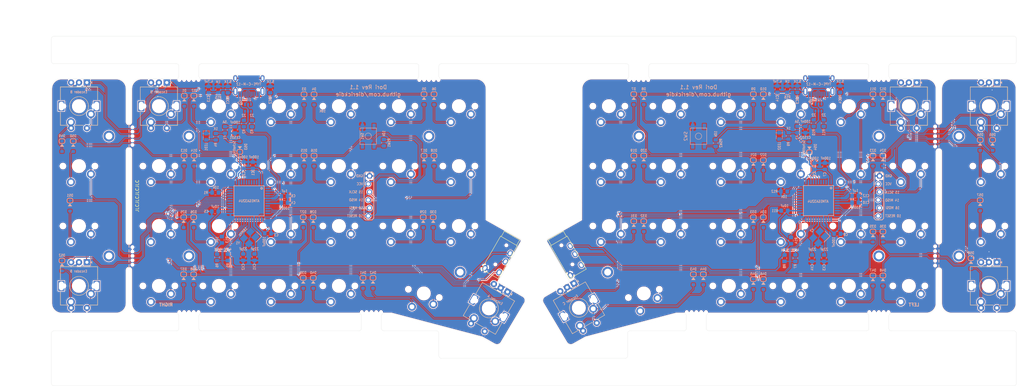
<source format=kicad_pcb>
(kicad_pcb (version 20171130) (host pcbnew "(5.1.2-1)-1")
  (layers (0 F.Cu signal) (31 B.Cu signal) (34 B.Paste user) (35 F.Paste user) (36 B.SilkS user) (37 F.SilkS user) (38 B.Mask user) (39 F.Mask user) (44 Edge.Cuts user))
  (net 0 "")
  (net 1 "Net-(D1-Pad2)")
  (net 2 "Net-(D2-Pad2)")
  (net 3 "Net-(D3-Pad2)")
  (net 4 "Net-(D4-Pad2)")
  (net 5 "Net-(D5-Pad2)")
  (net 6 "Net-(D6-Pad2)")
  (net 7 "Net-(D7-Pad2)")
  (net 8 "Net-(D8-Pad2)")
  (net 9 "Net-(D9-Pad2)")
  (net 10 "Net-(D10-Pad2)")
  (net 11 "Net-(D11-Pad2)")
  (net 12 "Net-(D12-Pad2)")
  (net 13 "Net-(D13-Pad2)")
  (net 14 "Net-(D14-Pad2)")
  (net 15 "Net-(D15-Pad2)")
  (net 16 "Net-(D16-Pad2)")
  (net 17 "Net-(D17-Pad2)")
  (net 18 "Net-(D18-Pad2)")
  (net 19 "Net-(D19-Pad2)")
  (net 20 "Net-(D20-Pad2)")
  (net 21 "Net-(D21-Pad2)")
  (net 22 "Net-(D22-Pad2)")
  (net 23 "Net-(D23-Pad2)")
  (net 24 "Net-(D24-Pad2)")
  (net 25 "Net-(D25-Pad2)")
  (net 26 "Net-(D26-Pad2)")
  (net 27 "Net-(D27-Pad2)")
  (net 28 "Net-(D28-Pad2)")
  (net 29 "Net-(D29-Pad2)")
  (net 30 "Net-(D30-Pad2)")
  (net 31 "Net-(D31-Pad2)")
  (net 32 "Net-(D32-Pad2)")
  (net 33 "Net-(D33-Pad2)")
  (net 34 "Net-(D34-Pad2)")
  (net 35 "Net-(D35-Pad2)")
  (net 36 "Net-(D36-Pad2)")
  (net 37 "Net-(D37-Pad2)")
  (net 38 "Net-(D38-Pad2)")
  (net 39 "Net-(D39-Pad2)")
  (net 40 "Net-(D40-Pad2)")
  (net 41 "Net-(D41-Pad2)")
  (net 42 "Net-(D42-Pad2)")
  (net 43 "Net-(D43-Pad2)")
  (net 44 "Net-(D44-Pad2)")
  (net 45 "Net-(D45-Pad2)")
  (net 46 "Net-(D46-Pad2)")
  (net 47 "Net-(D47-Pad2)")
  (net 48 "Net-(D48-Pad2)")
  (net 49 VCC)
  (net 50 "Net-(R3-Pad1)")
  (net 51 "Net-(C6-Pad1)")
  (net 52 "Net-(R1-Pad2)")
  (net 53 "Net-(R2-Pad1)")
  (net 54 "Net-(J1-PadB5)")
  (net 55 "Net-(J1-PadA5)")
  (net 56 "Net-(D49-Pad2)")
  (net 57 "Net-(D50-Pad2)")
  (net 58 "Net-(D51-Pad2)")
  (net 59 "Net-(D52-Pad2)")
  (net 60 GND)
  (net 61 "Net-(LED1-Pad2)")
  (net 62 "Net-(C12-Pad1)")
  (net 63 XTAL1a)
  (net 64 XTAL2a)
  (net 65 XTAL1b)
  (net 66 XTAL2b)
  (net 67 VBUSa)
  (net 68 D-BUSa)
  (net 69 D+BUSa)
  (net 70 ISP_RSTa)
  (net 71 SDAa)
  (net 72 SCLa)
  (net 73 SDAb)
  (net 74 SCLb)
  (net 75 "Net-(J5-PadB5)")
  (net 76 "Net-(J5-PadA5)")
  (net 77 ISP_RSTb)
  (net 78 "Net-(LED2-Pad2)")
  (net 79 D-a)
  (net 80 D+a)
  (net 81 "Net-(R10-Pad1)")
  (net 82 "Net-(R11-Pad1)")
  (net 83 "Net-(R12-Pad2)")
  (net 84 MOSIb)
  (net 85 VBUSb)
  (net 86 D-BUSb)
  (net 87 D+BUSb)
  (net 88 D-b)
  (net 89 D+b)
  (net 90 col5a)
  (net 91 col4a)
  (net 92 col3a)
  (net 93 row1a)
  (net 94 row0a)
  (net 95 col0a)
  (net 96 row3a)
  (net 97 row2a)
  (net 98 col2a)
  (net 99 col5b)
  (net 100 col4b)
  (net 101 col3b)
  (net 102 row1b)
  (net 103 row0b)
  (net 104 col1b)
  (net 105 col2b)
  (net 106 row2b)
  (net 107 row3b)
  (net 108 col1a)
  (net 109 col0b)
  (net 110 GNDA)
  (net 111 VDD)
  (net 112 HDETECT)
  (net 113 +5V)
  (net 114 +5VA)
  (net 115 HDETECTb)
  (net 116 "Net-(D55-Pad2)")
  (net 117 "Net-(D56-Pad2)")
  (net 118 "Net-(D57-Pad2)")
  (net 119 "Net-(D58-Pad2)")
  (net 120 Enc1a)
  (net 121 Enc1b)
  (net 122 Enc3a)
  (net 123 Enc3b)
  (net 124 Enc0a)
  (net 125 Enc0b)
  (net 126 Enc2a)
  (net 127 Enc2b)
  (net 128 col6a)
  (net 129 col6b)
  (net 130 "Net-(C13-Pad1)")
  (net 131 "Net-(C14-Pad1)")
  (module Resistor_SMD:R_0805_2012Metric_Pad1.15x1.40mm_HandSolder (layer B.Cu) (at 342.519 46.99 270)
    (fp_text reference RCC4 (at 3.175 0 90) (layer B.SilkS) (effects (font (size 0.8 0.7)) (justify mirror)))
    (fp_text value 5.1K)
    (fp_text user %V (at -2.413 0 180) (layer B.SilkS) (effects (font (size 0.8 0.7)) (justify mirror)))
    (pad 2 smd roundrect (at 1.025 0 270) (size 1.15 1.4) (layers B.Cu B.Paste B.Mask) (roundrect_rratio 0.217391) (net 75 "Net-(J5-PadB5)"))
    (pad 1 smd roundrect (at -1.025 0 270) (size 1.15 1.4) (layers B.Cu B.Paste B.Mask) (roundrect_rratio 0.217391) (net 110 GNDA))
  )
  (module Fuse:Fuse_0805_2012Metric_Pad1.15x1.40mm_HandSolder (layer B.Cu) (at 328.93 59.817 90)
    (fp_text reference F2 (at -2.54 0 270) (layer B.SilkS) (effects (font (size 0.8 0.7)) (justify mirror)))
    (fp_text value .5A)
    (fp_text user %V (at 2.54 0 180) (layer B.SilkS) (effects (font (size 0.8 0.7)) (justify mirror)))
    (pad 2 smd roundrect (at 1.025 0 90) (size 1.15 1.4) (layers B.Cu B.Paste B.Mask) (roundrect_rratio 0.217391) (net 85 VBUSb))
    (pad 1 smd roundrect (at -1.025 0 90) (size 1.15 1.4) (layers B.Cu B.Paste B.Mask) (roundrect_rratio 0.217391) (net 114 +5VA))
  )
  (module Fuse:Fuse_0805_2012Metric_Pad1.15x1.40mm_HandSolder (layer B.Cu) (at 147.193 59.944 90)
    (fp_text reference F1 (at -2.413 0 270) (layer B.SilkS) (effects (font (size 0.8 0.7)) (justify mirror)))
    (fp_text value .5A)
    (fp_text user %V (at 2.519002 0.059001 180) (layer B.SilkS) (effects (font (size 0.8 0.7)) (justify mirror)))
    (pad 2 smd roundrect (at 1.025 0 90) (size 1.15 1.4) (layers B.Cu B.Paste B.Mask) (roundrect_rratio 0.217391) (net 67 VBUSa))
    (pad 1 smd roundrect (at -1.025 0 90) (size 1.15 1.4) (layers B.Cu B.Paste B.Mask) (roundrect_rratio 0.217391) (net 113 +5V))
  )
  (module Resistor_SMD:R_0805_2012Metric_Pad1.15x1.40mm_HandSolder (layer B.Cu) (at 325.755 46.99 90)
    (fp_text reference R16 (at -2.54 0 180) (layer B.SilkS) (effects (font (size 0.8 0.7)) (justify mirror)))
    (fp_text value 1M)
    (fp_text user %V (at 2.413 0 180) (layer B.SilkS) (effects (font (size 0.8 0.7)) (justify mirror)))
    (pad 2 smd roundrect (at 1.025 0 90) (size 1.15 1.4) (layers B.Cu B.Paste B.Mask) (roundrect_rratio 0.217391) (net 110 GNDA))
    (pad 1 smd roundrect (at -1.025 0 90) (size 1.15 1.4) (layers B.Cu B.Paste B.Mask) (roundrect_rratio 0.217391) (net 131 "Net-(C14-Pad1)"))
  )
  (module Resistor_SMD:R_0805_2012Metric_Pad1.15x1.40mm_HandSolder (layer B.Cu) (at 145.034 47.117 90)
    (fp_text reference R15 (at -2.54 0 180) (layer B.SilkS) (effects (font (size 0.8 0.7)) (justify mirror)))
    (fp_text value 1M)
    (fp_text user %V (at 2.413 0 180) (layer B.SilkS) (effects (font (size 0.8 0.7)) (justify mirror)))
    (pad 2 smd roundrect (at 1.025 0 90) (size 1.15 1.4) (layers B.Cu B.Paste B.Mask) (roundrect_rratio 0.217391) (net 60 GND))
    (pad 1 smd roundrect (at -1.025 0 90) (size 1.15 1.4) (layers B.Cu B.Paste B.Mask) (roundrect_rratio 0.217391) (net 130 "Net-(C13-Pad1)"))
  )
  (module Keeb_footprints:MX100 (layer F.Cu) (at 183.38165 90.4748)
    (fp_text reference K28)
    (fp_text value KEYSW)
    (pad 1 thru_hole circle (at 3.7846 2.5527 270) (size 2.54 2.54) (drill 1.525) (layers *.Cu *.Mask) (net 92 col3a))
    (pad 2 thru_hole circle (at -2.5654 5.0927) (size 2.54 2.54) (drill 1.525) (layers *.Cu *.Mask) (net 28 "Net-(D28-Pad2)"))
    (pad "" np_thru_hole circle (at -5.1054 0.0127) (size 1.7018 1.7018) (drill 1.7018) (layers *.Cu *.Mask))
    (pad "" np_thru_hole circle (at 5.0546 0.0127) (size 1.7018 1.7018) (drill 1.7018) (layers *.Cu *.Mask))
    (pad "" np_thru_hole circle (at -0.0254 0.0127) (size 3.9878 3.9878) (drill 3.9878) (layers *.Cu *.Mask))
  )
  (module Capacitor_SMD:C_0805_2012Metric_Pad1.15x1.40mm_HandSolder (layer B.Cu) (at 331.47 59.817 90)
    (fp_text reference CESD2 (at -2.54 -0.0254 180) (layer B.SilkS) (effects (font (size 0.8 0.7)) (justify mirror)))
    (fp_text value 100nF)
    (fp_text user %V (at 2.54 0 180) (layer B.SilkS) (effects (font (size 0.8 0.7)) (justify mirror)))
    (pad 2 smd roundrect (at 1.025 0 90) (size 1.15 1.4) (layers B.Cu B.Paste B.Mask) (roundrect_rratio 0.217391) (net 85 VBUSb))
    (pad 1 smd roundrect (at -1.025 0 90) (size 1.15 1.4) (layers B.Cu B.Paste B.Mask) (roundrect_rratio 0.217391) (net 110 GNDA))
  )
  (module Capacitor_SMD:C_0805_2012Metric_Pad1.15x1.40mm_HandSolder (layer B.Cu) (at 150.368 59.944 90)
    (fp_text reference CESD1 (at -2.413 0 180) (layer B.SilkS) (effects (font (size 0.8 0.7)) (justify mirror)))
    (fp_text value 100nF)
    (fp_text user %V (at 2.413 0 180) (layer B.SilkS) (effects (font (size 0.8 0.7)) (justify mirror)))
    (pad 2 smd roundrect (at 1.025 0 90) (size 1.15 1.4) (layers B.Cu B.Paste B.Mask) (roundrect_rratio 0.217391) (net 67 VBUSa))
    (pad 1 smd roundrect (at -1.025 0 90) (size 1.15 1.4) (layers B.Cu B.Paste B.Mask) (roundrect_rratio 0.217391) (net 60 GND))
  )
  (module Capacitor_SMD:C_0805_2012Metric_Pad1.15x1.40mm_HandSolder (layer B.Cu) (at 322.58 46.99 90)
    (fp_text reference C14 (at -2.921 0 90) (layer B.SilkS) (effects (font (size 0.8 0.7)) (justify mirror)))
    (fp_text value 4.7nF)
    (fp_text user %V (at 2.413 0 180) (layer B.SilkS) (effects (font (size 0.8 0.7)) (justify mirror)))
    (pad 2 smd roundrect (at 1.025 0 90) (size 1.15 1.4) (layers B.Cu B.Paste B.Mask) (roundrect_rratio 0.217391) (net 110 GNDA))
    (pad 1 smd roundrect (at -1.025 0 90) (size 1.15 1.4) (layers B.Cu B.Paste B.Mask) (roundrect_rratio 0.217391) (net 131 "Net-(C14-Pad1)"))
  )
  (module Capacitor_SMD:C_0805_2012Metric_Pad1.15x1.40mm_HandSolder (layer B.Cu) (at 141.986 47.117 90)
    (fp_text reference C13 (at -2.921 -0.0254 90) (layer B.SilkS) (effects (font (size 0.8 0.7)) (justify mirror)))
    (fp_text value 4.7nF)
    (fp_text user %V (at 2.54 0 180) (layer B.SilkS) (effects (font (size 0.8 0.7)) (justify mirror)))
    (pad 2 smd roundrect (at 1.025 0 90) (size 1.15 1.4) (layers B.Cu B.Paste B.Mask) (roundrect_rratio 0.217391) (net 60 GND))
    (pad 1 smd roundrect (at -1.025 0 90) (size 1.15 1.4) (layers B.Cu B.Paste B.Mask) (roundrect_rratio 0.217391) (net 130 "Net-(C13-Pad1)"))
  )
  (module Keeb_footprints:MX100 (layer F.Cu) (at 100.83165 90.4748)
    (fp_text reference K51)
    (fp_text value KEYSW)
    (pad 1 thru_hole circle (at 3.7846 2.5527 270) (size 2.54 2.54) (drill 1.525) (layers *.Cu *.Mask) (net 128 col6a))
    (pad 2 thru_hole circle (at -2.5654 5.0927) (size 2.54 2.54) (drill 1.525) (layers *.Cu *.Mask) (net 58 "Net-(D51-Pad2)"))
    (pad "" np_thru_hole circle (at -5.1054 0.0127) (size 1.7018 1.7018) (drill 1.7018) (layers *.Cu *.Mask))
    (pad "" np_thru_hole circle (at 5.0546 0.0127) (size 1.7018 1.7018) (drill 1.7018) (layers *.Cu *.Mask))
    (pad "" np_thru_hole circle (at -0.0254 0.0127) (size 3.9878 3.9878) (drill 3.9878) (layers *.Cu *.Mask))
  )
  (module Keeb_footprints:MX100 (layer F.Cu) (at 288.15665 90.4748)
    (fp_text reference K32)
    (fp_text value KEYSW)
    (pad 1 thru_hole circle (at 3.7846 2.5527 270) (size 2.54 2.54) (drill 1.525) (layers *.Cu *.Mask) (net 104 col1b))
    (pad 2 thru_hole circle (at -2.5654 5.0927) (size 2.54 2.54) (drill 1.525) (layers *.Cu *.Mask) (net 32 "Net-(D32-Pad2)"))
    (pad "" np_thru_hole circle (at -5.1054 0.0127) (size 1.7018 1.7018) (drill 1.7018) (layers *.Cu *.Mask))
    (pad "" np_thru_hole circle (at 5.0546 0.0127) (size 1.7018 1.7018) (drill 1.7018) (layers *.Cu *.Mask))
    (pad "" np_thru_hole circle (at -0.0254 0.0127) (size 3.9878 3.9878) (drill 3.9878) (layers *.Cu *.Mask))
  )
  (module Keeb_footprints:MX100 (layer F.Cu) (at 269.10665 90.4748)
    (fp_text reference K31)
    (fp_text value KEYSW)
    (pad 1 thru_hole circle (at 3.7846 2.5527 270) (size 2.54 2.54) (drill 1.525) (layers *.Cu *.Mask) (net 109 col0b))
    (pad 2 thru_hole circle (at -2.5654 5.0927) (size 2.54 2.54) (drill 1.525) (layers *.Cu *.Mask) (net 31 "Net-(D31-Pad2)"))
    (pad "" np_thru_hole circle (at -5.1054 0.0127) (size 1.7018 1.7018) (drill 1.7018) (layers *.Cu *.Mask))
    (pad "" np_thru_hole circle (at 5.0546 0.0127) (size 1.7018 1.7018) (drill 1.7018) (layers *.Cu *.Mask))
    (pad "" np_thru_hole circle (at -0.0254 0.0127) (size 3.9878 3.9878) (drill 3.9878) (layers *.Cu *.Mask))
  )
  (module Keeb_footprints:MX100 (layer F.Cu) (at 221.48165 71.4248)
    (fp_text reference K18)
    (fp_text value KEYSW)
    (pad 1 thru_hole circle (at 3.7846 2.5527 270) (size 2.54 2.54) (drill 1.525) (layers *.Cu *.Mask) (net 90 col5a))
    (pad 2 thru_hole circle (at -2.5654 5.0927) (size 2.54 2.54) (drill 1.525) (layers *.Cu *.Mask) (net 18 "Net-(D18-Pad2)"))
    (pad "" np_thru_hole circle (at -5.1054 0.0127) (size 1.7018 1.7018) (drill 1.7018) (layers *.Cu *.Mask))
    (pad "" np_thru_hole circle (at 5.0546 0.0127) (size 1.7018 1.7018) (drill 1.7018) (layers *.Cu *.Mask))
    (pad "" np_thru_hole circle (at -0.0254 0.0127) (size 3.9878 3.9878) (drill 3.9878) (layers *.Cu *.Mask))
  )
  (module Keeb_footprints:MX100 (layer F.Cu) (at 389.75665 52.3748)
    (fp_text reference K53)
    (fp_text value KEYSW)
    (pad 1 thru_hole circle (at 3.7846 2.5527 270) (size 2.54 2.54) (drill 1.525) (layers *.Cu *.Mask) (net 129 col6b))
    (pad 2 thru_hole circle (at -2.5654 5.0927) (size 2.54 2.54) (drill 1.525) (layers *.Cu *.Mask) (net 116 "Net-(D55-Pad2)"))
    (pad "" np_thru_hole circle (at -5.1054 0.0127) (size 1.7018 1.7018) (drill 1.7018) (layers *.Cu *.Mask))
    (pad "" np_thru_hole circle (at 5.0546 0.0127) (size 1.7018 1.7018) (drill 1.7018) (layers *.Cu *.Mask))
    (pad "" np_thru_hole circle (at -0.0254 0.0127) (size 3.9878 3.9878) (drill 3.9878) (layers *.Cu *.Mask))
  )
  (module Keeb_footprints:MX100 (layer F.Cu) (at 389.75665 71.4248)
    (fp_text reference K54)
    (fp_text value KEYSW)
    (pad 1 thru_hole circle (at 3.7846 2.5527 270) (size 2.54 2.54) (drill 1.525) (layers *.Cu *.Mask) (net 129 col6b))
    (pad 2 thru_hole circle (at -2.5654 5.0927) (size 2.54 2.54) (drill 1.525) (layers *.Cu *.Mask) (net 117 "Net-(D56-Pad2)"))
    (pad "" np_thru_hole circle (at -5.1054 0.0127) (size 1.7018 1.7018) (drill 1.7018) (layers *.Cu *.Mask))
    (pad "" np_thru_hole circle (at 5.0546 0.0127) (size 1.7018 1.7018) (drill 1.7018) (layers *.Cu *.Mask))
    (pad "" np_thru_hole circle (at -0.0254 0.0127) (size 3.9878 3.9878) (drill 3.9878) (layers *.Cu *.Mask))
  )
  (module random-keyboard-parts:Generic-Mounthole (layer F.Cu) (at 380.20625 100.0125)
    (fp_text reference H12)
    (fp_text value MountingHole)
    (pad 1 thru_hole circle (at 0 0) (size 3.5 3.5) (drill 2.2) (layers *.Cu *.Mask))
  )
  (module random-keyboard-parts:Generic-Mounthole (layer F.Cu) (at 380.20625 61.9125)
    (fp_text reference H11)
    (fp_text value MountingHole)
    (pad 1 thru_hole circle (at 0 0) (size 3.5 3.5) (drill 2.2) (layers *.Cu *.Mask))
  )
  (module Keeb_footprints:MouseBite_IPC7351 (layer F.Cu) (at 372.665625 61.9125 90)
    (fp_text reference U15)
    (fp_text value HOLE)
    (pad "" np_thru_hole circle (at -3.302 0 90) (size 0.8 0.8) (drill 0.8) (layers *.Cu *.Mask))
    (pad "" np_thru_hole circle (at -1.778 0 90) (size 0.8 0.8) (drill 0.8) (layers *.Cu *.Mask))
    (pad "" np_thru_hole circle (at 3.048 0 90) (size 0.8 0.8) (drill 0.8) (layers *.Cu *.Mask))
    (pad "" np_thru_hole circle (at 1.524 0 90) (size 0.8 0.8) (drill 0.8) (layers *.Cu *.Mask))
    (pad "" np_thru_hole circle (at 0 0 90) (size 0.8 0.8) (drill 0.8) (layers *.Cu *.Mask))
  )
  (module Keeb_footprints:MouseBite_IPC7351 (layer F.Cu) (at 372.665625 100.0125 90)
    (fp_text reference U16)
    (fp_text value HOLE)
    (pad "" np_thru_hole circle (at -3.048 0 90) (size 0.8 0.8) (drill 0.8) (layers *.Cu *.Mask))
    (pad "" np_thru_hole circle (at -1.524 0 90) (size 0.8 0.8) (drill 0.8) (layers *.Cu *.Mask))
    (pad "" np_thru_hole circle (at 3.048 0 90) (size 0.8 0.8) (drill 0.8) (layers *.Cu *.Mask))
    (pad "" np_thru_hole circle (at 1.524 0 90) (size 0.8 0.8) (drill 0.8) (layers *.Cu *.Mask))
    (pad "" np_thru_hole circle (at 0 0 90) (size 0.8 0.8) (drill 0.8) (layers *.Cu *.Mask))
  )
  (module Keebio-Parts:RotaryEncoder_EC11 (layer F.Cu) (at 364.33125 52.3875 270)
    (fp_text reference SW7)
    (fp_text value Rotary_Encoder_Switch)
    (pad A thru_hole rect (at -7.5 -2.5 270) (size 2 2) (drill 1) (layers *.Cu *.Mask) (net 122 Enc3a))
    (pad C thru_hole circle (at -7.5 0 270) (size 2 2) (drill 1) (layers *.Cu *.Mask) (net 110 GNDA))
    (pad B thru_hole circle (at -7.5 2.5 270) (size 2 2) (drill 1) (layers *.Cu *.Mask) (net 123 Enc3b))
    (pad MP thru_hole rect (at 0 -5.6 270) (size 3.2 2) (drill oval 2.8 1.5) (layers *.Cu *.Mask))
    (pad MP thru_hole rect (at 0 5.6 270) (size 3.2 2) (drill oval 2.8 1.5) (layers *.Cu *.Mask))
    (pad S2 thru_hole circle (at 7 -2.5 270) (size 2 2) (drill 1) (layers *.Cu *.Mask) (net 99 col5b))
    (pad S1 thru_hole circle (at 7 2.5 270) (size 2 2) (drill 1) (layers *.Cu *.Mask) (net 12 "Net-(D12-Pad2)"))
  )
  (module Keebio-Parts:RotaryEncoder_EC11 (layer F.Cu) (at 389.75665 109.5248 270)
    (fp_text reference SW6)
    (fp_text value Rotary_Encoder_Switch)
    (pad A thru_hole rect (at -7.5 -2.5 270) (size 2 2) (drill 1) (layers *.Cu *.Mask) (net 122 Enc3a))
    (pad C thru_hole circle (at -7.5 0 270) (size 2 2) (drill 1) (layers *.Cu *.Mask) (net 110 GNDA))
    (pad B thru_hole circle (at -7.5 2.5 270) (size 2 2) (drill 1) (layers *.Cu *.Mask) (net 123 Enc3b))
    (pad MP thru_hole rect (at 0 -5.6 270) (size 3.2 2) (drill oval 2.8 1.5) (layers *.Cu *.Mask))
    (pad MP thru_hole rect (at 0 5.6 270) (size 3.2 2) (drill oval 2.8 1.5) (layers *.Cu *.Mask))
    (pad S2 thru_hole circle (at 7 -2.5 270) (size 2 2) (drill 1) (layers *.Cu *.Mask) (net 129 col6b))
    (pad S1 thru_hole circle (at 7 2.5 270) (size 2 2) (drill 1) (layers *.Cu *.Mask) (net 119 "Net-(D58-Pad2)"))
  )
  (module Keebio-Parts:RotaryEncoder_EC11 (layer F.Cu) (at 389.75665 52.3748 270)
    (fp_text reference SW5)
    (fp_text value Rotary_Encoder_Switch)
    (pad A thru_hole rect (at -7.5 -2.5 270) (size 2 2) (drill 1) (layers *.Cu *.Mask) (net 122 Enc3a))
    (pad C thru_hole circle (at -7.5 0 270) (size 2 2) (drill 1) (layers *.Cu *.Mask) (net 110 GNDA))
    (pad B thru_hole circle (at -7.5 2.5 270) (size 2 2) (drill 1) (layers *.Cu *.Mask) (net 123 Enc3b))
    (pad MP thru_hole rect (at 0 -5.6 270) (size 3.2 2) (drill oval 2.8 1.5) (layers *.Cu *.Mask))
    (pad MP thru_hole rect (at 0 5.6 270) (size 3.2 2) (drill oval 2.8 1.5) (layers *.Cu *.Mask))
    (pad S2 thru_hole circle (at 7 -2.5 270) (size 2 2) (drill 1) (layers *.Cu *.Mask) (net 129 col6b))
    (pad S1 thru_hole circle (at 7 2.5 270) (size 2 2) (drill 1) (layers *.Cu *.Mask) (net 116 "Net-(D55-Pad2)"))
  )
  (module Keeb_footprints:MX100 (layer F.Cu) (at 389.75665 109.5248)
    (fp_text reference K56)
    (fp_text value KEYSW)
    (pad 1 thru_hole circle (at 3.7846 2.5527 270) (size 2.54 2.54) (drill 1.525) (layers *.Cu *.Mask) (net 129 col6b))
    (pad 2 thru_hole circle (at -2.5654 5.0927) (size 2.54 2.54) (drill 1.525) (layers *.Cu *.Mask) (net 119 "Net-(D58-Pad2)"))
    (pad "" np_thru_hole circle (at -5.1054 0.0127) (size 1.7018 1.7018) (drill 1.7018) (layers *.Cu *.Mask))
    (pad "" np_thru_hole circle (at 5.0546 0.0127) (size 1.7018 1.7018) (drill 1.7018) (layers *.Cu *.Mask))
    (pad "" np_thru_hole circle (at -0.0254 0.0127) (size 3.9878 3.9878) (drill 3.9878) (layers *.Cu *.Mask))
  )
  (module Keeb_footprints:MX100 (layer F.Cu) (at 389.75665 90.4748)
    (fp_text reference K55)
    (fp_text value KEYSW)
    (pad 1 thru_hole circle (at 3.7846 2.5527 270) (size 2.54 2.54) (drill 1.525) (layers *.Cu *.Mask) (net 129 col6b))
    (pad 2 thru_hole circle (at -2.5654 5.0927) (size 2.54 2.54) (drill 1.525) (layers *.Cu *.Mask) (net 118 "Net-(D57-Pad2)"))
    (pad "" np_thru_hole circle (at -5.1054 0.0127) (size 1.7018 1.7018) (drill 1.7018) (layers *.Cu *.Mask))
    (pad "" np_thru_hole circle (at 5.0546 0.0127) (size 1.7018 1.7018) (drill 1.7018) (layers *.Cu *.Mask))
    (pad "" np_thru_hole circle (at -0.0254 0.0127) (size 3.9878 3.9878) (drill 3.9878) (layers *.Cu *.Mask))
  )
  (module Keeb_footprints:D_SOD-123_modified (layer B.Cu) (at 384.048 102.362 270)
    (fp_text reference D58 (at -3.302 0 180) (layer B.SilkS) (effects (font (size 0.8 0.7)) (justify mirror)))
    (fp_text value D)
    (pad 2 smd roundrect (at 1.65 0 270) (size 1 1.2) (layers B.Cu B.Paste B.Mask) (net 119 "Net-(D58-Pad2)"))
    (pad 1 smd roundrect (at -1.65 0 270) (size 1 1.2) (layers B.Cu B.Paste B.Mask) (net 107 row3b))
  )
  (module Keeb_footprints:D_SOD-123_modified (layer B.Cu) (at 386.969 83.947 270)
    (fp_text reference D57 (at -3.302 0 180) (layer B.SilkS) (effects (font (size 0.8 0.7)) (justify mirror)))
    (fp_text value D)
    (pad 2 smd roundrect (at 1.65 0 270) (size 1 1.2) (layers B.Cu B.Paste B.Mask) (net 118 "Net-(D57-Pad2)"))
    (pad 1 smd roundrect (at -1.65 0 270) (size 1 1.2) (layers B.Cu B.Paste B.Mask) (net 106 row2b))
  )
  (module Keeb_footprints:D_SOD-123_modified (layer B.Cu) (at 386.969 64.77 270)
    (fp_text reference D56 (at -3.302 0) (layer B.SilkS) (effects (font (size 0.8 0.7)) (justify mirror)))
    (fp_text value D)
    (pad 2 smd roundrect (at 1.65 0 270) (size 1 1.2) (layers B.Cu B.Paste B.Mask) (net 117 "Net-(D56-Pad2)"))
    (pad 1 smd roundrect (at -1.65 0 270) (size 1 1.2) (layers B.Cu B.Paste B.Mask) (net 102 row1b))
  )
  (module Keeb_footprints:D_SOD-123_modified (layer B.Cu) (at 390.906 64.77 270)
    (fp_text reference D55 (at -3.302 0 180) (layer B.SilkS) (effects (font (size 0.8 0.7)) (justify mirror)))
    (fp_text value D)
    (pad 2 smd roundrect (at 1.65 0 270) (size 1 1.2) (layers B.Cu B.Paste B.Mask) (net 116 "Net-(D55-Pad2)"))
    (pad 1 smd roundrect (at -1.65 0 270) (size 1 1.2) (layers B.Cu B.Paste B.Mask) (net 103 row0b))
  )
  (module Capacitor_SMD:C_0805_2012Metric_Pad1.15x1.40mm_HandSolder (layer B.Cu) (at 341.603 92.964)
    (fp_text reference C8 (at 2.667 0.254) (layer B.SilkS) (effects (font (size 0.8 0.7)) (justify mirror)))
    (fp_text value 100nF)
    (fp_text user %V (at -1.143 2.667 270) (layer B.SilkS) (effects (font (size 0.8 0.7)) (justify mirror)))
    (pad 2 smd roundrect (at 1.025 0) (size 1.15 1.4) (layers B.Cu B.Paste B.Mask) (roundrect_rratio 0.217391) (net 110 GNDA))
    (pad 1 smd roundrect (at -1.025 0) (size 1.15 1.4) (layers B.Cu B.Paste B.Mask) (roundrect_rratio 0.217391) (net 111 VDD))
  )
  (module Resistor_SMD:R_0805_2012Metric_Pad1.15x1.40mm_HandSolder (layer B.Cu) (at 326.898 95.123 90)
    (fp_text reference R14 (at 0 1.65 90) (layer B.SilkS) (effects (font (size 0.8 0.7)) (justify mirror)))
    (fp_text value 10K)
    (fp_text user %V (at 2.921 0 90) (layer B.SilkS) (effects (font (size 0.8 0.7)) (justify mirror)))
    (pad 2 smd roundrect (at 1.025 0 90) (size 1.15 1.4) (layers B.Cu B.Paste B.Mask) (roundrect_rratio 0.217391) (net 115 HDETECTb))
    (pad 1 smd roundrect (at -1.025 0 90) (size 1.15 1.4) (layers B.Cu B.Paste B.Mask) (roundrect_rratio 0.217391) (net 111 VDD))
  )
  (module Keeb_footprints:MouseBite_IPC7351 (layer F.Cu) (at 278.54 44.08)
    (fp_text reference U14)
    (fp_text value HOLE)
    (pad "" np_thru_hole circle (at -3.048 0) (size 0.8 0.8) (drill 0.8) (layers *.Cu *.Mask))
    (pad "" np_thru_hole circle (at -1.524 0) (size 0.8 0.8) (drill 0.8) (layers *.Cu *.Mask))
    (pad "" np_thru_hole circle (at 3.048 0) (size 0.8 0.8) (drill 0.8) (layers *.Cu *.Mask))
    (pad "" np_thru_hole circle (at 1.524 0) (size 0.8 0.8) (drill 0.8) (layers *.Cu *.Mask))
    (pad "" np_thru_hole circle (at 0 0) (size 0.8 0.8) (drill 0.8) (layers *.Cu *.Mask))
  )
  (module Keeb_footprints:MouseBite_IPC7351 (layer F.Cu) (at 354.80625 44.053125)
    (fp_text reference U13)
    (fp_text value HOLE)
    (pad "" np_thru_hole circle (at -3.048 0) (size 0.8 0.8) (drill 0.8) (layers *.Cu *.Mask))
    (pad "" np_thru_hole circle (at -1.524 0) (size 0.8 0.8) (drill 0.8) (layers *.Cu *.Mask))
    (pad "" np_thru_hole circle (at 3.048 0) (size 0.8 0.8) (drill 0.8) (layers *.Cu *.Mask))
    (pad "" np_thru_hole circle (at 1.524 0) (size 0.8 0.8) (drill 0.8) (layers *.Cu *.Mask))
    (pad "" np_thru_hole circle (at 0 0) (size 0.8 0.8) (drill 0.8) (layers *.Cu *.Mask))
  )
  (module Keeb_footprints:MouseBite_IPC7351 (layer F.Cu) (at 135.73125 44.053125)
    (fp_text reference U9)
    (fp_text value HOLE)
    (pad "" np_thru_hole circle (at -3.048 0) (size 0.8 0.8) (drill 0.8) (layers *.Cu *.Mask))
    (pad "" np_thru_hole circle (at -1.524 0) (size 0.8 0.8) (drill 0.8) (layers *.Cu *.Mask))
    (pad "" np_thru_hole circle (at 3.048 0) (size 0.8 0.8) (drill 0.8) (layers *.Cu *.Mask))
    (pad "" np_thru_hole circle (at 1.524 0) (size 0.8 0.8) (drill 0.8) (layers *.Cu *.Mask))
    (pad "" np_thru_hole circle (at 0 0) (size 0.8 0.8) (drill 0.8) (layers *.Cu *.Mask))
  )
  (module Keeb_footprints:MouseBite_IPC7351 (layer F.Cu) (at 211.93125 44.053125)
    (fp_text reference U2)
    (fp_text value HOLE)
    (pad "" np_thru_hole circle (at -3.048 0) (size 0.8 0.8) (drill 0.8) (layers *.Cu *.Mask))
    (pad "" np_thru_hole circle (at -1.524 0) (size 0.8 0.8) (drill 0.8) (layers *.Cu *.Mask))
    (pad "" np_thru_hole circle (at 3.048 0) (size 0.8 0.8) (drill 0.8) (layers *.Cu *.Mask))
    (pad "" np_thru_hole circle (at 1.524 0) (size 0.8 0.8) (drill 0.8) (layers *.Cu *.Mask))
    (pad "" np_thru_hole circle (at 0 0) (size 0.8 0.8) (drill 0.8) (layers *.Cu *.Mask))
  )
  (module Keeb_footprints:D_SOD-123_modified (layer B.Cu) (at 332.74 65.405 90)
    (fp_text reference D54 (at 0 1.905 270) (layer B.SilkS) (effects (font (size 0.8 0.7)) (justify mirror)))
    (fp_text value Schottky (at 0 -1.778 90) (layer B.SilkS) (effects (font (size 0.8 0.7)) (justify mirror)))
    (pad 2 smd roundrect (at 1.65 0 90) (size 1 1.2) (layers B.Cu B.Paste B.Mask) (net 114 +5VA))
    (pad 1 smd roundrect (at -1.65 0 90) (size 1 1.2) (layers B.Cu B.Paste B.Mask) (net 111 VDD))
  )
  (module Keeb_footprints:D_SOD-123_modified (layer B.Cu) (at 151.892 65.278 90)
    (fp_text reference D53 (at 0 1.905 270) (layer B.SilkS) (effects (font (size 0.8 0.7)) (justify mirror)))
    (fp_text value Schottky (at -0.381 -1.778 90) (layer B.SilkS) (effects (font (size 0.8 0.7)) (justify mirror)))
    (pad 2 smd roundrect (at 1.65 0 90) (size 1 1.2) (layers B.Cu B.Paste B.Mask) (net 113 +5V))
    (pad 1 smd roundrect (at -1.65 0 90) (size 1 1.2) (layers B.Cu B.Paste B.Mask) (net 49 VCC))
  )
  (module Resistor_SMD:R_0805_2012Metric_Pad1.15x1.40mm_HandSolder (layer B.Cu) (at 146.177 94.869 90)
    (fp_text reference R13 (at 0 1.65 90) (layer B.SilkS) (effects (font (size 0.8 0.7)) (justify mirror)))
    (fp_text value 10K)
    (fp_text user %V (at 0 -1.524 90) (layer B.SilkS) (effects (font (size 0.8 0.7)) (justify mirror)))
    (pad 2 smd roundrect (at 1.025 0 90) (size 1.15 1.4) (layers B.Cu B.Paste B.Mask) (roundrect_rratio 0.217391) (net 112 HDETECT))
    (pad 1 smd roundrect (at -1.025 0 90) (size 1.15 1.4) (layers B.Cu B.Paste B.Mask) (roundrect_rratio 0.217391) (net 49 VCC))
  )
  (module Resistor_SMD:R_0805_2012Metric_Pad1.15x1.40mm_HandSolder (layer B.Cu) (at 148.082 100.457 270)
    (fp_text reference R5 (at 2.54 0 270) (layer B.SilkS) (effects (font (size 0.8 0.7)) (justify mirror)))
    (fp_text value 4.7K)
    (fp_text user %V (at -2.54 0 180) (layer B.SilkS) (effects (font (size 0.8 0.7)) (justify mirror)))
    (pad 2 smd roundrect (at 1.025 0 270) (size 1.15 1.4) (layers B.Cu B.Paste B.Mask) (roundrect_rratio 0.217391) (net 72 SCLa))
    (pad 1 smd roundrect (at -1.025 0 270) (size 1.15 1.4) (layers B.Cu B.Paste B.Mask) (roundrect_rratio 0.217391) (net 49 VCC))
  )
  (module Keeb_footprints:MX100 (layer F.Cu) (at 326.25665 109.5248)
    (fp_text reference K46)
    (fp_text value KEYSW)
    (pad 1 thru_hole circle (at 3.7846 2.5527 270) (size 2.54 2.54) (drill 1.525) (layers *.Cu *.Mask) (net 101 col3b))
    (pad 2 thru_hole circle (at -2.5654 5.0927) (size 2.54 2.54) (drill 1.525) (layers *.Cu *.Mask) (net 46 "Net-(D46-Pad2)"))
    (pad "" np_thru_hole circle (at -5.1054 0.0127) (size 1.7018 1.7018) (drill 1.7018) (layers *.Cu *.Mask))
    (pad "" np_thru_hole circle (at 5.0546 0.0127) (size 1.7018 1.7018) (drill 1.7018) (layers *.Cu *.Mask))
    (pad "" np_thru_hole circle (at -0.0254 0.0127) (size 3.9878 3.9878) (drill 3.9878) (layers *.Cu *.Mask))
  )
  (module Keeb_footprints:MouseBite_IPC7351 (layer F.Cu) (at 193.675 117.871875)
    (fp_text reference U7)
    (fp_text value HOLE)
    (pad "" np_thru_hole circle (at -3.048 0) (size 0.8 0.8) (drill 0.8) (layers *.Cu *.Mask))
    (pad "" np_thru_hole circle (at -1.524 0) (size 0.8 0.8) (drill 0.8) (layers *.Cu *.Mask))
    (pad "" np_thru_hole circle (at 3.048 0) (size 0.8 0.8) (drill 0.8) (layers *.Cu *.Mask))
    (pad "" np_thru_hole circle (at 1.524 0) (size 0.8 0.8) (drill 0.8) (layers *.Cu *.Mask))
    (pad "" np_thru_hole circle (at 0 0) (size 0.8 0.8) (drill 0.8) (layers *.Cu *.Mask))
  )
  (module Keeb_footprints:MouseBite_IPC7351 (layer F.Cu) (at 135.73125 117.871875)
    (fp_text reference U6)
    (fp_text value HOLE)
    (pad "" np_thru_hole circle (at -3.048 0) (size 0.8 0.8) (drill 0.8) (layers *.Cu *.Mask))
    (pad "" np_thru_hole circle (at -1.524 0) (size 0.8 0.8) (drill 0.8) (layers *.Cu *.Mask))
    (pad "" np_thru_hole circle (at 3.048 0) (size 0.8 0.8) (drill 0.8) (layers *.Cu *.Mask))
    (pad "" np_thru_hole circle (at 1.524 0) (size 0.8 0.8) (drill 0.8) (layers *.Cu *.Mask))
    (pad "" np_thru_hole circle (at 0 0) (size 0.8 0.8) (drill 0.8) (layers *.Cu *.Mask))
  )
  (module Keeb_footprints:MouseBite_IPC7351 (layer F.Cu) (at 296.8625 117.871875)
    (fp_text reference U10)
    (fp_text value HOLE)
    (pad "" np_thru_hole circle (at -3.048 0) (size 0.8 0.8) (drill 0.8) (layers *.Cu *.Mask))
    (pad "" np_thru_hole circle (at -1.524 0) (size 0.8 0.8) (drill 0.8) (layers *.Cu *.Mask))
    (pad "" np_thru_hole circle (at 3.048 0) (size 0.8 0.8) (drill 0.8) (layers *.Cu *.Mask))
    (pad "" np_thru_hole circle (at 1.524 0) (size 0.8 0.8) (drill 0.8) (layers *.Cu *.Mask))
    (pad "" np_thru_hole circle (at 0 0) (size 0.8 0.8) (drill 0.8) (layers *.Cu *.Mask))
  )
  (module Keeb_footprints:MouseBite_IPC7351 (layer F.Cu) (at 354.80625 117.871875)
    (fp_text reference U11)
    (fp_text value HOLE)
    (pad "" np_thru_hole circle (at -3.048 0) (size 0.8 0.8) (drill 0.8) (layers *.Cu *.Mask))
    (pad "" np_thru_hole circle (at -1.524 0) (size 0.8 0.8) (drill 0.8) (layers *.Cu *.Mask))
    (pad "" np_thru_hole circle (at 3.048 0) (size 0.8 0.8) (drill 0.8) (layers *.Cu *.Mask))
    (pad "" np_thru_hole circle (at 1.524 0) (size 0.8 0.8) (drill 0.8) (layers *.Cu *.Mask))
    (pad "" np_thru_hole circle (at 0 0) (size 0.8 0.8) (drill 0.8) (layers *.Cu *.Mask))
  )
  (module Keeb_footprints:MouseBite_IPC7351 (layer F.Cu) (at 117.8 61.9125 90)
    (fp_text reference U4)
    (fp_text value HOLE)
    (pad "" np_thru_hole circle (at -2.794 0 90) (size 0.8 0.8) (drill 0.8) (layers *.Cu *.Mask))
    (pad "" np_thru_hole circle (at -1.397 0 90) (size 0.8 0.8) (drill 0.8) (layers *.Cu *.Mask))
    (pad "" np_thru_hole circle (at 2.794 0 90) (size 0.8 0.8) (drill 0.8) (layers *.Cu *.Mask))
    (pad "" np_thru_hole circle (at 1.397 0 90) (size 0.8 0.8) (drill 0.8) (layers *.Cu *.Mask))
    (pad "" np_thru_hole circle (at 0 0 90) (size 0.8 0.8) (drill 0.8) (layers *.Cu *.Mask))
  )
  (module Keeb_footprints:D_SOD-123_modified (layer B.Cu) (at 352.924999 93.911377 270)
    (fp_text reference D35 (at -3.302 0 180) (layer B.SilkS) (effects (font (size 0.8 0.7)) (justify mirror)))
    (fp_text value D)
    (pad 2 smd roundrect (at 1.65 0 270) (size 1 1.2) (layers B.Cu B.Paste B.Mask) (net 35 "Net-(D35-Pad2)"))
    (pad 1 smd roundrect (at -1.65 0 270) (size 1 1.2) (layers B.Cu B.Paste B.Mask) (net 106 row2b))
  )
  (module Keeb_footprints:D_SOD-123_modified (layer B.Cu) (at 356.099999 93.911377 270)
    (fp_text reference D36 (at -3.302 0 180) (layer B.SilkS) (effects (font (size 0.8 0.7)) (justify mirror)))
    (fp_text value D)
    (pad 2 smd roundrect (at 1.65 0 270) (size 1 1.2) (layers B.Cu B.Paste B.Mask) (net 36 "Net-(D36-Pad2)"))
    (pad 1 smd roundrect (at -1.65 0 270) (size 1 1.2) (layers B.Cu B.Paste B.Mask) (net 106 row2b))
  )
  (module Resistor_SMD:R_0805_2012Metric_Pad1.15x1.40mm_HandSolder (layer B.Cu) (at 302.995 64.135 90)
    (fp_text reference RSW2 (at 0 1.65 90) (layer B.SilkS) (effects (font (size 0.8 0.7)) (justify mirror)))
    (fp_text value 10k)
    (fp_text user %V (at 2.921 0 90) (layer B.SilkS) (effects (font (size 0.8 0.7)) (justify mirror)))
    (pad 2 smd roundrect (at 1.025 0 90) (size 1.15 1.4) (layers B.Cu B.Paste B.Mask) (roundrect_rratio 0.217391) (net 114 +5VA))
    (pad 1 smd roundrect (at -1.025 0 90) (size 1.15 1.4) (layers B.Cu B.Paste B.Mask) (roundrect_rratio 0.217391) (net 77 ISP_RSTb))
  )
  (module Resistor_SMD:R_0805_2012Metric_Pad1.15x1.40mm_HandSolder (layer B.Cu) (at 328.93 46.99 270)
    (fp_text reference RCC3 (at 3.302 0 90) (layer B.SilkS) (effects (font (size 0.8 0.7)) (justify mirror)))
    (fp_text value 5.1K)
    (fp_text user %V (at -2.413 0 180) (layer B.SilkS) (effects (font (size 0.8 0.7)) (justify mirror)))
    (pad 2 smd roundrect (at 1.025 0 270) (size 1.15 1.4) (layers B.Cu B.Paste B.Mask) (roundrect_rratio 0.217391) (net 76 "Net-(J5-PadA5)"))
    (pad 1 smd roundrect (at -1.025 0 270) (size 1.15 1.4) (layers B.Cu B.Paste B.Mask) (roundrect_rratio 0.217391) (net 110 GNDA))
  )
  (module Resistor_SMD:R_0805_2012Metric_Pad1.15x1.40mm_HandSolder (layer B.Cu) (at 324.712 79.502)
    (fp_text reference R12 (at -3.048 0) (layer B.SilkS) (effects (font (size 0.8 0.7)) (justify mirror)))
    (fp_text value 10k)
    (fp_text user %V (at 0 1.651) (layer B.SilkS) (effects (font (size 0.8 0.7)) (justify mirror)))
    (pad 2 smd roundrect (at 1.025 0) (size 1.15 1.4) (layers B.Cu B.Paste B.Mask) (roundrect_rratio 0.217391) (net 83 "Net-(R12-Pad2)"))
    (pad 1 smd roundrect (at -1.025 0) (size 1.15 1.4) (layers B.Cu B.Paste B.Mask) (roundrect_rratio 0.217391) (net 110 GNDA))
  )
  (module Resistor_SMD:R_0805_2012Metric_Pad1.15x1.40mm_HandSolder (layer B.Cu) (at 337.285 57.785 90)
    (fp_text reference R11 (at -2.921 0.027 270) (layer B.SilkS) (effects (font (size 0.8 0.7)) (justify mirror)))
    (fp_text value 22)
    (fp_text user %V (at 2.54 0 180) (layer B.SilkS) (effects (font (size 0.8 0.7)) (justify mirror)))
    (pad 2 smd roundrect (at 1.025 0 90) (size 1.15 1.4) (layers B.Cu B.Paste B.Mask) (roundrect_rratio 0.217391) (net 89 D+b))
    (pad 1 smd roundrect (at -1.025 0 90) (size 1.15 1.4) (layers B.Cu B.Paste B.Mask) (roundrect_rratio 0.217391) (net 82 "Net-(R11-Pad1)"))
  )
  (module Resistor_SMD:R_0805_2012Metric_Pad1.15x1.40mm_HandSolder (layer B.Cu) (at 334.11 57.785 90)
    (fp_text reference R10 (at -2.921 0.027 270) (layer B.SilkS) (effects (font (size 0.8 0.7)) (justify mirror)))
    (fp_text value 22)
    (fp_text user %V (at 2.54 0 180) (layer B.SilkS) (effects (font (size 0.8 0.7)) (justify mirror)))
    (pad 2 smd roundrect (at 1.025 0 90) (size 1.15 1.4) (layers B.Cu B.Paste B.Mask) (roundrect_rratio 0.217391) (net 88 D-b))
    (pad 1 smd roundrect (at -1.025 0 90) (size 1.15 1.4) (layers B.Cu B.Paste B.Mask) (roundrect_rratio 0.217391) (net 81 "Net-(R10-Pad1)"))
  )
  (module Resistor_SMD:R_0805_2012Metric_Pad1.15x1.40mm_HandSolder (layer B.Cu) (at 326.109 61.849 90)
    (fp_text reference R9 (at -2.54 0 270) (layer B.SilkS) (effects (font (size 0.8 0.7)) (justify mirror)))
    (fp_text value 1K)
    (fp_text user %V (at 2.413 0 180) (layer B.SilkS) (effects (font (size 0.8 0.7)) (justify mirror)))
    (pad 2 smd roundrect (at 1.025 0 90) (size 1.15 1.4) (layers B.Cu B.Paste B.Mask) (roundrect_rratio 0.217391) (net 114 +5VA))
    (pad 1 smd roundrect (at -1.025 0 90) (size 1.15 1.4) (layers B.Cu B.Paste B.Mask) (roundrect_rratio 0.217391) (net 78 "Net-(LED2-Pad2)"))
  )
  (module Resistor_SMD:R_0805_2012Metric_Pad1.15x1.40mm_HandSolder (layer B.Cu) (at 324.839 100.72 270)
    (fp_text reference R8 (at 2.531 0 270) (layer B.SilkS) (effects (font (size 0.8 0.7)) (justify mirror)))
    (fp_text value 4.7K)
    (fp_text user %V (at -2.549 0 180) (layer B.SilkS) (effects (font (size 0.8 0.7)) (justify mirror)))
    (pad 2 smd roundrect (at 1.025 0 270) (size 1.15 1.4) (layers B.Cu B.Paste B.Mask) (roundrect_rratio 0.217391) (net 73 SDAb))
    (pad 1 smd roundrect (at -1.025 0 270) (size 1.15 1.4) (layers B.Cu B.Paste B.Mask) (roundrect_rratio 0.217391) (net 111 VDD))
  )
  (module Resistor_SMD:R_0805_2012Metric_Pad1.15x1.40mm_HandSolder (layer B.Cu) (at 328.295 100.711 270)
    (fp_text reference R7 (at 2.54 0 270) (layer B.SilkS) (effects (font (size 0.8 0.7)) (justify mirror)))
    (fp_text value 4.7K)
    (fp_text user %V (at -2.54 0 180) (layer B.SilkS) (effects (font (size 0.8 0.7)) (justify mirror)))
    (pad 2 smd roundrect (at 1.025 0 270) (size 1.15 1.4) (layers B.Cu B.Paste B.Mask) (roundrect_rratio 0.217391) (net 74 SCLb))
    (pad 1 smd roundrect (at -1.025 0 270) (size 1.15 1.4) (layers B.Cu B.Paste B.Mask) (roundrect_rratio 0.217391) (net 111 VDD))
  )
  (module Resistor_SMD:R_0805_2012Metric_Pad1.15x1.40mm_HandSolder (layer B.Cu) (at 144.653 100.466 270)
    (fp_text reference R6 (at 2.54 0 270) (layer B.SilkS) (effects (font (size 0.8 0.7)) (justify mirror)))
    (fp_text value 4.7K)
    (fp_text user %V (at -2.54 -0.254 180) (layer B.SilkS) (effects (font (size 0.8 0.7)) (justify mirror)))
    (pad 2 smd roundrect (at 1.025 0 270) (size 1.15 1.4) (layers B.Cu B.Paste B.Mask) (roundrect_rratio 0.217391) (net 71 SDAa))
    (pad 1 smd roundrect (at -1.025 0 270) (size 1.15 1.4) (layers B.Cu B.Paste B.Mask) (roundrect_rratio 0.217391) (net 49 VCC))
  )
  (module Resistor_SMD:R_0805_2012Metric_Pad1.15x1.40mm_HandSolder (layer B.Cu) (at 153.162 57.912 90)
    (fp_text reference R2 (at -2.528998 0.027001 90) (layer B.SilkS) (effects (font (size 0.8 0.7)) (justify mirror)))
    (fp_text value 22)
    (fp_text user %V (at 2.551002 0 180) (layer B.SilkS) (effects (font (size 0.8 0.7)) (justify mirror)))
    (pad 2 smd roundrect (at 1.025 0 90) (size 1.15 1.4) (layers B.Cu B.Paste B.Mask) (roundrect_rratio 0.217391) (net 79 D-a))
    (pad 1 smd roundrect (at -1.025 0 90) (size 1.15 1.4) (layers B.Cu B.Paste B.Mask) (roundrect_rratio 0.217391) (net 53 "Net-(R2-Pad1)"))
  )
  (module Resistor_SMD:R_0805_2012Metric_Pad1.15x1.40mm_HandSolder (layer B.Cu) (at 155.769999 57.912 90)
    (fp_text reference R3 (at -2.528998 -0.056999 270) (layer B.SilkS) (effects (font (size 0.8 0.7)) (justify mirror)))
    (fp_text value 22)
    (fp_text user %V (at 2.551002 -0.056999 180) (layer B.SilkS) (effects (font (size 0.8 0.7)) (justify mirror)))
    (pad 2 smd roundrect (at 1.025 0 90) (size 1.15 1.4) (layers B.Cu B.Paste B.Mask) (roundrect_rratio 0.217391) (net 80 D+a))
    (pad 1 smd roundrect (at -1.025 0 90) (size 1.15 1.4) (layers B.Cu B.Paste B.Mask) (roundrect_rratio 0.217391) (net 50 "Net-(R3-Pad1)"))
  )
  (module Resistor_SMD:R_0805_2012Metric_Pad1.15x1.40mm_HandSolder (layer B.Cu) (at 144.117499 79.862002)
    (fp_text reference R1 (at -3.009499 0.020998) (layer B.SilkS) (effects (font (size 0.8 0.7)) (justify mirror)))
    (fp_text value 10k)
    (fp_text user %V (at 0.165501 -1.630002) (layer B.SilkS) (effects (font (size 0.8 0.7)) (justify mirror)))
    (pad 2 smd roundrect (at 1.025 0) (size 1.15 1.4) (layers B.Cu B.Paste B.Mask) (roundrect_rratio 0.217391) (net 52 "Net-(R1-Pad2)"))
    (pad 1 smd roundrect (at -1.025 0) (size 1.15 1.4) (layers B.Cu B.Paste B.Mask) (roundrect_rratio 0.217391) (net 60 GND))
  )
  (module Resistor_SMD:R_0805_2012Metric_Pad1.15x1.40mm_HandSolder (layer B.Cu) (at 197.623 64.008 90)
    (fp_text reference RSW1 (at 0 1.65 90) (layer B.SilkS) (effects (font (size 0.8 0.7)) (justify mirror)))
    (fp_text value 10k)
    (fp_text user %V (at 2.921 0 90) (layer B.SilkS) (effects (font (size 0.8 0.7)) (justify mirror)))
    (pad 2 smd roundrect (at 1.025 0 90) (size 1.15 1.4) (layers B.Cu B.Paste B.Mask) (roundrect_rratio 0.217391) (net 49 VCC))
    (pad 1 smd roundrect (at -1.025 0 90) (size 1.15 1.4) (layers B.Cu B.Paste B.Mask) (roundrect_rratio 0.217391) (net 70 ISP_RSTa))
  )
  (module Resistor_SMD:R_0805_2012Metric_Pad1.15x1.40mm_HandSolder (layer B.Cu) (at 161.544 47.117 270)
    (fp_text reference RCC2 (at 3.175 0 270) (layer B.SilkS) (effects (font (size 0.8 0.7)) (justify mirror)))
    (fp_text value 5.1K)
    (fp_text user %V (at -2.477002 -0.085001 180) (layer B.SilkS) (effects (font (size 0.8 0.7)) (justify mirror)))
    (pad 2 smd roundrect (at 1.025 0 270) (size 1.15 1.4) (layers B.Cu B.Paste B.Mask) (roundrect_rratio 0.217391) (net 54 "Net-(J1-PadB5)"))
    (pad 1 smd roundrect (at -1.025 0 270) (size 1.15 1.4) (layers B.Cu B.Paste B.Mask) (roundrect_rratio 0.217391) (net 60 GND))
  )
  (module Resistor_SMD:R_0805_2012Metric_Pad1.15x1.40mm_HandSolder (layer B.Cu) (at 148.082 47.117 270)
    (fp_text reference RCC1 (at 3.302 0 90) (layer B.SilkS) (effects (font (size 0.8 0.7)) (justify mirror)))
    (fp_text value 5.1K)
    (fp_text user %V (at -2.477002 0 180) (layer B.SilkS) (effects (font (size 0.8 0.7)) (justify mirror)))
    (pad 2 smd roundrect (at 1.025 0 270) (size 1.15 1.4) (layers B.Cu B.Paste B.Mask) (roundrect_rratio 0.217391) (net 55 "Net-(J1-PadA5)"))
    (pad 1 smd roundrect (at -1.025 0 270) (size 1.15 1.4) (layers B.Cu B.Paste B.Mask) (roundrect_rratio 0.217391) (net 60 GND))
  )
  (module Resistor_SMD:R_0805_2012Metric_Pad1.15x1.40mm_HandSolder (layer B.Cu) (at 144.272 62.103 90)
    (fp_text reference R4 (at -2.54 -0.038 270) (layer B.SilkS) (effects (font (size 0.8 0.7)) (justify mirror)))
    (fp_text value 1K)
    (fp_text user %V (at 2.54 -0.038 180) (layer B.SilkS) (effects (font (size 0.8 0.7)) (justify mirror)))
    (pad 2 smd roundrect (at 1.025 0 90) (size 1.15 1.4) (layers B.Cu B.Paste B.Mask) (roundrect_rratio 0.217391) (net 113 +5V))
    (pad 1 smd roundrect (at -1.025 0 90) (size 1.15 1.4) (layers B.Cu B.Paste B.Mask) (roundrect_rratio 0.217391) (net 61 "Net-(LED1-Pad2)"))
  )
  (module Capacitor_SMD:C_0805_2012Metric_Pad1.15x1.40mm_HandSolder (layer B.Cu) (at 160.793 92.837)
    (fp_text reference C3 (at 2.667 0.508) (layer B.SilkS) (effects (font (size 0.8 0.7)) (justify mirror)))
    (fp_text value 100nF)
    (fp_text user %V (at -1.143 2.667 90) (layer B.SilkS) (effects (font (size 0.8 0.7)) (justify mirror)))
    (pad 2 smd roundrect (at 1.025 0) (size 1.15 1.4) (layers B.Cu B.Paste B.Mask) (roundrect_rratio 0.217391) (net 60 GND))
    (pad 1 smd roundrect (at -1.025 0) (size 1.15 1.4) (layers B.Cu B.Paste B.Mask) (roundrect_rratio 0.217391) (net 49 VCC))
  )
  (module Capacitor_SMD:C_0805_2012Metric_Pad1.15x1.40mm_HandSolder (layer B.Cu) (at 333.602 100.711 270)
    (fp_text reference CX4 (at 2.921 -0.027 90) (layer B.SilkS) (effects (font (size 0.8 0.7)) (justify mirror)))
    (fp_text value 22pF)
    (fp_text user %V (at -2.794 0 180) (layer B.SilkS) (effects (font (size 0.8 0.7)) (justify mirror)))
    (pad 2 smd roundrect (at 1.025 0 270) (size 1.15 1.4) (layers B.Cu B.Paste B.Mask) (roundrect_rratio 0.217391) (net 110 GNDA))
    (pad 1 smd roundrect (at -1.025 0 270) (size 1.15 1.4) (layers B.Cu B.Paste B.Mask) (roundrect_rratio 0.217391) (net 66 XTAL2b))
  )
  (module Capacitor_SMD:C_0805_2012Metric_Pad1.15x1.40mm_HandSolder (layer B.Cu) (at 337.402 100.711 270)
    (fp_text reference CX3 (at 2.921 -0.0254 90) (layer B.SilkS) (effects (font (size 0.8 0.7)) (justify mirror)))
    (fp_text value 22pF)
    (fp_text user %V (at -2.794 -0.01 180) (layer B.SilkS) (effects (font (size 0.8 0.7)) (justify mirror)))
    (pad 2 smd roundrect (at 1.025 0 270) (size 1.15 1.4) (layers B.Cu B.Paste B.Mask) (roundrect_rratio 0.217391) (net 110 GNDA))
    (pad 1 smd roundrect (at -1.025 0 270) (size 1.15 1.4) (layers B.Cu B.Paste B.Mask) (roundrect_rratio 0.217391) (net 65 XTAL1b))
  )
  (module Capacitor_SMD:C_0805_2012Metric_Pad1.15x1.40mm_HandSolder (layer B.Cu) (at 347.318 80.899)
    (fp_text reference C12 (at 3.429 -0.0254) (layer B.SilkS) (effects (font (size 0.8 0.7)) (justify mirror)))
    (fp_text value 1uF)
    (fp_text user %V (at 0 -1.651) (layer B.SilkS) (effects (font (size 0.8 0.7)) (justify mirror)))
    (pad 2 smd roundrect (at 1.025 0) (size 1.15 1.4) (layers B.Cu B.Paste B.Mask) (roundrect_rratio 0.217391) (net 110 GNDA))
    (pad 1 smd roundrect (at -1.025 0) (size 1.15 1.4) (layers B.Cu B.Paste B.Mask) (roundrect_rratio 0.217391) (net 62 "Net-(C12-Pad1)"))
  )
  (module Capacitor_SMD:C_0805_2012Metric_Pad1.15x1.40mm_HandSolder (layer B.Cu) (at 324.839 85.598 180)
    (fp_text reference C11 (at 3.048 -0.0254) (layer B.SilkS) (effects (font (size 0.8 0.7)) (justify mirror)))
    (fp_text value 10uF)
    (fp_text user %V (at 0 1.524) (layer B.SilkS) (effects (font (size 0.8 0.7)) (justify mirror)))
    (pad 2 smd roundrect (at 1.025 0 180) (size 1.15 1.4) (layers B.Cu B.Paste B.Mask) (roundrect_rratio 0.217391) (net 110 GNDA))
    (pad 1 smd roundrect (at -1.025 0 180) (size 1.15 1.4) (layers B.Cu B.Paste B.Mask) (roundrect_rratio 0.217391) (net 111 VDD))
  )
  (module Capacitor_SMD:C_0805_2012Metric_Pad1.15x1.40mm_HandSolder (layer B.Cu) (at 347.318 83.058)
    (fp_text reference C10 (at 3.429 -0.0254) (layer B.SilkS) (effects (font (size 0.8 0.7)) (justify mirror)))
    (fp_text value 100nF)
    (fp_text user %V (at 0 1.524) (layer B.SilkS) (effects (font (size 0.8 0.7)) (justify mirror)))
    (pad 2 smd roundrect (at 1.025 0) (size 1.15 1.4) (layers B.Cu B.Paste B.Mask) (roundrect_rratio 0.217391) (net 110 GNDA))
    (pad 1 smd roundrect (at -1.025 0) (size 1.15 1.4) (layers B.Cu B.Paste B.Mask) (roundrect_rratio 0.217391) (net 111 VDD))
  )
  (module Capacitor_SMD:C_0805_2012Metric_Pad1.15x1.40mm_HandSolder (layer B.Cu) (at 334.364 71.501 90)
    (fp_text reference C9 (at -2.54 0 270) (layer B.SilkS) (effects (font (size 0.8 0.7)) (justify mirror)))
    (fp_text value 100nF)
    (fp_text user %V (at 2.54 -0.254 180) (layer B.SilkS) (effects (font (size 0.8 0.7)) (justify mirror)))
    (pad 2 smd roundrect (at 1.025 0 90) (size 1.15 1.4) (layers B.Cu B.Paste B.Mask) (roundrect_rratio 0.217391) (net 110 GNDA))
    (pad 1 smd roundrect (at -1.025 0 90) (size 1.15 1.4) (layers B.Cu B.Paste B.Mask) (roundrect_rratio 0.217391) (net 111 VDD))
  )
  (module Capacitor_SMD:C_0805_2012Metric_Pad1.15x1.40mm_HandSolder (layer B.Cu) (at 337.666 71.501 90)
    (fp_text reference C7 (at -2.54 0 270) (layer B.SilkS) (effects (font (size 0.8 0.7)) (justify mirror)))
    (fp_text value 100nF)
    (fp_text user %V (at 2.54 0.254 180) (layer B.SilkS) (effects (font (size 0.8 0.7)) (justify mirror)))
    (pad 2 smd roundrect (at 1.025 0 90) (size 1.15 1.4) (layers B.Cu B.Paste B.Mask) (roundrect_rratio 0.217391) (net 110 GNDA))
    (pad 1 smd roundrect (at -1.025 0 90) (size 1.15 1.4) (layers B.Cu B.Paste B.Mask) (roundrect_rratio 0.217391) (net 111 VDD))
  )
  (module Capacitor_SMD:C_0805_2012Metric_Pad1.15x1.40mm_HandSolder (layer B.Cu) (at 166.056999 83.110002)
    (fp_text reference C4 (at 2.8 0) (layer B.SilkS) (effects (font (size 0.8 0.7)) (justify mirror)))
    (fp_text value 100nF)
    (fp_text user %V (at 0 1.725998) (layer B.SilkS) (effects (font (size 0.8 0.7)) (justify mirror)))
    (pad 2 smd roundrect (at 1.025 0) (size 1.15 1.4) (layers B.Cu B.Paste B.Mask) (roundrect_rratio 0.217391) (net 60 GND))
    (pad 1 smd roundrect (at -1.025 0) (size 1.15 1.4) (layers B.Cu B.Paste B.Mask) (roundrect_rratio 0.217391) (net 49 VCC))
  )
  (module Capacitor_SMD:C_0805_2012Metric_Pad1.15x1.40mm_HandSolder (layer B.Cu) (at 144.018 85.852 180)
    (fp_text reference C5 (at 2.8 0) (layer B.SilkS) (effects (font (size 0.8 0.7)) (justify mirror)))
    (fp_text value 10uF)
    (fp_text user %V (at 0 1.524) (layer B.SilkS) (effects (font (size 0.8 0.7)) (justify mirror)))
    (pad 2 smd roundrect (at 1.025 0 180) (size 1.15 1.4) (layers B.Cu B.Paste B.Mask) (roundrect_rratio 0.217391) (net 60 GND))
    (pad 1 smd roundrect (at -1.025 0 180) (size 1.15 1.4) (layers B.Cu B.Paste B.Mask) (roundrect_rratio 0.217391) (net 49 VCC))
  )
  (module Capacitor_SMD:C_0805_2012Metric_Pad1.15x1.40mm_HandSolder (layer B.Cu) (at 156.531999 100.405002 270)
    (fp_text reference CX1 (at 3.079 0 90) (layer B.SilkS) (effects (font (size 0.8 0.7)) (justify mirror)))
    (fp_text value 22pF)
    (fp_text user %V (at -2.615002 -0.059001 180) (layer B.SilkS) (effects (font (size 0.8 0.7)) (justify mirror)))
    (pad 2 smd roundrect (at 1.025 0 270) (size 1.15 1.4) (layers B.Cu B.Paste B.Mask) (roundrect_rratio 0.217391) (net 60 GND))
    (pad 1 smd roundrect (at -1.025 0 270) (size 1.15 1.4) (layers B.Cu B.Paste B.Mask) (roundrect_rratio 0.217391) (net 63 XTAL1a))
  )
  (module Capacitor_SMD:C_0805_2012Metric_Pad1.15x1.40mm_HandSolder (layer B.Cu) (at 152.975999 100.405002 270)
    (fp_text reference CX2 (at 3.079 0 90) (layer B.SilkS) (effects (font (size 0.8 0.7)) (justify mirror)))
    (fp_text value 22pF)
    (fp_text user %V (at -2.615002 0.056999 180) (layer B.SilkS) (effects (font (size 0.8 0.7)) (justify mirror)))
    (pad 2 smd roundrect (at 1.025 0 270) (size 1.15 1.4) (layers B.Cu B.Paste B.Mask) (roundrect_rratio 0.217391) (net 60 GND))
    (pad 1 smd roundrect (at -1.025 0 270) (size 1.15 1.4) (layers B.Cu B.Paste B.Mask) (roundrect_rratio 0.217391) (net 64 XTAL2a))
  )
  (module Capacitor_SMD:C_0805_2012Metric_Pad1.15x1.40mm_HandSolder (layer B.Cu) (at 153.106999 71.174002 90)
    (fp_text reference C2 (at -2.612998 0.055001 90) (layer B.SilkS) (effects (font (size 0.8 0.7)) (justify mirror)))
    (fp_text value 100nF)
    (fp_text user %V (at 2.594002 -0.314999 180) (layer B.SilkS) (effects (font (size 0.8 0.7)) (justify mirror)))
    (pad 2 smd roundrect (at 1.025 0 90) (size 1.15 1.4) (layers B.Cu B.Paste B.Mask) (roundrect_rratio 0.217391) (net 60 GND))
    (pad 1 smd roundrect (at -1.025 0 90) (size 1.15 1.4) (layers B.Cu B.Paste B.Mask) (roundrect_rratio 0.217391) (net 49 VCC))
  )
  (module Capacitor_SMD:C_0805_2012Metric_Pad1.15x1.40mm_HandSolder (layer B.Cu) (at 166.056999 81.005002)
    (fp_text reference C6 (at 2.8 -0.075) (layer B.SilkS) (effects (font (size 0.8 0.7)) (justify mirror)))
    (fp_text value 1uF)
    (fp_text user %V (at 0 -1.630002) (layer B.SilkS) (effects (font (size 0.8 0.7)) (justify mirror)))
    (pad 2 smd roundrect (at 1.025 0) (size 1.15 1.4) (layers B.Cu B.Paste B.Mask) (roundrect_rratio 0.217391) (net 60 GND))
    (pad 1 smd roundrect (at -1.025 0) (size 1.15 1.4) (layers B.Cu B.Paste B.Mask) (roundrect_rratio 0.217391) (net 51 "Net-(C6-Pad1)"))
  )
  (module Capacitor_SMD:C_0805_2012Metric_Pad1.15x1.40mm_HandSolder (layer B.Cu) (at 156.030499 71.174002 90)
    (fp_text reference C1 (at -2.612998 0.052501 90) (layer B.SilkS) (effects (font (size 0.8 0.7)) (justify mirror)))
    (fp_text value 100nF)
    (fp_text user %V (at 2.594002 0.317501 180) (layer B.SilkS) (effects (font (size 0.8 0.7)) (justify mirror)))
    (pad 2 smd roundrect (at 1.025 0 90) (size 1.15 1.4) (layers B.Cu B.Paste B.Mask) (roundrect_rratio 0.217391) (net 60 GND))
    (pad 1 smd roundrect (at -1.025 0 90) (size 1.15 1.4) (layers B.Cu B.Paste B.Mask) (roundrect_rratio 0.217391) (net 49 VCC))
  )
  (module random-keyboard-parts:Generic-Mounthole (layer F.Cu) (at 110.33125 100.0125)
    (fp_text reference H10)
    (fp_text value MountingHole)
    (pad 1 thru_hole circle (at 0 0) (size 3.5 3.5) (drill 2.2) (layers *.Cu *.Mask))
  )
  (module random-keyboard-parts:Generic-Mounthole (layer F.Cu) (at 354.80625 61.9125)
    (fp_text reference H7)
    (fp_text value MountingHole)
    (pad 1 thru_hole circle (at 0 0) (size 3.5 3.5) (drill 2.2) (layers *.Cu *.Mask))
  )
  (module Keebio-Parts:TRRS-PJ-320A (layer F.Cu) (at 253.20625 95.25 30)
    (fp_text reference J4)
    (fp_text value 4PIN)
    (pad 3 thru_hole oval (at 2.3 6.2 30) (size 1.6 2) (drill oval 0.9 1.3) (layers *.Cu *.Mask) (net 73 SDAb))
    (pad "" np_thru_hole circle (at 0 1.6 30) (size 0.8 0.8) (drill 0.8) (layers *.Cu *.Mask))
    (pad "" np_thru_hole circle (at 0 8.6 30) (size 0.8 0.8) (drill 0.8) (layers *.Cu *.Mask))
    (pad 4 thru_hole oval (at 2.3 3.2 30) (size 1.6 2) (drill oval 0.9 1.3) (layers *.Cu *.Mask) (net 111 VDD))
    (pad 2 thru_hole oval (at 2.3 10.2 30) (size 1.6 2) (drill oval 0.9 1.3) (layers *.Cu *.Mask) (net 74 SCLb))
    (pad 1 thru_hole oval (at -2.3 11.3 30) (size 1.6 2) (drill oval 0.9 1.3) (layers *.Cu *.Mask) (net 110 GNDA))
  )
  (module Keebio-Parts:TRRS-PJ-320A (layer F.Cu) (at 237.33125 95.25 330)
    (fp_text reference J3)
    (fp_text value 4PIN)
    (pad 1 thru_hole oval (at -2.3 11.3 330) (size 1.6 2) (drill oval 0.9 1.3) (layers *.Cu *.Mask) (net 60 GND))
    (pad 2 thru_hole oval (at 2.3 10.2 330) (size 1.6 2) (drill oval 0.9 1.3) (layers *.Cu *.Mask) (net 72 SCLa))
    (pad 4 thru_hole oval (at 2.3 3.2 330) (size 1.6 2) (drill oval 0.9 1.3) (layers *.Cu *.Mask) (net 49 VCC))
    (pad "" np_thru_hole circle (at 0 8.6 330) (size 0.8 0.8) (drill 0.8) (layers *.Cu *.Mask))
    (pad "" np_thru_hole circle (at 0 1.6 330) (size 0.8 0.8) (drill 0.8) (layers *.Cu *.Mask))
    (pad 3 thru_hole oval (at 2.3 6.2 330) (size 1.6 2) (drill oval 0.9 1.3) (layers *.Cu *.Mask) (net 71 SDAa))
  )
  (module Crystal:Crystal_SMD_3225-4Pin_3.2x2.5mm_HandSoldering (layer B.Cu) (at 335.802868 94.040478 225)
    (fp_text reference Y2 (at 0 3.05 45) (layer B.SilkS) (effects (font (size 0.8 0.7)) (justify mirror)))
    (fp_text value 16MHz)
    (pad 4 smd rect (at -1.45 1.15 225) (size 2.1 1.8) (layers B.Cu B.Paste B.Mask) (net 110 GNDA))
    (pad 3 smd rect (at 1.45 1.15 225) (size 2.1 1.8) (layers B.Cu B.Paste B.Mask) (net 66 XTAL2b))
    (pad 2 smd rect (at 1.45 -1.15 225) (size 2.1 1.8) (layers B.Cu B.Paste B.Mask) (net 110 GNDA))
    (pad 1 smd rect (at -1.45 -1.15 225) (size 2.1 1.8) (layers B.Cu B.Paste B.Mask) (net 65 XTAL1b))
  )
  (module Keebio-Parts:ATMEGA32U4-AU (layer B.Cu) (at 335.634 82.423 180)
    (fp_text reference U12)
    (fp_text value ATMEGA32U4 (at 0.127 -0.254) (layer B.SilkS) (effects (font (size 0.8 0.7)) (justify mirror)))
    (pad 44 smd rect (at -4 5.9 180) (size 0.5 1.5) (layers B.Cu B.Paste B.Mask) (net 111 VDD))
    (pad 43 smd rect (at -3.2 5.9 180) (size 0.5 1.5) (layers B.Cu B.Paste B.Mask) (net 110 GNDA))
    (pad 42 smd rect (at -2.4 5.9 180) (size 0.5 1.5) (layers B.Cu B.Paste B.Mask))
    (pad 41 smd rect (at -1.6 5.9 180) (size 0.5 1.5) (layers B.Cu B.Paste B.Mask))
    (pad 40 smd rect (at -0.8 5.9 180) (size 0.5 1.5) (layers B.Cu B.Paste B.Mask))
    (pad 39 smd rect (at 0 5.9 180) (size 0.5 1.5) (layers B.Cu B.Paste B.Mask) (net 122 Enc3a))
    (pad 38 smd rect (at 0.8 5.9 180) (size 0.5 1.5) (layers B.Cu B.Paste B.Mask) (net 123 Enc3b))
    (pad 37 smd rect (at 1.6 5.9 180) (size 0.5 1.5) (layers B.Cu B.Paste B.Mask) (net 102 row1b))
    (pad 36 smd rect (at 2.4 5.9 180) (size 0.5 1.5) (layers B.Cu B.Paste B.Mask) (net 103 row0b))
    (pad 35 smd rect (at 3.2 5.9 180) (size 0.5 1.5) (layers B.Cu B.Paste B.Mask) (net 110 GNDA))
    (pad 34 smd rect (at 4 5.9 180) (size 0.5 1.5) (layers B.Cu B.Paste B.Mask) (net 111 VDD))
    (pad 33 smd rect (at 5.9 4 180) (size 1.5 0.5) (layers B.Cu B.Paste B.Mask) (net 83 "Net-(R12-Pad2)"))
    (pad 32 smd rect (at 5.9 3.2 180) (size 1.5 0.5) (layers B.Cu B.Paste B.Mask))
    (pad 31 smd rect (at 5.9 2.4 180) (size 1.5 0.5) (layers B.Cu B.Paste B.Mask) (net 126 Enc2a))
    (pad 30 smd rect (at 5.9 1.6 180) (size 1.5 0.5) (layers B.Cu B.Paste B.Mask) (net 127 Enc2b))
    (pad 29 smd rect (at 5.9 0.8 180) (size 1.5 0.5) (layers B.Cu B.Paste B.Mask) (net 105 col2b))
    (pad 28 smd rect (at 5.9 0 180) (size 1.5 0.5) (layers B.Cu B.Paste B.Mask) (net 104 col1b))
    (pad 27 smd rect (at 5.9 -0.8 180) (size 1.5 0.5) (layers B.Cu B.Paste B.Mask) (net 109 col0b))
    (pad 26 smd rect (at 5.9 -1.6 180) (size 1.5 0.5) (layers B.Cu B.Paste B.Mask) (net 106 row2b))
    (pad 25 smd rect (at 5.9 -2.4 180) (size 1.5 0.5) (layers B.Cu B.Paste B.Mask) (net 107 row3b))
    (pad 24 smd rect (at 5.9 -3.2 180) (size 1.5 0.5) (layers B.Cu B.Paste B.Mask) (net 111 VDD))
    (pad 23 smd rect (at 5.9 -4 180) (size 1.5 0.5) (layers B.Cu B.Paste B.Mask) (net 110 GNDA))
    (pad 22 smd rect (at 4 -5.9 180) (size 0.5 1.5) (layers B.Cu B.Paste B.Mask) (net 115 HDETECTb))
    (pad 21 smd rect (at 3.2 -5.9 180) (size 0.5 1.5) (layers B.Cu B.Paste B.Mask))
    (pad 20 smd rect (at 2.4 -5.9 180) (size 0.5 1.5) (layers B.Cu B.Paste B.Mask) (net 101 col3b))
    (pad 19 smd rect (at 1.6 -5.9 180) (size 0.5 1.5) (layers B.Cu B.Paste B.Mask) (net 73 SDAb))
    (pad 18 smd rect (at 0.8 -5.9 180) (size 0.5 1.5) (layers B.Cu B.Paste B.Mask) (net 74 SCLb))
    (pad 17 smd rect (at 0 -5.9 180) (size 0.5 1.5) (layers B.Cu B.Paste B.Mask) (net 66 XTAL2b))
    (pad 16 smd rect (at -0.8 -5.9 180) (size 0.5 1.5) (layers B.Cu B.Paste B.Mask) (net 65 XTAL1b))
    (pad 15 smd rect (at -1.6 -5.9 180) (size 0.5 1.5) (layers B.Cu B.Paste B.Mask) (net 110 GNDA))
    (pad 14 smd rect (at -2.4 -5.9 180) (size 0.5 1.5) (layers B.Cu B.Paste B.Mask) (net 111 VDD))
    (pad 13 smd rect (at -3.2 -5.9 180) (size 0.5 1.5) (layers B.Cu B.Paste B.Mask) (net 77 ISP_RSTb))
    (pad 12 smd rect (at -4 -5.9 180) (size 0.5 1.5) (layers B.Cu B.Paste B.Mask))
    (pad 11 smd rect (at -5.9 -4 180) (size 1.5 0.5) (layers B.Cu B.Paste B.Mask) (net 100 col4b))
    (pad 10 smd rect (at -5.9 -3.2 180) (size 1.5 0.5) (layers B.Cu B.Paste B.Mask) (net 84 MOSIb))
    (pad 9 smd rect (at -5.9 -2.4 180) (size 1.5 0.5) (layers B.Cu B.Paste B.Mask) (net 99 col5b))
    (pad 8 smd rect (at -5.9 -1.6 180) (size 1.5 0.5) (layers B.Cu B.Paste B.Mask) (net 129 col6b))
    (pad 7 smd rect (at -5.9 -0.8 180) (size 1.5 0.5) (layers B.Cu B.Paste B.Mask) (net 111 VDD))
    (pad 6 smd rect (at -5.9 0 180) (size 1.5 0.5) (layers B.Cu B.Paste B.Mask) (net 62 "Net-(C12-Pad1)"))
    (pad 5 smd rect (at -5.9 0.8 180) (size 1.5 0.5) (layers B.Cu B.Paste B.Mask) (net 110 GNDA))
    (pad 4 smd rect (at -5.9 1.6 180) (size 1.5 0.5) (layers B.Cu B.Paste B.Mask) (net 82 "Net-(R11-Pad1)"))
    (pad 3 smd rect (at -5.9 2.4 180) (size 1.5 0.5) (layers B.Cu B.Paste B.Mask) (net 81 "Net-(R10-Pad1)"))
    (pad 2 smd rect (at -5.9 3.2 180) (size 1.5 0.5) (layers B.Cu B.Paste B.Mask) (net 111 VDD))
    (pad 1 smd rect (at -5.9 4 180) (size 1.5 0.5) (layers B.Cu B.Paste B.Mask))
  )
  (module acheron_Components:SOT-23-6 (layer B.Cu) (at 335.634 52.832 270)
    (fp_text reference U8 (at -2 2.5 225) (layer B.SilkS) (effects (font (size 0.8 0.7)) (justify mirror)))
    (fp_text value USBLC6-2SC6)
    (pad 5 smd roundrect (at 1.1 0 270) (size 1.06 0.65) (layers B.Cu B.Paste B.Mask) (roundrect_rratio 0.5) (net 85 VBUSb))
    (pad 6 smd roundrect (at 1.1 0.95 270) (size 1.06 0.65) (layers B.Cu B.Paste B.Mask) (roundrect_rratio 0.5) (net 88 D-b))
    (pad 4 smd roundrect (at 1.1 -0.95 270) (size 1.06 0.65) (layers B.Cu B.Paste B.Mask) (roundrect_rratio 0.5) (net 89 D+b))
    (pad 3 smd roundrect (at -1.1 -0.95 270) (size 1.06 0.65) (layers B.Cu B.Paste B.Mask) (roundrect_rratio 0.5) (net 87 D+BUSb))
    (pad 2 smd roundrect (at -1.1 0 270) (size 1.06 0.65) (layers B.Cu B.Paste B.Mask) (roundrect_rratio 0.5) (net 110 GNDA))
    (pad 1 smd rect (at -1.1 0.95 270) (size 1.06 0.65) (layers B.Cu B.Paste B.Mask) (net 86 D-BUSb))
  )
  (module Keebio-Parts:RotaryEncoder_EC11 (layer F.Cu) (at 100.83165 109.5248 270)
    (fp_text reference SW10)
    (fp_text value Rotary_Encoder_Switch)
    (pad A thru_hole rect (at -7.5 -2.5 270) (size 2 2) (drill 1) (layers *.Cu *.Mask) (net 120 Enc1a))
    (pad C thru_hole circle (at -7.5 0 270) (size 2 2) (drill 1) (layers *.Cu *.Mask) (net 60 GND))
    (pad B thru_hole circle (at -7.5 2.5 270) (size 2 2) (drill 1) (layers *.Cu *.Mask) (net 121 Enc1b))
    (pad MP thru_hole rect (at 0 -5.6 270) (size 3.2 2) (drill oval 2.8 1.5) (layers *.Cu *.Mask))
    (pad MP thru_hole rect (at 0 5.6 270) (size 3.2 2) (drill oval 2.8 1.5) (layers *.Cu *.Mask))
    (pad S2 thru_hole circle (at 7 -2.5 270) (size 2 2) (drill 1) (layers *.Cu *.Mask) (net 128 col6a))
    (pad S1 thru_hole circle (at 7 2.5 270) (size 2 2) (drill 1) (layers *.Cu *.Mask) (net 59 "Net-(D52-Pad2)"))
  )
  (module Keebio-Parts:RotaryEncoder_EC11 (layer F.Cu) (at 100.83165 52.3748 270)
    (fp_text reference SW4)
    (fp_text value Rotary_Encoder_Switch)
    (pad A thru_hole rect (at -7.5 -2.5 270) (size 2 2) (drill 1) (layers *.Cu *.Mask) (net 120 Enc1a))
    (pad C thru_hole circle (at -7.5 0 270) (size 2 2) (drill 1) (layers *.Cu *.Mask) (net 60 GND))
    (pad B thru_hole circle (at -7.5 2.5 270) (size 2 2) (drill 1) (layers *.Cu *.Mask) (net 121 Enc1b))
    (pad MP thru_hole rect (at 0 -5.6 270) (size 3.2 2) (drill oval 2.8 1.5) (layers *.Cu *.Mask))
    (pad MP thru_hole rect (at 0 5.6 270) (size 3.2 2) (drill oval 2.8 1.5) (layers *.Cu *.Mask))
    (pad S2 thru_hole circle (at 7 -2.5 270) (size 2 2) (drill 1) (layers *.Cu *.Mask) (net 128 col6a))
    (pad S1 thru_hole circle (at 7 2.5 270) (size 2 2) (drill 1) (layers *.Cu *.Mask) (net 56 "Net-(D49-Pad2)"))
  )
  (module random-keyboard-parts:SKQG-1155865 (layer B.Cu) (at 297.54 61.94 90)
    (fp_text reference SW2 (at 0 -4.064 90) (layer B.SilkS) (effects (justify mirror)))
    (fp_text value SW_PUSH)
    (pad 4 smd rect (at -3.1 -1.85 90) (size 1.8 1.1) (layers B.Cu B.Paste B.Mask))
    (pad 3 smd rect (at 3.1 1.85 90) (size 1.8 1.1) (layers B.Cu B.Paste B.Mask))
    (pad 2 smd rect (at -3.1 1.85 90) (size 1.8 1.1) (layers B.Cu B.Paste B.Mask) (net 77 ISP_RSTb))
    (pad 1 smd rect (at 3.1 -1.85 90) (size 1.8 1.1) (layers B.Cu B.Paste B.Mask) (net 110 GNDA))
  )
  (module LED_SMD:LED_0805_2012Metric_Pad1.15x1.40mm_HandSolder (layer B.Cu) (at 323.188 61.849 270)
    (fp_text reference LED2 (at 3.175 -0.027 90) (layer B.SilkS) (effects (font (size 0.8 0.7)) (justify mirror)))
    (fp_text value LED)
    (pad 2 smd roundrect (at 1.025 0 270) (size 1.15 1.4) (layers B.Cu B.Paste B.Mask) (roundrect_rratio 0.217391) (net 78 "Net-(LED2-Pad2)"))
    (pad 1 smd roundrect (at -1.025 0 270) (size 1.15 1.4) (layers B.Cu B.Paste B.Mask) (roundrect_rratio 0.217391) (net 110 GNDA))
  )
  (module Keeb_footprints:MX100 (layer F.Cu) (at 100.83165 109.5248)
    (fp_text reference K52)
    (fp_text value KEYSW)
    (pad 1 thru_hole circle (at 3.7846 2.5527 270) (size 2.54 2.54) (drill 1.525) (layers *.Cu *.Mask) (net 128 col6a))
    (pad 2 thru_hole circle (at -2.5654 5.0927) (size 2.54 2.54) (drill 1.525) (layers *.Cu *.Mask) (net 59 "Net-(D52-Pad2)"))
    (pad "" np_thru_hole circle (at -5.1054 0.0127) (size 1.7018 1.7018) (drill 1.7018) (layers *.Cu *.Mask))
    (pad "" np_thru_hole circle (at 5.0546 0.0127) (size 1.7018 1.7018) (drill 1.7018) (layers *.Cu *.Mask))
    (pad "" np_thru_hole circle (at -0.0254 0.0127) (size 3.9878 3.9878) (drill 3.9878) (layers *.Cu *.Mask))
  )
  (module Keeb_footprints:MX100 (layer F.Cu) (at 100.83165 71.4248)
    (fp_text reference K50)
    (fp_text value KEYSW)
    (pad 1 thru_hole circle (at 3.7846 2.5527 270) (size 2.54 2.54) (drill 1.525) (layers *.Cu *.Mask) (net 128 col6a))
    (pad 2 thru_hole circle (at -2.5654 5.0927) (size 2.54 2.54) (drill 1.525) (layers *.Cu *.Mask) (net 57 "Net-(D50-Pad2)"))
    (pad "" np_thru_hole circle (at -5.1054 0.0127) (size 1.7018 1.7018) (drill 1.7018) (layers *.Cu *.Mask))
    (pad "" np_thru_hole circle (at 5.0546 0.0127) (size 1.7018 1.7018) (drill 1.7018) (layers *.Cu *.Mask))
    (pad "" np_thru_hole circle (at -0.0254 0.0127) (size 3.9878 3.9878) (drill 3.9878) (layers *.Cu *.Mask))
  )
  (module Keeb_footprints:MX100 (layer F.Cu) (at 100.83165 52.3748)
    (fp_text reference K49)
    (fp_text value KEYSW)
    (pad 1 thru_hole circle (at 3.7846 2.5527 270) (size 2.54 2.54) (drill 1.525) (layers *.Cu *.Mask) (net 128 col6a))
    (pad 2 thru_hole circle (at -2.5654 5.0927) (size 2.54 2.54) (drill 1.525) (layers *.Cu *.Mask) (net 56 "Net-(D49-Pad2)"))
    (pad "" np_thru_hole circle (at -5.1054 0.0127) (size 1.7018 1.7018) (drill 1.7018) (layers *.Cu *.Mask))
    (pad "" np_thru_hole circle (at 5.0546 0.0127) (size 1.7018 1.7018) (drill 1.7018) (layers *.Cu *.Mask))
    (pad "" np_thru_hole circle (at -0.0254 0.0127) (size 3.9878 3.9878) (drill 3.9878) (layers *.Cu *.Mask))
  )
  (module Keeb_footprints:PIN_HEADER_1x6_OFFSET (layer B.Cu) (at 354.80625 80.94 180)
    (fp_text reference J6)
    (fp_text value AVR-ISP-6_mod hide)
    (fp_text user GND (at -1.922 6.3627) (layer B.SilkS) (effects (font (size 0.8 0.7)) (justify right mirror)))
    (fp_text user VCC (at -1.922 3.8227) (layer B.SilkS) (effects (font (size 0.8 0.7)) (justify right mirror)))
    (fp_text user "10 RESET" (at -1.922 -6.35) (layer B.SilkS) (effects (font (size 0.8 0.7)) (justify right mirror)))
    (fp_text user "15 SCLK" (at -1.922 1.1557) (layer B.SilkS) (effects (font (size 0.8 0.7)) (justify right mirror)))
    (fp_text user "16 MOSI" (at -2.049 -3.769) (layer B.SilkS) (effects (font (size 0.8 0.7)) (justify right mirror)))
    (fp_text user "14 MISO" (at -1.922 -1.356) (layer B.SilkS) (effects (font (size 0.8 0.7)) (justify right mirror)))
    (pad 6 thru_hole roundrect (at -0.2032 6.35 180) (size 1.6002 1.6002) (drill 1.0668) (layers *.Cu *.Mask) (net 110 GNDA))
    (pad 2 thru_hole circle (at 0.2032 3.81 180) (size 1.6002 1.6002) (drill 1.0668) (layers *.Cu *.Mask) (net 111 VDD))
    (pad 5 thru_hole circle (at -0.2032 1.27 180) (size 1.6002 1.6002) (drill 1.0668) (layers *.Cu *.Mask) (net 99 col5b))
    (pad 3 thru_hole circle (at 0.2032 -1.27 180) (size 1.6002 1.6002) (drill 1.0668) (layers *.Cu *.Mask) (net 100 col4b))
    (pad 4 thru_hole circle (at -0.2032 -3.81 180) (size 1.6002 1.6002) (drill 1.0668) (layers *.Cu *.Mask) (net 84 MOSIb))
    (pad 1 thru_hole circle (at 0.2032 -6.35 180) (size 1.6002 1.6002) (drill 1.0668) (layers *.Cu *.Mask) (net 77 ISP_RSTb))
  )
  (module Keeb_footprints:TYPE-C-31-M-12 (layer B.Cu) (at 335.75625 49.2125)
    (fp_text reference J5)
    (fp_text value TYPE-C-31-M12_13)
    (fp_text user TYPE-C-M-12 (at -0.0127 -3.81) (layer B.SilkS) (effects (font (size 0.8 0.7)) (justify mirror)))
    (pad S smd oval (at -4.3 -1.5) (size 1.3 2.4) (layers F.Cu F.Mask) (net 131 "Net-(C14-Pad1)"))
    (pad S thru_hole oval (at 4.3 -1.5) (size 1.3 2.4) (drill oval 0.6 1.7) (layers *.Cu *.Mask) (net 131 "Net-(C14-Pad1)"))
    (pad S thru_hole oval (at 4.3 -5.7) (size 1.3 1.9) (drill oval 0.6 1.2) (layers *.Cu *.Mask) (net 131 "Net-(C14-Pad1)"))
    (pad "" np_thru_hole circle (at 2.89 -2.051) (size 0.65 0.65) (drill 0.65) (layers *.Cu *.Mask))
    (pad "" np_thru_hole circle (at -2.89 -2.051) (size 0.65 0.65) (drill 0.65) (layers *.Cu *.Mask))
    (pad S thru_hole oval (at -4.3 -5.7) (size 1.3 1.9) (drill oval 0.6 1.2) (layers *.Cu *.Mask) (net 131 "Net-(C14-Pad1)"))
    (pad A1 smd roundrect (at -3.25 -1.275) (size 0.6 1.45) (drill (offset 0 0.55)) (layers B.Cu B.Paste B.Mask) (net 110 GNDA))
    (pad B8 smd roundrect (at -1.75 -1.275) (size 0.3 1.45) (drill (offset 0 0.55)) (layers B.Cu B.Paste B.Mask))
    (pad A5 smd roundrect (at -1.25 -1.275) (size 0.3 1.45) (drill (offset 0 0.55)) (layers B.Cu B.Paste B.Mask) (net 76 "Net-(J5-PadA5)"))
    (pad B7 smd roundrect (at -0.75 -1.275) (size 0.3 1.45) (drill (offset 0 0.55)) (layers B.Cu B.Paste B.Mask) (net 86 D-BUSb))
    (pad A6 smd roundrect (at -0.254 -1.275) (size 0.3 1.45) (drill (offset 0 0.55)) (layers B.Cu B.Paste B.Mask) (net 87 D+BUSb))
    (pad B5 smd roundrect (at 1.75 -1.275) (size 0.3 1.45) (drill (offset 0 0.55)) (layers B.Cu B.Paste B.Mask) (net 75 "Net-(J5-PadB5)"))
    (pad A8 smd roundrect (at 1.25 -1.275) (size 0.3 1.45) (drill (offset 0 0.55)) (layers B.Cu B.Paste B.Mask))
    (pad B6 smd roundrect (at 0.75 -1.275) (size 0.3 1.45) (drill (offset 0 0.55)) (layers B.Cu B.Paste B.Mask) (net 87 D+BUSb))
    (pad A7 smd roundrect (at 0.25 -1.275) (size 0.3 1.45) (drill (offset 0 0.55)) (layers B.Cu B.Paste B.Mask) (net 86 D-BUSb))
    (pad S thru_hole oval (at -4.3 -1.5) (size 1.3 2.4) (drill oval 0.6 1.7) (layers *.Cu B.Mask) (net 131 "Net-(C14-Pad1)"))
    (pad A4 smd roundrect (at -2.45 -1.275) (size 0.6 1.45) (drill (offset 0 0.55)) (layers B.Cu B.Paste B.Mask) (net 85 VBUSb))
    (pad B1 smd roundrect (at 3.25 -1.275) (size 0.6 1.45) (drill (offset 0 0.55)) (layers B.Cu B.Paste B.Mask) (net 110 GNDA))
    (pad B4 smd roundrect (at 2.45 -1.275) (size 0.6 1.45) (drill (offset 0 0.55)) (layers B.Cu B.Paste B.Mask) (net 85 VBUSb))
  )
  (module random-keyboard-parts:Generic-Mounthole (layer B.Cu) (at 221.853125 105.171875 180)
    (fp_text reference H9)
    (fp_text value MountingHole)
    (pad 1 thru_hole circle (at 0 0 180) (size 3.5 3.5) (drill 2.2) (layers *.Cu *.Mask))
  )
  (module Keeb_footprints:D_SOD-123_modified (layer B.Cu) (at 95.426 103.124 270)
    (fp_text reference D52 (at -3.302 0 180) (layer B.SilkS) (effects (font (size 0.8 0.7)) (justify mirror)))
    (fp_text value D)
    (pad 2 smd roundrect (at 1.65 0 270) (size 1 1.2) (layers B.Cu B.Paste B.Mask) (net 59 "Net-(D52-Pad2)"))
    (pad 1 smd roundrect (at -1.65 0 270) (size 1 1.2) (layers B.Cu B.Paste B.Mask) (net 96 row3a))
  )
  (module Keeb_footprints:D_SOD-123_modified (layer B.Cu) (at 97.966 84.074 270)
    (fp_text reference D51 (at -3.302 0 180) (layer B.SilkS) (effects (font (size 0.8 0.7)) (justify mirror)))
    (fp_text value D)
    (pad 2 smd roundrect (at 1.65 0 270) (size 1 1.2) (layers B.Cu B.Paste B.Mask) (net 58 "Net-(D51-Pad2)"))
    (pad 1 smd roundrect (at -1.65 0 270) (size 1 1.2) (layers B.Cu B.Paste B.Mask) (net 97 row2a))
  )
  (module Keeb_footprints:D_SOD-123_modified (layer B.Cu) (at 98.982 65.151 270)
    (fp_text reference D50 (at -3.302 0 180) (layer B.SilkS) (effects (font (size 0.8 0.7)) (justify mirror)))
    (fp_text value D)
    (pad 2 smd roundrect (at 1.65 0 270) (size 1 1.2) (layers B.Cu B.Paste B.Mask) (net 57 "Net-(D50-Pad2)"))
    (pad 1 smd roundrect (at -1.65 0 270) (size 1 1.2) (layers B.Cu B.Paste B.Mask) (net 93 row1a))
  )
  (module Keeb_footprints:D_SOD-123_modified (layer B.Cu) (at 95.426 65.151 270)
    (fp_text reference D49 (at -3.302 0 180) (layer B.SilkS) (effects (font (size 0.8 0.7)) (justify mirror)))
    (fp_text value D)
    (pad 2 smd roundrect (at 1.65 0 270) (size 1 1.2) (layers B.Cu B.Paste B.Mask) (net 56 "Net-(D49-Pad2)"))
    (pad 1 smd roundrect (at -1.65 0 270) (size 1 1.2) (layers B.Cu B.Paste B.Mask) (net 94 row0a))
  )
  (module Keebio-Parts:RotaryEncoder_EC11 (layer F.Cu) (at 259.55625 116.498801 300)
    (fp_text reference SW9)
    (fp_text value Rotary_Encoder_Switch)
    (pad A thru_hole rect (at -7.5 -2.5 300) (size 2 2) (drill 1) (layers *.Cu *.Mask) (net 126 Enc2a))
    (pad C thru_hole circle (at -7.5 0 300) (size 2 2) (drill 1) (layers *.Cu *.Mask) (net 110 GNDA))
    (pad B thru_hole circle (at -7.5 2.5 300) (size 2 2) (drill 1) (layers *.Cu *.Mask) (net 127 Enc2b))
    (pad MP thru_hole rect (at 0 -5.6 300) (size 3.2 2) (drill oval 2.8 1.5) (layers *.Cu *.Mask))
    (pad MP thru_hole rect (at 0 5.6 300) (size 3.2 2) (drill oval 2.8 1.5) (layers *.Cu *.Mask))
    (pad S2 thru_hole circle (at 7 -2.5 300) (size 2 2) (drill 1) (layers *.Cu *.Mask) (net 109 col0b))
    (pad S1 thru_hole circle (at 7 2.5 300) (size 2 2) (drill 1) (layers *.Cu *.Mask) (net 43 "Net-(D43-Pad2)"))
  )
  (module Keebio-Parts:RotaryEncoder_EC11 (layer F.Cu) (at 230.98125 116.68125 240)
    (fp_text reference SW8)
    (fp_text value Rotary_Encoder_Switch)
    (pad A thru_hole rect (at -7.5 -2.5 240) (size 2 2) (drill 1) (layers *.Cu *.Mask) (net 124 Enc0a))
    (pad C thru_hole circle (at -7.5 0 240) (size 2 2) (drill 1) (layers *.Cu *.Mask) (net 60 GND))
    (pad B thru_hole circle (at -7.5 2.5 240) (size 2 2) (drill 1) (layers *.Cu *.Mask) (net 125 Enc0b))
    (pad MP thru_hole rect (at 0 -5.6 240) (size 3.2 2) (drill oval 2.8 1.5) (layers *.Cu *.Mask))
    (pad MP thru_hole rect (at 0 5.6 240) (size 3.2 2) (drill oval 2.8 1.5) (layers *.Cu *.Mask))
    (pad S2 thru_hole circle (at 7 -2.5 240) (size 2 2) (drill 1) (layers *.Cu *.Mask) (net 90 col5a))
    (pad S1 thru_hole circle (at 7 2.5 240) (size 2 2) (drill 1) (layers *.Cu *.Mask) (net 42 "Net-(D42-Pad2)"))
  )
  (module Crystal:Crystal_SMD_3225-4Pin_3.2x2.5mm_HandSoldering (layer B.Cu) (at 155.017499 94.205002 225)
    (fp_text reference Y1 (at 3.839234 1.463358) (layer B.SilkS) (effects (font (size 0.8 0.7)) (justify mirror)))
    (fp_text value 16MHz)
    (pad 4 smd rect (at -1.45 1.15 225) (size 2.1 1.8) (layers B.Cu B.Paste B.Mask) (net 60 GND))
    (pad 3 smd rect (at 1.45 1.15 225) (size 2.1 1.8) (layers B.Cu B.Paste B.Mask) (net 64 XTAL2a))
    (pad 2 smd rect (at 1.45 -1.15 225) (size 2.1 1.8) (layers B.Cu B.Paste B.Mask) (net 60 GND))
    (pad 1 smd rect (at -1.45 -1.15 225) (size 2.1 1.8) (layers B.Cu B.Paste B.Mask) (net 63 XTAL1a))
  )
  (module Keebio-Parts:RotaryEncoder_EC11 (layer F.Cu) (at 126.20625 52.3875 270)
    (fp_text reference SW3)
    (fp_text value Rotary_Encoder_Switch)
    (pad A thru_hole rect (at -7.5 -2.5 270) (size 2 2) (drill 1) (layers *.Cu *.Mask) (net 120 Enc1a))
    (pad C thru_hole circle (at -7.5 0 270) (size 2 2) (drill 1) (layers *.Cu *.Mask) (net 60 GND))
    (pad B thru_hole circle (at -7.5 2.5 270) (size 2 2) (drill 1) (layers *.Cu *.Mask) (net 121 Enc1b))
    (pad MP thru_hole rect (at 0 -5.6 270) (size 3.2 2) (drill oval 2.8 1.5) (layers *.Cu *.Mask))
    (pad MP thru_hole rect (at 0 5.6 270) (size 3.2 2) (drill oval 2.8 1.5) (layers *.Cu *.Mask))
    (pad S2 thru_hole circle (at 7 -2.5 270) (size 2 2) (drill 1) (layers *.Cu *.Mask) (net 95 col0a))
    (pad S1 thru_hole circle (at 7 2.5 270) (size 2 2) (drill 1) (layers *.Cu *.Mask) (net 1 "Net-(D1-Pad2)"))
  )
  (module Keeb_footprints:PIN_HEADER_1x6_OFFSET (layer B.Cu) (at 192.88125 80.94 180)
    (fp_text reference J2)
    (fp_text value AVR-ISP-6_mod hide)
    (fp_text user GND (at 1.7907 6.3627) (layer B.SilkS) (effects (font (size 0.8 0.7)) (justify left mirror)))
    (fp_text user VCC (at 1.7907 3.8227) (layer B.SilkS) (effects (font (size 0.8 0.7)) (justify left mirror)))
    (fp_text user "10 RESET" (at 1.778 -6.35) (layer B.SilkS) (effects (font (size 0.8 0.7)) (justify left mirror)))
    (fp_text user "15 SCLK" (at 1.778 1.27) (layer B.SilkS) (effects (font (size 0.8 0.7)) (justify left mirror)))
    (fp_text user "16 MOSI" (at 1.778 -3.81) (layer B.SilkS) (effects (font (size 0.8 0.7)) (justify left mirror)))
    (fp_text user "14 MISO" (at 1.778 -1.27) (layer B.SilkS) (effects (font (size 0.8 0.7)) (justify left mirror)))
    (pad 6 thru_hole roundrect (at -0.2032 6.35 180) (size 1.6002 1.6002) (drill 1.0668) (layers *.Cu *.Mask) (net 60 GND))
    (pad 2 thru_hole circle (at 0.2032 3.81 180) (size 1.6002 1.6002) (drill 1.0668) (layers *.Cu *.Mask) (net 49 VCC))
    (pad 5 thru_hole circle (at -0.2032 1.27 180) (size 1.6002 1.6002) (drill 1.0668) (layers *.Cu *.Mask) (net 90 col5a))
    (pad 3 thru_hole circle (at 0.2032 -1.27 180) (size 1.6002 1.6002) (drill 1.0668) (layers *.Cu *.Mask) (net 91 col4a))
    (pad 4 thru_hole circle (at -0.2032 -3.81 180) (size 1.6002 1.6002) (drill 1.0668) (layers *.Cu *.Mask) (net 92 col3a))
    (pad 1 thru_hole circle (at 0.2032 -6.35 180) (size 1.6002 1.6002) (drill 1.0668) (layers *.Cu *.Mask) (net 70 ISP_RSTa))
  )
  (module Keeb_footprints:MouseBite_IPC7351 (layer F.Cu) (at 117.799643 100.0125 90)
    (fp_text reference U5)
    (fp_text value HOLE)
    (pad "" np_thru_hole circle (at -2.794 0 90) (size 0.8 0.8) (drill 0.8) (layers *.Cu *.Mask))
    (pad "" np_thru_hole circle (at -1.397 0 90) (size 0.8 0.8) (drill 0.8) (layers *.Cu *.Mask))
    (pad "" np_thru_hole circle (at 2.794 0 90) (size 0.8 0.8) (drill 0.8) (layers *.Cu *.Mask))
    (pad "" np_thru_hole circle (at 1.397 0 90) (size 0.8 0.8) (drill 0.8) (layers *.Cu *.Mask))
    (pad "" np_thru_hole circle (at 0 0 90) (size 0.8 0.8) (drill 0.8) (layers *.Cu *.Mask))
  )
  (module Keebio-Parts:ATMEGA32U4-AU (layer B.Cu) (at 154.817499 82.505002 180)
    (fp_text reference U1)
    (fp_text value ATMEGA32U4 (at 0 -0.0205) (layer B.SilkS) (effects (font (size 0.8 0.7)) (justify mirror)))
    (pad 44 smd rect (at -4 5.9 180) (size 0.5 1.5) (layers B.Cu B.Paste B.Mask) (net 49 VCC))
    (pad 43 smd rect (at -3.2 5.9 180) (size 0.5 1.5) (layers B.Cu B.Paste B.Mask) (net 60 GND))
    (pad 42 smd rect (at -2.4 5.9 180) (size 0.5 1.5) (layers B.Cu B.Paste B.Mask))
    (pad 41 smd rect (at -1.6 5.9 180) (size 0.5 1.5) (layers B.Cu B.Paste B.Mask))
    (pad 40 smd rect (at -0.8 5.9 180) (size 0.5 1.5) (layers B.Cu B.Paste B.Mask))
    (pad 39 smd rect (at 0 5.9 180) (size 0.5 1.5) (layers B.Cu B.Paste B.Mask))
    (pad 38 smd rect (at 0.8 5.9 180) (size 0.5 1.5) (layers B.Cu B.Paste B.Mask))
    (pad 37 smd rect (at 1.6 5.9 180) (size 0.5 1.5) (layers B.Cu B.Paste B.Mask) (net 93 row1a))
    (pad 36 smd rect (at 2.4 5.9 180) (size 0.5 1.5) (layers B.Cu B.Paste B.Mask) (net 94 row0a))
    (pad 35 smd rect (at 3.2 5.9 180) (size 0.5 1.5) (layers B.Cu B.Paste B.Mask) (net 60 GND))
    (pad 34 smd rect (at 4 5.9 180) (size 0.5 1.5) (layers B.Cu B.Paste B.Mask) (net 49 VCC))
    (pad 33 smd rect (at 5.9 4 180) (size 1.5 0.5) (layers B.Cu B.Paste B.Mask) (net 52 "Net-(R1-Pad2)"))
    (pad 32 smd rect (at 5.9 3.2 180) (size 1.5 0.5) (layers B.Cu B.Paste B.Mask) (net 128 col6a))
    (pad 31 smd rect (at 5.9 2.4 180) (size 1.5 0.5) (layers B.Cu B.Paste B.Mask) (net 120 Enc1a))
    (pad 30 smd rect (at 5.9 1.6 180) (size 1.5 0.5) (layers B.Cu B.Paste B.Mask) (net 121 Enc1b))
    (pad 29 smd rect (at 5.9 0.8 180) (size 1.5 0.5) (layers B.Cu B.Paste B.Mask) (net 125 Enc0b))
    (pad 28 smd rect (at 5.9 0 180) (size 1.5 0.5) (layers B.Cu B.Paste B.Mask) (net 124 Enc0a))
    (pad 27 smd rect (at 5.9 -0.8 180) (size 1.5 0.5) (layers B.Cu B.Paste B.Mask) (net 95 col0a))
    (pad 26 smd rect (at 5.9 -1.6 180) (size 1.5 0.5) (layers B.Cu B.Paste B.Mask) (net 96 row3a))
    (pad 25 smd rect (at 5.9 -2.4 180) (size 1.5 0.5) (layers B.Cu B.Paste B.Mask) (net 97 row2a))
    (pad 24 smd rect (at 5.9 -3.2 180) (size 1.5 0.5) (layers B.Cu B.Paste B.Mask) (net 49 VCC))
    (pad 23 smd rect (at 5.9 -4 180) (size 1.5 0.5) (layers B.Cu B.Paste B.Mask) (net 60 GND))
    (pad 22 smd rect (at 4 -5.9 180) (size 0.5 1.5) (layers B.Cu B.Paste B.Mask) (net 112 HDETECT))
    (pad 21 smd rect (at 3.2 -5.9 180) (size 0.5 1.5) (layers B.Cu B.Paste B.Mask))
    (pad 20 smd rect (at 2.4 -5.9 180) (size 0.5 1.5) (layers B.Cu B.Paste B.Mask) (net 108 col1a))
    (pad 19 smd rect (at 1.6 -5.9 180) (size 0.5 1.5) (layers B.Cu B.Paste B.Mask) (net 71 SDAa))
    (pad 18 smd rect (at 0.8 -5.9 180) (size 0.5 1.5) (layers B.Cu B.Paste B.Mask) (net 72 SCLa))
    (pad 17 smd rect (at 0 -5.9 180) (size 0.5 1.5) (layers B.Cu B.Paste B.Mask) (net 64 XTAL2a))
    (pad 16 smd rect (at -0.8 -5.9 180) (size 0.5 1.5) (layers B.Cu B.Paste B.Mask) (net 63 XTAL1a))
    (pad 15 smd rect (at -1.6 -5.9 180) (size 0.5 1.5) (layers B.Cu B.Paste B.Mask) (net 60 GND))
    (pad 14 smd rect (at -2.4 -5.9 180) (size 0.5 1.5) (layers B.Cu B.Paste B.Mask) (net 49 VCC))
    (pad 13 smd rect (at -3.2 -5.9 180) (size 0.5 1.5) (layers B.Cu B.Paste B.Mask) (net 70 ISP_RSTa))
    (pad 12 smd rect (at -4 -5.9 180) (size 0.5 1.5) (layers B.Cu B.Paste B.Mask) (net 98 col2a))
    (pad 11 smd rect (at -5.9 -4 180) (size 1.5 0.5) (layers B.Cu B.Paste B.Mask) (net 91 col4a))
    (pad 10 smd rect (at -5.9 -3.2 180) (size 1.5 0.5) (layers B.Cu B.Paste B.Mask) (net 92 col3a))
    (pad 9 smd rect (at -5.9 -2.4 180) (size 1.5 0.5) (layers B.Cu B.Paste B.Mask) (net 90 col5a))
    (pad 8 smd rect (at -5.9 -1.6 180) (size 1.5 0.5) (layers B.Cu B.Paste B.Mask))
    (pad 7 smd rect (at -5.9 -0.8 180) (size 1.5 0.5) (layers B.Cu B.Paste B.Mask) (net 49 VCC))
    (pad 6 smd rect (at -5.9 0 180) (size 1.5 0.5) (layers B.Cu B.Paste B.Mask) (net 51 "Net-(C6-Pad1)"))
    (pad 5 smd rect (at -5.9 0.8 180) (size 1.5 0.5) (layers B.Cu B.Paste B.Mask) (net 60 GND))
    (pad 4 smd rect (at -5.9 1.6 180) (size 1.5 0.5) (layers B.Cu B.Paste B.Mask) (net 50 "Net-(R3-Pad1)"))
    (pad 3 smd rect (at -5.9 2.4 180) (size 1.5 0.5) (layers B.Cu B.Paste B.Mask) (net 53 "Net-(R2-Pad1)"))
    (pad 2 smd rect (at -5.9 3.2 180) (size 1.5 0.5) (layers B.Cu B.Paste B.Mask) (net 49 VCC))
    (pad 1 smd rect (at -5.9 4 180) (size 1.5 0.5) (layers B.Cu B.Paste B.Mask))
  )
  (module Keeb_footprints:D_SOD-123_modified (layer B.Cu) (at 134.239 50.731377 270)
    (fp_text reference D1 (at -3.302 0 180) (layer B.SilkS) (effects (font (size 0.8 0.7)) (justify mirror)))
    (fp_text value D)
    (pad 2 smd roundrect (at 1.65 0 270) (size 1 1.2) (layers B.Cu B.Paste B.Mask) (net 1 "Net-(D1-Pad2)"))
    (pad 1 smd roundrect (at -1.65 0 270) (size 1 1.2) (layers B.Cu B.Paste B.Mask) (net 94 row0a))
  )
  (module Keeb_footprints:D_SOD-123_modified (layer B.Cu) (at 137.287 50.731377 270)
    (fp_text reference D2 (at -3.302 0 180) (layer B.SilkS) (effects (font (size 0.8 0.7)) (justify mirror)))
    (fp_text value D)
    (pad 2 smd roundrect (at 1.65 0 270) (size 1 1.2) (layers B.Cu B.Paste B.Mask) (net 2 "Net-(D2-Pad2)"))
    (pad 1 smd roundrect (at -1.65 0 270) (size 1 1.2) (layers B.Cu B.Paste B.Mask) (net 94 row0a))
  )
  (module Keeb_footprints:D_SOD-123_modified (layer B.Cu) (at 172.279999 50.271002 270)
    (fp_text reference D3 (at -3.302 0 180) (layer B.SilkS) (effects (font (size 0.8 0.7)) (justify mirror)))
    (fp_text value D)
    (pad 2 smd roundrect (at 1.65 0 270) (size 1 1.2) (layers B.Cu B.Paste B.Mask) (net 3 "Net-(D3-Pad2)"))
    (pad 1 smd roundrect (at -1.65 0 270) (size 1 1.2) (layers B.Cu B.Paste B.Mask) (net 94 row0a))
  )
  (module Keeb_footprints:D_SOD-123_modified (layer B.Cu) (at 175.454999 50.271002 270)
    (fp_text reference D4 (at -3.302 0 180) (layer B.SilkS) (effects (font (size 0.8 0.7)) (justify mirror)))
    (fp_text value D)
    (pad 2 smd roundrect (at 1.65 0 270) (size 1 1.2) (layers B.Cu B.Paste B.Mask) (net 4 "Net-(D4-Pad2)"))
    (pad 1 smd roundrect (at -1.65 0 270) (size 1 1.2) (layers B.Cu B.Paste B.Mask) (net 94 row0a))
  )
  (module Keeb_footprints:D_SOD-123_modified (layer B.Cu) (at 210.379999 50.223377 270)
    (fp_text reference D5 (at -3.302 0 180) (layer B.SilkS) (effects (font (size 0.8 0.7)) (justify mirror)))
    (fp_text value D)
    (pad 2 smd roundrect (at 1.65 0 270) (size 1 1.2) (layers B.Cu B.Paste B.Mask) (net 5 "Net-(D5-Pad2)"))
    (pad 1 smd roundrect (at -1.65 0 270) (size 1 1.2) (layers B.Cu B.Paste B.Mask) (net 94 row0a))
  )
  (module Keeb_footprints:D_SOD-123_modified (layer B.Cu) (at 213.554999 50.223377 270)
    (fp_text reference D6 (at -3.302 0 180) (layer B.SilkS) (effects (font (size 0.8 0.7)) (justify mirror)))
    (fp_text value D)
    (pad 2 smd roundrect (at 1.65 0 270) (size 1 1.2) (layers B.Cu B.Paste B.Mask) (net 6 "Net-(D6-Pad2)"))
    (pad 1 smd roundrect (at -1.65 0 270) (size 1 1.2) (layers B.Cu B.Paste B.Mask) (net 94 row0a))
  )
  (module Keeb_footprints:D_SOD-123_modified (layer B.Cu) (at 276.978999 50.223377 270)
    (fp_text reference D7 (at -3.302 0 180) (layer B.SilkS) (effects (font (size 0.8 0.7)) (justify mirror)))
    (fp_text value D)
    (pad 2 smd roundrect (at 1.65 0 270) (size 1 1.2) (layers B.Cu B.Paste B.Mask) (net 7 "Net-(D7-Pad2)"))
    (pad 1 smd roundrect (at -1.65 0 270) (size 1 1.2) (layers B.Cu B.Paste B.Mask) (net 103 row0b))
  )
  (module Keeb_footprints:D_SOD-123_modified (layer B.Cu) (at 280.153999 50.223377 270)
    (fp_text reference D8 (at -3.302 0 180) (layer B.SilkS) (effects (font (size 0.8 0.7)) (justify mirror)))
    (fp_text value D)
    (pad 2 smd roundrect (at 1.65 0 270) (size 1 1.2) (layers B.Cu B.Paste B.Mask) (net 8 "Net-(D8-Pad2)"))
    (pad 1 smd roundrect (at -1.65 0 270) (size 1 1.2) (layers B.Cu B.Paste B.Mask) (net 103 row0b))
  )
  (module Keeb_footprints:D_SOD-123_modified (layer B.Cu) (at 314.951999 50.223377 270)
    (fp_text reference D9 (at -3.302 0 180) (layer B.SilkS) (effects (font (size 0.8 0.7)) (justify mirror)))
    (fp_text value D)
    (pad 2 smd roundrect (at 1.65 0 270) (size 1 1.2) (layers B.Cu B.Paste B.Mask) (net 9 "Net-(D9-Pad2)"))
    (pad 1 smd roundrect (at -1.65 0 270) (size 1 1.2) (layers B.Cu B.Paste B.Mask) (net 103 row0b))
  )
  (module Keeb_footprints:D_SOD-123_modified (layer B.Cu) (at 318.126999 50.223377 270)
    (fp_text reference D10 (at -3.302 0 180) (layer B.SilkS) (effects (font (size 0.8 0.7)) (justify mirror)))
    (fp_text value D)
    (pad 2 smd roundrect (at 1.65 0 270) (size 1 1.2) (layers B.Cu B.Paste B.Mask) (net 10 "Net-(D10-Pad2)"))
    (pad 1 smd roundrect (at -1.65 0 270) (size 1 1.2) (layers B.Cu B.Paste B.Mask) (net 103 row0b))
  )
  (module Keeb_footprints:D_SOD-123_modified (layer B.Cu) (at 352.924999 50.223377 270)
    (fp_text reference D11 (at -3.302 0 180) (layer B.SilkS) (effects (font (size 0.8 0.7)) (justify mirror)))
    (fp_text value D)
    (pad 2 smd roundrect (at 1.65 0 270) (size 1 1.2) (layers B.Cu B.Paste B.Mask) (net 11 "Net-(D11-Pad2)"))
    (pad 1 smd roundrect (at -1.65 0 270) (size 1 1.2) (layers B.Cu B.Paste B.Mask) (net 103 row0b))
  )
  (module Keeb_footprints:D_SOD-123_modified (layer B.Cu) (at 134.179999 69.781377 270)
    (fp_text reference D13 (at -3.302 0 180) (layer B.SilkS) (effects (font (size 0.8 0.7)) (justify mirror)))
    (fp_text value D)
    (pad 2 smd roundrect (at 1.65 0 270) (size 1 1.2) (layers B.Cu B.Paste B.Mask) (net 13 "Net-(D13-Pad2)"))
    (pad 1 smd roundrect (at -1.65 0 270) (size 1 1.2) (layers B.Cu B.Paste B.Mask) (net 93 row1a))
  )
  (module Keeb_footprints:D_SOD-123_modified (layer B.Cu) (at 137.354999 69.781377 270)
    (fp_text reference D14 (at -3.302 0 180) (layer B.SilkS) (effects (font (size 0.8 0.7)) (justify mirror)))
    (fp_text value D)
    (pad 2 smd roundrect (at 1.65 0 270) (size 1 1.2) (layers B.Cu B.Paste B.Mask) (net 14 "Net-(D14-Pad2)"))
    (pad 1 smd roundrect (at -1.65 0 270) (size 1 1.2) (layers B.Cu B.Paste B.Mask) (net 93 row1a))
  )
  (module Keeb_footprints:D_SOD-123_modified (layer B.Cu) (at 172.279999 69.781377 270)
    (fp_text reference D15 (at -3.302 0 180) (layer B.SilkS) (effects (font (size 0.8 0.7)) (justify mirror)))
    (fp_text value D)
    (pad 2 smd roundrect (at 1.65 0 270) (size 1 1.2) (layers B.Cu B.Paste B.Mask) (net 15 "Net-(D15-Pad2)"))
    (pad 1 smd roundrect (at -1.65 0 270) (size 1 1.2) (layers B.Cu B.Paste B.Mask) (net 93 row1a))
  )
  (module Keeb_footprints:D_SOD-123_modified (layer B.Cu) (at 175.454999 69.781377 270)
    (fp_text reference D16 (at -3.302 0 180) (layer B.SilkS) (effects (font (size 0.8 0.7)) (justify mirror)))
    (fp_text value D)
    (pad 2 smd roundrect (at 1.65 0 270) (size 1 1.2) (layers B.Cu B.Paste B.Mask) (net 16 "Net-(D16-Pad2)"))
    (pad 1 smd roundrect (at -1.65 0 270) (size 1 1.2) (layers B.Cu B.Paste B.Mask) (net 93 row1a))
  )
  (module Keeb_footprints:D_SOD-123_modified (layer B.Cu) (at 210.379999 69.781377 270)
    (fp_text reference D17 (at -3.302 0 180) (layer B.SilkS) (effects (font (size 0.8 0.7)) (justify mirror)))
    (fp_text value D)
    (pad 2 smd roundrect (at 1.65 0 270) (size 1 1.2) (layers B.Cu B.Paste B.Mask) (net 17 "Net-(D17-Pad2)"))
    (pad 1 smd roundrect (at -1.65 0 270) (size 1 1.2) (layers B.Cu B.Paste B.Mask) (net 93 row1a))
  )
  (module Keeb_footprints:D_SOD-123_modified (layer B.Cu) (at 213.554999 69.781377 270)
    (fp_text reference D18 (at -3.302 0 180) (layer B.SilkS) (effects (font (size 0.8 0.7)) (justify mirror)))
    (fp_text value D)
    (pad 2 smd roundrect (at 1.65 0 270) (size 1 1.2) (layers B.Cu B.Paste B.Mask) (net 18 "Net-(D18-Pad2)"))
    (pad 1 smd roundrect (at -1.65 0 270) (size 1 1.2) (layers B.Cu B.Paste B.Mask) (net 93 row1a))
  )
  (module Keeb_footprints:D_SOD-123_modified (layer B.Cu) (at 276.978999 69.781377 270)
    (fp_text reference D19 (at -3.302 0 180) (layer B.SilkS) (effects (font (size 0.8 0.7)) (justify mirror)))
    (fp_text value D)
    (pad 2 smd roundrect (at 1.65 0 270) (size 1 1.2) (layers B.Cu B.Paste B.Mask) (net 19 "Net-(D19-Pad2)"))
    (pad 1 smd roundrect (at -1.65 0 270) (size 1 1.2) (layers B.Cu B.Paste B.Mask) (net 102 row1b))
  )
  (module Keeb_footprints:D_SOD-123_modified (layer B.Cu) (at 280.153999 69.781377 270)
    (fp_text reference D20 (at -3.302 0 180) (layer B.SilkS) (effects (font (size 0.8 0.7)) (justify mirror)))
    (fp_text value D)
    (pad 2 smd roundrect (at 1.65 0 270) (size 1 1.2) (layers B.Cu B.Paste B.Mask) (net 20 "Net-(D20-Pad2)"))
    (pad 1 smd roundrect (at -1.65 0 270) (size 1 1.2) (layers B.Cu B.Paste B.Mask) (net 102 row1b))
  )
  (module Keeb_footprints:D_SOD-123_modified (layer B.Cu) (at 314.951999 71.178377 270)
    (fp_text reference D21 (at -3.302 0 180) (layer B.SilkS) (effects (font (size 0.8 0.7)) (justify mirror)))
    (fp_text value D)
    (pad 2 smd roundrect (at 1.65 0 270) (size 1 1.2) (layers B.Cu B.Paste B.Mask) (net 21 "Net-(D21-Pad2)"))
    (pad 1 smd roundrect (at -1.65 0 270) (size 1 1.2) (layers B.Cu B.Paste B.Mask) (net 102 row1b))
  )
  (module Keeb_footprints:D_SOD-123_modified (layer B.Cu) (at 318.126999 71.178377 270)
    (fp_text reference D22 (at -3.302 0 180) (layer B.SilkS) (effects (font (size 0.8 0.7)) (justify mirror)))
    (fp_text value D)
    (pad 2 smd roundrect (at 1.65 0 270) (size 1 1.2) (layers B.Cu B.Paste B.Mask) (net 22 "Net-(D22-Pad2)"))
    (pad 1 smd roundrect (at -1.65 0 270) (size 1 1.2) (layers B.Cu B.Paste B.Mask) (net 102 row1b))
  )
  (module Keeb_footprints:D_SOD-123_modified (layer B.Cu) (at 352.924999 69.781377 270)
    (fp_text reference D23 (at -3.302 0 180) (layer B.SilkS) (effects (font (size 0.8 0.7)) (justify mirror)))
    (fp_text value D)
    (pad 2 smd roundrect (at 1.65 0 270) (size 1 1.2) (layers B.Cu B.Paste B.Mask) (net 23 "Net-(D23-Pad2)"))
    (pad 1 smd roundrect (at -1.65 0 270) (size 1 1.2) (layers B.Cu B.Paste B.Mask) (net 102 row1b))
  )
  (module Keeb_footprints:D_SOD-123_modified (layer B.Cu) (at 356.099999 69.781377 270)
    (fp_text reference D24 (at -3.302 0 180) (layer B.SilkS) (effects (font (size 0.8 0.7)) (justify mirror)))
    (fp_text value D)
    (pad 2 smd roundrect (at 1.65 0 270) (size 1 1.2) (layers B.Cu B.Paste B.Mask) (net 24 "Net-(D24-Pad2)"))
    (pad 1 smd roundrect (at -1.65 0 270) (size 1 1.2) (layers B.Cu B.Paste B.Mask) (net 102 row1b))
  )
  (module Keeb_footprints:D_SOD-123_modified (layer B.Cu) (at 134.052999 89.339377 270)
    (fp_text reference D25 (at -3.302 0 180) (layer B.SilkS) (effects (font (size 0.8 0.7)) (justify mirror)))
    (fp_text value D)
    (pad 2 smd roundrect (at 1.65 0 270) (size 1 1.2) (layers B.Cu B.Paste B.Mask) (net 25 "Net-(D25-Pad2)"))
    (pad 1 smd roundrect (at -1.65 0 270) (size 1 1.2) (layers B.Cu B.Paste B.Mask) (net 97 row2a))
  )
  (module Keeb_footprints:D_SOD-123_modified (layer B.Cu) (at 137.227999 89.339377 270)
    (fp_text reference D26 (at -3.302 0 180) (layer B.SilkS) (effects (font (size 0.8 0.7)) (justify mirror)))
    (fp_text value D)
    (pad 2 smd roundrect (at 1.65 0 270) (size 1 1.2) (layers B.Cu B.Paste B.Mask) (net 26 "Net-(D26-Pad2)"))
    (pad 1 smd roundrect (at -1.65 0 270) (size 1 1.2) (layers B.Cu B.Paste B.Mask) (net 97 row2a))
  )
  (module Keeb_footprints:D_SOD-123_modified (layer B.Cu) (at 172.025999 89.339377 270)
    (fp_text reference D27 (at -3.302 0 180) (layer B.SilkS) (effects (font (size 0.8 0.7)) (justify mirror)))
    (fp_text value D)
    (pad 2 smd roundrect (at 1.65 0 270) (size 1 1.2) (layers B.Cu B.Paste B.Mask) (net 27 "Net-(D27-Pad2)"))
    (pad 1 smd roundrect (at -1.65 0 270) (size 1 1.2) (layers B.Cu B.Paste B.Mask) (net 97 row2a))
  )
  (module Keeb_footprints:D_SOD-123_modified (layer B.Cu) (at 175.200999 89.339377 270)
    (fp_text reference D28 (at -3.302 0 180) (layer B.SilkS) (effects (font (size 0.8 0.7)) (justify mirror)))
    (fp_text value D)
    (pad 2 smd roundrect (at 1.65 0 270) (size 1 1.2) (layers B.Cu B.Paste B.Mask) (net 28 "Net-(D28-Pad2)"))
    (pad 1 smd roundrect (at -1.65 0 270) (size 1 1.2) (layers B.Cu B.Paste B.Mask) (net 97 row2a))
  )
  (module Keeb_footprints:D_SOD-123_modified (layer B.Cu) (at 210.125999 89.339377 270)
    (fp_text reference D29 (at -3.302 0 180) (layer B.SilkS) (effects (font (size 0.8 0.7)) (justify mirror)))
    (fp_text value D)
    (pad 2 smd roundrect (at 1.65 0 270) (size 1 1.2) (layers B.Cu B.Paste B.Mask) (net 29 "Net-(D29-Pad2)"))
    (pad 1 smd roundrect (at -1.65 0 270) (size 1 1.2) (layers B.Cu B.Paste B.Mask) (net 97 row2a))
  )
  (module Keeb_footprints:D_SOD-123_modified (layer B.Cu) (at 213.300999 89.339377 270)
    (fp_text reference D30 (at -3.302 0 180) (layer B.SilkS) (effects (font (size 0.8 0.7)) (justify mirror)))
    (fp_text value D)
    (pad 2 smd roundrect (at 1.65 0 270) (size 1 1.2) (layers B.Cu B.Paste B.Mask) (net 30 "Net-(D30-Pad2)"))
    (pad 1 smd roundrect (at -1.65 0 270) (size 1 1.2) (layers B.Cu B.Paste B.Mask) (net 97 row2a))
  )
  (module Keeb_footprints:D_SOD-123_modified (layer B.Cu) (at 276.978999 90.609377 270)
    (fp_text reference D31 (at -3.302 0 180) (layer B.SilkS) (effects (font (size 0.8 0.7)) (justify mirror)))
    (fp_text value D)
    (pad 2 smd roundrect (at 1.65 0 270) (size 1 1.2) (layers B.Cu B.Paste B.Mask) (net 31 "Net-(D31-Pad2)"))
    (pad 1 smd roundrect (at -1.65 0 270) (size 1 1.2) (layers B.Cu B.Paste B.Mask) (net 106 row2b))
  )
  (module Keeb_footprints:D_SOD-123_modified (layer B.Cu) (at 280.153999 90.609377 270)
    (fp_text reference D32 (at -3.302 0 180) (layer B.SilkS) (effects (font (size 0.8 0.7)) (justify mirror)))
    (fp_text value D)
    (pad 2 smd roundrect (at 1.65 0 270) (size 1 1.2) (layers B.Cu B.Paste B.Mask) (net 32 "Net-(D32-Pad2)"))
    (pad 1 smd roundrect (at -1.65 0 270) (size 1 1.2) (layers B.Cu B.Paste B.Mask) (net 106 row2b))
  )
  (module Keeb_footprints:D_SOD-123_modified (layer B.Cu) (at 314.951999 89.339377 270)
    (fp_text reference D33 (at -3.302 0 180) (layer B.SilkS) (effects (font (size 0.8 0.7)) (justify mirror)))
    (fp_text value D)
    (pad 2 smd roundrect (at 1.65 0 270) (size 1 1.2) (layers B.Cu B.Paste B.Mask) (net 33 "Net-(D33-Pad2)"))
    (pad 1 smd roundrect (at -1.65 0 270) (size 1 1.2) (layers B.Cu B.Paste B.Mask) (net 106 row2b))
  )
  (module Keeb_footprints:D_SOD-123_modified (layer B.Cu) (at 318.126999 89.339377 270)
    (fp_text reference D34 (at -3.302 0 180) (layer B.SilkS) (effects (font (size 0.8 0.7)) (justify mirror)))
    (fp_text value D)
    (pad 2 smd roundrect (at 1.65 0 270) (size 1 1.2) (layers B.Cu B.Paste B.Mask) (net 34 "Net-(D34-Pad2)"))
    (pad 1 smd roundrect (at -1.65 0 270) (size 1 1.2) (layers B.Cu B.Paste B.Mask) (net 106 row2b))
  )
  (module Keeb_footprints:D_SOD-123_modified (layer B.Cu) (at 134.053804 107.500377 270)
    (fp_text reference D37 (at -3.302 0 180) (layer B.SilkS) (effects (font (size 0.8 0.7)) (justify mirror)))
    (fp_text value D)
    (pad 2 smd roundrect (at 1.65 0 270) (size 1 1.2) (layers B.Cu B.Paste B.Mask) (net 37 "Net-(D37-Pad2)"))
    (pad 1 smd roundrect (at -1.65 0 270) (size 1 1.2) (layers B.Cu B.Paste B.Mask) (net 96 row3a))
  )
  (module Keeb_footprints:D_SOD-123_modified (layer B.Cu) (at 137.227999 107.500377 270)
    (fp_text reference D38 (at -3.302 0 180) (layer B.SilkS) (effects (font (size 0.8 0.7)) (justify mirror)))
    (fp_text value D)
    (pad 2 smd roundrect (at 1.65 0 270) (size 1 1.2) (layers B.Cu B.Paste B.Mask) (net 38 "Net-(D38-Pad2)"))
    (pad 1 smd roundrect (at -1.65 0 270) (size 1 1.2) (layers B.Cu B.Paste B.Mask) (net 96 row3a))
  )
  (module Keeb_footprints:D_SOD-123_modified (layer B.Cu) (at 172.025999 108.643377 270)
    (fp_text reference D39 (at -3.302 0 180) (layer B.SilkS) (effects (font (size 0.8 0.7)) (justify mirror)))
    (fp_text value D)
    (pad 2 smd roundrect (at 1.65 0 270) (size 1 1.2) (layers B.Cu B.Paste B.Mask) (net 39 "Net-(D39-Pad2)"))
    (pad 1 smd roundrect (at -1.65 0 270) (size 1 1.2) (layers B.Cu B.Paste B.Mask) (net 96 row3a))
  )
  (module Keeb_footprints:D_SOD-123_modified (layer B.Cu) (at 175.200999 108.643377 270)
    (fp_text reference D40 (at -3.302 0 180) (layer B.SilkS) (effects (font (size 0.8 0.7)) (justify mirror)))
    (fp_text value D)
    (pad 2 smd roundrect (at 1.65 0 270) (size 1 1.2) (layers B.Cu B.Paste B.Mask) (net 40 "Net-(D40-Pad2)"))
    (pad 1 smd roundrect (at -1.65 0 270) (size 1 1.2) (layers B.Cu B.Paste B.Mask) (net 96 row3a))
  )
  (module Keeb_footprints:D_SOD-123_modified (layer B.Cu) (at 190.998999 108.643377 270)
    (fp_text reference D41 (at -3.302 0 180) (layer B.SilkS) (effects (font (size 0.8 0.7)) (justify mirror)))
    (fp_text value D)
    (pad 2 smd roundrect (at 1.65 0 270) (size 1 1.2) (layers B.Cu B.Paste B.Mask) (net 41 "Net-(D41-Pad2)"))
    (pad 1 smd roundrect (at -1.65 0 270) (size 1 1.2) (layers B.Cu B.Paste B.Mask) (net 96 row3a))
  )
  (module Keeb_footprints:D_SOD-123_modified (layer B.Cu) (at 194.173999 108.643377 270)
    (fp_text reference D42 (at -3.302 0 180) (layer B.SilkS) (effects (font (size 0.8 0.7)) (justify mirror)))
    (fp_text value D)
    (pad 2 smd roundrect (at 1.65 0 270) (size 1 1.2) (layers B.Cu B.Paste B.Mask) (net 42 "Net-(D42-Pad2)"))
    (pad 1 smd roundrect (at -1.65 0 270) (size 1 1.2) (layers B.Cu B.Paste B.Mask) (net 96 row3a))
  )
  (module Keeb_footprints:D_SOD-123_modified (layer B.Cu) (at 295.901999 107.500377 270)
    (fp_text reference D43 (at -3.302 0 180) (layer B.SilkS) (effects (font (size 0.8 0.7)) (justify mirror)))
    (fp_text value D)
    (pad 2 smd roundrect (at 1.65 0 270) (size 1 1.2) (layers B.Cu B.Paste B.Mask) (net 43 "Net-(D43-Pad2)"))
    (pad 1 smd roundrect (at -1.65 0 270) (size 1 1.2) (layers B.Cu B.Paste B.Mask) (net 107 row3b))
  )
  (module Keeb_footprints:D_SOD-123_modified (layer B.Cu) (at 299.076999 107.500377 270)
    (fp_text reference D44 (at -3.302 0 180) (layer B.SilkS) (effects (font (size 0.8 0.7)) (justify mirror)))
    (fp_text value D)
    (pad 2 smd roundrect (at 1.65 0 270) (size 1 1.2) (layers B.Cu B.Paste B.Mask) (net 44 "Net-(D44-Pad2)"))
    (pad 1 smd roundrect (at -1.65 0 270) (size 1 1.2) (layers B.Cu B.Paste B.Mask) (net 107 row3b))
  )
  (module Keeb_footprints:D_SOD-123_modified (layer B.Cu) (at 314.951999 109.024377 270)
    (fp_text reference D45 (at -3.302 0 180) (layer B.SilkS) (effects (font (size 0.8 0.7)) (justify mirror)))
    (fp_text value D)
    (pad 2 smd roundrect (at 1.65 0 270) (size 1 1.2) (layers B.Cu B.Paste B.Mask) (net 45 "Net-(D45-Pad2)"))
    (pad 1 smd roundrect (at -1.65 0 270) (size 1 1.2) (layers B.Cu B.Paste B.Mask) (net 107 row3b))
  )
  (module Keeb_footprints:D_SOD-123_modified (layer B.Cu) (at 318.126999 109.024377 270)
    (fp_text reference D46 (at -3.302 0 180) (layer B.SilkS) (effects (font (size 0.8 0.7)) (justify mirror)))
    (fp_text value D)
    (pad 2 smd roundrect (at 1.65 0 270) (size 1 1.2) (layers B.Cu B.Paste B.Mask) (net 46 "Net-(D46-Pad2)"))
    (pad 1 smd roundrect (at -1.65 0 270) (size 1 1.2) (layers B.Cu B.Paste B.Mask) (net 107 row3b))
  )
  (module Keeb_footprints:D_SOD-123_modified (layer B.Cu) (at 352.924999 107.881377 270)
    (fp_text reference D47 (at -3.302 0 180) (layer B.SilkS) (effects (font (size 0.8 0.7)) (justify mirror)))
    (fp_text value D)
    (pad 2 smd roundrect (at 1.65 0 270) (size 1 1.2) (layers B.Cu B.Paste B.Mask) (net 47 "Net-(D47-Pad2)"))
    (pad 1 smd roundrect (at -1.65 0 270) (size 1 1.2) (layers B.Cu B.Paste B.Mask) (net 107 row3b))
  )
  (module Keeb_footprints:D_SOD-123_modified (layer B.Cu) (at 356.099999 107.881377 270)
    (fp_text reference D48 (at -3.302 0 180) (layer B.SilkS) (effects (font (size 0.8 0.7)) (justify mirror)))
    (fp_text value D)
    (pad 2 smd roundrect (at 1.65 0 270) (size 1 1.2) (layers B.Cu B.Paste B.Mask) (net 48 "Net-(D48-Pad2)"))
    (pad 1 smd roundrect (at -1.65 0 270) (size 1 1.2) (layers B.Cu B.Paste B.Mask) (net 107 row3b))
  )
  (module Keeb_footprints:TYPE-C-31-M-12 (layer B.Cu) (at 154.78125 49.2125)
    (fp_text reference J1)
    (fp_text value TYPE-C-31-M12_13)
    (fp_text user TYPE-C-M-12 (at -0.0127 -3.81) (layer B.SilkS) (effects (font (size 0.8 0.7)) (justify mirror)))
    (pad B4 smd roundrect (at 2.45 -1.275) (size 0.6 1.45) (drill (offset 0 0.55)) (layers B.Cu B.Paste B.Mask) (net 67 VBUSa))
    (pad B1 smd roundrect (at 3.25 -1.275) (size 0.6 1.45) (drill (offset 0 0.55)) (layers B.Cu B.Paste B.Mask) (net 60 GND))
    (pad A4 smd roundrect (at -2.45 -1.275) (size 0.6 1.45) (drill (offset 0 0.55)) (layers B.Cu B.Paste B.Mask) (net 67 VBUSa))
    (pad S thru_hole oval (at -4.3 -1.5) (size 1.3 2.4) (drill oval 0.6 1.7) (layers *.Cu B.Mask) (net 130 "Net-(C13-Pad1)"))
    (pad A7 smd roundrect (at 0.25 -1.275) (size 0.3 1.45) (drill (offset 0 0.55)) (layers B.Cu B.Paste B.Mask) (net 68 D-BUSa))
    (pad B6 smd roundrect (at 0.75 -1.275) (size 0.3 1.45) (drill (offset 0 0.55)) (layers B.Cu B.Paste B.Mask) (net 69 D+BUSa))
    (pad A8 smd roundrect (at 1.25 -1.275) (size 0.3 1.45) (drill (offset 0 0.55)) (layers B.Cu B.Paste B.Mask))
    (pad B5 smd roundrect (at 1.75 -1.275) (size 0.3 1.45) (drill (offset 0 0.55)) (layers B.Cu B.Paste B.Mask) (net 54 "Net-(J1-PadB5)"))
    (pad A6 smd roundrect (at -0.254 -1.275) (size 0.3 1.45) (drill (offset 0 0.55)) (layers B.Cu B.Paste B.Mask) (net 69 D+BUSa))
    (pad B7 smd roundrect (at -0.75 -1.275) (size 0.3 1.45) (drill (offset 0 0.55)) (layers B.Cu B.Paste B.Mask) (net 68 D-BUSa))
    (pad A5 smd roundrect (at -1.25 -1.275) (size 0.3 1.45) (drill (offset 0 0.55)) (layers B.Cu B.Paste B.Mask) (net 55 "Net-(J1-PadA5)"))
    (pad B8 smd roundrect (at -1.75 -1.275) (size 0.3 1.45) (drill (offset 0 0.55)) (layers B.Cu B.Paste B.Mask))
    (pad A1 smd roundrect (at -3.25 -1.275) (size 0.6 1.45) (drill (offset 0 0.55)) (layers B.Cu B.Paste B.Mask) (net 60 GND))
    (pad S thru_hole oval (at -4.3 -5.7) (size 1.3 1.9) (drill oval 0.6 1.2) (layers *.Cu *.Mask) (net 130 "Net-(C13-Pad1)"))
    (pad "" np_thru_hole circle (at -2.89 -2.051) (size 0.65 0.65) (drill 0.65) (layers *.Cu *.Mask))
    (pad "" np_thru_hole circle (at 2.89 -2.051) (size 0.65 0.65) (drill 0.65) (layers *.Cu *.Mask))
    (pad S thru_hole oval (at 4.3 -5.7) (size 1.3 1.9) (drill oval 0.6 1.2) (layers *.Cu *.Mask) (net 130 "Net-(C13-Pad1)"))
    (pad S thru_hole oval (at 4.3 -1.5) (size 1.3 2.4) (drill oval 0.6 1.7) (layers *.Cu *.Mask) (net 130 "Net-(C13-Pad1)"))
    (pad S smd oval (at -4.3 -1.5) (size 1.3 2.4) (layers F.Cu F.Mask) (net 130 "Net-(C13-Pad1)"))
  )
  (module acheron_Components:SOT-23-6 (layer B.Cu) (at 154.484999 52.938002 270)
    (fp_text reference U3 (at -1.778 2.6035 225) (layer B.SilkS) (effects (font (size 0.8 0.7)) (justify mirror)))
    (fp_text value USBLC6-2SC6)
    (pad 5 smd roundrect (at 1.1 0 270) (size 1.06 0.65) (layers B.Cu B.Paste B.Mask) (roundrect_rratio 0.5) (net 67 VBUSa))
    (pad 6 smd roundrect (at 1.1 0.95 270) (size 1.06 0.65) (layers B.Cu B.Paste B.Mask) (roundrect_rratio 0.5) (net 79 D-a))
    (pad 4 smd roundrect (at 1.1 -0.95 270) (size 1.06 0.65) (layers B.Cu B.Paste B.Mask) (roundrect_rratio 0.5) (net 80 D+a))
    (pad 3 smd roundrect (at -1.1 -0.95 270) (size 1.06 0.65) (layers B.Cu B.Paste B.Mask) (roundrect_rratio 0.5) (net 69 D+BUSa))
    (pad 2 smd roundrect (at -1.1 0 270) (size 1.06 0.65) (layers B.Cu B.Paste B.Mask) (roundrect_rratio 0.5) (net 60 GND))
    (pad 1 smd rect (at -1.1 0.95 270) (size 1.06 0.65) (layers B.Cu B.Paste B.Mask) (net 68 D-BUSa))
  )
  (module random-keyboard-parts:SKQG-1155865 (layer B.Cu) (at 192.66 61.94 90)
    (fp_text reference SW1 (at 0 -1.8415 270) (layer B.SilkS) (effects (font (size 0.8 0.7)) (justify mirror)))
    (fp_text value SW_PUSH)
    (pad 4 smd rect (at -3.1 -1.85 90) (size 1.8 1.1) (layers B.Cu B.Paste B.Mask))
    (pad 3 smd rect (at 3.1 1.85 90) (size 1.8 1.1) (layers B.Cu B.Paste B.Mask))
    (pad 2 smd rect (at -3.1 1.85 90) (size 1.8 1.1) (layers B.Cu B.Paste B.Mask) (net 70 ISP_RSTa))
    (pad 1 smd rect (at 3.1 -1.85 90) (size 1.8 1.1) (layers B.Cu B.Paste B.Mask) (net 60 GND))
  )
  (module Keeb_footprints:MX100 (layer F.Cu) (at 126.23165 52.3748)
    (fp_text reference K1)
    (fp_text value KEYSW)
    (pad 1 thru_hole circle (at 3.7846 2.5527 270) (size 2.54 2.54) (drill 1.525) (layers *.Cu *.Mask) (net 95 col0a))
    (pad 2 thru_hole circle (at -2.5654 5.0927) (size 2.54 2.54) (drill 1.525) (layers *.Cu *.Mask) (net 1 "Net-(D1-Pad2)"))
    (pad "" np_thru_hole circle (at -5.1054 0.0127) (size 1.7018 1.7018) (drill 1.7018) (layers *.Cu *.Mask))
    (pad "" np_thru_hole circle (at 5.0546 0.0127) (size 1.7018 1.7018) (drill 1.7018) (layers *.Cu *.Mask))
    (pad "" np_thru_hole circle (at -0.0254 0.0127) (size 3.9878 3.9878) (drill 3.9878) (layers *.Cu *.Mask))
  )
  (module Keeb_footprints:MX100 (layer F.Cu) (at 145.28165 52.3748)
    (fp_text reference K2)
    (fp_text value KEYSW)
    (pad 1 thru_hole circle (at 3.7846 2.5527 270) (size 2.54 2.54) (drill 1.525) (layers *.Cu *.Mask) (net 108 col1a))
    (pad 2 thru_hole circle (at -2.5654 5.0927) (size 2.54 2.54) (drill 1.525) (layers *.Cu *.Mask) (net 2 "Net-(D2-Pad2)"))
    (pad "" np_thru_hole circle (at -5.1054 0.0127) (size 1.7018 1.7018) (drill 1.7018) (layers *.Cu *.Mask))
    (pad "" np_thru_hole circle (at 5.0546 0.0127) (size 1.7018 1.7018) (drill 1.7018) (layers *.Cu *.Mask))
    (pad "" np_thru_hole circle (at -0.0254 0.0127) (size 3.9878 3.9878) (drill 3.9878) (layers *.Cu *.Mask))
  )
  (module Keeb_footprints:MX100 (layer F.Cu) (at 164.33165 52.3748)
    (fp_text reference K3)
    (fp_text value KEYSW)
    (pad 1 thru_hole circle (at 3.7846 2.5527 270) (size 2.54 2.54) (drill 1.525) (layers *.Cu *.Mask) (net 98 col2a))
    (pad 2 thru_hole circle (at -2.5654 5.0927) (size 2.54 2.54) (drill 1.525) (layers *.Cu *.Mask) (net 3 "Net-(D3-Pad2)"))
    (pad "" np_thru_hole circle (at -5.1054 0.0127) (size 1.7018 1.7018) (drill 1.7018) (layers *.Cu *.Mask))
    (pad "" np_thru_hole circle (at 5.0546 0.0127) (size 1.7018 1.7018) (drill 1.7018) (layers *.Cu *.Mask))
    (pad "" np_thru_hole circle (at -0.0254 0.0127) (size 3.9878 3.9878) (drill 3.9878) (layers *.Cu *.Mask))
  )
  (module Keeb_footprints:MX100 (layer F.Cu) (at 183.38165 52.3748)
    (fp_text reference K4)
    (fp_text value KEYSW)
    (pad "" np_thru_hole circle (at -0.0254 0.0127) (size 3.9878 3.9878) (drill 3.9878) (layers *.Cu *.Mask))
    (pad "" np_thru_hole circle (at 5.0546 0.0127) (size 1.7018 1.7018) (drill 1.7018) (layers *.Cu *.Mask))
    (pad "" np_thru_hole circle (at -5.1054 0.0127) (size 1.7018 1.7018) (drill 1.7018) (layers *.Cu *.Mask))
    (pad 2 thru_hole circle (at -2.5654 5.0927) (size 2.54 2.54) (drill 1.525) (layers *.Cu *.Mask) (net 4 "Net-(D4-Pad2)"))
    (pad 1 thru_hole circle (at 3.7846 2.5527 270) (size 2.54 2.54) (drill 1.525) (layers *.Cu *.Mask) (net 92 col3a))
  )
  (module Keeb_footprints:MX100 (layer F.Cu) (at 202.43165 52.3748)
    (fp_text reference K5)
    (fp_text value KEYSW)
    (pad 1 thru_hole circle (at 3.7846 2.5527 270) (size 2.54 2.54) (drill 1.525) (layers *.Cu *.Mask) (net 91 col4a))
    (pad 2 thru_hole circle (at -2.5654 5.0927) (size 2.54 2.54) (drill 1.525) (layers *.Cu *.Mask) (net 5 "Net-(D5-Pad2)"))
    (pad "" np_thru_hole circle (at -5.1054 0.0127) (size 1.7018 1.7018) (drill 1.7018) (layers *.Cu *.Mask))
    (pad "" np_thru_hole circle (at 5.0546 0.0127) (size 1.7018 1.7018) (drill 1.7018) (layers *.Cu *.Mask))
    (pad "" np_thru_hole circle (at -0.0254 0.0127) (size 3.9878 3.9878) (drill 3.9878) (layers *.Cu *.Mask))
  )
  (module Keeb_footprints:MX100 (layer F.Cu) (at 221.48165 52.3748)
    (fp_text reference K6)
    (fp_text value KEYSW)
    (pad 1 thru_hole circle (at 3.7846 2.5527 270) (size 2.54 2.54) (drill 1.525) (layers *.Cu *.Mask) (net 90 col5a))
    (pad 2 thru_hole circle (at -2.5654 5.0927) (size 2.54 2.54) (drill 1.525) (layers *.Cu *.Mask) (net 6 "Net-(D6-Pad2)"))
    (pad "" np_thru_hole circle (at -5.1054 0.0127) (size 1.7018 1.7018) (drill 1.7018) (layers *.Cu *.Mask))
    (pad "" np_thru_hole circle (at 5.0546 0.0127) (size 1.7018 1.7018) (drill 1.7018) (layers *.Cu *.Mask))
    (pad "" np_thru_hole circle (at -0.0254 0.0127) (size 3.9878 3.9878) (drill 3.9878) (layers *.Cu *.Mask))
  )
  (module Keeb_footprints:MX100 (layer F.Cu) (at 269.10665 52.3748)
    (fp_text reference K7)
    (fp_text value KEYSW)
    (pad 1 thru_hole circle (at 3.7846 2.5527 270) (size 2.54 2.54) (drill 1.525) (layers *.Cu *.Mask) (net 109 col0b))
    (pad 2 thru_hole circle (at -2.5654 5.0927) (size 2.54 2.54) (drill 1.525) (layers *.Cu *.Mask) (net 7 "Net-(D7-Pad2)"))
    (pad "" np_thru_hole circle (at -5.1054 0.0127) (size 1.7018 1.7018) (drill 1.7018) (layers *.Cu *.Mask))
    (pad "" np_thru_hole circle (at 5.0546 0.0127) (size 1.7018 1.7018) (drill 1.7018) (layers *.Cu *.Mask))
    (pad "" np_thru_hole circle (at -0.0254 0.0127) (size 3.9878 3.9878) (drill 3.9878) (layers *.Cu *.Mask))
  )
  (module Keeb_footprints:MX100 (layer F.Cu) (at 288.15665 52.3748)
    (fp_text reference K8)
    (fp_text value KEYSW)
    (pad 1 thru_hole circle (at 3.7846 2.5527 270) (size 2.54 2.54) (drill 1.525) (layers *.Cu *.Mask) (net 104 col1b))
    (pad 2 thru_hole circle (at -2.5654 5.0927) (size 2.54 2.54) (drill 1.525) (layers *.Cu *.Mask) (net 8 "Net-(D8-Pad2)"))
    (pad "" np_thru_hole circle (at -5.1054 0.0127) (size 1.7018 1.7018) (drill 1.7018) (layers *.Cu *.Mask))
    (pad "" np_thru_hole circle (at 5.0546 0.0127) (size 1.7018 1.7018) (drill 1.7018) (layers *.Cu *.Mask))
    (pad "" np_thru_hole circle (at -0.0254 0.0127) (size 3.9878 3.9878) (drill 3.9878) (layers *.Cu *.Mask))
  )
  (module Keeb_footprints:MX100 (layer F.Cu) (at 307.20665 52.3748)
    (fp_text reference K9)
    (fp_text value KEYSW)
    (pad 1 thru_hole circle (at 3.7846 2.5527 270) (size 2.54 2.54) (drill 1.525) (layers *.Cu *.Mask) (net 105 col2b))
    (pad 2 thru_hole circle (at -2.5654 5.0927) (size 2.54 2.54) (drill 1.525) (layers *.Cu *.Mask) (net 9 "Net-(D9-Pad2)"))
    (pad "" np_thru_hole circle (at -5.1054 0.0127) (size 1.7018 1.7018) (drill 1.7018) (layers *.Cu *.Mask))
    (pad "" np_thru_hole circle (at 5.0546 0.0127) (size 1.7018 1.7018) (drill 1.7018) (layers *.Cu *.Mask))
    (pad "" np_thru_hole circle (at -0.0254 0.0127) (size 3.9878 3.9878) (drill 3.9878) (layers *.Cu *.Mask))
  )
  (module Keeb_footprints:MX100 (layer F.Cu) (at 326.25665 52.3748)
    (fp_text reference K10)
    (fp_text value KEYSW)
    (pad 1 thru_hole circle (at 3.7846 2.5527 270) (size 2.54 2.54) (drill 1.525) (layers *.Cu *.Mask) (net 101 col3b))
    (pad 2 thru_hole circle (at -2.5654 5.0927) (size 2.54 2.54) (drill 1.525) (layers *.Cu *.Mask) (net 10 "Net-(D10-Pad2)"))
    (pad "" np_thru_hole circle (at -5.1054 0.0127) (size 1.7018 1.7018) (drill 1.7018) (layers *.Cu *.Mask))
    (pad "" np_thru_hole circle (at 5.0546 0.0127) (size 1.7018 1.7018) (drill 1.7018) (layers *.Cu *.Mask))
    (pad "" np_thru_hole circle (at -0.0254 0.0127) (size 3.9878 3.9878) (drill 3.9878) (layers *.Cu *.Mask))
  )
  (module Keeb_footprints:MX100 (layer F.Cu) (at 345.30665 52.3748)
    (fp_text reference K11)
    (fp_text value KEYSW)
    (pad 1 thru_hole circle (at 3.7846 2.5527 270) (size 2.54 2.54) (drill 1.525) (layers *.Cu *.Mask) (net 100 col4b))
    (pad 2 thru_hole circle (at -2.5654 5.0927) (size 2.54 2.54) (drill 1.525) (layers *.Cu *.Mask) (net 11 "Net-(D11-Pad2)"))
    (pad "" np_thru_hole circle (at -5.1054 0.0127) (size 1.7018 1.7018) (drill 1.7018) (layers *.Cu *.Mask))
    (pad "" np_thru_hole circle (at 5.0546 0.0127) (size 1.7018 1.7018) (drill 1.7018) (layers *.Cu *.Mask))
    (pad "" np_thru_hole circle (at -0.0254 0.0127) (size 3.9878 3.9878) (drill 3.9878) (layers *.Cu *.Mask))
  )
  (module Keeb_footprints:MX100 (layer F.Cu) (at 364.35665 52.3748)
    (fp_text reference K12)
    (fp_text value KEYSW)
    (pad 1 thru_hole circle (at 3.7846 2.5527 270) (size 2.54 2.54) (drill 1.525) (layers *.Cu *.Mask) (net 99 col5b))
    (pad 2 thru_hole circle (at -2.5654 5.0927) (size 2.54 2.54) (drill 1.525) (layers *.Cu *.Mask) (net 12 "Net-(D12-Pad2)"))
    (pad "" np_thru_hole circle (at -5.1054 0.0127) (size 1.7018 1.7018) (drill 1.7018) (layers *.Cu *.Mask))
    (pad "" np_thru_hole circle (at 5.0546 0.0127) (size 1.7018 1.7018) (drill 1.7018) (layers *.Cu *.Mask))
    (pad "" np_thru_hole circle (at -0.0254 0.0127) (size 3.9878 3.9878) (drill 3.9878) (layers *.Cu *.Mask))
  )
  (module Keeb_footprints:MX100 (layer F.Cu) (at 126.23165 71.4248)
    (fp_text reference K13)
    (fp_text value KEYSW)
    (pad 1 thru_hole circle (at 3.7846 2.5527 270) (size 2.54 2.54) (drill 1.525) (layers *.Cu *.Mask) (net 95 col0a))
    (pad 2 thru_hole circle (at -2.5654 5.0927) (size 2.54 2.54) (drill 1.525) (layers *.Cu *.Mask) (net 13 "Net-(D13-Pad2)"))
    (pad "" np_thru_hole circle (at -5.1054 0.0127) (size 1.7018 1.7018) (drill 1.7018) (layers *.Cu *.Mask))
    (pad "" np_thru_hole circle (at 5.0546 0.0127) (size 1.7018 1.7018) (drill 1.7018) (layers *.Cu *.Mask))
    (pad "" np_thru_hole circle (at -0.0254 0.0127) (size 3.9878 3.9878) (drill 3.9878) (layers *.Cu *.Mask))
  )
  (module Keeb_footprints:MX100 (layer F.Cu) (at 145.28165 71.4248)
    (fp_text reference K14)
    (fp_text value KEYSW)
    (pad 1 thru_hole circle (at 3.7846 2.5527 270) (size 2.54 2.54) (drill 1.525) (layers *.Cu *.Mask) (net 108 col1a))
    (pad 2 thru_hole circle (at -2.5654 5.0927) (size 2.54 2.54) (drill 1.525) (layers *.Cu *.Mask) (net 14 "Net-(D14-Pad2)"))
    (pad "" np_thru_hole circle (at -5.1054 0.0127) (size 1.7018 1.7018) (drill 1.7018) (layers *.Cu *.Mask))
    (pad "" np_thru_hole circle (at 5.0546 0.0127) (size 1.7018 1.7018) (drill 1.7018) (layers *.Cu *.Mask))
    (pad "" np_thru_hole circle (at -0.0254 0.0127) (size 3.9878 3.9878) (drill 3.9878) (layers *.Cu *.Mask))
  )
  (module Keeb_footprints:MX100 (layer F.Cu) (at 164.33165 71.4248)
    (fp_text reference K15)
    (fp_text value KEYSW)
    (pad 1 thru_hole circle (at 3.7846 2.5527 270) (size 2.54 2.54) (drill 1.525) (layers *.Cu *.Mask) (net 98 col2a))
    (pad 2 thru_hole circle (at -2.5654 5.0927) (size 2.54 2.54) (drill 1.525) (layers *.Cu *.Mask) (net 15 "Net-(D15-Pad2)"))
    (pad "" np_thru_hole circle (at -5.1054 0.0127) (size 1.7018 1.7018) (drill 1.7018) (layers *.Cu *.Mask))
    (pad "" np_thru_hole circle (at 5.0546 0.0127) (size 1.7018 1.7018) (drill 1.7018) (layers *.Cu *.Mask))
    (pad "" np_thru_hole circle (at -0.0254 0.0127) (size 3.9878 3.9878) (drill 3.9878) (layers *.Cu *.Mask))
  )
  (module Keeb_footprints:MX100 (layer F.Cu) (at 183.38165 71.4248)
    (fp_text reference K16)
    (fp_text value KEYSW)
    (pad 1 thru_hole circle (at 3.7846 2.5527 270) (size 2.54 2.54) (drill 1.525) (layers *.Cu *.Mask) (net 92 col3a))
    (pad 2 thru_hole circle (at -2.5654 5.0927) (size 2.54 2.54) (drill 1.525) (layers *.Cu *.Mask) (net 16 "Net-(D16-Pad2)"))
    (pad "" np_thru_hole circle (at -5.1054 0.0127) (size 1.7018 1.7018) (drill 1.7018) (layers *.Cu *.Mask))
    (pad "" np_thru_hole circle (at 5.0546 0.0127) (size 1.7018 1.7018) (drill 1.7018) (layers *.Cu *.Mask))
    (pad "" np_thru_hole circle (at -0.0254 0.0127) (size 3.9878 3.9878) (drill 3.9878) (layers *.Cu *.Mask))
  )
  (module Keeb_footprints:MX100 (layer F.Cu) (at 202.43165 71.4248)
    (fp_text reference K17)
    (fp_text value KEYSW)
    (pad 1 thru_hole circle (at 3.7846 2.5527 270) (size 2.54 2.54) (drill 1.525) (layers *.Cu *.Mask) (net 91 col4a))
    (pad 2 thru_hole circle (at -2.5654 5.0927) (size 2.54 2.54) (drill 1.525) (layers *.Cu *.Mask) (net 17 "Net-(D17-Pad2)"))
    (pad "" np_thru_hole circle (at -5.1054 0.0127) (size 1.7018 1.7018) (drill 1.7018) (layers *.Cu *.Mask))
    (pad "" np_thru_hole circle (at 5.0546 0.0127) (size 1.7018 1.7018) (drill 1.7018) (layers *.Cu *.Mask))
    (pad "" np_thru_hole circle (at -0.0254 0.0127) (size 3.9878 3.9878) (drill 3.9878) (layers *.Cu *.Mask))
  )
  (module Keeb_footprints:MX100 (layer F.Cu) (at 269.10665 71.4248)
    (fp_text reference K19)
    (fp_text value KEYSW)
    (pad 1 thru_hole circle (at 3.7846 2.5527 270) (size 2.54 2.54) (drill 1.525) (layers *.Cu *.Mask) (net 109 col0b))
    (pad 2 thru_hole circle (at -2.5654 5.0927) (size 2.54 2.54) (drill 1.525) (layers *.Cu *.Mask) (net 19 "Net-(D19-Pad2)"))
    (pad "" np_thru_hole circle (at -5.1054 0.0127) (size 1.7018 1.7018) (drill 1.7018) (layers *.Cu *.Mask))
    (pad "" np_thru_hole circle (at 5.0546 0.0127) (size 1.7018 1.7018) (drill 1.7018) (layers *.Cu *.Mask))
    (pad "" np_thru_hole circle (at -0.0254 0.0127) (size 3.9878 3.9878) (drill 3.9878) (layers *.Cu *.Mask))
  )
  (module Keeb_footprints:MX100 (layer F.Cu) (at 288.15665 71.4248)
    (fp_text reference K20)
    (fp_text value KEYSW)
    (pad 1 thru_hole circle (at 3.7846 2.5527 270) (size 2.54 2.54) (drill 1.525) (layers *.Cu *.Mask) (net 104 col1b))
    (pad 2 thru_hole circle (at -2.5654 5.0927) (size 2.54 2.54) (drill 1.525) (layers *.Cu *.Mask) (net 20 "Net-(D20-Pad2)"))
    (pad "" np_thru_hole circle (at -5.1054 0.0127) (size 1.7018 1.7018) (drill 1.7018) (layers *.Cu *.Mask))
    (pad "" np_thru_hole circle (at 5.0546 0.0127) (size 1.7018 1.7018) (drill 1.7018) (layers *.Cu *.Mask))
    (pad "" np_thru_hole circle (at -0.0254 0.0127) (size 3.9878 3.9878) (drill 3.9878) (layers *.Cu *.Mask))
  )
  (module Keeb_footprints:MX100 (layer F.Cu) (at 307.20665 71.4248)
    (fp_text reference K21)
    (fp_text value KEYSW)
    (pad 1 thru_hole circle (at 3.7846 2.5527 270) (size 2.54 2.54) (drill 1.525) (layers *.Cu *.Mask) (net 105 col2b))
    (pad 2 thru_hole circle (at -2.5654 5.0927) (size 2.54 2.54) (drill 1.525) (layers *.Cu *.Mask) (net 21 "Net-(D21-Pad2)"))
    (pad "" np_thru_hole circle (at -5.1054 0.0127) (size 1.7018 1.7018) (drill 1.7018) (layers *.Cu *.Mask))
    (pad "" np_thru_hole circle (at 5.0546 0.0127) (size 1.7018 1.7018) (drill 1.7018) (layers *.Cu *.Mask))
    (pad "" np_thru_hole circle (at -0.0254 0.0127) (size 3.9878 3.9878) (drill 3.9878) (layers *.Cu *.Mask))
  )
  (module Keeb_footprints:MX100 (layer F.Cu) (at 326.25665 71.4248)
    (fp_text reference K22)
    (fp_text value KEYSW)
    (pad 1 thru_hole circle (at 3.7846 2.5527 270) (size 2.54 2.54) (drill 1.525) (layers *.Cu *.Mask) (net 101 col3b))
    (pad 2 thru_hole circle (at -2.5654 5.0927) (size 2.54 2.54) (drill 1.525) (layers *.Cu *.Mask) (net 22 "Net-(D22-Pad2)"))
    (pad "" np_thru_hole circle (at -5.1054 0.0127) (size 1.7018 1.7018) (drill 1.7018) (layers *.Cu *.Mask))
    (pad "" np_thru_hole circle (at 5.0546 0.0127) (size 1.7018 1.7018) (drill 1.7018) (layers *.Cu *.Mask))
    (pad "" np_thru_hole circle (at -0.0254 0.0127) (size 3.9878 3.9878) (drill 3.9878) (layers *.Cu *.Mask))
  )
  (module Keeb_footprints:MX100 (layer F.Cu) (at 345.30665 71.4248)
    (fp_text reference K23)
    (fp_text value KEYSW)
    (pad 1 thru_hole circle (at 3.7846 2.5527 270) (size 2.54 2.54) (drill 1.525) (layers *.Cu *.Mask) (net 100 col4b))
    (pad 2 thru_hole circle (at -2.5654 5.0927) (size 2.54 2.54) (drill 1.525) (layers *.Cu *.Mask) (net 23 "Net-(D23-Pad2)"))
    (pad "" np_thru_hole circle (at -5.1054 0.0127) (size 1.7018 1.7018) (drill 1.7018) (layers *.Cu *.Mask))
    (pad "" np_thru_hole circle (at 5.0546 0.0127) (size 1.7018 1.7018) (drill 1.7018) (layers *.Cu *.Mask))
    (pad "" np_thru_hole circle (at -0.0254 0.0127) (size 3.9878 3.9878) (drill 3.9878) (layers *.Cu *.Mask))
  )
  (module Keeb_footprints:MX100 (layer F.Cu) (at 364.35665 71.4248)
    (fp_text reference K24)
    (fp_text value KEYSW)
    (pad 1 thru_hole circle (at 3.7846 2.5527 270) (size 2.54 2.54) (drill 1.525) (layers *.Cu *.Mask) (net 99 col5b))
    (pad 2 thru_hole circle (at -2.5654 5.0927) (size 2.54 2.54) (drill 1.525) (layers *.Cu *.Mask) (net 24 "Net-(D24-Pad2)"))
    (pad "" np_thru_hole circle (at -5.1054 0.0127) (size 1.7018 1.7018) (drill 1.7018) (layers *.Cu *.Mask))
    (pad "" np_thru_hole circle (at 5.0546 0.0127) (size 1.7018 1.7018) (drill 1.7018) (layers *.Cu *.Mask))
    (pad "" np_thru_hole circle (at -0.0254 0.0127) (size 3.9878 3.9878) (drill 3.9878) (layers *.Cu *.Mask))
  )
  (module Keeb_footprints:MX100 (layer F.Cu) (at 126.23165 90.4875)
    (fp_text reference K25)
    (fp_text value KEYSW)
    (pad 1 thru_hole circle (at 3.7846 2.5527 270) (size 2.54 2.54) (drill 1.525) (layers *.Cu *.Mask) (net 95 col0a))
    (pad 2 thru_hole circle (at -2.5654 5.0927) (size 2.54 2.54) (drill 1.525) (layers *.Cu *.Mask) (net 25 "Net-(D25-Pad2)"))
    (pad "" np_thru_hole circle (at -5.1054 0.0127) (size 1.7018 1.7018) (drill 1.7018) (layers *.Cu *.Mask))
    (pad "" np_thru_hole circle (at 5.0546 0.0127) (size 1.7018 1.7018) (drill 1.7018) (layers *.Cu *.Mask))
    (pad "" np_thru_hole circle (at -0.0254 0.0127) (size 3.9878 3.9878) (drill 3.9878) (layers *.Cu *.Mask))
  )
  (module Keeb_footprints:MX100 (layer F.Cu) (at 145.28165 90.4748)
    (fp_text reference K26)
    (fp_text value KEYSW)
    (pad 1 thru_hole circle (at 3.7846 2.5527 270) (size 2.54 2.54) (drill 1.525) (layers *.Cu *.Mask) (net 108 col1a))
    (pad 2 thru_hole circle (at -2.5654 5.0927) (size 2.54 2.54) (drill 1.525) (layers *.Cu *.Mask) (net 26 "Net-(D26-Pad2)"))
    (pad "" np_thru_hole circle (at -5.1054 0.0127) (size 1.7018 1.7018) (drill 1.7018) (layers *.Cu *.Mask))
    (pad "" np_thru_hole circle (at 5.0546 0.0127) (size 1.7018 1.7018) (drill 1.7018) (layers *.Cu *.Mask))
    (pad "" np_thru_hole circle (at -0.0254 0.0127) (size 3.9878 3.9878) (drill 3.9878) (layers *.Cu *.Mask))
  )
  (module Keeb_footprints:MX100 (layer F.Cu) (at 164.33165 90.4748)
    (fp_text reference K27)
    (fp_text value KEYSW)
    (pad 1 thru_hole circle (at 3.7846 2.5527 270) (size 2.54 2.54) (drill 1.525) (layers *.Cu *.Mask) (net 98 col2a))
    (pad 2 thru_hole circle (at -2.5654 5.0927) (size 2.54 2.54) (drill 1.525) (layers *.Cu *.Mask) (net 27 "Net-(D27-Pad2)"))
    (pad "" np_thru_hole circle (at -5.1054 0.0127) (size 1.7018 1.7018) (drill 1.7018) (layers *.Cu *.Mask))
    (pad "" np_thru_hole circle (at 5.0546 0.0127) (size 1.7018 1.7018) (drill 1.7018) (layers *.Cu *.Mask))
    (pad "" np_thru_hole circle (at -0.0254 0.0127) (size 3.9878 3.9878) (drill 3.9878) (layers *.Cu *.Mask))
  )
  (module Keeb_footprints:MX100 (layer F.Cu) (at 202.43165 90.4748)
    (fp_text reference K29)
    (fp_text value KEYSW)
    (pad 1 thru_hole circle (at 3.7846 2.5527 270) (size 2.54 2.54) (drill 1.525) (layers *.Cu *.Mask) (net 91 col4a))
    (pad 2 thru_hole circle (at -2.5654 5.0927) (size 2.54 2.54) (drill 1.525) (layers *.Cu *.Mask) (net 29 "Net-(D29-Pad2)"))
    (pad "" np_thru_hole circle (at -5.1054 0.0127) (size 1.7018 1.7018) (drill 1.7018) (layers *.Cu *.Mask))
    (pad "" np_thru_hole circle (at 5.0546 0.0127) (size 1.7018 1.7018) (drill 1.7018) (layers *.Cu *.Mask))
    (pad "" np_thru_hole circle (at -0.0254 0.0127) (size 3.9878 3.9878) (drill 3.9878) (layers *.Cu *.Mask))
  )
  (module Keeb_footprints:MX100 (layer F.Cu) (at 221.48165 90.4748)
    (fp_text reference K30)
    (fp_text value KEYSW)
    (pad 1 thru_hole circle (at 3.7846 2.5527 270) (size 2.54 2.54) (drill 1.525) (layers *.Cu *.Mask) (net 90 col5a))
    (pad 2 thru_hole circle (at -2.5654 5.0927) (size 2.54 2.54) (drill 1.525) (layers *.Cu *.Mask) (net 30 "Net-(D30-Pad2)"))
    (pad "" np_thru_hole circle (at -5.1054 0.0127) (size 1.7018 1.7018) (drill 1.7018) (layers *.Cu *.Mask))
    (pad "" np_thru_hole circle (at 5.0546 0.0127) (size 1.7018 1.7018) (drill 1.7018) (layers *.Cu *.Mask))
    (pad "" np_thru_hole circle (at -0.0254 0.0127) (size 3.9878 3.9878) (drill 3.9878) (layers *.Cu *.Mask))
  )
  (module Keeb_footprints:MX100 (layer F.Cu) (at 307.20665 90.4748)
    (fp_text reference K33)
    (fp_text value KEYSW)
    (pad 1 thru_hole circle (at 3.7846 2.5527 270) (size 2.54 2.54) (drill 1.525) (layers *.Cu *.Mask) (net 105 col2b))
    (pad 2 thru_hole circle (at -2.5654 5.0927) (size 2.54 2.54) (drill 1.525) (layers *.Cu *.Mask) (net 33 "Net-(D33-Pad2)"))
    (pad "" np_thru_hole circle (at -5.1054 0.0127) (size 1.7018 1.7018) (drill 1.7018) (layers *.Cu *.Mask))
    (pad "" np_thru_hole circle (at 5.0546 0.0127) (size 1.7018 1.7018) (drill 1.7018) (layers *.Cu *.Mask))
    (pad "" np_thru_hole circle (at -0.0254 0.0127) (size 3.9878 3.9878) (drill 3.9878) (layers *.Cu *.Mask))
  )
  (module Keeb_footprints:MX100 (layer F.Cu) (at 326.25665 90.4748)
    (fp_text reference K34)
    (fp_text value KEYSW)
    (pad 1 thru_hole circle (at 3.7846 2.5527 270) (size 2.54 2.54) (drill 1.525) (layers *.Cu *.Mask) (net 101 col3b))
    (pad 2 thru_hole circle (at -2.5654 5.0927) (size 2.54 2.54) (drill 1.525) (layers *.Cu *.Mask) (net 34 "Net-(D34-Pad2)"))
    (pad "" np_thru_hole circle (at -5.1054 0.0127) (size 1.7018 1.7018) (drill 1.7018) (layers *.Cu *.Mask))
    (pad "" np_thru_hole circle (at 5.0546 0.0127) (size 1.7018 1.7018) (drill 1.7018) (layers *.Cu *.Mask))
    (pad "" np_thru_hole circle (at -0.0254 0.0127) (size 3.9878 3.9878) (drill 3.9878) (layers *.Cu *.Mask))
  )
  (module Keeb_footprints:MX100 (layer F.Cu) (at 345.30665 90.4748)
    (fp_text reference K35)
    (fp_text value KEYSW)
    (pad 1 thru_hole circle (at 3.7846 2.5527 270) (size 2.54 2.54) (drill 1.525) (layers *.Cu *.Mask) (net 100 col4b))
    (pad 2 thru_hole circle (at -2.5654 5.0927) (size 2.54 2.54) (drill 1.525) (layers *.Cu *.Mask) (net 35 "Net-(D35-Pad2)"))
    (pad "" np_thru_hole circle (at -5.1054 0.0127) (size 1.7018 1.7018) (drill 1.7018) (layers *.Cu *.Mask))
    (pad "" np_thru_hole circle (at 5.0546 0.0127) (size 1.7018 1.7018) (drill 1.7018) (layers *.Cu *.Mask))
    (pad "" np_thru_hole circle (at -0.0254 0.0127) (size 3.9878 3.9878) (drill 3.9878) (layers *.Cu *.Mask))
  )
  (module Keeb_footprints:MX100 (layer F.Cu) (at 126.23165 109.5248)
    (fp_text reference K37)
    (fp_text value KEYSW)
    (pad 1 thru_hole circle (at 3.7846 2.5527 270) (size 2.54 2.54) (drill 1.525) (layers *.Cu *.Mask) (net 95 col0a))
    (pad 2 thru_hole circle (at -2.5654 5.0927) (size 2.54 2.54) (drill 1.525) (layers *.Cu *.Mask) (net 37 "Net-(D37-Pad2)"))
    (pad "" np_thru_hole circle (at -5.1054 0.0127) (size 1.7018 1.7018) (drill 1.7018) (layers *.Cu *.Mask))
    (pad "" np_thru_hole circle (at 5.0546 0.0127) (size 1.7018 1.7018) (drill 1.7018) (layers *.Cu *.Mask))
    (pad "" np_thru_hole circle (at -0.0254 0.0127) (size 3.9878 3.9878) (drill 3.9878) (layers *.Cu *.Mask))
  )
  (module Keeb_footprints:MX100 (layer F.Cu) (at 145.28165 109.5248)
    (fp_text reference K38)
    (fp_text value KEYSW)
    (pad 1 thru_hole circle (at 3.7846 2.5527 270) (size 2.54 2.54) (drill 1.525) (layers *.Cu *.Mask) (net 108 col1a))
    (pad 2 thru_hole circle (at -2.5654 5.0927) (size 2.54 2.54) (drill 1.525) (layers *.Cu *.Mask) (net 38 "Net-(D38-Pad2)"))
    (pad "" np_thru_hole circle (at -5.1054 0.0127) (size 1.7018 1.7018) (drill 1.7018) (layers *.Cu *.Mask))
    (pad "" np_thru_hole circle (at 5.0546 0.0127) (size 1.7018 1.7018) (drill 1.7018) (layers *.Cu *.Mask))
    (pad "" np_thru_hole circle (at -0.0254 0.0127) (size 3.9878 3.9878) (drill 3.9878) (layers *.Cu *.Mask))
  )
  (module Keeb_footprints:MX100 (layer F.Cu) (at 164.33165 109.5248)
    (fp_text reference K39)
    (fp_text value KEYSW)
    (pad 1 thru_hole circle (at 3.7846 2.5527 270) (size 2.54 2.54) (drill 1.525) (layers *.Cu *.Mask) (net 98 col2a))
    (pad 2 thru_hole circle (at -2.5654 5.0927) (size 2.54 2.54) (drill 1.525) (layers *.Cu *.Mask) (net 39 "Net-(D39-Pad2)"))
    (pad "" np_thru_hole circle (at -5.1054 0.0127) (size 1.7018 1.7018) (drill 1.7018) (layers *.Cu *.Mask))
    (pad "" np_thru_hole circle (at 5.0546 0.0127) (size 1.7018 1.7018) (drill 1.7018) (layers *.Cu *.Mask))
    (pad "" np_thru_hole circle (at -0.0254 0.0127) (size 3.9878 3.9878) (drill 3.9878) (layers *.Cu *.Mask))
  )
  (module Keeb_footprints:MX100 (layer F.Cu) (at 183.38165 109.5248)
    (fp_text reference K40)
    (fp_text value KEYSW)
    (pad 1 thru_hole circle (at 3.7846 2.5527 270) (size 2.54 2.54) (drill 1.525) (layers *.Cu *.Mask) (net 92 col3a))
    (pad 2 thru_hole circle (at -2.5654 5.0927) (size 2.54 2.54) (drill 1.525) (layers *.Cu *.Mask) (net 40 "Net-(D40-Pad2)"))
    (pad "" np_thru_hole circle (at -5.1054 0.0127) (size 1.7018 1.7018) (drill 1.7018) (layers *.Cu *.Mask))
    (pad "" np_thru_hole circle (at 5.0546 0.0127) (size 1.7018 1.7018) (drill 1.7018) (layers *.Cu *.Mask))
    (pad "" np_thru_hole circle (at -0.0254 0.0127) (size 3.9878 3.9878) (drill 3.9878) (layers *.Cu *.Mask))
  )
  (module Keeb_footprints:MX100 (layer F.Cu) (at 210.34375 111.91875 345)
    (fp_text reference K41)
    (fp_text value KEYSW)
    (pad 1 thru_hole circle (at 3.7846 2.5527 255) (size 2.54 2.54) (drill 1.525) (layers *.Cu *.Mask) (net 91 col4a))
    (pad 2 thru_hole circle (at -2.5654 5.0927 345) (size 2.54 2.54) (drill 1.525) (layers *.Cu *.Mask) (net 41 "Net-(D41-Pad2)"))
    (pad "" np_thru_hole circle (at -5.1054 0.0127 345) (size 1.7018 1.7018) (drill 1.7018) (layers *.Cu *.Mask))
    (pad "" np_thru_hole circle (at 5.0546 0.0127 345) (size 1.7018 1.7018) (drill 1.7018) (layers *.Cu *.Mask))
    (pad "" np_thru_hole circle (at -0.0254 0.0127 345) (size 3.9878 3.9878) (drill 3.9878) (layers *.Cu *.Mask))
  )
  (module Keeb_footprints:MX100 (layer F.Cu) (at 230.98125 116.68125 330)
    (fp_text reference K42)
    (fp_text value KEYSW)
    (pad "" np_thru_hole circle (at -0.0254 0.0127 330) (size 3.9878 3.9878) (drill 3.9878) (layers *.Cu *.Mask))
    (pad "" np_thru_hole circle (at 5.0546 0.0127 330) (size 1.7018 1.7018) (drill 1.7018) (layers *.Cu *.Mask))
    (pad "" np_thru_hole circle (at -5.1054 0.0127 330) (size 1.7018 1.7018) (drill 1.7018) (layers *.Cu *.Mask))
    (pad 2 thru_hole circle (at -2.5654 5.0927 330) (size 2.54 2.54) (drill 1.525) (layers *.Cu *.Mask) (net 42 "Net-(D42-Pad2)"))
    (pad 1 thru_hole circle (at 3.7846 2.5527 240) (size 2.54 2.54) (drill 1.525) (layers *.Cu *.Mask) (net 90 col5a))
  )
  (module Keeb_footprints:MX100 (layer F.Cu) (at 280.19375 111.91875 15)
    (fp_text reference K44)
    (fp_text value KEYSW)
    (pad 1 thru_hole circle (at 3.7846 2.5527 285) (size 2.54 2.54) (drill 1.525) (layers *.Cu *.Mask) (net 104 col1b))
    (pad 2 thru_hole circle (at -2.5654 5.0927 15) (size 2.54 2.54) (drill 1.525) (layers *.Cu *.Mask) (net 44 "Net-(D44-Pad2)"))
    (pad "" np_thru_hole circle (at -5.1054 0.0127 15) (size 1.7018 1.7018) (drill 1.7018) (layers *.Cu *.Mask))
    (pad "" np_thru_hole circle (at 5.0546 0.0127 15) (size 1.7018 1.7018) (drill 1.7018) (layers *.Cu *.Mask))
    (pad "" np_thru_hole circle (at -0.0254 0.0127 15) (size 3.9878 3.9878) (drill 3.9878) (layers *.Cu *.Mask))
  )
  (module Keeb_footprints:MX100 (layer F.Cu) (at 307.20665 109.5248)
    (fp_text reference K45)
    (fp_text value KEYSW)
    (pad 1 thru_hole circle (at 3.7846 2.5527 270) (size 2.54 2.54) (drill 1.525) (layers *.Cu *.Mask) (net 105 col2b))
    (pad 2 thru_hole circle (at -2.5654 5.0927) (size 2.54 2.54) (drill 1.525) (layers *.Cu *.Mask) (net 45 "Net-(D45-Pad2)"))
    (pad "" np_thru_hole circle (at -5.1054 0.0127) (size 1.7018 1.7018) (drill 1.7018) (layers *.Cu *.Mask))
    (pad "" np_thru_hole circle (at 5.0546 0.0127) (size 1.7018 1.7018) (drill 1.7018) (layers *.Cu *.Mask))
    (pad "" np_thru_hole circle (at -0.0254 0.0127) (size 3.9878 3.9878) (drill 3.9878) (layers *.Cu *.Mask))
  )
  (module Keeb_footprints:MX100 (layer F.Cu) (at 345.30665 109.5248)
    (fp_text reference K47)
    (fp_text value KEYSW)
    (pad 1 thru_hole circle (at 3.7846 2.5527 270) (size 2.54 2.54) (drill 1.525) (layers *.Cu *.Mask) (net 100 col4b))
    (pad 2 thru_hole circle (at -2.5654 5.0927) (size 2.54 2.54) (drill 1.525) (layers *.Cu *.Mask) (net 47 "Net-(D47-Pad2)"))
    (pad "" np_thru_hole circle (at -5.1054 0.0127) (size 1.7018 1.7018) (drill 1.7018) (layers *.Cu *.Mask))
    (pad "" np_thru_hole circle (at 5.0546 0.0127) (size 1.7018 1.7018) (drill 1.7018) (layers *.Cu *.Mask))
    (pad "" np_thru_hole circle (at -0.0254 0.0127) (size 3.9878 3.9878) (drill 3.9878) (layers *.Cu *.Mask))
  )
  (module Keeb_footprints:MX100 (layer F.Cu) (at 259.55625 116.498801 30)
    (fp_text reference K43)
    (fp_text value KEYSW)
    (pad 1 thru_hole circle (at 3.7846 2.5527 300) (size 2.54 2.54) (drill 1.525) (layers *.Cu *.Mask) (net 109 col0b))
    (pad 2 thru_hole circle (at -2.5654 5.0927 30) (size 2.54 2.54) (drill 1.525) (layers *.Cu *.Mask) (net 43 "Net-(D43-Pad2)"))
    (pad "" np_thru_hole circle (at -5.1054 0.0127 30) (size 1.7018 1.7018) (drill 1.7018) (layers *.Cu *.Mask))
    (pad "" np_thru_hole circle (at 5.0546 0.0127 30) (size 1.7018 1.7018) (drill 1.7018) (layers *.Cu *.Mask))
    (pad "" np_thru_hole circle (at -0.0254 0.0127 30) (size 3.9878 3.9878) (drill 3.9878) (layers *.Cu *.Mask))
  )
  (module Keeb_footprints:MX100 (layer F.Cu) (at 364.35665 90.4875)
    (fp_text reference K36)
    (fp_text value KEYSW)
    (pad 1 thru_hole circle (at 3.7846 2.5527 270) (size 2.54 2.54) (drill 1.525) (layers *.Cu *.Mask) (net 99 col5b))
    (pad 2 thru_hole circle (at -2.5654 5.0927) (size 2.54 2.54) (drill 1.525) (layers *.Cu *.Mask) (net 36 "Net-(D36-Pad2)"))
    (pad "" np_thru_hole circle (at -5.1054 0.0127) (size 1.7018 1.7018) (drill 1.7018) (layers *.Cu *.Mask))
    (pad "" np_thru_hole circle (at 5.0546 0.0127) (size 1.7018 1.7018) (drill 1.7018) (layers *.Cu *.Mask))
    (pad "" np_thru_hole circle (at -0.0254 0.0127) (size 3.9878 3.9878) (drill 3.9878) (layers *.Cu *.Mask))
  )
  (module Keeb_footprints:MX100 (layer F.Cu) (at 364.35665 109.5248)
    (fp_text reference K48)
    (fp_text value KEYSW)
    (pad 1 thru_hole circle (at 3.7846 2.5527 270) (size 2.54 2.54) (drill 1.525) (layers *.Cu *.Mask) (net 99 col5b))
    (pad 2 thru_hole circle (at -2.5654 5.0927) (size 2.54 2.54) (drill 1.525) (layers *.Cu *.Mask) (net 48 "Net-(D48-Pad2)"))
    (pad "" np_thru_hole circle (at -5.1054 0.0127) (size 1.7018 1.7018) (drill 1.7018) (layers *.Cu *.Mask))
    (pad "" np_thru_hole circle (at 5.0546 0.0127) (size 1.7018 1.7018) (drill 1.7018) (layers *.Cu *.Mask))
    (pad "" np_thru_hole circle (at -0.0254 0.0127) (size 3.9878 3.9878) (drill 3.9878) (layers *.Cu *.Mask))
  )
  (module Keeb_footprints:D_SOD-123_modified (layer B.Cu) (at 356.099999 50.223377 270)
    (fp_text reference D12 (at -3.302 0 180) (layer B.SilkS) (effects (font (size 0.8 0.7)) (justify mirror)))
    (fp_text value D)
    (pad 2 smd roundrect (at 1.65 0 270) (size 1 1.2) (layers B.Cu B.Paste B.Mask) (net 12 "Net-(D12-Pad2)"))
    (pad 1 smd roundrect (at -1.65 0 270) (size 1 1.2) (layers B.Cu B.Paste B.Mask) (net 103 row0b))
  )
  (module random-keyboard-parts:Generic-Mounthole (layer F.Cu) (at 135.73125 61.9125)
    (fp_text reference H1)
    (fp_text value MountingHole)
    (pad 1 thru_hole circle (at 0 0) (size 3.5 3.5) (drill 2.2) (layers *.Cu *.Mask))
  )
  (module random-keyboard-parts:Generic-Mounthole (layer F.Cu) (at 211.93125 61.94)
    (fp_text reference H2)
    (fp_text value MountingHole)
    (pad 1 thru_hole circle (at 0 0) (size 3.5 3.5) (drill 2.2) (layers *.Cu *.Mask))
  )
  (module random-keyboard-parts:Generic-Mounthole (layer F.Cu) (at 135.73125 100.0125)
    (fp_text reference H3)
    (fp_text value MountingHole)
    (pad 1 thru_hole circle (at 0 0) (size 3.5 3.5) (drill 2.2) (layers *.Cu *.Mask))
  )
  (module random-keyboard-parts:Generic-Mounthole (layer F.Cu) (at 278.60625 61.9125)
    (fp_text reference H4)
    (fp_text value MountingHole)
    (pad 1 thru_hole circle (at 0 0) (size 3.5 3.5) (drill 2.2) (layers *.Cu *.Mask))
  )
  (module random-keyboard-parts:Generic-Mounthole (layer F.Cu) (at 268.684375 105.171875)
    (fp_text reference H5)
    (fp_text value MountingHole)
    (pad 1 thru_hole circle (at 0 0) (size 3.5 3.5) (drill 2.2) (layers *.Cu *.Mask))
  )
  (module random-keyboard-parts:Generic-Mounthole (layer F.Cu) (at 354.80625 100.0125)
    (fp_text reference H6)
    (fp_text value MountingHole)
    (pad 1 thru_hole circle (at 0 0) (size 3.5 3.5) (drill 2.2) (layers *.Cu *.Mask))
  )
  (module random-keyboard-parts:Generic-Mounthole (layer F.Cu) (at 110.33125 61.9125)
    (fp_text reference H8)
    (fp_text value MountingHole)
    (pad 1 thru_hole circle (at 0 0) (size 3.5 3.5) (drill 2.2) (layers *.Cu *.Mask))
  )
  (module LED_SMD:LED_0805_2012Metric_Pad1.15x1.40mm_HandSolder (layer B.Cu) (at 141.224 62.103 270)
    (fp_text reference LED1 (at 3.175 0 90) (layer B.SilkS) (effects (font (size 0.8 0.7)) (justify mirror)))
    (fp_text value LED)
    (pad 2 smd roundrect (at 1.025 0 270) (size 1.15 1.4) (layers B.Cu B.Paste B.Mask) (roundrect_rratio 0.217391) (net 61 "Net-(LED1-Pad2)"))
    (pad 1 smd roundrect (at -1.025 0 270) (size 1.15 1.4) (layers B.Cu B.Paste B.Mask) (roundrect_rratio 0.217391) (net 60 GND))
  )
  (gr_arc (start 160.381328 43.1363) (end 160.381328 43.654484) (angle 90) (layer Edge.Cuts) (width 0.05))
  (gr_arc (start 149.1875 43.1363) (end 149.705684 43.1363) (angle 90) (layer Edge.Cuts) (width 0.05))
  (gr_line (start 159.085904 42.35906) (end 150.482924 42.35906) (layer Edge.Cuts) (width 0.05))
  (gr_arc (start 159.085904 43.1363) (end 159.085904 42.35906) (angle 90) (layer Edge.Cuts) (width 0.05))
  (gr_arc (start 150.482924 43.1363) (end 149.705684 43.1363) (angle 90) (layer Edge.Cuts) (width 0.05))
  (gr_line (start 139.7 43.65625) (end 149.1875 43.654484) (layer Edge.Cuts) (width 0.05))
  (gr_line (start 373.85625 64.690625) (end 373.85625 65.484375) (layer B.SilkS) (width 0.25))
  (gr_line (start 373.85625 63.103125) (end 373.85625 63.896875) (layer B.SilkS) (width 0.25))
  (gr_line (start 373.85625 61.515625) (end 373.85625 62.309375) (layer B.SilkS) (width 0.25))
  (gr_line (start 373.85625 59.928125) (end 373.85625 60.721875) (layer B.SilkS) (width 0.25))
  (gr_line (start 373.85625 58.340625) (end 373.85625 59.134375) (layer B.SilkS) (width 0.25))
  (gr_line (start 373.85625 102.790625) (end 373.85625 103.584375) (layer B.SilkS) (width 0.25))
  (gr_line (start 373.85625 101.203125) (end 373.85625 101.996875) (layer B.SilkS) (width 0.25))
  (gr_line (start 373.85625 99.615625) (end 373.85625 100.409375) (layer B.SilkS) (width 0.25))
  (gr_line (start 373.85625 98.028125) (end 373.85625 98.821875) (layer B.SilkS) (width 0.25))
  (gr_line (start 373.85625 96.440625) (end 373.85625 97.234375) (layer B.SilkS) (width 0.25))
  (gr_line (start 116.68125 102.790625) (end 116.68125 103.584375) (layer B.SilkS) (width 0.25))
  (gr_line (start 116.68125 101.203125) (end 116.68125 101.996875) (layer B.SilkS) (width 0.25))
  (gr_line (start 116.68125 99.615625) (end 116.68125 100.409375) (layer B.SilkS) (width 0.25))
  (gr_line (start 116.68125 98.028125) (end 116.68125 98.821875) (layer B.SilkS) (width 0.25))
  (gr_line (start 116.68125 96.440625) (end 116.68125 97.234375) (layer B.SilkS) (width 0.25))
  (gr_line (start 116.68125 64.690625) (end 116.68125 65.484375) (layer B.SilkS) (width 0.25))
  (gr_line (start 116.68125 63.103125) (end 116.68125 63.896875) (layer B.SilkS) (width 0.25))
  (gr_line (start 116.68125 61.515625) (end 116.68125 62.309375) (layer B.SilkS) (width 0.25))
  (gr_line (start 116.68125 59.928125) (end 116.68125 60.721875) (layer B.SilkS) (width 0.25))
  (gr_arc (start 373.856607 104.648) (end 374.65 104.648) (angle -180) (layer Edge.Cuts) (width 0.05))
  (gr_arc (start 373.855893 95.377) (end 373.0625 95.377) (angle -180) (layer Edge.Cuts) (width 0.05))
  (gr_arc (start 373.856607 66.802) (end 374.65 66.802) (angle -180) (layer Edge.Cuts) (width 0.05))
  (gr_arc (start 377.825 46.83125) (end 377.825 43.65625) (angle -90) (layer Edge.Cuts) (width 0.05))
  (gr_arc (start 373.855893 57.277) (end 373.0625 57.277) (angle -180) (layer Edge.Cuts) (width 0.05))
  (gr_arc (start 116.680893 57.404) (end 115.8875 57.404) (angle -180) (layer Edge.Cuts) (width 0.05))
  (gr_arc (start 116.681607 66.421) (end 117.475 66.421) (angle -180) (layer Edge.Cuts) (width 0.05))
  (gr_arc (start 116.680893 95.504) (end 115.8875 95.504) (angle -180) (layer Edge.Cuts) (width 0.05))
  (gr_arc (start 116.68125 104.521) (end 117.474643 104.521) (angle -180) (layer Edge.Cuts) (width 0.05))
  (gr_line (start 290.5125 118.266556) (end 261.6835 125.857) (layer Edge.Cuts) (width 0.05))
  (gr_line (start 256.414289 108.359787) (end 248.6025 112.903) (layer Edge.Cuts) (width 0.05))
  (gr_arc (start 249.557282 114.176044) (end 248.160283 114.938043) (angle 81.74056202) (layer Edge.Cuts) (width 0.05))
  (gr_arc (start 250.126499 95.250001) (end 249.7455 94.488002) (angle -90) (layer Edge.Cuts) (width 0.05))
  (gr_line (start 260.35 88.503125) (end 249.7455 94.488002) (layer Edge.Cuts) (width 0.05))
  (gr_line (start 290.5125 118.266556) (end 292.89375 118.26875) (layer Edge.Cuts) (width 0.05))
  (gr_arc (start 256.253501 108.105788) (end 256.5075 107.945) (angle 90) (layer Edge.Cuts) (width 0.05))
  (gr_line (start 249.3645 95.631) (end 256.5075 107.945) (layer Edge.Cuts) (width 0.05))
  (gr_line (start 257.749543 128.077217) (end 261.6835 125.857) (layer Edge.Cuts) (width 0.05))
  (gr_line (start 248.160283 114.938043) (end 255.7145 127.635) (layer Edge.Cuts) (width 0.05))
  (gr_arc (start 256.987544 126.680218) (end 257.749543 128.077217) (angle 81.74056202) (layer Edge.Cuts) (width 0.05))
  (gr_arc (start 397.66875 140.49375) (end 397.66875 141.2875) (angle -90) (layer Edge.Cuts) (width 0.05))
  (gr_arc (start 397.66875 124.61875) (end 398.4625 124.61875) (angle -90) (layer Edge.Cuts) (width 0.05))
  (gr_arc (start 358.775 123.03125) (end 357.98125 123.03125) (angle -90) (layer Edge.Cuts) (width 0.05))
  (gr_arc (start 358.775 119.0625) (end 358.775 118.26875) (angle -90) (layer Edge.Cuts) (width 0.05))
  (gr_arc (start 350.8375 123.03125) (end 350.8375 123.825) (angle -90) (layer Edge.Cuts) (width 0.05))
  (gr_arc (start 350.8375 119.0625) (end 351.63125 119.0625) (angle -90) (layer Edge.Cuts) (width 0.05))
  (gr_arc (start 300.83125 123.03125) (end 300.0375 123.03125) (angle -90) (layer Edge.Cuts) (width 0.05))
  (gr_arc (start 300.83125 119.0625) (end 300.83125 118.26875) (angle -90) (layer Edge.Cuts) (width 0.05))
  (gr_arc (start 92.86875 30.95625) (end 92.86875 30.1625) (angle -90) (layer Edge.Cuts) (width 0.05))
  (gr_line (start 92.075 38.1) (end 92.075 30.95625) (layer Edge.Cuts) (width 0.05))
  (gr_arc (start 397.66875 30.95625) (end 398.4625 30.95625) (angle -90) (layer Edge.Cuts) (width 0.05))
  (gr_arc (start 397.66875 38.1) (end 397.66875 38.89375) (angle -90) (layer Edge.Cuts) (width 0.05))
  (gr_arc (start 350.8375 42.8625) (end 350.8375 43.65625) (angle -90) (layer Edge.Cuts) (width 0.05))
  (gr_arc (start 350.8375 39.6875) (end 351.63125 39.6875) (angle -90) (layer Edge.Cuts) (width 0.05))
  (gr_arc (start 282.575 42.8625) (end 281.78125 42.8625) (angle -90) (layer Edge.Cuts) (width 0.05))
  (gr_arc (start 282.575 39.6875) (end 282.575 38.89375) (angle -90) (layer Edge.Cuts) (width 0.05))
  (gr_arc (start 263.6175 46.83125) (end 263.6175 43.65625) (angle -90) (layer Edge.Cuts) (width 0.05))
  (gr_arc (start 274.6375 42.8625) (end 274.6375 43.65625) (angle -90) (layer Edge.Cuts) (width 0.05))
  (gr_arc (start 274.6375 39.6875) (end 275.43125 39.6875) (angle -90) (layer Edge.Cuts) (width 0.05))
  (gr_arc (start 358.775 39.6875) (end 358.775 38.89375) (angle -90) (layer Edge.Cuts) (width 0.05))
  (gr_arc (start 358.775 42.8625) (end 357.98125 42.8625) (angle -90) (layer Edge.Cuts) (width 0.05))
  (gr_arc (start 369.8875 46.83125) (end 373.0625 46.83125) (angle -90) (layer Edge.Cuts) (width 0.05))
  (gr_arc (start 395.2875 46.83125) (end 398.4625 46.83125) (angle -90) (layer Edge.Cuts) (width 0.05))
  (gr_arc (start 395.2875 115.09375) (end 395.2875 118.26875) (angle -90) (layer Edge.Cuts) (width 0.05))
  (gr_arc (start 377.825 115.09375) (end 374.65 115.09375) (angle -90) (layer Edge.Cuts) (width 0.05))
  (gr_arc (start 369.8875 115.09375) (end 369.8875 118.26875) (angle -90) (layer Edge.Cuts) (width 0.05))
  (gr_arc (start 292.89375 123.03125) (end 292.89375 123.825) (angle -90) (layer Edge.Cuts) (width 0.05))
  (gr_arc (start 292.89375 119.0625) (end 293.6875 119.0625) (angle -90) (layer Edge.Cuts) (width 0.05))
  (gr_arc (start 275.828125 124.61875) (end 275.828125 123.825) (angle -90) (layer Edge.Cuts) (width 0.05))
  (gr_arc (start 274.240625 131.7625) (end 274.240625 132.55625) (angle -90) (layer Edge.Cuts) (width 0.05))
  (gr_arc (start 215.9 131.7625) (end 215.10625 131.7625) (angle -90) (layer Edge.Cuts) (width 0.05))
  (gr_arc (start 214.3125 124.61875) (end 215.10625 124.61875) (angle -90) (layer Edge.Cuts) (width 0.05))
  (gr_line (start 241.173 95.631) (end 234.03 107.945) (layer Edge.Cuts) (width 0.05))
  (gr_arc (start 227.0125 46.83125) (end 230.1875 46.83125) (angle -90) (layer Edge.Cuts) (width 0.05))
  (gr_arc (start 215.9 39.6875) (end 215.9 38.89375) (angle -90) (layer Edge.Cuts) (width 0.05))
  (gr_arc (start 215.9 42.8625) (end 215.10625 42.8625) (angle -90) (layer Edge.Cuts) (width 0.05))
  (gr_arc (start 207.9625 39.6875) (end 208.75625 39.6875) (angle -90) (layer Edge.Cuts) (width 0.05))
  (gr_arc (start 207.9625 42.8625) (end 207.9625 43.65625) (angle -90) (layer Edge.Cuts) (width 0.05))
  (gr_arc (start 139.7 39.6875) (end 139.7 38.89375) (angle -90) (layer Edge.Cuts) (width 0.05))
  (gr_arc (start 139.7 42.8625) (end 138.90625 42.8625) (angle -90) (layer Edge.Cuts) (width 0.05))
  (gr_arc (start 197.64375 123.03125) (end 196.85 123.03125) (angle -90) (layer Edge.Cuts) (width 0.05))
  (gr_arc (start 197.64375 119.0625) (end 197.64375 118.26875) (angle -90) (layer Edge.Cuts) (width 0.05))
  (gr_arc (start 189.70625 123.03125) (end 189.70625 123.825) (angle -90) (layer Edge.Cuts) (width 0.05))
  (gr_arc (start 189.70625 119.0625) (end 190.5 119.0625) (angle -90) (layer Edge.Cuts) (width 0.05))
  (gr_arc (start 139.7 123.03125) (end 138.90625 123.03125) (angle -90) (layer Edge.Cuts) (width 0.05))
  (gr_arc (start 139.7 119.0625) (end 139.7 118.26875) (angle -90) (layer Edge.Cuts) (width 0.05))
  (gr_arc (start 92.86875 140.49375) (end 92.075 140.49375) (angle -90) (layer Edge.Cuts) (width 0.05))
  (gr_arc (start 92.86875 124.61875) (end 92.86875 123.825) (angle -90) (layer Edge.Cuts) (width 0.05))
  (gr_arc (start 131.7625 123.03125) (end 131.7625 123.825) (angle -90) (layer Edge.Cuts) (width 0.05))
  (gr_arc (start 131.7625 119.062498) (end 132.55625 119.062498) (angle -90) (layer Edge.Cuts) (width 0.05))
  (gr_arc (start 120.65 115.09375) (end 117.475 115.09375) (angle -90) (layer Edge.Cuts) (width 0.05))
  (gr_arc (start 112.7125 115.09375) (end 112.7125 118.26875) (angle -90) (layer Edge.Cuts) (width 0.05))
  (gr_arc (start 92.86875 38.1) (end 92.075 38.1) (angle -90) (layer Edge.Cuts) (width 0.05))
  (gr_arc (start 131.7625 39.6875) (end 132.55625 39.6875) (angle -90) (layer Edge.Cuts) (width 0.05))
  (gr_arc (start 131.7625 42.8625) (end 131.7625 43.65625) (angle -90) (layer Edge.Cuts) (width 0.05))
  (gr_arc (start 120.65 46.83125) (end 120.65 43.65625) (angle -90) (layer Edge.Cuts) (width 0.05))
  (gr_arc (start 112.7125 46.83125) (end 115.8875 46.83125) (angle -90) (layer Edge.Cuts) (width 0.05))
  (gr_arc (start 95.25 46.83125) (end 95.25 43.65625) (angle -90) (layer Edge.Cuts) (width 0.05))
  (gr_arc (start 95.25 115.09375) (end 92.075 115.09375) (angle -90) (layer Edge.Cuts) (width 0.05))
  (gr_arc (start 233.549956 126.680218) (end 232.787957 128.077217) (angle -81.74056202) (layer Edge.Cuts) (width 0.05))
  (gr_line (start 242.377217 114.938043) (end 234.823 127.635) (layer Edge.Cuts) (width 0.05))
  (gr_line (start 232.787957 128.077217) (end 228.854 125.857) (layer Edge.Cuts) (width 0.05))
  (gr_arc (start 234.283999 108.105788) (end 234.03 107.945) (angle -90) (layer Edge.Cuts) (width 0.05))
  (gr_line (start 373.0625 115.09375) (end 373.063214 104.648) (layer Edge.Cuts) (width 0.05))
  (gr_line (start 374.649286 57.277) (end 374.65 46.83125) (layer Edge.Cuts) (width 0.05))
  (gr_line (start 373.0625 46.83125) (end 373.0625 57.277) (layer Edge.Cuts) (width 0.05))
  (gr_line (start 374.65 115.09375) (end 374.65 104.648) (layer Edge.Cuts) (width 0.05))
  (gr_line (start 377.825 118.26875) (end 395.288062 118.26875) (layer Edge.Cuts) (width 0.05))
  (gr_line (start 373.063214 66.802) (end 373.0625 95.377) (layer Edge.Cuts) (width 0.05))
  (gr_line (start 374.65 66.802) (end 374.649286 95.377) (layer Edge.Cuts) (width 0.05))
  (gr_line (start 395.2875 43.65625) (end 377.825 43.65625) (layer Edge.Cuts) (width 0.05))
  (gr_line (start 398.4625 115.09375) (end 398.4625 46.83125) (layer Edge.Cuts) (width 0.05))
  (gr_text "Dori Rev 1.1" (at 192.66 46.36) (layer B.SilkS) (effects (font (size 1.25 1.25) (thickness 0.2)) (justify mirror)))
  (gr_text github.com/dierickdie (at 192.659244 48.64) (layer B.SilkS) (effects (font (size 1.25 1.25) (thickness 0.2)) (justify mirror)))
  (gr_text LEFT (at 365.94 115.52) (layer B.SilkS) (effects (font (size 1 1) (thickness 0.25)) (justify mirror)))
  (gr_text RIGHT (at 128.44 115.52) (layer B.SilkS) (effects (font (size 1 1) (thickness 0.25)) (justify mirror)))
  (gr_line (start 274.240625 132.55625) (end 215.9 132.55625) (layer Edge.Cuts) (width 0.05))
  (gr_line (start 275.034375 124.61875) (end 275.034375 131.7625) (layer Edge.Cuts) (width 0.05))
  (gr_line (start 275.828125 123.825) (end 292.89375 123.825) (layer Edge.Cuts) (width 0.05))
  (gr_line (start 398.4625 124.61875) (end 398.4625 140.49375) (layer Edge.Cuts) (width 0.05))
  (gr_line (start 397.66875 123.825) (end 358.775 123.825) (layer Edge.Cuts) (width 0.05))
  (gr_line (start 92.86875 141.2875) (end 397.66875 141.2875) (layer Edge.Cuts) (width 0.05))
  (gr_line (start 92.075 124.61875) (end 92.075 140.49375) (layer Edge.Cuts) (width 0.05))
  (gr_line (start 215.10625 124.61875) (end 215.10625 131.7625) (layer Edge.Cuts) (width 0.05))
  (gr_line (start 214.3125 123.825) (end 197.64375 123.825) (layer Edge.Cuts) (width 0.05))
  (gr_line (start 131.7625 123.825) (end 92.86875 123.825) (layer Edge.Cuts) (width 0.05))
  (gr_line (start 139.7 123.825) (end 189.70625 123.825) (layer Edge.Cuts) (width 0.05))
  (gr_line (start 131.7625 118.268748) (end 120.65 118.26875) (layer Edge.Cuts) (width 0.05))
  (gr_line (start 189.70625 118.26875) (end 139.7 118.26875) (layer Edge.Cuts) (width 0.05))
  (gr_line (start 200.025 118.266556) (end 197.64375 118.26875) (layer Edge.Cuts) (width 0.05))
  (gr_line (start 190.5 119.0625) (end 190.5 123.03125) (layer Edge.Cuts) (width 0.05))
  (gr_line (start 196.85 119.0625) (end 196.85 123.03125) (layer Edge.Cuts) (width 0.05))
  (gr_line (start 132.55625 119.062498) (end 132.55625 123.03125) (layer Edge.Cuts) (width 0.05))
  (gr_line (start 138.90625 119.0625) (end 138.90625 123.03125) (layer Edge.Cuts) (width 0.05))
  (gr_line (start 358.775 118.26875) (end 369.8875 118.26875) (layer Edge.Cuts) (width 0.05))
  (gr_line (start 300.83125 118.26875) (end 350.8375 118.26875) (layer Edge.Cuts) (width 0.05))
  (gr_line (start 300.83125 123.825) (end 350.8375 123.825) (layer Edge.Cuts) (width 0.05))
  (gr_line (start 293.6875 119.0625) (end 293.6875 123.03125) (layer Edge.Cuts) (width 0.05))
  (gr_line (start 300.0375 119.0625) (end 300.0375 123.03125) (layer Edge.Cuts) (width 0.05))
  (gr_line (start 351.63125 119.0625) (end 351.63125 123.03125) (layer Edge.Cuts) (width 0.05))
  (gr_line (start 357.98125 119.0625) (end 357.98125 123.03125) (layer Edge.Cuts) (width 0.05))
  (gr_line (start 207.9625 43.65625) (end 160.381328 43.654484) (layer Edge.Cuts) (width 0.05))
  (gr_line (start 227.0125 43.65625) (end 215.9 43.65625) (layer Edge.Cuts) (width 0.05))
  (gr_line (start 131.7625 43.65625) (end 120.65 43.65625) (layer Edge.Cuts) (width 0.05))
  (gr_line (start 397.66875 38.89375) (end 358.775 38.89375) (layer Edge.Cuts) (width 0.05))
  (gr_line (start 357.98125 39.6875) (end 357.98125 42.8625) (layer Edge.Cuts) (width 0.05))
  (gr_line (start 351.63125 39.6875) (end 351.63125 42.8625) (layer Edge.Cuts) (width 0.05))
  (gr_line (start 282.575 38.89375) (end 350.8375 38.89375) (layer Edge.Cuts) (width 0.05))
  (gr_line (start 358.775 43.65625) (end 369.8875 43.65625) (layer Edge.Cuts) (width 0.05))
  (gr_line (start 350.8375 43.65625) (end 341.35 43.654484) (layer Edge.Cuts) (width 0.05))
  (gr_line (start 282.575 43.65625) (end 330.156172 43.654484) (layer Edge.Cuts) (width 0.05))
  (gr_line (start 281.78125 39.6875) (end 281.78125 42.8625) (layer Edge.Cuts) (width 0.05))
  (gr_line (start 274.6375 43.65625) (end 263.6175 43.65625) (layer Edge.Cuts) (width 0.05))
  (gr_line (start 275.43125 39.6875) (end 275.43125 42.8625) (layer Edge.Cuts) (width 0.05))
  (gr_line (start 215.9 38.89375) (end 274.6375 38.89375) (layer Edge.Cuts) (width 0.05))
  (gr_line (start 215.10625 39.6875) (end 215.10625 42.8625) (layer Edge.Cuts) (width 0.05))
  (gr_line (start 208.75625 39.6875) (end 208.75625 42.8625) (layer Edge.Cuts) (width 0.05))
  (gr_line (start 139.7 38.89375) (end 207.9625 38.89375) (layer Edge.Cuts) (width 0.05))
  (gr_line (start 131.7625 38.89375) (end 92.86875 38.89375) (layer Edge.Cuts) (width 0.05))
  (gr_line (start 138.90625 39.6875) (end 138.90625 42.8625) (layer Edge.Cuts) (width 0.05))
  (gr_line (start 132.55625 39.6875) (end 132.55625 42.8625) (layer Edge.Cuts) (width 0.05))
  (gr_line (start 398.4625 30.95625) (end 398.4625 38.1) (layer Edge.Cuts) (width 0.05))
  (gr_line (start 92.86875 30.1625) (end 397.66875 30.1625) (layer Edge.Cuts) (width 0.05))
  (gr_line (start 230.1875 46.83125) (end 230.1875 88.503125) (layer Edge.Cuts) (width 0.05))
  (gr_line (start 230.1875 88.503125) (end 240.792 94.488002) (layer Edge.Cuts) (width 0.05))
  (gr_arc (start 240.411001 95.250001) (end 240.792 94.488002) (angle 90) (layer Edge.Cuts) (width 0.05))
  (gr_arc (start 240.980218 114.176044) (end 242.377217 114.938043) (angle -81.74056202) (layer Edge.Cuts) (width 0.05))
  (gr_line (start 234.123211 108.359787) (end 241.935 112.903) (layer Edge.Cuts) (width 0.05))
  (gr_line (start 200.025 118.266556) (end 228.854 125.857) (layer Edge.Cuts) (width 0.05))
  (gr_text "Encoder A" (at 232.94 114 330) (layer B.SilkS) (effects (font (size 0.8 0.7)) (justify mirror)))
  (gr_text "Encoder C" (at 256.88 114 30) (layer B.SilkS) (effects (font (size 0.8 0.7)) (justify mirror)))
  (gr_line (start 260.4425 46.83125) (end 260.35 88.503125) (layer Edge.Cuts) (width 0.05))
  (gr_arc (start 340.054576 43.1363) (end 340.831816 43.1363) (angle -90) (layer Edge.Cuts) (width 0.05))
  (gr_arc (start 331.451596 43.1363) (end 331.451596 42.35906) (angle -90) (layer Edge.Cuts) (width 0.05))
  (gr_line (start 331.451596 42.35906) (end 340.054576 42.35906) (layer Edge.Cuts) (width 0.05))
  (gr_arc (start 341.35 43.1363) (end 340.831816 43.1363) (angle -90) (layer Edge.Cuts) (width 0.05))
  (gr_arc (start 330.156172 43.1363) (end 330.156172 43.654484) (angle -90) (layer Edge.Cuts) (width 0.05))
  (gr_line (start 92.075 115.09375) (end 92.075 46.83125) (layer Edge.Cuts) (width 0.05))
  (gr_text "Encoder B" (at 100.7 104.88) (layer B.SilkS) (effects (font (size 0.8 0.7)) (justify mirror)))
  (gr_text "Encoder B" (at 126.16 47.88) (layer B.SilkS) (effects (font (size 0.8 0.7)) (justify mirror)))
  (gr_text "Encoder B" (at 100.76 47.88) (layer B.SilkS) (effects (font (size 0.8 0.7)) (justify mirror)))
  (gr_line (start 116.68125 58.340625) (end 116.68125 59.134375) (layer B.SilkS) (width 0.25))
  (gr_line (start 95.25 43.65625) (end 112.7125 43.65625) (layer Edge.Cuts) (width 0.05))
  (gr_line (start 115.888214 66.421) (end 115.8875 95.504) (layer Edge.Cuts) (width 0.05))
  (gr_line (start 117.475 66.421) (end 117.474286 95.504) (layer Edge.Cuts) (width 0.05))
  (gr_text github.com/dierickdie (at 297.539244 48.64) (layer B.SilkS) (effects (font (size 1.25 1.25) (thickness 0.2)) (justify mirror)))
  (gr_line (start 112.7125 118.26875) (end 95.25 118.26875) (layer Edge.Cuts) (width 0.05))
  (gr_text "Dori Rev 1.1" (at 297.54 46.36) (layer B.SilkS) (effects (font (size 1.25 1.25) (thickness 0.2)) (justify mirror)))
  (gr_line (start 115.8875 115.09375) (end 115.887857 104.521) (layer Edge.Cuts) (width 0.05))
  (gr_line (start 117.475 46.83125) (end 117.474286 57.404) (layer Edge.Cuts) (width 0.05))
  (gr_line (start 115.8875 57.404) (end 115.8875 46.83125) (layer Edge.Cuts) (width 0.05))
  (gr_line (start 117.475 115.09375) (end 117.474643 104.521) (layer Edge.Cuts) (width 0.05))
  (gr_text 10K (at 178.121999 53.954002) (layer B.SilkS) (effects (font (size 0.8 0.7)) (justify mirror)))
  (gr_text 16MHz (at 152.848999 92.308002 45) (layer B.SilkS) (effects (font (size 0.8 0.7)) (justify mirror)))
  (gr_text JLCJLCJLCJLC (at 119.32 80.94 90) (layer F.SilkS) (effects (font (size 1 1))))
  (segment (start 133.407999 57.520002) (end 123.619999 57.520002) (width 0.25) (layer B.Cu) (net 1))
  (segment (start 134.052999 56.875002) (end 133.407999 57.520002) (width 0.25) (layer B.Cu) (net 1))
  (segment (start 123.685399 57.585402) (end 123.619999 57.520002) (width 0.25) (layer B.Cu) (net 1))
  (segment (start 123.685399 59.427302) (end 123.685399 57.585402) (width 0.25) (layer B.Cu) (net 1))
  (segment (start 134.239 56.689001) (end 133.407999 57.520002) (width 0.25) (layer B.Cu) (net 1))
  (segment (start 134.239 52.381377) (end 134.239 56.689001) (width 0.25) (layer B.Cu) (net 1))
  (segment (start 137.999999 57.520002) (end 142.619999 57.520002) (width 0.25) (layer B.Cu) (net 2))
  (segment (start 137.227999 56.748002) (end 137.999999 57.520002) (width 0.25) (layer B.Cu) (net 2))
  (segment (start 137.227999 52.381377) (end 137.227999 56.748002) (width 0.25) (layer B.Cu) (net 2))
  (segment (start 161.619999 57.520002) (end 170.836998 57.520002) (width 0.25) (layer B.Cu) (net 3))
  (segment (start 172.279999 56.077001) (end 170.836998 57.520002) (width 0.25) (layer B.Cu) (net 3))
  (segment (start 172.279999 51.921002) (end 172.279999 56.077001) (width 0.25) (layer B.Cu) (net 3))
  (segment (start 180.619999 57.520002) (end 176.403002 57.520002) (width 0.25) (layer B.Cu) (net 4))
  (segment (start 175.454999 56.571999) (end 176.403002 57.520002) (width 0.25) (layer B.Cu) (net 4))
  (segment (start 175.454999 51.921002) (end 175.454999 56.571999) (width 0.25) (layer B.Cu) (net 4))
  (segment (start 209.478299 57.522702) (end 199.619999 57.522702) (width 0.25) (layer B.Cu) (net 5))
  (segment (start 210.379999 56.621002) (end 209.478299 57.522702) (width 0.25) (layer B.Cu) (net 5))
  (segment (start 210.379999 51.873377) (end 210.379999 56.621002) (width 0.25) (layer B.Cu) (net 5))
  (segment (start 214.072999 57.520002) (end 218.619999 57.520002) (width 0.25) (layer B.Cu) (net 6))
  (segment (start 213.554999 57.002002) (end 214.072999 57.520002) (width 0.25) (layer B.Cu) (net 6))
  (segment (start 213.554999 51.873377) (end 213.554999 57.002002) (width 0.25) (layer B.Cu) (net 6))
  (segment (start 276.978999 51.873377) (end 276.978999 56.748002) (width 0.25) (layer B.Cu) (net 7))
  (segment (start 276.259501 57.4675) (end 276.978999 56.748002) (width 0.25) (layer B.Cu) (net 7))
  (segment (start 266.54125 57.4675) (end 276.259501 57.4675) (width 0.25) (layer B.Cu) (net 7))
  (segment (start 280.153999 56.748002) (end 280.925999 57.520002) (width 0.25) (layer B.Cu) (net 8))
  (segment (start 280.153999 51.873377) (end 280.153999 56.748002) (width 0.25) (layer B.Cu) (net 8))
  (segment (start 280.873497 57.4675) (end 280.153999 56.748002) (width 0.25) (layer B.Cu) (net 8))
  (segment (start 285.59125 57.4675) (end 280.873497 57.4675) (width 0.25) (layer B.Cu) (net 8))
  (segment (start 314.951999 56.875002) (end 314.306999 57.520002) (width 0.25) (layer B.Cu) (net 9))
  (segment (start 314.951999 51.873377) (end 314.951999 56.875002) (width 0.25) (layer B.Cu) (net 9))
  (segment (start 314.359501 57.4675) (end 314.951999 56.875002) (width 0.25) (layer B.Cu) (net 9))
  (segment (start 304.64125 57.4675) (end 314.359501 57.4675) (width 0.25) (layer B.Cu) (net 9))
  (segment (start 318.126999 51.873377) (end 318.126999 56.875002) (width 0.25) (layer B.Cu) (net 10))
  (segment (start 318.719497 57.4675) (end 318.126999 56.875002) (width 0.25) (layer B.Cu) (net 10))
  (segment (start 323.69125 57.4675) (end 318.719497 57.4675) (width 0.25) (layer B.Cu) (net 10))
  (segment (start 348.361 52.832) (end 348.361 51.562) (width 0.25) (layer B.Cu) (net 11))
  (segment (start 352.924999 51.273377) (end 352.197622 50.546) (width 0.25) (layer B.Cu) (net 11))
  (segment (start 352.924999 51.873377) (end 352.924999 51.273377) (width 0.25) (layer B.Cu) (net 11))
  (segment (start 349.377 50.546) (end 348.361 51.562) (width 0.25) (layer B.Cu) (net 11))
  (segment (start 352.197622 50.546) (end 349.377 50.546) (width 0.25) (layer B.Cu) (net 11))
  (segment (start 342.74125 57.4675) (end 344.83675 55.372) (width 0.25) (layer B.Cu) (net 11))
  (segment (start 345.821 55.372) (end 348.361 52.832) (width 0.25) (layer B.Cu) (net 11))
  (segment (start 344.83675 55.372) (end 345.821 55.372) (width 0.25) (layer B.Cu) (net 11))
  (segment (start 356.099999 51.873377) (end 356.099999 56.875002) (width 0.25) (layer B.Cu) (net 12))
  (segment (start 361.499069 59.361762) (end 361.564469 59.427162) (width 0.25) (layer B.Cu) (net 12))
  (segment (start 361.499069 57.519862) (end 361.499069 59.361762) (width 0.25) (layer B.Cu) (net 12))
  (segment (start 356.692497 57.4675) (end 356.099999 56.875002) (width 0.25) (layer B.Cu) (net 12))
  (segment (start 361.79125 57.4675) (end 356.692497 57.4675) (width 0.25) (layer B.Cu) (net 12))
  (segment (start 133.457999 76.520002) (end 123.619999 76.520002) (width 0.25) (layer B.Cu) (net 13))
  (segment (start 134.179999 75.798002) (end 133.457999 76.520002) (width 0.25) (layer B.Cu) (net 13))
  (segment (start 134.179999 71.431377) (end 134.179999 75.798002) (width 0.25) (layer B.Cu) (net 13))
  (segment (start 137.354999 75.925002) (end 137.949999 76.520002) (width 0.25) (layer B.Cu) (net 14))
  (segment (start 137.949999 76.520002) (end 142.619999 76.520002) (width 0.25) (layer B.Cu) (net 14))
  (segment (start 137.354999 71.431377) (end 137.354999 75.925002) (width 0.25) (layer B.Cu) (net 14))
  (segment (start 161.802499 76.560002) (end 162.572499 76.560002) (width 0.25) (layer B.Cu) (net 15))
  (segment (start 172.279999 75.925002) (end 171.390999 76.814002) (width 0.25) (layer B.Cu) (net 15))
  (segment (start 172.279999 71.431377) (end 172.279999 75.925002) (width 0.25) (layer B.Cu) (net 15))
  (segment (start 165.461998 76.520002) (end 165.755998 76.814002) (width 0.25) (layer F.Cu) (net 15))
  (segment (start 161.619999 76.520002) (end 165.461998 76.520002) (width 0.25) (layer F.Cu) (net 15))
  (via (at 165.755998 76.814002) (size 0.5) (drill 0.25) (layers F.Cu B.Cu) (net 15))
  (segment (start 171.390999 76.814002) (end 165.755998 76.814002) (width 0.25) (layer B.Cu) (net 15))
  (segment (start 176.176999 76.520002) (end 180.619999 76.520002) (width 0.25) (layer B.Cu) (net 16))
  (segment (start 175.454999 75.798002) (end 176.176999 76.520002) (width 0.25) (layer B.Cu) (net 16))
  (segment (start 175.454999 71.431377) (end 175.454999 75.798002) (width 0.25) (layer B.Cu) (net 16))
  (segment (start 210.379999 73.604999) (end 210.379999 71.431377) (width 0.25) (layer B.Cu) (net 17))
  (segment (start 210.379999 74.16983) (end 210.379999 73.604999) (width 0.25) (layer B.Cu) (net 17))
  (segment (start 208.029827 76.520002) (end 210.379999 74.16983) (width 0.25) (layer B.Cu) (net 17))
  (segment (start 199.619999 76.520002) (end 208.029827 76.520002) (width 0.25) (layer B.Cu) (net 17))
  (segment (start 214.149999 76.520002) (end 218.619999 76.520002) (width 0.25) (layer B.Cu) (net 18))
  (segment (start 213.554999 75.925002) (end 214.149999 76.520002) (width 0.25) (layer B.Cu) (net 18))
  (segment (start 213.554999 71.431377) (end 213.554999 75.925002) (width 0.25) (layer B.Cu) (net 18))
  (segment (start 276.978999 75.671002) (end 276.129999 76.520002) (width 0.25) (layer B.Cu) (net 19))
  (segment (start 276.978999 71.431377) (end 276.978999 75.671002) (width 0.25) (layer B.Cu) (net 19))
  (segment (start 276.127497 76.5175) (end 276.129999 76.520002) (width 0.25) (layer B.Cu) (net 19))
  (segment (start 266.54125 76.5175) (end 276.127497 76.5175) (width 0.25) (layer B.Cu) (net 19))
  (segment (start 280.153999 75.798002) (end 280.875999 76.520002) (width 0.25) (layer B.Cu) (net 20))
  (segment (start 280.153999 71.431377) (end 280.153999 75.798002) (width 0.25) (layer B.Cu) (net 20))
  (segment (start 280.878501 76.5175) (end 280.875999 76.520002) (width 0.25) (layer B.Cu) (net 20))
  (segment (start 285.59125 76.5175) (end 280.878501 76.5175) (width 0.25) (layer B.Cu) (net 20))
  (segment (start 314.951999 75.925002) (end 314.356999 76.520002) (width 0.25) (layer B.Cu) (net 21))
  (segment (start 314.951999 71.431377) (end 314.951999 75.925002) (width 0.25) (layer B.Cu) (net 21))
  (segment (start 314.359501 76.5175) (end 314.951999 75.925002) (width 0.25) (layer B.Cu) (net 21))
  (segment (start 304.64125 76.5175) (end 314.359501 76.5175) (width 0.25) (layer B.Cu) (net 21))
  (segment (start 318.126999 75.925002) (end 318.721999 76.520002) (width 0.25) (layer B.Cu) (net 22))
  (segment (start 318.126999 71.431377) (end 318.126999 75.925002) (width 0.25) (layer B.Cu) (net 22))
  (segment (start 318.724501 76.5175) (end 318.721999 76.520002) (width 0.25) (layer B.Cu) (net 22))
  (segment (start 323.69125 76.5175) (end 318.724501 76.5175) (width 0.25) (layer B.Cu) (net 22))
  (via (at 346.964 76.454) (size 0.5) (drill 0.25) (layers F.Cu B.Cu) (net 23))
  (segment (start 352.924999 71.431377) (end 352.924999 75.546001) (width 0.25) (layer B.Cu) (net 23))
  (segment (start 352.017 76.454) (end 351.382 76.454) (width 0.25) (layer B.Cu) (net 23))
  (segment (start 352.924999 75.546001) (end 352.017 76.454) (width 0.25) (layer B.Cu) (net 23))
  (segment (start 346.964 76.454) (end 352.017 76.454) (width 0.25) (layer B.Cu) (net 23))
  (segment (start 346.9005 76.5175) (end 346.964 76.454) (width 0.25) (layer F.Cu) (net 23))
  (segment (start 342.74125 76.5175) (end 346.9005 76.5175) (width 0.25) (layer F.Cu) (net 23))
  (segment (start 356.410634 71.431377) (end 356.099999 71.431377) (width 0.25) (layer B.Cu) (net 24))
  (segment (start 356.705127 71.431377) (end 356.099999 71.431377) (width 0.25) (layer B.Cu) (net 24))
  (segment (start 361.79125 76.5175) (end 356.705127 71.431377) (width 0.25) (layer B.Cu) (net 24))
  (segment (start 133.779009 89.153009) (end 134.052999 89.426999) (width 0.25) (layer B.Cu) (net 25))
  (segment (start 129.606096 88.18451) (end 130.749095 88.18451) (width 0.25) (layer B.Cu) (net 25))
  (segment (start 129.223419 87.801833) (end 129.606096 88.18451) (width 0.25) (layer B.Cu) (net 25))
  (segment (start 134.052999 89.426999) (end 134.052999 90.989377) (width 0.25) (layer B.Cu) (net 25))
  (segment (start 125.089823 87.801833) (end 129.223419 87.801833) (width 0.25) (layer B.Cu) (net 25))
  (segment (start 131.717594 89.153009) (end 133.779009 89.153009) (width 0.25) (layer B.Cu) (net 25))
  (segment (start 130.749095 88.18451) (end 131.717594 89.153009) (width 0.25) (layer B.Cu) (net 25))
  (segment (start 123.66625 89.225406) (end 125.089823 87.801833) (width 0.25) (layer B.Cu) (net 25))
  (segment (start 123.66625 95.5802) (end 123.66625 89.225406) (width 0.25) (layer B.Cu) (net 25))
  (segment (start 137.947497 95.5675) (end 137.227999 94.848002) (width 0.25) (layer B.Cu) (net 26))
  (segment (start 137.227999 94.848002) (end 137.227999 90.989377) (width 0.25) (layer B.Cu) (net 26))
  (segment (start 142.71625 95.5675) (end 137.947497 95.5675) (width 0.25) (layer B.Cu) (net 26))
  (segment (start 172.025999 94.721002) (end 172.025999 90.989377) (width 0.25) (layer B.Cu) (net 27))
  (segment (start 171.179501 95.5675) (end 172.025999 94.721002) (width 0.25) (layer B.Cu) (net 27))
  (segment (start 161.76625 95.5675) (end 171.179501 95.5675) (width 0.25) (layer B.Cu) (net 27))
  (segment (start 175.200999 94.975002) (end 175.200999 90.989377) (width 0.25) (layer B.Cu) (net 28))
  (segment (start 175.793497 95.5675) (end 175.200999 94.975002) (width 0.25) (layer B.Cu) (net 28))
  (segment (start 180.81625 95.5675) (end 175.793497 95.5675) (width 0.25) (layer B.Cu) (net 28))
  (segment (start 210.125999 94.721002) (end 210.125999 90.989377) (width 0.25) (layer B.Cu) (net 29))
  (segment (start 209.279501 95.5675) (end 210.125999 94.721002) (width 0.25) (layer B.Cu) (net 29))
  (segment (start 199.86625 95.5675) (end 209.279501 95.5675) (width 0.25) (layer B.Cu) (net 29))
  (segment (start 214.020497 95.5675) (end 213.300999 94.848002) (width 0.25) (layer B.Cu) (net 30))
  (segment (start 213.300999 94.848002) (end 213.300999 90.989377) (width 0.25) (layer B.Cu) (net 30))
  (segment (start 218.91625 95.5675) (end 214.020497 95.5675) (width 0.25) (layer B.Cu) (net 30))
  (segment (start 276.978999 94.848002) (end 276.306999 95.520002) (width 0.25) (layer B.Cu) (net 31))
  (segment (start 276.259501 95.5675) (end 276.978999 94.848002) (width 0.25) (layer B.Cu) (net 31))
  (segment (start 266.54125 95.5675) (end 276.259501 95.5675) (width 0.25) (layer B.Cu) (net 31))
  (segment (start 276.978999 94.848002) (end 276.978999 92.259377) (width 0.25) (layer B.Cu) (net 31))
  (segment (start 280.153999 94.721002) (end 280.952999 95.520002) (width 0.25) (layer B.Cu) (net 32))
  (segment (start 281.000497 95.5675) (end 280.153999 94.721002) (width 0.25) (layer B.Cu) (net 32))
  (segment (start 285.59125 95.5675) (end 281.000497 95.5675) (width 0.25) (layer B.Cu) (net 32))
  (segment (start 280.153999 92.259377) (end 280.153999 94.721002) (width 0.25) (layer B.Cu) (net 32))
  (segment (start 314.951999 90.989377) (end 314.951999 94.848002) (width 0.25) (layer B.Cu) (net 33))
  (segment (start 314.951999 94.848002) (end 314.279999 95.520002) (width 0.25) (layer B.Cu) (net 33))
  (segment (start 304.64125 95.5675) (end 314.3885 95.5675) (width 0.25) (layer B.Cu) (net 33))
  (segment (start 314.951999 95.004001) (end 314.951999 90.989377) (width 0.25) (layer B.Cu) (net 33))
  (segment (start 314.3885 95.5675) (end 314.951999 95.004001) (width 0.25) (layer B.Cu) (net 33))
  (segment (start 318.126999 90.989377) (end 318.126999 94.975002) (width 0.25) (layer B.Cu) (net 34))
  (segment (start 318.126999 94.975002) (end 318.671999 95.520002) (width 0.25) (layer B.Cu) (net 34))
  (segment (start 318.719497 95.5675) (end 318.126999 94.975002) (width 0.25) (layer B.Cu) (net 34))
  (segment (start 323.69125 95.5675) (end 318.719497 95.5675) (width 0.25) (layer B.Cu) (net 34))
  (segment (start 352.883384 95.519762) (end 352.924999 95.561377) (width 0.25) (layer B.Cu) (net 35))
  (segment (start 352.918876 95.5675) (end 352.924999 95.561377) (width 0.25) (layer B.Cu) (net 35))
  (segment (start 342.74125 95.5675) (end 352.918876 95.5675) (width 0.25) (layer B.Cu) (net 35))
  (segment (start 356.141614 95.519762) (end 356.099999 95.561377) (width 0.25) (layer B.Cu) (net 36))
  (segment (start 356.118822 95.5802) (end 356.099999 95.561377) (width 0.25) (layer B.Cu) (net 36))
  (segment (start 361.79125 95.5802) (end 356.118822 95.5802) (width 0.25) (layer B.Cu) (net 36))
  (segment (start 134.053804 113.643197) (end 133.176999 114.520002) (width 0.25) (layer B.Cu) (net 37))
  (segment (start 134.053804 109.150377) (end 134.053804 113.643197) (width 0.25) (layer B.Cu) (net 37))
  (segment (start 123.735371 114.487352) (end 123.715518 114.465195) (width 0.25) (layer B.Cu) (net 37))
  (segment (start 133.079501 114.6175) (end 134.053804 113.643197) (width 0.25) (layer B.Cu) (net 37))
  (segment (start 123.66625 114.6175) (end 133.079501 114.6175) (width 0.25) (layer B.Cu) (net 37))
  (segment (start 137.227999 109.150377) (end 137.227999 113.644002) (width 0.25) (layer B.Cu) (net 38))
  (segment (start 138.201497 114.6175) (end 137.227999 113.644002) (width 0.25) (layer B.Cu) (net 38))
  (segment (start 142.71625 114.6175) (end 138.201497 114.6175) (width 0.25) (layer B.Cu) (net 38))
  (segment (start 172.025999 113.771002) (end 172.025999 110.293377) (width 0.25) (layer B.Cu) (net 39))
  (segment (start 171.179501 114.6175) (end 172.025999 113.771002) (width 0.25) (layer B.Cu) (net 39))
  (segment (start 161.76625 114.6175) (end 171.179501 114.6175) (width 0.25) (layer B.Cu) (net 39))
  (segment (start 175.200999 113.771002) (end 175.200999 110.293377) (width 0.25) (layer B.Cu) (net 40))
  (segment (start 176.047497 114.6175) (end 175.200999 113.771002) (width 0.25) (layer B.Cu) (net 40))
  (segment (start 180.81625 114.6175) (end 176.047497 114.6175) (width 0.25) (layer B.Cu) (net 40))
  (segment (start 192.15001 113.53701) (end 190.998999 112.385999) (width 0.25) (layer B.Cu) (net 41))
  (segment (start 190.998999 112.385999) (end 190.998999 110.420377) (width 0.25) (layer B.Cu) (net 41))
  (segment (start 206.547676 114.377895) (end 205.706791 113.53701) (width 0.25) (layer B.Cu) (net 41))
  (segment (start 205.706791 113.53701) (end 192.15001 113.53701) (width 0.25) (layer B.Cu) (net 41))
  (segment (start 206.547676 116.173946) (end 206.547676 114.377895) (width 0.25) (layer B.Cu) (net 41))
  (segment (start 213.534958 119.808958) (end 226.213198 119.808958) (width 0.25) (layer B.Cu) (net 42))
  (segment (start 206.883 113.157) (end 213.534958 119.808958) (width 0.25) (layer B.Cu) (net 42))
  (segment (start 195.199 113.157) (end 206.883 113.157) (width 0.25) (layer B.Cu) (net 42))
  (segment (start 194.173999 112.131999) (end 195.199 113.157) (width 0.25) (layer B.Cu) (net 42))
  (segment (start 194.173999 110.420377) (end 194.173999 112.131999) (width 0.25) (layer B.Cu) (net 42))
  (segment (start 226.213198 120.596416) (end 225.316186 121.493428) (width 0.25) (layer B.Cu) (net 42))
  (segment (start 226.213198 119.808958) (end 226.213198 120.596416) (width 0.25) (layer B.Cu) (net 42))
  (segment (start 260.891186 123.202197) (end 259.880898 122.191909) (width 0.25) (layer B.Cu) (net 43))
  (segment (start 260.891186 123.810979) (end 260.891186 123.202197) (width 0.25) (layer B.Cu) (net 43))
  (segment (start 295.901999 110.595587) (end 295.901999 109.150377) (width 0.25) (layer B.Cu) (net 43))
  (segment (start 263.992022 120.055978) (end 268.238707 115.809293) (width 0.25) (layer B.Cu) (net 43))
  (segment (start 290.688293 115.809293) (end 295.901999 110.595587) (width 0.25) (layer B.Cu) (net 43))
  (segment (start 262.016829 120.055978) (end 263.992022 120.055978) (width 0.25) (layer B.Cu) (net 43))
  (segment (start 268.238707 115.809293) (end 290.688293 115.809293) (width 0.25) (layer B.Cu) (net 43))
  (segment (start 259.880898 122.191909) (end 262.016829 120.055978) (width 0.25) (layer B.Cu) (net 43))
  (segment (start 299.076999 111.260001) (end 299.076999 109.150377) (width 0.25) (layer B.Cu) (net 44))
  (segment (start 298.069 112.268) (end 299.076999 111.260001) (width 0.25) (layer B.Cu) (net 44))
  (segment (start 294.767 112.268) (end 298.069 112.268) (width 0.25) (layer B.Cu) (net 44))
  (segment (start 290.845698 116.189303) (end 294.767 112.268) (width 0.25) (layer B.Cu) (net 44))
  (segment (start 280.346444 116.189303) (end 290.845698 116.189303) (width 0.25) (layer B.Cu) (net 44))
  (segment (start 279.033852 117.501895) (end 280.346444 116.189303) (width 0.25) (layer B.Cu) (net 44))
  (segment (start 314.951999 113.771002) (end 314.202999 114.520002) (width 0.25) (layer B.Cu) (net 45))
  (segment (start 314.951999 110.674377) (end 314.951999 113.771002) (width 0.25) (layer B.Cu) (net 45))
  (segment (start 314.105501 114.6175) (end 314.951999 113.771002) (width 0.25) (layer B.Cu) (net 45))
  (segment (start 304.64125 114.6175) (end 314.105501 114.6175) (width 0.25) (layer B.Cu) (net 45))
  (segment (start 318.126999 113.771002) (end 318.875999 114.520002) (width 0.25) (layer B.Cu) (net 46))
  (segment (start 318.126999 110.674377) (end 318.126999 113.771002) (width 0.25) (layer B.Cu) (net 46))
  (segment (start 318.973497 114.6175) (end 318.126999 113.771002) (width 0.25) (layer B.Cu) (net 46))
  (segment (start 323.69125 114.6175) (end 318.973497 114.6175) (width 0.25) (layer B.Cu) (net 46))
  (segment (start 352.924999 113.644002) (end 352.048999 114.520002) (width 0.25) (layer B.Cu) (net 47))
  (segment (start 352.924999 109.150377) (end 352.924999 113.644002) (width 0.25) (layer B.Cu) (net 47))
  (segment (start 351.951501 114.6175) (end 352.924999 113.644002) (width 0.25) (layer B.Cu) (net 47))
  (segment (start 342.74125 114.6175) (end 351.951501 114.6175) (width 0.25) (layer B.Cu) (net 47))
  (segment (start 356.099999 113.771002) (end 356.848999 114.520002) (width 0.25) (layer B.Cu) (net 48))
  (segment (start 356.099999 109.150377) (end 356.099999 113.771002) (width 0.25) (layer B.Cu) (net 48))
  (segment (start 356.946497 114.6175) (end 356.099999 113.771002) (width 0.25) (layer B.Cu) (net 48))
  (segment (start 361.79125 114.6175) (end 356.946497 114.6175) (width 0.25) (layer B.Cu) (net 48))
  (segment (start 164.836999 83.305002) (end 165.031999 83.110002) (width 0.4) (layer B.Cu) (net 49))
  (segment (start 160.717499 83.305002) (end 163.123998 83.305002) (width 0.4) (layer B.Cu) (net 49))
  (segment (start 163.123998 83.305002) (end 164.836999 83.305002) (width 0.4) (layer B.Cu) (net 49))
  (segment (start 150.817499 75.672501) (end 151.433 75.057) (width 0.4) (layer B.Cu) (net 49))
  (via (at 151.433 75.057) (size 0.7) (drill 0.4) (layers F.Cu B.Cu) (net 49))
  (segment (start 150.817499 76.605002) (end 150.817499 75.672501) (width 0.4) (layer B.Cu) (net 49))
  (segment (start 153.106999 72.199002) (end 156.030499 72.199002) (width 0.4) (layer B.Cu) (net 49))
  (segment (start 151.433 73.873001) (end 153.106999 72.199002) (width 0.4) (layer B.Cu) (net 49))
  (segment (start 151.433 75.057) (end 151.433 73.873001) (width 0.4) (layer B.Cu) (net 49))
  (segment (start 156.030499 72.199002) (end 157.592002 72.199002) (width 0.4) (layer B.Cu) (net 49))
  (segment (start 158.817499 73.424499) (end 158.817499 76.605002) (width 0.4) (layer B.Cu) (net 49))
  (segment (start 157.592002 72.199002) (end 158.817499 73.424499) (width 0.4) (layer B.Cu) (net 49))
  (segment (start 165.031999 84.445001) (end 165.022 84.455) (width 0.4) (layer B.Cu) (net 49))
  (via (at 165.022 84.455) (size 0.7) (drill 0.4) (layers F.Cu B.Cu) (net 49))
  (segment (start 165.031999 83.110002) (end 165.031999 84.445001) (width 0.4) (layer B.Cu) (net 49))
  (segment (start 165.66096 85.09396) (end 165.022 84.455) (width 0.25) (layer B.Cu) (net 49))
  (segment (start 157.217499 90.286499) (end 157.217499 88.405002) (width 0.4) (layer B.Cu) (net 49))
  (segment (start 159.768 92.837) (end 157.217499 90.286499) (width 0.4) (layer B.Cu) (net 49))
  (segment (start 151.892 70.984003) (end 153.106999 72.199002) (width 0.4) (layer B.Cu) (net 49))
  (segment (start 145.189998 85.705002) (end 145.043 85.852) (width 0.4) (layer B.Cu) (net 49))
  (segment (start 148.917499 85.705002) (end 145.189998 85.705002) (width 0.4) (layer B.Cu) (net 49))
  (segment (start 145.043 85.052) (end 145.386 84.709) (width 0.4) (layer B.Cu) (net 49))
  (segment (start 145.043 85.852) (end 145.043 85.052) (width 0.4) (layer B.Cu) (net 49))
  (segment (start 150.798001 75.057) (end 146.968002 78.886998) (width 0.4) (layer F.Cu) (net 49))
  (segment (start 151.433 75.057) (end 150.798001 75.057) (width 0.4) (layer F.Cu) (net 49))
  (via (at 146.968002 84.738002) (size 0.7) (drill 0.4) (layers F.Cu B.Cu) (net 49))
  (segment (start 146.939 84.709) (end 146.968002 84.738002) (width 0.4) (layer B.Cu) (net 49))
  (segment (start 145.386 84.709) (end 146.939 84.709) (width 0.4) (layer B.Cu) (net 49))
  (segment (start 146.968002 78.886998) (end 146.968002 84.738002) (width 0.4) (layer F.Cu) (net 49))
  (segment (start 146.968002 87.532002) (end 148.082 88.646) (width 0.4) (layer F.Cu) (net 49))
  (segment (start 146.968002 84.738002) (end 146.968002 87.532002) (width 0.4) (layer F.Cu) (net 49))
  (via (at 160.782 91.313) (size 0.7) (drill 0.4) (layers F.Cu B.Cu) (net 49))
  (segment (start 160.782 91.313) (end 160.782 91.823) (width 0.4) (layer B.Cu) (net 49))
  (segment (start 160.782 91.823) (end 159.768 92.837) (width 0.4) (layer B.Cu) (net 49))
  (segment (start 159.893 88.646) (end 160.782 89.535) (width 0.4) (layer F.Cu) (net 49))
  (segment (start 160.782 91.313) (end 160.782 89.535) (width 0.4) (layer F.Cu) (net 49))
  (segment (start 159.639 88.646) (end 159.893 88.646) (width 0.4) (layer F.Cu) (net 49))
  (segment (start 148.082 88.646) (end 159.639 88.646) (width 0.4) (layer F.Cu) (net 49))
  (segment (start 165.022 85.295) (end 165.022 84.455) (width 0.4) (layer F.Cu) (net 49))
  (segment (start 160.782 89.535) (end 165.022 85.295) (width 0.4) (layer F.Cu) (net 49))
  (segment (start 144.653 97.418) (end 146.177 95.894) (width 0.4) (layer B.Cu) (net 49))
  (segment (start 144.653 97.536) (end 144.653 97.418) (width 0.4) (layer B.Cu) (net 49))
  (segment (start 145.043 86.652) (end 142.367 89.328) (width 0.4) (layer B.Cu) (net 49))
  (segment (start 145.043 85.852) (end 145.043 86.652) (width 0.4) (layer B.Cu) (net 49))
  (segment (start 142.367 92.084) (end 146.177 95.894) (width 0.4) (layer B.Cu) (net 49))
  (segment (start 142.367 89.328) (end 142.367 92.084) (width 0.4) (layer B.Cu) (net 49))
  (via (at 162.941 78.867) (size 0.7) (drill 0.4) (layers F.Cu B.Cu) (net 49))
  (segment (start 165.022 80.948) (end 162.941 78.867) (width 0.4) (layer F.Cu) (net 49))
  (segment (start 165.022 84.455) (end 165.022 80.948) (width 0.4) (layer F.Cu) (net 49))
  (segment (start 162.502998 79.305002) (end 160.717499 79.305002) (width 0.4) (layer B.Cu) (net 49))
  (segment (start 162.941 78.867) (end 162.502998 79.305002) (width 0.4) (layer B.Cu) (net 49))
  (via (at 148.082 98.171) (size 0.7) (drill 0.4) (layers F.Cu B.Cu) (net 49))
  (segment (start 148.082 99.432) (end 148.082 98.171) (width 0.4) (layer B.Cu) (net 49))
  (via (at 144.653 98.171) (size 0.7) (drill 0.4) (layers F.Cu B.Cu) (net 49))
  (segment (start 148.082 98.171) (end 144.653 98.171) (width 0.4) (layer F.Cu) (net 49))
  (segment (start 144.653 98.171) (end 144.653 99.441) (width 0.4) (layer B.Cu) (net 49))
  (segment (start 144.653 97.536) (end 144.653 98.171) (width 0.4) (layer B.Cu) (net 49))
  (segment (start 165.58596 85.01896) (end 189.95804 85.01896) (width 0.4) (layer B.Cu) (net 49))
  (segment (start 189.95804 85.01896) (end 190.69099 84.28601) (width 0.4) (layer B.Cu) (net 49))
  (segment (start 165.022 84.455) (end 165.58596 85.01896) (width 0.4) (layer B.Cu) (net 49))
  (segment (start 190.69099 79.11706) (end 190.69099 79.43801) (width 0.4) (layer B.Cu) (net 49))
  (segment (start 192.67805 77.13) (end 190.69099 79.11706) (width 0.4) (layer B.Cu) (net 49))
  (segment (start 190.69099 84.28601) (end 190.69099 79.43801) (width 0.4) (layer B.Cu) (net 49))
  (segment (start 207.286934 62.983) (end 197.623 62.983) (width 0.4) (layer B.Cu) (net 49))
  (segment (start 208.84198 64.538046) (end 207.286934 62.983) (width 0.4) (layer B.Cu) (net 49))
  (segment (start 208.84198 74.526954) (end 208.84198 64.538046) (width 0.4) (layer B.Cu) (net 49))
  (segment (start 200.930459 74.285012) (end 202.330429 75.684982) (width 0.4) (layer B.Cu) (net 49))
  (segment (start 196.286336 74.285012) (end 200.930459 74.285012) (width 0.4) (layer B.Cu) (net 49))
  (segment (start 194.241448 76.329901) (end 196.286336 74.285012) (width 0.4) (layer B.Cu) (net 49))
  (segment (start 207.683952 75.684982) (end 208.84198 74.526954) (width 0.4) (layer B.Cu) (net 49))
  (segment (start 202.330429 75.684982) (end 207.683952 75.684982) (width 0.4) (layer B.Cu) (net 49))
  (segment (start 193.478149 76.329901) (end 194.241448 76.329901) (width 0.4) (layer B.Cu) (net 49))
  (segment (start 192.67805 77.13) (end 193.478149 76.329901) (width 0.4) (layer B.Cu) (net 49))
  (segment (start 232.171719 99.171281) (end 237.723108 99.171281) (width 0.4) (layer B.Cu) (net 49))
  (segment (start 223.621971 107.721029) (end 232.171719 99.171281) (width 0.4) (layer B.Cu) (net 49))
  (segment (start 220.339751 107.721029) (end 223.621971 107.721029) (width 0.4) (layer B.Cu) (net 49))
  (segment (start 216.380579 103.761857) (end 220.339751 107.721029) (width 0.4) (layer B.Cu) (net 49))
  (segment (start 216.11404 103.495317) (end 216.380579 103.761857) (width 0.4) (layer B.Cu) (net 49))
  (segment (start 150.358317 103.495317) (end 216.11404 103.495317) (width 0.4) (layer B.Cu) (net 49))
  (segment (start 149.479 102.616) (end 150.358317 103.495317) (width 0.4) (layer B.Cu) (net 49))
  (segment (start 149.479 100.829) (end 149.479 102.616) (width 0.4) (layer B.Cu) (net 49))
  (segment (start 148.082 99.432) (end 149.479 100.829) (width 0.4) (layer B.Cu) (net 49))
  (segment (start 151.892 66.928) (end 151.892 70.984003) (width 0.4) (layer B.Cu) (net 49))
  (segment (start 156.404999 60.939002) (end 155.769999 60.304002) (width 0.25) (layer B.Cu) (net 50))
  (segment (start 160.214999 60.939002) (end 156.404999 60.939002) (width 0.25) (layer B.Cu) (net 50))
  (segment (start 161.468207 62.19221) (end 160.214999 60.939002) (width 0.25) (layer B.Cu) (net 50))
  (segment (start 164.37978 79.023617) (end 164.37978 75.123365) (width 0.25) (layer B.Cu) (net 50))
  (segment (start 164.37978 75.123365) (end 161.468207 72.211793) (width 0.25) (layer B.Cu) (net 50))
  (segment (start 161.468207 72.211793) (end 161.468207 62.19221) (width 0.25) (layer B.Cu) (net 50))
  (segment (start 162.498393 80.905002) (end 164.37978 79.023617) (width 0.25) (layer B.Cu) (net 50))
  (segment (start 160.717499 80.905002) (end 162.498393 80.905002) (width 0.25) (layer B.Cu) (net 50))
  (segment (start 155.769999 58.937) (end 155.769999 60.304002) (width 0.25) (layer B.Cu) (net 50))
  (segment (start 163.531999 82.505002) (end 165.031999 81.005002) (width 0.25) (layer B.Cu) (net 51))
  (segment (start 160.717499 82.505002) (end 163.531999 82.505002) (width 0.25) (layer B.Cu) (net 51))
  (segment (start 147.007499 78.505002) (end 145.142499 80.370002) (width 0.25) (layer B.Cu) (net 52))
  (segment (start 148.917499 78.505002) (end 147.007499 78.505002) (width 0.25) (layer B.Cu) (net 52))
  (segment (start 163.99977 78.866212) (end 162.760979 80.105002) (width 0.25) (layer B.Cu) (net 53))
  (segment (start 163.99977 75.280769) (end 163.99977 78.866212) (width 0.25) (layer B.Cu) (net 53))
  (segment (start 161.088197 72.369198) (end 163.99977 75.280769) (width 0.25) (layer B.Cu) (net 53))
  (segment (start 161.088197 62.349614) (end 161.088197 72.369198) (width 0.25) (layer B.Cu) (net 53))
  (segment (start 153.162 58.937) (end 153.162 60.084003) (width 0.25) (layer B.Cu) (net 53))
  (segment (start 160.057595 61.319012) (end 161.088197 62.349614) (width 0.25) (layer B.Cu) (net 53))
  (segment (start 162.760979 80.105002) (end 160.717499 80.105002) (width 0.25) (layer B.Cu) (net 53))
  (segment (start 153.162 60.084003) (end 154.397009 61.319012) (width 0.25) (layer B.Cu) (net 53))
  (segment (start 154.397009 61.319012) (end 160.057595 61.319012) (width 0.25) (layer B.Cu) (net 53))
  (via (at 156.770999 49.848002) (size 0.5) (drill 0.25) (layers F.Cu B.Cu) (net 54))
  (segment (start 156.770999 49.848002) (end 159.818999 49.848002) (width 0.25) (layer F.Cu) (net 54))
  (segment (start 156.53125 49.608253) (end 156.770999 49.848002) (width 0.25) (layer B.Cu) (net 54))
  (segment (start 156.53125 47.9375) (end 156.53125 49.608253) (width 0.25) (layer B.Cu) (net 54))
  (via (at 161.544 49.848003) (size 0.5) (drill 0.25) (layers F.Cu B.Cu) (net 54))
  (segment (start 161.543999 49.848002) (end 161.544 49.848003) (width 0.25) (layer F.Cu) (net 54))
  (segment (start 159.818999 49.848002) (end 161.543999 49.848002) (width 0.25) (layer F.Cu) (net 54))
  (segment (start 161.544 49.848003) (end 161.544 48.142) (width 0.25) (layer B.Cu) (net 54))
  (via (at 153.087999 49.848002) (size 0.5) (drill 0.25) (layers F.Cu B.Cu) (net 55))
  (segment (start 153.087999 49.848002) (end 150.039999 49.848002) (width 0.25) (layer F.Cu) (net 55))
  (segment (start 149.655 49.848002) (end 150.039999 49.848002) (width 0.25) (layer F.Cu) (net 55))
  (segment (start 153.53125 49.404751) (end 153.087999 49.848002) (width 0.25) (layer B.Cu) (net 55))
  (segment (start 153.53125 47.9375) (end 153.53125 49.404751) (width 0.25) (layer B.Cu) (net 55))
  (via (at 148.082 49.848003) (size 0.5) (drill 0.25) (layers F.Cu B.Cu) (net 55))
  (segment (start 148.082001 49.848002) (end 148.082 49.848003) (width 0.25) (layer F.Cu) (net 55))
  (segment (start 149.655 49.848002) (end 148.082001 49.848002) (width 0.25) (layer F.Cu) (net 55))
  (segment (start 148.082 49.848003) (end 148.082 48.142) (width 0.25) (layer B.Cu) (net 55))
  (segment (start 98.159686 59.361762) (end 98.225086 59.427162) (width 0.25) (layer B.Cu) (net 56))
  (segment (start 98.159686 57.519862) (end 98.159686 59.361762) (width 0.25) (layer B.Cu) (net 56))
  (segment (start 96.810873 59.427162) (end 98.225086 59.427162) (width 0.25) (layer B.Cu) (net 56))
  (segment (start 94.52469 61.713345) (end 96.810873 59.427162) (width 0.25) (layer B.Cu) (net 56))
  (segment (start 95.3797 65.25632) (end 94.52469 64.40131) (width 0.25) (layer B.Cu) (net 56))
  (segment (start 95.3797 66.801) (end 95.3797 65.25632) (width 0.25) (layer B.Cu) (net 56))
  (segment (start 94.52469 64.40131) (end 94.52469 61.713345) (width 0.25) (layer B.Cu) (net 56))
  (segment (start 98.159686 67.441005) (end 98.799691 66.801) (width 0.25) (layer B.Cu) (net 57))
  (segment (start 98.159686 76.519812) (end 98.159686 67.441005) (width 0.25) (layer B.Cu) (net 57))
  (segment (start 97.966 95.326076) (end 98.159686 95.519762) (width 0.25) (layer B.Cu) (net 58))
  (segment (start 97.966 85.724) (end 97.966 95.326076) (width 0.25) (layer B.Cu) (net 58))
  (segment (start 98.093 114.149359) (end 98.142619 114.255206) (width 0.25) (layer B.Cu) (net 59))
  (segment (start 98.275089 116.377009) (end 98.275089 114.487039) (width 0.25) (layer B.Cu) (net 59))
  (segment (start 98.275089 114.487039) (end 98.255236 114.464881) (width 0.25) (layer B.Cu) (net 59))
  (segment (start 98.225086 116.427012) (end 98.275089 116.377009) (width 0.25) (layer B.Cu) (net 59))
  (segment (start 97.076 104.774) (end 98.093 105.791) (width 0.25) (layer B.Cu) (net 59))
  (segment (start 95.426 104.774) (end 97.076 104.774) (width 0.25) (layer B.Cu) (net 59))
  (segment (start 98.093 105.791) (end 98.093 114.149359) (width 0.25) (layer B.Cu) (net 59))
  (segment (start 155.229631 93.999956) (end 155.229631 93.739316) (width 0.25) (layer B.Cu) (net 60))
  (segment (start 155.229631 93.739316) (end 155.229631 92.366524) (width 0.25) (layer B.Cu) (net 60))
  (segment (start 154.805367 96.04348) (end 154.805367 94.42422) (width 0.25) (layer B.Cu) (net 60))
  (segment (start 154.805367 94.42422) (end 155.229631 93.999956) (width 0.25) (layer B.Cu) (net 60))
  (segment (start 150.584999 47.873627) (end 150.359999 47.648627) (width 0.4) (layer B.Cu) (net 130))
  (via (at 124.184996 47.554996) (size 0.5) (drill 0.25) (layers F.Cu B.Cu) (net 60))
  (segment (start 125.652 46.609) (end 125.917914 46.609) (width 0.25) (layer B.Cu) (net 60))
  (segment (start 125.65002 46.61098) (end 125.652 46.609) (width 0.25) (layer B.Cu) (net 60))
  (segment (start 125.129012 46.61098) (end 125.65002 46.61098) (width 0.25) (layer B.Cu) (net 60))
  (segment (start 124.184996 47.554996) (end 125.129012 46.61098) (width 0.25) (layer B.Cu) (net 60))
  (via (at 233.32 116.28) (size 0.5) (drill 0.25) (layers F.Cu B.Cu) (net 60))
  (via (at 233.32 116.28) (size 0.5) (drill 0.25) (layers F.Cu B.Cu) (net 60))
  (segment (start 158.03125 47.9375) (end 158.03125 51.26475) (width 0.4) (layer B.Cu) (net 60))
  (segment (start 158.03125 51.26475) (end 156.337 52.959) (width 0.4) (layer B.Cu) (net 60))
  (segment (start 154.975997 52.959) (end 154.484999 52.468002) (width 0.4) (layer B.Cu) (net 60))
  (segment (start 154.484999 52.468002) (end 154.484999 51.838002) (width 0.4) (layer B.Cu) (net 60))
  (segment (start 156.337 52.959) (end 154.975997 52.959) (width 0.4) (layer B.Cu) (net 60))
  (segment (start 150.70625 47.9375) (end 150.48125 47.7125) (width 0.25) (layer B.Cu) (net 130))
  (segment (start 125.917914 46.590049) (end 125.917914 46.609) (width 0.25) (layer B.Cu) (net 60))
  (segment (start 126.20625 46.301713) (end 125.917914 46.590049) (width 0.25) (layer B.Cu) (net 60))
  (segment (start 126.20625 44.8875) (end 126.20625 46.301713) (width 0.25) (layer B.Cu) (net 60))
  (via (at 125.857 49.276) (size 0.5) (drill 0.25) (layers F.Cu B.Cu) (net 60))
  (segment (start 124.184996 47.603996) (end 125.857 49.276) (width 0.25) (layer F.Cu) (net 60))
  (segment (start 124.184996 47.554996) (end 124.184996 47.603996) (width 0.25) (layer F.Cu) (net 60))
  (via (at 141.859 85.852) (size 0.5) (drill 0.25) (layers F.Cu B.Cu) (net 60))
  (segment (start 142.993 85.852) (end 141.859 85.852) (width 0.25) (layer B.Cu) (net 60))
  (segment (start 144.272 63.128) (end 141.224 63.128) (width 0.4) (layer B.Cu) (net 61))
  (segment (start 344.769 82.423) (end 346.293 80.899) (width 0.25) (layer B.Cu) (net 62))
  (segment (start 341.534 82.423) (end 344.769 82.423) (width 0.25) (layer B.Cu) (net 62))
  (segment (start 156.855977 99.056024) (end 156.531999 99.380002) (width 0.4) (layer B.Cu) (net 63))
  (segment (start 156.855977 93.99287) (end 156.855977 99.056024) (width 0.4) (layer B.Cu) (net 63))
  (segment (start 157.669149 93.179698) (end 156.855977 93.99287) (width 0.4) (layer B.Cu) (net 63))
  (segment (start 157.669149 92.854412) (end 157.669149 93.179698) (width 0.4) (layer B.Cu) (net 63))
  (segment (start 155.617499 90.802762) (end 157.669149 92.854412) (width 0.4) (layer B.Cu) (net 63))
  (segment (start 155.617499 88.405002) (end 155.617499 90.802762) (width 0.4) (layer B.Cu) (net 63))
  (segment (start 152.975999 96.13335) (end 152.975999 98.705002) (width 0.4) (layer B.Cu) (net 64))
  (segment (start 153.179021 95.930328) (end 152.975999 96.13335) (width 0.4) (layer B.Cu) (net 64))
  (segment (start 152.975999 98.705002) (end 152.975999 99.380002) (width 0.4) (layer B.Cu) (net 64))
  (segment (start 153.179021 94.417134) (end 153.179021 95.930328) (width 0.4) (layer B.Cu) (net 64))
  (segment (start 153.179021 92.606926) (end 154.817499 90.968448) (width 0.4) (layer B.Cu) (net 64))
  (segment (start 153.179021 94.417134) (end 153.179021 92.606926) (width 0.4) (layer B.Cu) (net 64))
  (segment (start 153.179021 93.044342) (end 153.179021 94.417134) (width 0.4) (layer B.Cu) (net 64))
  (segment (start 154.817499 88.405002) (end 154.817499 90.968448) (width 0.4) (layer B.Cu) (net 64))
  (segment (start 337.641346 99.446654) (end 337.402 99.686) (width 0.4) (layer B.Cu) (net 65))
  (segment (start 337.641346 93.828346) (end 337.641346 99.446654) (width 0.4) (layer B.Cu) (net 65))
  (segment (start 336.434 88.323) (end 336.434 90.308) (width 0.4) (layer B.Cu) (net 65))
  (segment (start 338.454518 92.328518) (end 338.454518 93.015174) (width 0.4) (layer B.Cu) (net 65))
  (segment (start 338.454518 93.015174) (end 337.641346 93.828346) (width 0.4) (layer B.Cu) (net 65))
  (segment (start 336.434 90.308) (end 338.454518 92.328518) (width 0.4) (layer B.Cu) (net 65))
  (segment (start 333.602 94.615) (end 333.96439 94.25261) (width 0.4) (layer B.Cu) (net 66))
  (segment (start 333.602 99.686) (end 333.602 94.615) (width 0.4) (layer B.Cu) (net 66))
  (segment (start 335.634 88.323) (end 335.634 90.324) (width 0.4) (layer B.Cu) (net 66))
  (segment (start 333.96439 91.99361) (end 333.96439 94.25261) (width 0.4) (layer B.Cu) (net 66))
  (segment (start 335.634 90.324) (end 333.96439 91.99361) (width 0.4) (layer B.Cu) (net 66))
  (segment (start 157.23125 47.690902) (end 157.23125 47.9375) (width 0.4) (layer B.Cu) (net 67))
  (segment (start 156.592828 47.05248) (end 157.23125 47.690902) (width 0.4) (layer B.Cu) (net 67))
  (segment (start 153.168498 47.05248) (end 156.592828 47.05248) (width 0.4) (layer B.Cu) (net 67))
  (segment (start 152.33125 47.889728) (end 153.168498 47.05248) (width 0.4) (layer B.Cu) (net 67))
  (segment (start 152.33125 47.9375) (end 152.33125 47.889728) (width 0.4) (layer B.Cu) (net 67))
  (segment (start 154.484999 53.408002) (end 154.484999 54.038002) (width 0.4) (layer B.Cu) (net 67))
  (segment (start 153.967247 52.89025) (end 154.484999 53.408002) (width 0.4) (layer B.Cu) (net 67))
  (segment (start 152.84975 52.89025) (end 153.967247 52.89025) (width 0.4) (layer B.Cu) (net 67))
  (segment (start 152.33125 52.37175) (end 152.84975 52.89025) (width 0.4) (layer B.Cu) (net 67))
  (segment (start 152.33125 47.9375) (end 152.33125 52.37175) (width 0.4) (layer B.Cu) (net 67))
  (segment (start 153.94237 57.89363) (end 154.484999 57.351001) (width 0.4) (layer B.Cu) (net 67))
  (segment (start 154.484999 57.351001) (end 154.484999 54.038002) (width 0.4) (layer B.Cu) (net 67))
  (segment (start 150.368 58.919) (end 151.27537 58.01163) (width 0.4) (layer B.Cu) (net 67))
  (segment (start 151.39337 57.89363) (end 151.27537 58.01163) (width 0.4) (layer B.Cu) (net 67))
  (segment (start 153.94237 57.89363) (end 151.39337 57.89363) (width 0.4) (layer B.Cu) (net 67))
  (segment (start 147.193 58.919) (end 150.368 58.919) (width 0.4) (layer B.Cu) (net 67))
  (segment (start 154.03125 47.64475) (end 154.03125 47.9375) (width 0.25) (layer B.Cu) (net 68))
  (segment (start 154.16851 47.50749) (end 154.03125 47.64475) (width 0.25) (layer B.Cu) (net 68))
  (segment (start 154.738946 47.50749) (end 154.16851 47.50749) (width 0.25) (layer B.Cu) (net 68))
  (segment (start 155.03125 47.799794) (end 154.738946 47.50749) (width 0.25) (layer B.Cu) (net 68))
  (segment (start 155.03125 47.9375) (end 155.03125 47.799794) (width 0.25) (layer B.Cu) (net 68))
  (segment (start 154.559 50.609001) (end 153.534999 51.633002) (width 0.25) (layer B.Cu) (net 68))
  (segment (start 154.559 49.940414) (end 154.559 50.609001) (width 0.25) (layer B.Cu) (net 68))
  (segment (start 153.534999 51.633002) (end 153.534999 51.838002) (width 0.25) (layer B.Cu) (net 68))
  (segment (start 154.03125 49.412664) (end 154.559 49.940414) (width 0.25) (layer B.Cu) (net 68))
  (segment (start 154.03125 47.9375) (end 154.03125 49.412664) (width 0.25) (layer B.Cu) (net 68))
  (segment (start 154.52725 47.9375) (end 154.52725 49.37125) (width 0.25) (layer B.Cu) (net 69))
  (segment (start 154.52725 49.37125) (end 154.94 49.784) (width 0.25) (layer B.Cu) (net 69))
  (segment (start 155.53125 49.19275) (end 155.53125 47.9375) (width 0.25) (layer B.Cu) (net 69))
  (segment (start 154.94 49.784) (end 155.53125 49.19275) (width 0.25) (layer B.Cu) (net 69))
  (segment (start 154.94 50.713003) (end 154.94 49.784) (width 0.25) (layer B.Cu) (net 69))
  (segment (start 155.434999 51.208002) (end 154.94 50.713003) (width 0.25) (layer B.Cu) (net 69))
  (segment (start 155.434999 51.838002) (end 155.434999 51.208002) (width 0.25) (layer B.Cu) (net 69))
  (segment (start 194.517 65.033) (end 194.51 65.04) (width 0.25) (layer B.Cu) (net 70))
  (segment (start 197.623 65.033) (end 194.517 65.033) (width 0.25) (layer B.Cu) (net 70))
  (segment (start 190.649288 86.614) (end 191.325288 87.29) (width 0.25) (layer B.Cu) (net 70))
  (segment (start 162.861001 86.614) (end 190.649288 86.614) (width 0.25) (layer B.Cu) (net 70))
  (segment (start 159.706999 87.482002) (end 161.992999 87.482002) (width 0.25) (layer B.Cu) (net 70))
  (segment (start 159.198999 86.974002) (end 159.706999 87.482002) (width 0.25) (layer B.Cu) (net 70))
  (segment (start 158.448499 86.974002) (end 159.198999 86.974002) (width 0.25) (layer B.Cu) (net 70))
  (segment (start 161.992999 87.482002) (end 162.861001 86.614) (width 0.25) (layer B.Cu) (net 70))
  (segment (start 158.017499 87.405002) (end 158.448499 86.974002) (width 0.25) (layer B.Cu) (net 70))
  (segment (start 158.017499 88.405002) (end 158.017499 87.405002) (width 0.25) (layer B.Cu) (net 70))
  (segment (start 192.67805 87.29) (end 191.325288 87.29) (width 0.25) (layer B.Cu) (net 70))
  (segment (start 193.809562 87.29) (end 192.67805 87.29) (width 0.25) (layer B.Cu) (net 70))
  (segment (start 194.865625 86.233937) (end 193.809562 87.29) (width 0.25) (layer B.Cu) (net 70))
  (segment (start 207.872422 76.139992) (end 202.119992 76.139992) (width 0.25) (layer B.Cu) (net 70))
  (segment (start 194.865625 76.349204) (end 194.865625 86.233937) (width 0.25) (layer B.Cu) (net 70))
  (segment (start 209.29699 74.715424) (end 207.872422 76.139992) (width 0.25) (layer B.Cu) (net 70))
  (segment (start 207.431414 62.484) (end 209.29699 64.349576) (width 0.25) (layer B.Cu) (net 70))
  (segment (start 202.119992 76.139992) (end 200.720022 74.740022) (width 0.25) (layer B.Cu) (net 70))
  (segment (start 199.909 62.484) (end 207.431414 62.484) (width 0.25) (layer B.Cu) (net 70))
  (segment (start 196.474807 74.740022) (end 194.865625 76.349204) (width 0.25) (layer B.Cu) (net 70))
  (segment (start 198.766 61.341) (end 199.909 62.484) (width 0.25) (layer B.Cu) (net 70))
  (segment (start 195.972 61.341) (end 198.766 61.341) (width 0.25) (layer B.Cu) (net 70))
  (segment (start 194.51 62.803) (end 195.972 61.341) (width 0.25) (layer B.Cu) (net 70))
  (segment (start 200.720022 74.740022) (end 196.474807 74.740022) (width 0.25) (layer B.Cu) (net 70))
  (segment (start 209.29699 64.349576) (end 209.29699 74.715424) (width 0.25) (layer B.Cu) (net 70))
  (segment (start 194.51 65.04) (end 194.51 62.803) (width 0.25) (layer B.Cu) (net 70))
  (segment (start 146.16098 101.491) (end 146.17799 101.47399) (width 0.25) (layer B.Cu) (net 71))
  (segment (start 144.653 101.491) (end 146.16098 101.491) (width 0.25) (layer B.Cu) (net 71))
  (segment (start 146.17799 98.93201) (end 146.17799 101.47399) (width 0.25) (layer B.Cu) (net 71))
  (segment (start 146.17799 98.287616) (end 146.17799 98.93201) (width 0.25) (layer B.Cu) (net 71))
  (segment (start 150.76 93.705606) (end 146.17799 98.287616) (width 0.25) (layer B.Cu) (net 71))
  (segment (start 150.76 92.542586) (end 150.76 93.705606) (width 0.25) (layer B.Cu) (net 71))
  (segment (start 153.217499 90.085087) (end 150.76 92.542586) (width 0.25) (layer B.Cu) (net 71))
  (segment (start 153.217499 88.405002) (end 153.217499 90.085087) (width 0.25) (layer B.Cu) (net 71))
  (segment (start 229.58131 107.432497) (end 235.244449 101.769358) (width 0.25) (layer B.Cu) (net 71))
  (segment (start 228.590497 107.432497) (end 229.58131 107.432497) (width 0.25) (layer B.Cu) (net 71))
  (segment (start 227.466945 108.556049) (end 228.590497 107.432497) (width 0.25) (layer B.Cu) (net 71))
  (segment (start 216.408 104.970172) (end 219.993876 108.556049) (width 0.25) (layer B.Cu) (net 71))
  (segment (start 216.408 104.970169) (end 216.408 104.970172) (width 0.25) (layer B.Cu) (net 71))
  (segment (start 235.244449 101.769358) (end 236.223108 101.769358) (width 0.25) (layer B.Cu) (net 71))
  (segment (start 146.17799 101.47399) (end 146.17799 102.519405) (width 0.25) (layer B.Cu) (net 71))
  (segment (start 215.768169 104.330338) (end 216.408 104.970169) (width 0.25) (layer B.Cu) (net 71))
  (segment (start 219.993876 108.556049) (end 227.466945 108.556049) (width 0.25) (layer B.Cu) (net 71))
  (segment (start 147.988922 104.330337) (end 215.768169 104.330338) (width 0.25) (layer B.Cu) (net 71))
  (segment (start 146.17799 102.519405) (end 147.988922 104.330337) (width 0.25) (layer B.Cu) (net 71))
  (via (at 227.661908 107.572) (size 0.5) (drill 0.25) (layers F.Cu B.Cu) (net 72))
  (segment (start 146.567 101.482) (end 146.558 101.473) (width 0.25) (layer B.Cu) (net 72))
  (segment (start 148.082 101.482) (end 146.567 101.482) (width 0.25) (layer B.Cu) (net 72))
  (segment (start 146.558 99.06) (end 146.558 101.473) (width 0.25) (layer B.Cu) (net 72))
  (segment (start 154.017499 89.822501) (end 151.14001 92.69999) (width 0.25) (layer B.Cu) (net 72))
  (segment (start 154.017499 88.405002) (end 154.017499 89.822501) (width 0.25) (layer B.Cu) (net 72))
  (segment (start 151.14001 93.629404) (end 151.14001 92.69999) (width 0.25) (layer B.Cu) (net 72))
  (segment (start 230.199057 107.572) (end 227.661908 107.572) (width 0.25) (layer F.Cu) (net 72))
  (segment (start 232.537598 105.233459) (end 230.199057 107.572) (width 0.25) (layer F.Cu) (net 72))
  (segment (start 234.223108 105.233459) (end 232.537598 105.233459) (width 0.25) (layer F.Cu) (net 72))
  (segment (start 146.558 98.44502) (end 151.14001 93.86301) (width 0.25) (layer B.Cu) (net 72))
  (segment (start 146.558 98.552) (end 146.558 98.44502) (width 0.25) (layer B.Cu) (net 72))
  (segment (start 151.14001 93.629404) (end 151.14001 93.86301) (width 0.25) (layer B.Cu) (net 72))
  (segment (start 146.558 99.06) (end 146.558 98.552) (width 0.25) (layer B.Cu) (net 72))
  (segment (start 227.057869 108.176039) (end 227.661908 107.572) (width 0.25) (layer B.Cu) (net 72))
  (segment (start 215.925569 103.950327) (end 220.151281 108.176039) (width 0.25) (layer B.Cu) (net 72))
  (segment (start 148.146327 103.950327) (end 215.925569 103.950327) (width 0.25) (layer B.Cu) (net 72))
  (segment (start 146.558 101.473) (end 146.558 102.362) (width 0.25) (layer B.Cu) (net 72))
  (segment (start 146.558 102.362) (end 148.146327 103.950327) (width 0.25) (layer B.Cu) (net 72))
  (segment (start 220.151281 108.176039) (end 227.057869 108.176039) (width 0.25) (layer B.Cu) (net 72))
  (segment (start 324.839 101.745) (end 326.281 101.745) (width 0.25) (layer B.Cu) (net 73))
  (segment (start 326.281 101.745) (end 326.39 101.854) (width 0.25) (layer B.Cu) (net 73))
  (segment (start 328.25712 97.163466) (end 327.016534 97.163466) (width 0.25) (layer B.Cu) (net 73))
  (segment (start 331.803906 93.61668) (end 328.25712 97.163466) (width 0.25) (layer B.Cu) (net 73))
  (segment (start 326.39 97.79) (end 326.39 98.933) (width 0.25) (layer B.Cu) (net 73))
  (segment (start 334.034 90.020415) (end 331.803906 92.25051) (width 0.25) (layer B.Cu) (net 73))
  (segment (start 326.39 98.933) (end 326.39 101.854) (width 0.25) (layer B.Cu) (net 73))
  (segment (start 327.016534 97.163466) (end 326.39 97.79) (width 0.25) (layer B.Cu) (net 73))
  (segment (start 331.803906 92.25051) (end 331.803906 93.61668) (width 0.25) (layer B.Cu) (net 73))
  (segment (start 334.034 88.323) (end 334.034 90.020415) (width 0.25) (layer B.Cu) (net 73))
  (segment (start 324.804643 105.090357) (end 326.39 103.505) (width 0.25) (layer B.Cu) (net 73))
  (segment (start 258.298108 99.469358) (end 268.370877 99.469358) (width 0.25) (layer B.Cu) (net 73))
  (segment (start 301.334771 105.090357) (end 324.804643 105.090357) (width 0.25) (layer B.Cu) (net 73))
  (segment (start 326.39 103.505) (end 326.39 101.854) (width 0.25) (layer B.Cu) (net 73))
  (segment (start 272.724968 103.823449) (end 300.067864 103.823449) (width 0.25) (layer B.Cu) (net 73))
  (segment (start 300.067864 103.823449) (end 301.334771 105.090357) (width 0.25) (layer B.Cu) (net 73))
  (segment (start 268.370877 99.469358) (end 272.724968 103.823449) (width 0.25) (layer B.Cu) (net 73))
  (segment (start 328.295 101.736) (end 326.78 101.736) (width 0.25) (layer B.Cu) (net 74))
  (segment (start 326.78 101.736) (end 326.77001 101.72601) (width 0.25) (layer B.Cu) (net 74))
  (segment (start 326.77001 97.947404) (end 326.77001 98.853337) (width 0.25) (layer B.Cu) (net 74))
  (segment (start 328.414524 97.543476) (end 327.173938 97.543476) (width 0.25) (layer B.Cu) (net 74))
  (segment (start 332.183915 93.774085) (end 328.414524 97.543476) (width 0.25) (layer B.Cu) (net 74))
  (segment (start 326.77001 98.853337) (end 326.77001 101.72601) (width 0.25) (layer B.Cu) (net 74))
  (segment (start 332.183915 92.407915) (end 332.183915 93.774085) (width 0.25) (layer B.Cu) (net 74))
  (segment (start 334.834 89.757829) (end 332.183915 92.407915) (width 0.25) (layer B.Cu) (net 74))
  (segment (start 327.173938 97.543476) (end 326.77001 97.947404) (width 0.25) (layer B.Cu) (net 74))
  (segment (start 334.834 88.323) (end 334.834 89.757829) (width 0.25) (layer B.Cu) (net 74))
  (segment (start 324.962048 105.470367) (end 326.77001 103.662405) (width 0.25) (layer B.Cu) (net 74))
  (segment (start 299.910459 104.203459) (end 301.177367 105.470367) (width 0.25) (layer B.Cu) (net 74))
  (segment (start 272.567564 104.203459) (end 299.910459 104.203459) (width 0.25) (layer B.Cu) (net 74))
  (segment (start 326.77001 103.662405) (end 326.77001 101.72601) (width 0.25) (layer B.Cu) (net 74))
  (segment (start 301.177367 105.470367) (end 324.962048 105.470367) (width 0.25) (layer B.Cu) (net 74))
  (segment (start 271.297564 102.933459) (end 272.567564 104.203459) (width 0.25) (layer B.Cu) (net 74))
  (segment (start 260.298108 102.933459) (end 271.297564 102.933459) (width 0.25) (layer B.Cu) (net 74))
  (segment (start 337.50625 49.85125) (end 337.566 49.911) (width 0.25) (layer B.Cu) (net 75))
  (segment (start 337.50625 47.9375) (end 337.50625 49.85125) (width 0.25) (layer B.Cu) (net 75))
  (via (at 337.566 49.911) (size 0.5) (drill 0.25) (layers F.Cu B.Cu) (net 75))
  (segment (start 337.566 49.911) (end 340.333 49.911) (width 0.25) (layer F.Cu) (net 75))
  (via (at 342.519 49.911) (size 0.5) (drill 0.25) (layers F.Cu B.Cu) (net 75))
  (segment (start 340.333 49.911) (end 342.519 49.911) (width 0.25) (layer F.Cu) (net 75))
  (segment (start 342.519 49.911) (end 342.519 48.015) (width 0.25) (layer B.Cu) (net 75))
  (via (at 334.391 49.911) (size 0.5) (drill 0.25) (layers F.Cu B.Cu) (net 76))
  (segment (start 334.50625 49.79575) (end 334.391 49.911) (width 0.25) (layer B.Cu) (net 76))
  (segment (start 334.50625 47.9375) (end 334.50625 49.79575) (width 0.25) (layer B.Cu) (net 76))
  (segment (start 334.391 49.911) (end 331.316 49.911) (width 0.25) (layer F.Cu) (net 76))
  (via (at 328.93 49.911) (size 0.5) (drill 0.25) (layers F.Cu B.Cu) (net 76))
  (segment (start 331.316 49.911) (end 328.93 49.911) (width 0.25) (layer F.Cu) (net 76))
  (segment (start 328.93 49.911) (end 328.93 48.015) (width 0.25) (layer B.Cu) (net 76))
  (segment (start 302.875 65.04) (end 302.995 65.16) (width 0.25) (layer B.Cu) (net 77))
  (segment (start 299.39 65.04) (end 302.875 65.04) (width 0.25) (layer B.Cu) (net 77))
  (via (at 330.773643 67.371357) (size 0.5) (drill 0.25) (layers F.Cu B.Cu) (net 77))
  (segment (start 320.103771 67.371357) (end 330.773643 67.371357) (width 0.25) (layer B.Cu) (net 77))
  (segment (start 303.63 67.371357) (end 320.103771 67.371357) (width 0.25) (layer B.Cu) (net 77))
  (segment (start 302.995 66.736357) (end 303.63 67.371357) (width 0.25) (layer B.Cu) (net 77))
  (segment (start 302.995 65.16) (end 302.995 66.736357) (width 0.25) (layer B.Cu) (net 77))
  (segment (start 354.3368 87.29) (end 355.94 87.29) (width 0.25) (layer F.Cu) (net 77))
  (segment (start 355.94 87.29) (end 356.616 86.614) (width 0.25) (layer F.Cu) (net 77))
  (segment (start 353.205288 87.29) (end 354.3368 87.29) (width 0.25) (layer B.Cu) (net 77))
  (segment (start 343.21601 86.80301) (end 352.718298 86.80301) (width 0.25) (layer B.Cu) (net 77))
  (segment (start 340.741 87.503) (end 342.51602 87.503) (width 0.25) (layer B.Cu) (net 77))
  (segment (start 342.51602 87.503) (end 343.21601 86.80301) (width 0.25) (layer B.Cu) (net 77))
  (segment (start 338.834 88.323) (end 338.834 87.323) (width 0.25) (layer B.Cu) (net 77))
  (segment (start 339.162 86.995) (end 340.233 86.995) (width 0.25) (layer B.Cu) (net 77))
  (segment (start 340.233 86.995) (end 340.741 87.503) (width 0.25) (layer B.Cu) (net 77))
  (segment (start 338.834 87.323) (end 339.162 86.995) (width 0.25) (layer B.Cu) (net 77))
  (segment (start 355.941814 67.270814) (end 356.616 67.945) (width 0.25) (layer F.Cu) (net 77))
  (segment (start 330.874186 67.270814) (end 355.941814 67.270814) (width 0.25) (layer F.Cu) (net 77))
  (segment (start 330.773643 67.371357) (end 330.874186 67.270814) (width 0.25) (layer F.Cu) (net 77))
  (segment (start 356.616 86.614) (end 356.616 67.945) (width 0.25) (layer F.Cu) (net 77))
  (segment (start 353.205288 87.29) (end 352.718298 86.80301) (width 0.25) (layer B.Cu) (net 77))
  (segment (start 354.60305 87.29) (end 353.205288 87.29) (width 0.25) (layer B.Cu) (net 77))
  (segment (start 326.109 62.874) (end 323.188 62.874) (width 0.4) (layer B.Cu) (net 78))
  (segment (start 153.295999 56.557502) (end 152.955499 56.898002) (width 0.25) (layer B.Cu) (net 79))
  (segment (start 153.359499 56.684502) (end 153.145999 56.898002) (width 0.25) (layer B.Cu) (net 79))
  (segment (start 153.534999 56.890002) (end 153.526999 56.898002) (width 0.25) (layer B.Cu) (net 79))
  (segment (start 153.534999 56.514001) (end 153.162 56.887) (width 0.25) (layer B.Cu) (net 79))
  (segment (start 153.534999 54.038002) (end 153.534999 56.514001) (width 0.25) (layer B.Cu) (net 79))
  (segment (start 155.434999 56.563002) (end 155.769999 56.898002) (width 0.25) (layer B.Cu) (net 80))
  (segment (start 155.434999 56.552) (end 155.769999 56.887) (width 0.25) (layer B.Cu) (net 80))
  (segment (start 155.434999 54.038002) (end 155.434999 56.552) (width 0.25) (layer B.Cu) (net 80))
  (segment (start 345.36001 78.547471) (end 343.884481 80.023) (width 0.25) (layer B.Cu) (net 81))
  (segment (start 342.873 73.52452) (end 345.36001 76.011529) (width 0.25) (layer B.Cu) (net 81))
  (segment (start 345.36001 76.011529) (end 345.36001 78.547471) (width 0.25) (layer B.Cu) (net 81))
  (segment (start 342.111 62.132414) (end 342.111 72.762519) (width 0.25) (layer B.Cu) (net 81))
  (segment (start 343.884481 80.023) (end 343.241 80.023) (width 0.25) (layer B.Cu) (net 81))
  (segment (start 341.318596 61.34001) (end 342.111 62.132414) (width 0.25) (layer B.Cu) (net 81))
  (segment (start 342.111 72.762519) (end 342.873 73.52452) (width 0.25) (layer B.Cu) (net 81))
  (segment (start 334.87101 61.34001) (end 341.318596 61.34001) (width 0.25) (layer B.Cu) (net 81))
  (segment (start 334.11 60.579) (end 334.87101 61.34001) (width 0.25) (layer B.Cu) (net 81))
  (segment (start 343.241 80.023) (end 341.534 80.023) (width 0.25) (layer B.Cu) (net 81))
  (segment (start 334.11 58.81) (end 334.11 60.579) (width 0.25) (layer B.Cu) (net 81))
  (segment (start 343.621896 80.823) (end 343.432 80.823) (width 0.25) (layer B.Cu) (net 82))
  (segment (start 345.74002 78.704876) (end 343.621896 80.823) (width 0.25) (layer B.Cu) (net 82))
  (segment (start 345.74002 75.854124) (end 345.74002 78.704876) (width 0.25) (layer B.Cu) (net 82))
  (segment (start 342.492 72.606105) (end 343.204198 73.318304) (width 0.25) (layer B.Cu) (net 82))
  (segment (start 337.92 60.96) (end 341.476 60.96) (width 0.25) (layer B.Cu) (net 82))
  (segment (start 343.432 80.823) (end 341.534 80.823) (width 0.25) (layer B.Cu) (net 82))
  (segment (start 343.204198 73.318304) (end 345.74002 75.854124) (width 0.25) (layer B.Cu) (net 82))
  (segment (start 341.476 60.96) (end 342.492 61.976) (width 0.25) (layer B.Cu) (net 82))
  (segment (start 337.285 60.325) (end 337.92 60.96) (width 0.25) (layer B.Cu) (net 82))
  (segment (start 342.492 61.976) (end 342.492 72.606105) (width 0.25) (layer B.Cu) (net 82))
  (segment (start 337.285 58.81) (end 337.285 60.325) (width 0.25) (layer B.Cu) (net 82))
  (segment (start 326.816 78.423) (end 329.734 78.423) (width 0.25) (layer B.Cu) (net 83))
  (segment (start 325.737 79.502) (end 326.816 78.423) (width 0.25) (layer B.Cu) (net 83))
  (segment (start 342.534 85.623) (end 341.534 85.623) (width 0.25) (layer B.Cu) (net 84))
  (segment (start 342.95399 86.04299) (end 342.534 85.623) (width 0.25) (layer B.Cu) (net 84))
  (segment (start 352.812596 86.04299) (end 342.95399 86.04299) (width 0.25) (layer B.Cu) (net 84))
  (segment (start 353.256595 85.59899) (end 352.812596 86.04299) (width 0.25) (layer B.Cu) (net 84))
  (segment (start 354.16046 85.59899) (end 353.256595 85.59899) (width 0.25) (layer B.Cu) (net 84))
  (segment (start 355.00945 84.75) (end 354.16046 85.59899) (width 0.25) (layer B.Cu) (net 84))
  (segment (start 335.634 53.302) (end 335.16 52.828) (width 0.4) (layer B.Cu) (net 85))
  (segment (start 335.634 53.932) (end 335.634 53.302) (width 0.4) (layer B.Cu) (net 85))
  (segment (start 338.20625 47.690902) (end 338.20625 47.9375) (width 0.4) (layer B.Cu) (net 85))
  (segment (start 337.567828 47.05248) (end 338.20625 47.690902) (width 0.4) (layer B.Cu) (net 85))
  (segment (start 334.143498 47.05248) (end 337.567828 47.05248) (width 0.4) (layer B.Cu) (net 85))
  (segment (start 333.30625 47.889728) (end 334.143498 47.05248) (width 0.4) (layer B.Cu) (net 85))
  (segment (start 333.30625 47.9375) (end 333.30625 47.889728) (width 0.4) (layer B.Cu) (net 85))
  (segment (start 333.30625 52.25525) (end 333.879 52.828) (width 0.4) (layer B.Cu) (net 85))
  (segment (start 333.30625 47.9375) (end 333.30625 52.25525) (width 0.4) (layer B.Cu) (net 85))
  (segment (start 335.16 52.828) (end 333.879 52.828) (width 0.4) (layer B.Cu) (net 85))
  (segment (start 335.634 56.83126) (end 334.68026 57.785) (width 0.4) (layer B.Cu) (net 85))
  (segment (start 335.634 53.932) (end 335.634 56.83126) (width 0.4) (layer B.Cu) (net 85))
  (segment (start 332.45 57.785) (end 331.443 58.792) (width 0.4) (layer B.Cu) (net 85))
  (segment (start 334.68026 57.785) (end 332.45 57.785) (width 0.4) (layer B.Cu) (net 85))
  (segment (start 331.47 58.792) (end 328.93 58.792) (width 0.4) (layer B.Cu) (net 85))
  (segment (start 336.00625 47.799794) (end 336.00625 47.9375) (width 0.25) (layer B.Cu) (net 86))
  (segment (start 335.713946 47.50749) (end 336.00625 47.799794) (width 0.25) (layer B.Cu) (net 86))
  (segment (start 335.00625 47.791794) (end 335.290554 47.50749) (width 0.25) (layer B.Cu) (net 86))
  (segment (start 335.290554 47.50749) (end 335.713946 47.50749) (width 0.25) (layer B.Cu) (net 86))
  (segment (start 335.00625 47.9375) (end 335.00625 47.791794) (width 0.25) (layer B.Cu) (net 86))
  (segment (start 334.684 51.269) (end 334.684 51.732) (width 0.25) (layer B.Cu) (net 86))
  (segment (start 335.407 50.038) (end 335.407 50.546) (width 0.25) (layer B.Cu) (net 86))
  (segment (start 335.00625 49.63725) (end 335.407 50.038) (width 0.25) (layer B.Cu) (net 86))
  (segment (start 335.407 50.546) (end 334.684 51.269) (width 0.25) (layer B.Cu) (net 86))
  (segment (start 335.00625 47.9375) (end 335.00625 49.63725) (width 0.25) (layer B.Cu) (net 86))
  (segment (start 336.50625 47.9375) (end 336.50625 49.57375) (width 0.25) (layer B.Cu) (net 87))
  (segment (start 336.50625 49.57375) (end 336.042 50.038) (width 0.25) (layer B.Cu) (net 87))
  (segment (start 336.042 50.038) (end 335.50225 49.49825) (width 0.25) (layer B.Cu) (net 87))
  (segment (start 335.50225 47.9375) (end 335.50225 49.49825) (width 0.25) (layer B.Cu) (net 87))
  (segment (start 336.042 50.038) (end 336.042 50.546) (width 0.25) (layer B.Cu) (net 87))
  (segment (start 336.584 51.088) (end 336.584 51.732) (width 0.25) (layer B.Cu) (net 87))
  (segment (start 336.042 50.546) (end 336.584 51.088) (width 0.25) (layer B.Cu) (net 87))
  (segment (start 334.684 56.186) (end 334.11 56.76) (width 0.25) (layer B.Cu) (net 88))
  (segment (start 334.684 53.932) (end 334.684 56.186) (width 0.25) (layer B.Cu) (net 88))
  (segment (start 336.584 56.059) (end 337.285 56.76) (width 0.25) (layer B.Cu) (net 89))
  (segment (start 336.584 53.932) (end 336.584 56.059) (width 0.25) (layer B.Cu) (net 89))
  (segment (start 160.717499 84.905002) (end 161.748032 84.905002) (width 0.25) (layer B.Cu) (net 90))
  (segment (start 161.748032 84.905002) (end 162.317 85.47397) (width 0.25) (layer B.Cu) (net 90))
  (segment (start 162.317 85.47397) (end 190.25403 85.47397) (width 0.25) (layer B.Cu) (net 90))
  (segment (start 190.25403 85.47397) (end 191.146 84.582) (width 0.25) (layer B.Cu) (net 90))
  (segment (start 192.8632 79.67) (end 195.02319 81.82999) (width 0.25) (layer F.Cu) (net 90))
  (via (at 204.862 81.534) (size 0.5) (drill 0.25) (layers F.Cu B.Cu) (net 90))
  (segment (start 204.56601 81.82999) (end 204.862 81.534) (width 0.25) (layer F.Cu) (net 90))
  (segment (start 195.02319 81.82999) (end 204.56601 81.82999) (width 0.25) (layer F.Cu) (net 90))
  (segment (start 225.26625 54.9275) (end 225.26625 103.91775) (width 0.25) (layer F.Cu) (net 90))
  (segment (start 223.785 81.534) (end 204.862 81.534) (width 0.25) (layer B.Cu) (net 90))
  (segment (start 225.26625 80.05275) (end 223.785 81.534) (width 0.25) (layer B.Cu) (net 90))
  (segment (start 225.26625 73.9775) (end 225.26625 80.05275) (width 0.25) (layer B.Cu) (net 90))
  (segment (start 230.004253 120.784253) (end 232.98246 120.784253) (width 0.25) (layer F.Cu) (net 90))
  (segment (start 227.342701 118.122701) (end 230.004253 120.784253) (width 0.25) (layer F.Cu) (net 90))
  (segment (start 224.421701 118.122701) (end 227.342701 118.122701) (width 0.25) (layer F.Cu) (net 90))
  (segment (start 223.316799 117.017799) (end 224.421701 118.122701) (width 0.25) (layer F.Cu) (net 90))
  (segment (start 232.855489 120.784253) (end 232.98246 120.784253) (width 0.25) (layer F.Cu) (net 90))
  (segment (start 229.646314 123.993428) (end 232.855489 120.784253) (width 0.25) (layer F.Cu) (net 90))
  (segment (start 191.146 81.60845) (end 191.146 81.904) (width 0.25) (layer B.Cu) (net 90))
  (segment (start 193.08445 79.67) (end 191.146 81.60845) (width 0.25) (layer B.Cu) (net 90))
  (segment (start 191.146 84.582) (end 191.146 81.904) (width 0.25) (layer B.Cu) (net 90))
  (segment (start 225.26625 103.91775) (end 225.26625 106.71175) (width 0.25) (layer F.Cu) (net 90))
  (segment (start 225.26625 106.71175) (end 223.316799 108.661201) (width 0.25) (layer F.Cu) (net 90))
  (segment (start 223.316799 108.661201) (end 223.316799 117.017799) (width 0.25) (layer F.Cu) (net 90))
  (segment (start 160.717499 86.505002) (end 161.717499 86.505002) (width 0.25) (layer B.Cu) (net 91))
  (segment (start 161.717499 86.505002) (end 161.988511 86.23399) (width 0.25) (layer B.Cu) (net 91))
  (segment (start 193.55801 86.23399) (end 194.1305 85.6615) (width 0.25) (layer B.Cu) (net 91))
  (segment (start 205.1275 82.21) (end 206.21625 81.12125) (width 0.25) (layer F.Cu) (net 91))
  (segment (start 192.4568 82.21) (end 205.1275 82.21) (width 0.25) (layer F.Cu) (net 91))
  (segment (start 206.21625 54.9275) (end 206.21625 81.12125) (width 0.25) (layer F.Cu) (net 91))
  (segment (start 206.21625 83.29875) (end 205.1275 82.21) (width 0.25) (layer F.Cu) (net 91))
  (segment (start 206.21625 102.20325) (end 206.21625 83.29875) (width 0.25) (layer F.Cu) (net 91))
  (segment (start 213.338706 109.325706) (end 206.21625 102.20325) (width 0.25) (layer F.Cu) (net 91))
  (segment (start 213.338706 115.363995) (end 213.338706 109.325706) (width 0.25) (layer F.Cu) (net 91))
  (segment (start 192.67805 82.21) (end 194.485615 84.017565) (width 0.25) (layer B.Cu) (net 91))
  (segment (start 194.485615 84.017565) (end 194.485615 85.328125) (width 0.25) (layer B.Cu) (net 91))
  (segment (start 194.485615 85.328125) (end 194.46875 85.328125) (width 0.25) (layer B.Cu) (net 91))
  (segment (start 194.46875 85.328125) (end 193.562885 86.23399) (width 0.25) (layer B.Cu) (net 91))
  (segment (start 193.562885 86.23399) (end 191.975385 86.23399) (width 0.25) (layer B.Cu) (net 91))
  (segment (start 191.975385 86.23399) (end 193.55801 86.23399) (width 0.25) (layer B.Cu) (net 91))
  (segment (start 161.988511 86.23399) (end 191.975385 86.23399) (width 0.25) (layer B.Cu) (net 91))
  (segment (start 161.914022 85.705002) (end 162.063 85.85398) (width 0.25) (layer B.Cu) (net 92))
  (segment (start 162.063 85.85398) (end 191.75922 85.85398) (width 0.25) (layer B.Cu) (net 92))
  (segment (start 160.717499 85.705002) (end 161.914022 85.705002) (width 0.25) (layer B.Cu) (net 92))
  (segment (start 187.16625 112.0775) (end 187.16625 86.01075) (width 0.25) (layer F.Cu) (net 92))
  (segment (start 188.427 84.75) (end 187.16625 86.01075) (width 0.25) (layer F.Cu) (net 92))
  (segment (start 192.8632 84.75) (end 188.427 84.75) (width 0.25) (layer F.Cu) (net 92))
  (segment (start 187.16625 83.48925) (end 188.427 84.75) (width 0.25) (layer F.Cu) (net 92))
  (segment (start 187.16625 54.9275) (end 187.16625 83.48925) (width 0.25) (layer F.Cu) (net 92))
  (segment (start 191.98047 85.85398) (end 191.75922 85.85398) (width 0.25) (layer B.Cu) (net 92))
  (segment (start 193.08445 84.75) (end 191.98047 85.85398) (width 0.25) (layer B.Cu) (net 92))
  (segment (start 134.179999 68.131377) (end 137.354999 68.131377) (width 0.25) (layer B.Cu) (net 93))
  (segment (start 153.765029 73.232971) (end 153.211 73.787) (width 0.25) (layer F.Cu) (net 93))
  (segment (start 153.211 72.678942) (end 153.765029 73.232971) (width 0.25) (layer F.Cu) (net 93))
  (segment (start 153.211 70.967601) (end 153.211 72.678942) (width 0.25) (layer F.Cu) (net 93))
  (segment (start 153.185601 70.967601) (end 150.417 68.199) (width 0.25) (layer F.Cu) (net 93))
  (segment (start 153.211 70.967601) (end 153.185601 70.967601) (width 0.25) (layer F.Cu) (net 93))
  (segment (start 175.454999 68.131377) (end 172.279999 68.131377) (width 0.25) (layer B.Cu) (net 93))
  (segment (start 153.217499 76.605002) (end 153.217499 74.936499) (width 0.25) (layer B.Cu) (net 93))
  (segment (start 153.217499 74.936499) (end 153.211 74.93) (width 0.25) (layer B.Cu) (net 93))
  (segment (start 153.211 73.787) (end 153.211 74.93) (width 0.25) (layer F.Cu) (net 93))
  (via (at 153.211 74.93) (size 0.5) (drill 0.25) (layers F.Cu B.Cu) (net 93))
  (segment (start 210.379999 68.131377) (end 213.554999 68.131377) (width 0.25) (layer B.Cu) (net 93))
  (segment (start 124.314377 68.131377) (end 134.179999 68.131377) (width 0.25) (layer B.Cu) (net 93))
  (segment (start 120.174838 63.991838) (end 124.314377 68.131377) (width 0.25) (layer B.Cu) (net 93))
  (segment (start 114.619162 63.991838) (end 120.174838 63.991838) (width 0.25) (layer B.Cu) (net 93))
  (segment (start 113.602172 65.008828) (end 114.619162 63.991838) (width 0.25) (layer B.Cu) (net 93))
  (segment (start 102.874414 65.008828) (end 113.602172 65.008828) (width 0.25) (layer B.Cu) (net 93))
  (segment (start 101.366586 63.501) (end 102.874414 65.008828) (width 0.25) (layer B.Cu) (net 93))
  (segment (start 98.799691 63.501) (end 101.366586 63.501) (width 0.25) (layer B.Cu) (net 93))
  (via (at 162.873377 68.131377) (size 0.5) (drill 0.25) (layers F.Cu B.Cu) (net 93))
  (segment (start 172.279999 68.131377) (end 162.873377 68.131377) (width 0.25) (layer B.Cu) (net 93))
  (segment (start 157.234883 73.232971) (end 153.765029 73.232971) (width 0.25) (layer F.Cu) (net 93))
  (segment (start 161.085 72.771) (end 160.498038 73.357962) (width 0.25) (layer F.Cu) (net 93))
  (segment (start 157.359874 73.357962) (end 157.234883 73.232971) (width 0.25) (layer F.Cu) (net 93))
  (segment (start 161.085 69.919754) (end 161.085 72.771) (width 0.25) (layer F.Cu) (net 93))
  (segment (start 160.498038 73.357962) (end 157.359874 73.357962) (width 0.25) (layer F.Cu) (net 93))
  (segment (start 162.873377 68.131377) (end 161.085 69.919754) (width 0.25) (layer F.Cu) (net 93))
  (segment (start 137.354999 68.131377) (end 149.460377 68.131377) (width 0.25) (layer B.Cu) (net 93))
  (via (at 149.987 68.199) (size 0.5) (drill 0.25) (layers F.Cu B.Cu) (net 93))
  (segment (start 149.919377 68.131377) (end 149.987 68.199) (width 0.25) (layer B.Cu) (net 93))
  (segment (start 149.460377 68.131377) (end 149.919377 68.131377) (width 0.25) (layer B.Cu) (net 93))
  (segment (start 149.987 68.199) (end 150.417 68.199) (width 0.25) (layer F.Cu) (net 93))
  (segment (start 184.990623 68.131377) (end 175.454999 68.131377) (width 0.25) (layer B.Cu) (net 93))
  (segment (start 195.815585 60.96) (end 194.291585 62.484) (width 0.25) (layer B.Cu) (net 93))
  (segment (start 190.638 62.484) (end 184.990623 68.131377) (width 0.25) (layer B.Cu) (net 93))
  (segment (start 198.922414 60.96) (end 195.815585 60.96) (width 0.25) (layer B.Cu) (net 93))
  (segment (start 210.379999 68.131377) (end 209.677 67.428378) (width 0.25) (layer B.Cu) (net 93))
  (segment (start 209.677 64.192171) (end 207.588819 62.10399) (width 0.25) (layer B.Cu) (net 93))
  (segment (start 200.066404 62.10399) (end 198.922414 60.96) (width 0.25) (layer B.Cu) (net 93))
  (segment (start 209.677 67.428378) (end 209.677 64.192171) (width 0.25) (layer B.Cu) (net 93))
  (segment (start 194.291585 62.484) (end 190.638 62.484) (width 0.25) (layer B.Cu) (net 93))
  (segment (start 207.588819 62.10399) (end 200.066404 62.10399) (width 0.25) (layer B.Cu) (net 93))
  (via (at 151.070999 69.575002) (size 0.5) (drill 0.25) (layers F.Cu B.Cu) (net 94))
  (segment (start 134.179999 49.081377) (end 137.354999 49.081377) (width 0.25) (layer B.Cu) (net 94))
  (via (at 152.417499 74.93) (size 0.5) (drill 0.25) (layers F.Cu B.Cu) (net 94))
  (segment (start 152.417499 76.605002) (end 152.417499 74.93) (width 0.25) (layer B.Cu) (net 94))
  (segment (start 152.417499 70.921502) (end 151.070999 69.575002) (width 0.25) (layer F.Cu) (net 94))
  (segment (start 152.417499 74.93) (end 152.417499 70.921502) (width 0.25) (layer F.Cu) (net 94))
  (segment (start 140.044 67.056) (end 150.29 67.056) (width 0.25) (layer B.Cu) (net 94))
  (segment (start 135.767499 50.541877) (end 135.767499 57.487499) (width 0.25) (layer B.Cu) (net 94))
  (segment (start 139.08 66.092) (end 140.044 67.056) (width 0.25) (layer B.Cu) (net 94))
  (segment (start 139.08 60.8) (end 139.08 66.092) (width 0.25) (layer B.Cu) (net 94))
  (segment (start 135.767499 57.487499) (end 139.08 60.8) (width 0.25) (layer B.Cu) (net 94))
  (segment (start 137.227999 49.081377) (end 135.767499 50.541877) (width 0.25) (layer B.Cu) (net 94))
  (segment (start 191.123624 48.573377) (end 191.075999 48.621002) (width 0.25) (layer B.Cu) (net 94))
  (segment (start 191.075999 48.621002) (end 165.218002 48.621002) (width 0.25) (layer B.Cu) (net 94))
  (via (at 163.46 49.276) (size 0.5) (drill 0.25) (layers F.Cu B.Cu) (net 94))
  (segment (start 164.114998 48.621002) (end 163.46 49.276) (width 0.25) (layer B.Cu) (net 94))
  (segment (start 165.218002 48.621002) (end 164.114998 48.621002) (width 0.25) (layer B.Cu) (net 94))
  (segment (start 147.646003 50.353003) (end 146.315 49.022) (width 0.25) (layer F.Cu) (net 94))
  (segment (start 162.382997 50.353003) (end 147.646003 50.353003) (width 0.25) (layer F.Cu) (net 94))
  (segment (start 163.46 49.276) (end 162.382997 50.353003) (width 0.25) (layer F.Cu) (net 94))
  (segment (start 213.554999 48.573377) (end 211.387377 48.573377) (width 0.25) (layer B.Cu) (net 94))
  (segment (start 211.387377 48.573377) (end 191.123624 48.573377) (width 0.25) (layer B.Cu) (net 94))
  (segment (start 213.300999 48.573377) (end 211.387377 48.573377) (width 0.25) (layer B.Cu) (net 94))
  (segment (start 96.7777 62.103) (end 95.3797 63.501) (width 0.25) (layer B.Cu) (net 94))
  (segment (start 100.506 62.103) (end 96.7777 62.103) (width 0.25) (layer B.Cu) (net 94))
  (segment (start 103.031818 64.628818) (end 100.506 62.103) (width 0.25) (layer B.Cu) (net 94))
  (segment (start 115.462586 62.611) (end 113.444768 64.628818) (width 0.25) (layer B.Cu) (net 94))
  (segment (start 119.772 62.611) (end 115.462586 62.611) (width 0.25) (layer B.Cu) (net 94))
  (segment (start 134.052999 48.481377) (end 133.322632 47.75101) (width 0.25) (layer B.Cu) (net 94))
  (segment (start 120.438849 57.157151) (end 120.438849 61.944151) (width 0.25) (layer B.Cu) (net 94))
  (segment (start 125.269001 48.26) (end 123.130999 50.398002) (width 0.25) (layer B.Cu) (net 94))
  (segment (start 113.444768 64.628818) (end 103.031818 64.628818) (width 0.25) (layer B.Cu) (net 94))
  (segment (start 126.164743 47.75101) (end 125.655753 48.26) (width 0.25) (layer B.Cu) (net 94))
  (segment (start 125.655753 48.26) (end 125.269001 48.26) (width 0.25) (layer B.Cu) (net 94))
  (segment (start 120.438849 61.944151) (end 119.772 62.611) (width 0.25) (layer B.Cu) (net 94))
  (segment (start 133.322632 47.75101) (end 126.164743 47.75101) (width 0.25) (layer B.Cu) (net 94))
  (segment (start 123.130999 54.465002) (end 120.438849 57.157151) (width 0.25) (layer B.Cu) (net 94))
  (segment (start 123.130999 50.398002) (end 123.130999 54.465002) (width 0.25) (layer B.Cu) (net 94))
  (segment (start 134.052999 49.081377) (end 134.052999 48.481377) (width 0.25) (layer B.Cu) (net 94))
  (via (at 139.446 49.022) (size 0.5) (drill 0.25) (layers F.Cu B.Cu) (net 94))
  (segment (start 146.315 49.022) (end 139.446 49.022) (width 0.25) (layer F.Cu) (net 94))
  (segment (start 137.346377 49.022) (end 137.287 49.081377) (width 0.25) (layer B.Cu) (net 94))
  (segment (start 139.446 49.022) (end 137.346377 49.022) (width 0.25) (layer B.Cu) (net 94))
  (segment (start 151.070999 67.836999) (end 150.29 67.056) (width 0.25) (layer B.Cu) (net 94))
  (segment (start 151.070999 69.575002) (end 151.070999 67.836999) (width 0.25) (layer B.Cu) (net 94))
  (segment (start 148.917499 83.305002) (end 141.975786 83.305002) (width 0.25) (layer B.Cu) (net 95))
  (segment (start 139.957787 85.323002) (end 131.933996 85.323002) (width 0.25) (layer B.Cu) (net 95))
  (segment (start 141.975787 83.305002) (end 139.957787 85.323002) (width 0.25) (layer B.Cu) (net 95))
  (via (at 130.351 87.122) (size 0.5) (drill 0.25) (layers F.Cu B.Cu) (net 95))
  (segment (start 130.351 86.905998) (end 130.351 87.122) (width 0.25) (layer B.Cu) (net 95))
  (segment (start 131.933996 85.323002) (end 130.351 86.905998) (width 0.25) (layer B.Cu) (net 95))
  (segment (start 130.351 87.122) (end 130.052499 86.823499) (width 0.25) (layer F.Cu) (net 95))
  (segment (start 130.052499 74.062502) (end 129.969999 73.980002) (width 0.25) (layer F.Cu) (net 95))
  (segment (start 130.052499 86.823499) (end 130.052499 74.062502) (width 0.25) (layer F.Cu) (net 95))
  (segment (start 130.351 87.122) (end 130.052499 87.420501) (width 0.25) (layer F.Cu) (net 95))
  (segment (start 130.052499 92.897502) (end 129.969999 92.980002) (width 0.25) (layer F.Cu) (net 95))
  (segment (start 130.052499 87.420501) (end 130.052499 92.897502) (width 0.25) (layer F.Cu) (net 95))
  (segment (start 129.969999 111.979622) (end 129.969619 111.980002) (width 0.25) (layer F.Cu) (net 95))
  (segment (start 129.969999 92.980002) (end 129.969999 111.979622) (width 0.25) (layer F.Cu) (net 95))
  (segment (start 128.70625 56.2375) (end 128.70625 59.3875) (width 0.25) (layer F.Cu) (net 95))
  (segment (start 130.01625 54.9275) (end 128.70625 56.2375) (width 0.25) (layer F.Cu) (net 95))
  (segment (start 130.01625 60.6975) (end 128.70625 59.3875) (width 0.25) (layer F.Cu) (net 95))
  (segment (start 130.01625 73.9775) (end 130.01625 60.6975) (width 0.25) (layer F.Cu) (net 95))
  (segment (start 134.053804 105.850377) (end 137.227999 105.850377) (width 0.25) (layer B.Cu) (net 96))
  (segment (start 137.227999 105.850377) (end 149.026561 105.850377) (width 0.25) (layer B.Cu) (net 96))
  (segment (start 130.9065 87.8045) (end 131.875 88.773) (width 0.25) (layer B.Cu) (net 96))
  (segment (start 140.114201 85.704002) (end 142.133191 83.685012) (width 0.25) (layer B.Cu) (net 96))
  (segment (start 130.9065 86.887912) (end 132.09041 85.704002) (width 0.25) (layer B.Cu) (net 96))
  (segment (start 147.497509 83.685012) (end 147.917499 84.105002) (width 0.25) (layer B.Cu) (net 96))
  (segment (start 142.133191 83.685012) (end 147.497509 83.685012) (width 0.25) (layer B.Cu) (net 96))
  (segment (start 130.9065 87.8045) (end 130.9065 86.887912) (width 0.25) (layer B.Cu) (net 96))
  (segment (start 132.09041 85.704002) (end 140.114201 85.704002) (width 0.25) (layer B.Cu) (net 96))
  (segment (start 147.917499 84.105002) (end 148.917499 84.105002) (width 0.25) (layer B.Cu) (net 96))
  (segment (start 131.875 88.773) (end 134.454997 88.773) (width 0.25) (layer B.Cu) (net 96))
  (segment (start 135.260489 89.578492) (end 135.260489 95.489903) (width 0.25) (layer B.Cu) (net 96))
  (segment (start 138.987 99.216414) (end 138.987 104.091376) (width 0.25) (layer B.Cu) (net 96))
  (segment (start 134.454997 88.773) (end 135.260489 89.578492) (width 0.25) (layer B.Cu) (net 96))
  (segment (start 138.987 104.091376) (end 137.227999 105.850377) (width 0.25) (layer B.Cu) (net 96))
  (segment (start 135.260489 95.489903) (end 138.987 99.216414) (width 0.25) (layer B.Cu) (net 96))
  (segment (start 149.026561 105.850377) (end 151.581377 105.850377) (width 0.25) (layer B.Cu) (net 96))
  (segment (start 172.025999 106.993377) (end 175.200999 106.993377) (width 0.25) (layer B.Cu) (net 96))
  (segment (start 171.009623 106.993377) (end 169.866623 105.850377) (width 0.25) (layer B.Cu) (net 96))
  (segment (start 172.025999 106.993377) (end 171.009623 106.993377) (width 0.25) (layer B.Cu) (net 96))
  (segment (start 151.581377 105.850377) (end 169.866623 105.850377) (width 0.25) (layer B.Cu) (net 96))
  (segment (start 190.998999 106.993377) (end 194.173999 106.993377) (width 0.25) (layer B.Cu) (net 96))
  (segment (start 189.475989 105.470367) (end 190.998999 106.993377) (width 0.25) (layer B.Cu) (net 96))
  (segment (start 176.724009 105.470367) (end 189.475989 105.470367) (width 0.25) (layer B.Cu) (net 96))
  (segment (start 175.200999 106.993377) (end 176.724009 105.470367) (width 0.25) (layer B.Cu) (net 96))
  (segment (start 96.433252 100.466748) (end 95.426 101.474) (width 0.25) (layer B.Cu) (net 96))
  (segment (start 104.901919 100.466748) (end 96.433252 100.466748) (width 0.25) (layer B.Cu) (net 96))
  (segment (start 107.732982 103.297813) (end 104.901919 100.466748) (width 0.25) (layer B.Cu) (net 96))
  (segment (start 113.108264 102.078736) (end 111.889187 103.297813) (width 0.25) (layer B.Cu) (net 96))
  (segment (start 129.763501 87.8045) (end 129.380824 87.421823) (width 0.25) (layer B.Cu) (net 96))
  (segment (start 121.350805 100.0462) (end 120.858501 100.538501) (width 0.25) (layer B.Cu) (net 96))
  (segment (start 111.889187 103.297813) (end 107.732982 103.297813) (width 0.25) (layer B.Cu) (net 96))
  (segment (start 123.28624 92.185179) (end 122.721712 92.749707) (width 0.25) (layer B.Cu) (net 96))
  (segment (start 121.350805 94.12061) (end 121.350805 100.0462) (width 0.25) (layer B.Cu) (net 96))
  (segment (start 124.932419 87.421823) (end 123.28624 89.068001) (width 0.25) (layer B.Cu) (net 96))
  (segment (start 119.318267 102.078736) (end 113.108264 102.078736) (width 0.25) (layer B.Cu) (net 96))
  (segment (start 120.858501 100.538501) (end 119.318267 102.078736) (width 0.25) (layer B.Cu) (net 96))
  (segment (start 122.721707 92.749707) (end 121.350805 94.12061) (width 0.25) (layer B.Cu) (net 96))
  (segment (start 129.380824 87.421823) (end 124.932419 87.421823) (width 0.25) (layer B.Cu) (net 96))
  (segment (start 123.28624 89.068001) (end 123.28624 92.185179) (width 0.25) (layer B.Cu) (net 96))
  (segment (start 122.721712 92.749707) (end 122.721707 92.749707) (width 0.25) (layer B.Cu) (net 96))
  (segment (start 130.9065 87.8045) (end 129.763501 87.8045) (width 0.25) (layer B.Cu) (net 96))
  (segment (start 134.052999 87.689377) (end 137.227999 87.689377) (width 0.25) (layer B.Cu) (net 97))
  (segment (start 134.053804 86.719197) (end 134.687999 86.085002) (width 0.25) (layer B.Cu) (net 97))
  (segment (start 134.053804 87.530992) (end 134.053804 86.719197) (width 0.25) (layer B.Cu) (net 97))
  (segment (start 172.025999 87.689377) (end 175.200999 87.689377) (width 0.25) (layer B.Cu) (net 97))
  (segment (start 134.687999 86.085002) (end 140.270615 86.085002) (width 0.25) (layer B.Cu) (net 97))
  (segment (start 131.940624 87.689377) (end 131.893999 87.736002) (width 0.25) (layer B.Cu) (net 97))
  (via (at 131.893999 87.736002) (size 0.5) (drill 0.25) (layers F.Cu B.Cu) (net 97))
  (segment (start 134.052999 87.689377) (end 131.940624 87.689377) (width 0.25) (layer B.Cu) (net 97))
  (segment (start 142.290595 84.065022) (end 147.273019 84.065022) (width 0.25) (layer B.Cu) (net 97))
  (segment (start 148.112999 84.905002) (end 148.917499 84.905002) (width 0.25) (layer B.Cu) (net 97))
  (segment (start 147.273019 84.065022) (end 148.112999 84.905002) (width 0.25) (layer B.Cu) (net 97))
  (segment (start 140.270615 86.085002) (end 142.290595 84.065022) (width 0.25) (layer B.Cu) (net 97))
  (segment (start 111.935 82.424) (end 110.157 82.424) (width 0.25) (layer B.Cu) (net 97))
  (segment (start 97.966 82.424) (end 110.157 82.424) (width 0.25) (layer B.Cu) (net 97))
  (via (at 130.750999 85.704002) (size 0.5) (drill 0.25) (layers F.Cu B.Cu) (net 97))
  (segment (start 131.893999 86.493449) (end 131.893999 87.736002) (width 0.25) (layer F.Cu) (net 97))
  (segment (start 130.750999 85.704002) (end 131.600002 85.704002) (width 0.25) (layer F.Cu) (net 97))
  (segment (start 131.893999 85.997999) (end 131.893999 86.493449) (width 0.25) (layer F.Cu) (net 97))
  (segment (start 131.600002 85.704002) (end 131.893999 85.997999) (width 0.25) (layer F.Cu) (net 97))
  (segment (start 173.658 89.321378) (end 172.025999 87.689377) (width 0.25) (layer B.Cu) (net 97))
  (segment (start 170.61 98.679) (end 173.658 95.631) (width 0.25) (layer B.Cu) (net 97))
  (segment (start 173.658 95.631) (end 173.658 89.321378) (width 0.25) (layer B.Cu) (net 97))
  (via (at 170.61 102.362) (size 0.5) (drill 0.25) (layers F.Cu B.Cu) (net 97))
  (segment (start 210.125999 87.689377) (end 213.300999 87.689377) (width 0.25) (layer B.Cu) (net 97))
  (segment (start 175.200999 87.689377) (end 175.896366 86.99401) (width 0.25) (layer B.Cu) (net 97))
  (segment (start 175.896366 86.99401) (end 190.00201 86.99401) (width 0.25) (layer B.Cu) (net 97))
  (segment (start 190.00201 86.99401) (end 191.527 88.519) (width 0.25) (layer B.Cu) (net 97))
  (segment (start 191.527 88.519) (end 193.686 88.519) (width 0.25) (layer B.Cu) (net 97))
  (segment (start 194.515623 87.689377) (end 210.125999 87.689377) (width 0.25) (layer B.Cu) (net 97))
  (segment (start 193.686 88.519) (end 194.515623 87.689377) (width 0.25) (layer B.Cu) (net 97))
  (segment (start 170.61 98.679) (end 170.61 102.362) (width 0.25) (layer B.Cu) (net 97))
  (segment (start 170.61 102.997) (end 170.61 105.156) (width 0.25) (layer F.Cu) (net 97))
  (segment (start 170.61 102.362) (end 170.61 102.997) (width 0.25) (layer F.Cu) (net 97))
  (segment (start 139.368 105.029) (end 139.809367 105.470367) (width 0.25) (layer B.Cu) (net 97))
  (segment (start 139.368 99.06) (end 139.368 105.029) (width 0.25) (layer B.Cu) (net 97))
  (segment (start 135.640498 95.332498) (end 139.368 99.06) (width 0.25) (layer B.Cu) (net 97))
  (segment (start 135.640498 89.276878) (end 135.640498 95.332498) (width 0.25) (layer B.Cu) (net 97))
  (segment (start 137.227999 87.689377) (end 135.640498 89.276878) (width 0.25) (layer B.Cu) (net 97))
  (via (at 170.561 105.791) (size 0.5) (drill 0.25) (layers F.Cu B.Cu) (net 97))
  (segment (start 170.61 105.742) (end 170.561 105.791) (width 0.25) (layer F.Cu) (net 97))
  (segment (start 170.61 105.156) (end 170.61 105.742) (width 0.25) (layer F.Cu) (net 97))
  (segment (start 170.240367 105.470367) (end 170.113367 105.470367) (width 0.25) (layer B.Cu) (net 97))
  (segment (start 170.561 105.791) (end 170.240367 105.470367) (width 0.25) (layer B.Cu) (net 97))
  (segment (start 139.809367 105.470367) (end 170.113367 105.470367) (width 0.25) (layer B.Cu) (net 97))
  (segment (start 112.191 82.424) (end 110.413 82.424) (width 0.25) (layer B.Cu) (net 97))
  (segment (start 129.413188 87.041813) (end 124.775015 87.041813) (width 0.25) (layer B.Cu) (net 97))
  (segment (start 114.573736 100.681736) (end 113.587 99.695) (width 0.25) (layer B.Cu) (net 97))
  (segment (start 113.587 83.82) (end 112.191 82.424) (width 0.25) (layer B.Cu) (net 97))
  (segment (start 120.177853 100.681736) (end 114.573736 100.681736) (width 0.25) (layer B.Cu) (net 97))
  (segment (start 122.859979 92.074025) (end 120.970795 93.963206) (width 0.25) (layer B.Cu) (net 97))
  (segment (start 120.970795 93.963206) (end 120.970795 99.888795) (width 0.25) (layer B.Cu) (net 97))
  (segment (start 120.970795 99.888795) (end 120.177853 100.681736) (width 0.25) (layer B.Cu) (net 97))
  (segment (start 122.90623 88.910596) (end 122.90623 92.027774) (width 0.25) (layer B.Cu) (net 97))
  (segment (start 113.587 99.695) (end 113.587 83.82) (width 0.25) (layer B.Cu) (net 97))
  (segment (start 124.775015 87.041813) (end 122.90623 88.910596) (width 0.25) (layer B.Cu) (net 97))
  (segment (start 122.90623 92.027774) (end 122.859979 92.074025) (width 0.25) (layer B.Cu) (net 97))
  (segment (start 110.413 82.424) (end 110.157 82.424) (width 0.25) (layer B.Cu) (net 97))
  (segment (start 130.750999 85.704002) (end 129.413188 87.041813) (width 0.25) (layer B.Cu) (net 97))
  (segment (start 168.11625 54.9275) (end 168.11625 112.0775) (width 0.25) (layer F.Cu) (net 98))
  (segment (start 159.317499 88.405002) (end 158.817499 88.405002) (width 0.25) (layer B.Cu) (net 98))
  (segment (start 163.018406 86.99401) (end 162.150404 87.862012) (width 0.25) (layer B.Cu) (net 98))
  (segment (start 159.860489 87.862012) (end 159.317499 88.405002) (width 0.25) (layer B.Cu) (net 98))
  (segment (start 167.39601 86.99401) (end 163.018406 86.99401) (width 0.25) (layer B.Cu) (net 98))
  (segment (start 162.150404 87.862012) (end 159.860489 87.862012) (width 0.25) (layer B.Cu) (net 98))
  (segment (start 168.11625 87.71425) (end 167.39601 86.99401) (width 0.25) (layer B.Cu) (net 98))
  (segment (start 168.11625 93.0275) (end 168.11625 87.71425) (width 0.25) (layer B.Cu) (net 98))
  (segment (start 353.611688 79.67) (end 354.7432 79.67) (width 0.25) (layer B.Cu) (net 99))
  (segment (start 352.779 84.840395) (end 352.779 80.502688) (width 0.25) (layer B.Cu) (net 99))
  (segment (start 352.779 80.502688) (end 353.611688 79.67) (width 0.25) (layer B.Cu) (net 99))
  (segment (start 351.956415 85.66298) (end 352.779 84.840395) (width 0.25) (layer B.Cu) (net 99))
  (segment (start 343.37398 85.66298) (end 351.956415 85.66298) (width 0.25) (layer B.Cu) (net 99))
  (segment (start 342.534 84.823) (end 343.37398 85.66298) (width 0.25) (layer B.Cu) (net 99))
  (segment (start 341.534 84.823) (end 342.534 84.823) (width 0.25) (layer B.Cu) (net 99))
  (segment (start 368.14125 112.0775) (end 368.14125 73.9775) (width 0.25) (layer F.Cu) (net 99))
  (segment (start 368.14125 78.10975) (end 366.581 79.67) (width 0.25) (layer B.Cu) (net 99))
  (segment (start 366.581 79.67) (end 354.7432 79.67) (width 0.25) (layer B.Cu) (net 99))
  (segment (start 368.14125 73.9775) (end 368.14125 78.10975) (width 0.25) (layer B.Cu) (net 99))
  (segment (start 366.83125 72.6675) (end 368.14125 73.9775) (width 0.25) (layer F.Cu) (net 99))
  (segment (start 366.83125 59.3875) (end 366.83125 72.6675) (width 0.25) (layer F.Cu) (net 99))
  (segment (start 366.83125 56.2375) (end 366.83125 59.3875) (width 0.25) (layer B.Cu) (net 99))
  (segment (start 368.14125 54.9275) (end 366.83125 56.2375) (width 0.25) (layer B.Cu) (net 99))
  (segment (start 354.3368 82.21) (end 350.026 82.21) (width 0.25) (layer F.Cu) (net 100))
  (segment (start 349.09125 73.9775) (end 349.09125 54.9275) (width 0.25) (layer B.Cu) (net 100))
  (segment (start 349.09125 81.27525) (end 350.026 82.21) (width 0.25) (layer F.Cu) (net 100))
  (segment (start 349.09125 73.9775) (end 349.09125 81.27525) (width 0.25) (layer F.Cu) (net 100))
  (segment (start 349.09125 83.14475) (end 350.026 82.21) (width 0.25) (layer F.Cu) (net 100))
  (segment (start 349.09125 93.0275) (end 349.09125 83.14475) (width 0.25) (layer F.Cu) (net 100))
  (segment (start 349.09125 93.0275) (end 349.09125 112.0775) (width 0.25) (layer F.Cu) (net 100))
  (segment (start 355.446 85.979) (end 353.414 85.979) (width 0.25) (layer B.Cu) (net 100))
  (segment (start 356.235 85.19) (end 355.446 85.979) (width 0.25) (layer B.Cu) (net 100))
  (segment (start 353.414 85.979) (end 352.97 86.423) (width 0.25) (layer B.Cu) (net 100))
  (segment (start 356.235 82.710438) (end 356.235 85.19) (width 0.25) (layer B.Cu) (net 100))
  (segment (start 355.734562 82.21) (end 356.235 82.710438) (width 0.25) (layer B.Cu) (net 100))
  (segment (start 352.97 86.423) (end 341.534 86.423) (width 0.25) (layer B.Cu) (net 100))
  (segment (start 354.60305 82.21) (end 355.734562 82.21) (width 0.25) (layer B.Cu) (net 100))
  (segment (start 333.234 90.283) (end 333.234 88.323) (width 0.25) (layer B.Cu) (net 101))
  (segment (start 331.807237 91.709763) (end 333.234 90.283) (width 0.25) (layer B.Cu) (net 101))
  (segment (start 331.119168 91.709763) (end 331.807237 91.709763) (width 0.25) (layer B.Cu) (net 101))
  (segment (start 329.849169 92.979762) (end 331.119168 91.709763) (width 0.25) (layer B.Cu) (net 101))
  (segment (start 329.849169 73.979812) (end 329.849169 54.979862) (width 0.25) (layer F.Cu) (net 101))
  (segment (start 329.849169 76.397351) (end 329.849169 73.979812) (width 0.25) (layer F.Cu) (net 101))
  (segment (start 327.71 78.536519) (end 329.849169 76.397351) (width 0.25) (layer F.Cu) (net 101))
  (segment (start 327.71 87.199) (end 327.71 78.536519) (width 0.25) (layer F.Cu) (net 101))
  (segment (start 330.04125 89.53025) (end 327.71 87.199) (width 0.25) (layer F.Cu) (net 101))
  (segment (start 330.04125 93.0275) (end 330.04125 89.53025) (width 0.25) (layer F.Cu) (net 101))
  (segment (start 330.04125 93.0275) (end 330.04125 112.0775) (width 0.25) (layer F.Cu) (net 101))
  (segment (start 355.399999 68.131377) (end 352.924999 68.131377) (width 0.25) (layer B.Cu) (net 102))
  (segment (start 356.099999 68.131377) (end 355.399999 68.131377) (width 0.25) (layer B.Cu) (net 102))
  (via (at 333.983 74.93) (size 0.5) (drill 0.25) (layers F.Cu B.Cu) (net 102))
  (segment (start 334.034 74.981) (end 333.983 74.93) (width 0.25) (layer B.Cu) (net 102))
  (segment (start 334.034 76.523) (end 334.034 74.981) (width 0.25) (layer B.Cu) (net 102))
  (segment (start 333.983 74.93) (end 333.60101 74.54801) (width 0.25) (layer F.Cu) (net 102))
  (segment (start 333.60101 74.54801) (end 333.60101 69.935608) (width 0.25) (layer F.Cu) (net 102))
  (segment (start 333.60101 69.935608) (end 333.643392 69.935608) (width 0.25) (layer F.Cu) (net 102))
  (segment (start 333.643392 69.935608) (end 335.928176 67.650824) (width 0.25) (layer F.Cu) (net 102))
  (segment (start 335.928176 67.650824) (end 346.769824 67.650824) (width 0.25) (layer F.Cu) (net 102))
  (via (at 330.962 68.45) (size 0.5) (drill 0.25) (layers F.Cu B.Cu) (net 102))
  (segment (start 332.115402 68.45) (end 330.962 68.45) (width 0.25) (layer F.Cu) (net 102))
  (segment (start 332.746701 69.081299) (end 332.115402 68.45) (width 0.25) (layer F.Cu) (net 102))
  (segment (start 333.60101 69.935608) (end 332.746701 69.081299) (width 0.25) (layer F.Cu) (net 102))
  (segment (start 330.458141 68.45) (end 330.962 68.45) (width 0.25) (layer B.Cu) (net 102))
  (segment (start 330.139518 68.131377) (end 330.458141 68.45) (width 0.25) (layer B.Cu) (net 102))
  (segment (start 313.554999 68.131377) (end 313.368377 68.131377) (width 0.25) (layer B.Cu) (net 102))
  (segment (start 314.951999 69.528377) (end 313.554999 68.131377) (width 0.25) (layer B.Cu) (net 102))
  (segment (start 276.978999 68.131377) (end 313.368377 68.131377) (width 0.25) (layer B.Cu) (net 102))
  (segment (start 314.951999 69.528377) (end 318.126999 69.528377) (width 0.25) (layer B.Cu) (net 102))
  (segment (start 319.523999 68.131377) (end 319.718377 68.131377) (width 0.25) (layer B.Cu) (net 102))
  (segment (start 318.126999 69.528377) (end 319.523999 68.131377) (width 0.25) (layer B.Cu) (net 102))
  (segment (start 319.718377 68.131377) (end 330.139518 68.131377) (width 0.25) (layer B.Cu) (net 102))
  (segment (start 350.860824 67.650824) (end 351.282 68.072) (width 0.25) (layer F.Cu) (net 102))
  (via (at 351.282 68.072) (size 0.5) (drill 0.25) (layers F.Cu B.Cu) (net 102))
  (segment (start 346.769824 67.650824) (end 350.860824 67.650824) (width 0.25) (layer F.Cu) (net 102))
  (segment (start 352.865622 68.072) (end 352.924999 68.131377) (width 0.25) (layer B.Cu) (net 102))
  (segment (start 351.282 68.072) (end 352.865622 68.072) (width 0.25) (layer B.Cu) (net 102))
  (segment (start 377.600414 58.801) (end 382.65 58.801) (width 0.25) (layer B.Cu) (net 102))
  (segment (start 369.215416 61.597999) (end 369.599415 61.214) (width 0.25) (layer B.Cu) (net 102))
  (segment (start 375.187414 61.214) (end 377.600414 58.801) (width 0.25) (layer B.Cu) (net 102))
  (segment (start 356.099999 68.131377) (end 362.633377 61.597999) (width 0.25) (layer B.Cu) (net 102))
  (segment (start 362.633377 61.597999) (end 369.215416 61.597999) (width 0.25) (layer B.Cu) (net 102))
  (segment (start 385.063 61.214) (end 386.969 63.12) (width 0.25) (layer B.Cu) (net 102))
  (segment (start 369.599415 61.214) (end 375.187414 61.214) (width 0.25) (layer B.Cu) (net 102))
  (segment (start 382.65 58.801) (end 385.063 61.214) (width 0.25) (layer B.Cu) (net 102))
  (segment (start 276.978999 48.573377) (end 318.126999 48.573377) (width 0.25) (layer B.Cu) (net 103))
  (segment (start 356.099999 48.573377) (end 352.924999 48.573377) (width 0.25) (layer B.Cu) (net 103))
  (via (at 333.221 74.93) (size 0.5) (drill 0.25) (layers F.Cu B.Cu) (net 103))
  (segment (start 333.234 74.943) (end 333.221 74.93) (width 0.25) (layer B.Cu) (net 103))
  (segment (start 333.234 76.523) (end 333.234 74.943) (width 0.25) (layer B.Cu) (net 103))
  (segment (start 333.221 74.93) (end 333.221 70.231) (width 0.25) (layer F.Cu) (net 103))
  (segment (start 332.205 69.215) (end 332.133 69.215) (width 0.25) (layer F.Cu) (net 103))
  (segment (start 333.221 70.231) (end 332.205 69.215) (width 0.25) (layer F.Cu) (net 103))
  (via (at 344.651 48.514) (size 0.5) (drill 0.25) (layers F.Cu B.Cu) (net 103))
  (segment (start 352.865622 48.514) (end 352.924999 48.573377) (width 0.25) (layer B.Cu) (net 103))
  (segment (start 344.651 48.514) (end 352.865622 48.514) (width 0.25) (layer B.Cu) (net 103))
  (via (at 332.133 69.215) (size 0.5) (drill 0.25) (layers F.Cu B.Cu) (net 103))
  (segment (start 278.484 50.078378) (end 276.978999 48.573377) (width 0.25) (layer B.Cu) (net 103))
  (segment (start 281.024 60.96) (end 278.484 58.42) (width 0.25) (layer B.Cu) (net 103))
  (segment (start 281.024 66.294) (end 281.024 60.96) (width 0.25) (layer B.Cu) (net 103))
  (segment (start 282.481367 67.751367) (end 281.024 66.294) (width 0.25) (layer B.Cu) (net 103))
  (segment (start 330.296923 67.751367) (end 282.481367 67.751367) (width 0.25) (layer B.Cu) (net 103))
  (segment (start 332.133 68.481) (end 331.597 67.945) (width 0.25) (layer B.Cu) (net 103))
  (segment (start 330.490556 67.945) (end 330.296923 67.751367) (width 0.25) (layer B.Cu) (net 103))
  (segment (start 278.484 58.42) (end 278.484 50.078378) (width 0.25) (layer B.Cu) (net 103))
  (segment (start 331.597 67.945) (end 330.490556 67.945) (width 0.25) (layer B.Cu) (net 103))
  (segment (start 332.133 69.215) (end 332.133 68.481) (width 0.25) (layer B.Cu) (net 103))
  (segment (start 388.874 55.245) (end 389.89 56.261) (width 0.25) (layer B.Cu) (net 103))
  (segment (start 385.572 55.245) (end 388.874 55.245) (width 0.25) (layer B.Cu) (net 103))
  (segment (start 389.89 62.104) (end 390.906 63.12) (width 0.25) (layer B.Cu) (net 103))
  (segment (start 389.89 56.261) (end 389.89 62.104) (width 0.25) (layer B.Cu) (net 103))
  (segment (start 380.619 55.245) (end 385.572 55.245) (width 0.25) (layer B.Cu) (net 103))
  (segment (start 376.6185 59.2455) (end 380.619 55.245) (width 0.25) (layer B.Cu) (net 103))
  (segment (start 360.807 53.594) (end 360.807 50.673) (width 0.25) (layer B.Cu) (net 103))
  (segment (start 364.109 59.817) (end 364.109 56.896) (width 0.25) (layer B.Cu) (net 103))
  (segment (start 358.707377 48.573377) (end 356.099999 48.573377) (width 0.25) (layer B.Cu) (net 103))
  (segment (start 370.586 59.69) (end 369.058011 61.217989) (width 0.25) (layer B.Cu) (net 103))
  (segment (start 365.509989 61.217989) (end 364.109 59.817) (width 0.25) (layer B.Cu) (net 103))
  (segment (start 369.058011 61.217989) (end 365.509989 61.217989) (width 0.25) (layer B.Cu) (net 103))
  (segment (start 364.109 56.896) (end 360.807 53.594) (width 0.25) (layer B.Cu) (net 103))
  (segment (start 376.174 59.69) (end 370.586 59.69) (width 0.25) (layer B.Cu) (net 103))
  (segment (start 360.807 50.673) (end 358.707377 48.573377) (width 0.25) (layer B.Cu) (net 103))
  (segment (start 376.6185 59.2455) (end 376.174 59.69) (width 0.25) (layer B.Cu) (net 103))
  (via (at 320.04 48.514) (size 0.5) (drill 0.25) (layers F.Cu B.Cu) (net 103))
  (segment (start 318.186376 48.514) (end 318.126999 48.573377) (width 0.25) (layer B.Cu) (net 103))
  (segment (start 320.04 48.514) (end 318.186376 48.514) (width 0.25) (layer B.Cu) (net 103))
  (segment (start 320.099377 48.573377) (end 320.04 48.514) (width 0.25) (layer F.Cu) (net 103))
  (segment (start 328.419001 50.416001) (end 326.576377 48.573377) (width 0.25) (layer F.Cu) (net 103))
  (segment (start 326.576377 48.573377) (end 320.099377 48.573377) (width 0.25) (layer F.Cu) (net 103))
  (segment (start 342.748999 50.416001) (end 328.419001 50.416001) (width 0.25) (layer F.Cu) (net 103))
  (segment (start 344.651 48.514) (end 342.748999 50.416001) (width 0.25) (layer F.Cu) (net 103))
  (segment (start 314.806 85.725) (end 314.80501 85.72599) (width 0.25) (layer B.Cu) (net 104))
  (segment (start 327.92599 82.423) (end 329.734 82.423) (width 0.25) (layer B.Cu) (net 104))
  (segment (start 319.15318 82.84299) (end 327.506 82.84299) (width 0.25) (layer B.Cu) (net 104))
  (segment (start 327.506 82.84299) (end 327.92599 82.423) (width 0.25) (layer B.Cu) (net 104))
  (segment (start 316.27018 85.72599) (end 319.15318 82.84299) (width 0.25) (layer B.Cu) (net 104))
  (segment (start 314.80501 85.72599) (end 316.27018 85.72599) (width 0.25) (layer B.Cu) (net 104))
  (segment (start 314.140595 85.72599) (end 313.91799 85.948596) (width 0.25) (layer B.Cu) (net 104))
  (via (at 291.849999 86.771999) (size 0.5) (drill 0.25) (layers F.Cu B.Cu) (net 104))
  (segment (start 314.80501 85.72599) (end 314.140595 85.72599) (width 0.25) (layer B.Cu) (net 104))
  (segment (start 313.91799 85.948596) (end 312.937229 86.929357) (width 0.25) (layer B.Cu) (net 104))
  (segment (start 312.937229 86.929357) (end 292.007357 86.929357) (width 0.25) (layer B.Cu) (net 104))
  (segment (start 292.007357 86.929357) (end 291.849999 86.771999) (width 0.25) (layer B.Cu) (net 104))
  (segment (start 291.94125 54.9275) (end 291.94125 111.888751) (width 0.25) (layer F.Cu) (net 104))
  (segment (start 290.425059 113.404942) (end 291.94125 111.888751) (width 0.25) (layer F.Cu) (net 104))
  (segment (start 284.51008 113.404942) (end 290.425059 113.404942) (width 0.25) (layer F.Cu) (net 104))
  (segment (start 313.98517 85.344) (end 312.779823 86.549347) (width 0.25) (layer B.Cu) (net 105))
  (segment (start 318.995775 82.46298) (end 316.114755 85.344) (width 0.25) (layer B.Cu) (net 105))
  (segment (start 327.348595 82.46298) (end 318.995775 82.46298) (width 0.25) (layer B.Cu) (net 105))
  (segment (start 328.188575 81.623) (end 327.348595 82.46298) (width 0.25) (layer B.Cu) (net 105))
  (segment (start 316.114755 85.344) (end 313.98517 85.344) (width 0.25) (layer B.Cu) (net 105))
  (segment (start 329.734 81.623) (end 328.188575 81.623) (width 0.25) (layer B.Cu) (net 105))
  (segment (start 310.99125 54.9275) (end 310.99125 112.0775) (width 0.25) (layer F.Cu) (net 105))
  (segment (start 311.161597 86.549347) (end 310.99125 86.379) (width 0.25) (layer B.Cu) (net 105))
  (via (at 310.99125 86.379) (size 0.5) (drill 0.25) (layers F.Cu B.Cu) (net 105))
  (segment (start 312.779823 86.549347) (end 311.161597 86.549347) (width 0.25) (layer B.Cu) (net 105))
  (segment (start 356.099999 92.261377) (end 352.924999 92.261377) (width 0.25) (layer B.Cu) (net 106))
  (segment (start 318.126999 84.944001) (end 318.126999 87.689377) (width 0.25) (layer B.Cu) (net 106))
  (segment (start 319.467989 83.603011) (end 318.126999 84.944001) (width 0.25) (layer B.Cu) (net 106))
  (segment (start 327.900697 84.023) (end 327.480707 83.60301) (width 0.25) (layer B.Cu) (net 106))
  (segment (start 329.734 84.023) (end 327.900697 84.023) (width 0.25) (layer B.Cu) (net 106))
  (segment (start 318.126999 87.689377) (end 318.126999 84.943999) (width 0.25) (layer B.Cu) (net 106))
  (segment (start 318.126999 84.943999) (end 319.467988 83.60301) (width 0.25) (layer B.Cu) (net 106))
  (segment (start 319.467988 83.60301) (end 327.480707 83.60301) (width 0.25) (layer B.Cu) (net 106))
  (segment (start 318.126999 87.689377) (end 316.203 89.613376) (width 0.25) (layer B.Cu) (net 106))
  (segment (start 316.203 89.613376) (end 316.203 100.965) (width 0.25) (layer B.Cu) (net 106))
  (via (at 316.076 106.299) (size 0.5) (drill 0.25) (layers F.Cu B.Cu) (net 106))
  (segment (start 316.073001 104.396999) (end 316.076 104.394) (width 0.25) (layer F.Cu) (net 106))
  (segment (start 316.076 104.399998) (end 316.073001 104.396999) (width 0.25) (layer F.Cu) (net 106))
  (segment (start 316.076 106.299) (end 316.076 104.399998) (width 0.25) (layer F.Cu) (net 106))
  (segment (start 354.43 96.393) (end 354.43 93.766378) (width 0.25) (layer B.Cu) (net 106))
  (segment (start 352.017 98.806) (end 354.43 96.393) (width 0.25) (layer B.Cu) (net 106))
  (segment (start 352.017 103.886) (end 352.017 98.806) (width 0.25) (layer B.Cu) (net 106))
  (segment (start 316.076 106.299) (end 316.524623 105.850377) (width 0.25) (layer B.Cu) (net 106))
  (segment (start 316.524623 105.850377) (end 350.052623 105.850377) (width 0.25) (layer B.Cu) (net 106))
  (segment (start 354.43 93.766378) (end 352.924999 92.261377) (width 0.25) (layer B.Cu) (net 106))
  (segment (start 350.052623 105.850377) (end 352.017 103.886) (width 0.25) (layer B.Cu) (net 106))
  (segment (start 276.978999 88.959377) (end 280.153999 88.959377) (width 0.25) (layer B.Cu) (net 106))
  (segment (start 281.423999 87.689377) (end 281.753623 87.689377) (width 0.25) (layer B.Cu) (net 106))
  (segment (start 280.153999 88.959377) (end 281.423999 87.689377) (width 0.25) (layer B.Cu) (net 106))
  (segment (start 318.126999 87.689377) (end 281.753623 87.689377) (width 0.25) (layer B.Cu) (net 106))
  (segment (start 384.174 82.297) (end 386.969 82.297) (width 0.25) (layer B.Cu) (net 106))
  (segment (start 382.651 83.82) (end 384.174 82.297) (width 0.25) (layer B.Cu) (net 106))
  (segment (start 382.651 101.571586) (end 382.651 83.82) (width 0.25) (layer B.Cu) (net 106))
  (segment (start 381.605596 102.61699) (end 382.651 101.571586) (width 0.25) (layer B.Cu) (net 106))
  (segment (start 378.744404 102.61699) (end 381.605596 102.61699) (width 0.25) (layer B.Cu) (net 106))
  (segment (start 376.459405 100.33199) (end 378.744404 102.61699) (width 0.25) (layer B.Cu) (net 106))
  (segment (start 358.14099 99.56899) (end 370.07701 99.56899) (width 0.25) (layer B.Cu) (net 106))
  (segment (start 373.253 99.187) (end 374.39799 100.33199) (width 0.25) (layer B.Cu) (net 106))
  (segment (start 370.459 99.187) (end 373.253 99.187) (width 0.25) (layer B.Cu) (net 106))
  (segment (start 354.965 96.393) (end 358.14099 99.56899) (width 0.25) (layer B.Cu) (net 106))
  (segment (start 370.07701 99.56899) (end 370.459 99.187) (width 0.25) (layer B.Cu) (net 106))
  (segment (start 374.39799 100.33199) (end 376.459405 100.33199) (width 0.25) (layer B.Cu) (net 106))
  (segment (start 354.965 93.396376) (end 354.965 96.393) (width 0.25) (layer B.Cu) (net 106))
  (segment (start 356.099999 92.261377) (end 354.965 93.396376) (width 0.25) (layer B.Cu) (net 106))
  (via (at 316.079 103.378) (size 0.5) (drill 0.25) (layers F.Cu B.Cu) (net 106))
  (segment (start 316.203 103.254) (end 316.079 103.378) (width 0.25) (layer B.Cu) (net 106))
  (segment (start 316.203 100.965) (end 316.203 103.254) (width 0.25) (layer B.Cu) (net 106))
  (segment (start 316.079 104.396998) (end 316.076 104.399998) (width 0.25) (layer F.Cu) (net 106))
  (segment (start 316.079 103.378) (end 316.079 104.396998) (width 0.25) (layer F.Cu) (net 106))
  (segment (start 318.997 89.281) (end 317.07279 89.281) (width 0.25) (layer B.Cu) (net 107))
  (segment (start 319.759 84.582) (end 319.759 88.519) (width 0.25) (layer B.Cu) (net 107))
  (segment (start 329.734 84.823) (end 328.163282 84.823) (width 0.25) (layer B.Cu) (net 107))
  (segment (start 320.357981 83.983019) (end 319.759 84.582) (width 0.25) (layer B.Cu) (net 107))
  (segment (start 317.07279 89.281) (end 316.584 89.76979) (width 0.25) (layer B.Cu) (net 107))
  (segment (start 327.323302 83.983019) (end 320.357981 83.983019) (width 0.25) (layer B.Cu) (net 107))
  (segment (start 319.759 88.519) (end 318.997 89.281) (width 0.25) (layer B.Cu) (net 107))
  (segment (start 328.163282 84.823) (end 327.323302 83.983019) (width 0.25) (layer B.Cu) (net 107))
  (segment (start 316.584 104.902) (end 316.581 104.899) (width 0.25) (layer F.Cu) (net 107))
  (segment (start 316.584 89.76979) (end 316.584 101.6) (width 0.25) (layer B.Cu) (net 107))
  (segment (start 313.427999 105.850377) (end 312.987377 105.850377) (width 0.25) (layer B.Cu) (net 107))
  (segment (start 314.951999 107.374377) (end 313.427999 105.850377) (width 0.25) (layer B.Cu) (net 107))
  (segment (start 312.987377 105.850377) (end 295.901999 105.850377) (width 0.25) (layer B.Cu) (net 107))
  (via (at 316.551623 107.374377) (size 0.5) (drill 0.25) (layers F.Cu B.Cu) (net 107))
  (segment (start 316.581 107.345) (end 316.551623 107.374377) (width 0.25) (layer F.Cu) (net 107))
  (segment (start 316.581 104.899) (end 316.581 107.345) (width 0.25) (layer F.Cu) (net 107))
  (segment (start 316.551623 107.374377) (end 318.126999 107.374377) (width 0.25) (layer B.Cu) (net 107))
  (segment (start 314.951999 107.374377) (end 316.551623 107.374377) (width 0.25) (layer B.Cu) (net 107))
  (segment (start 318.126999 107.374377) (end 319.270989 106.230387) (width 0.25) (layer B.Cu) (net 107))
  (segment (start 319.270989 106.230387) (end 351.844989 106.230387) (width 0.25) (layer B.Cu) (net 107))
  (segment (start 351.845979 106.231377) (end 356.099999 106.231377) (width 0.25) (layer B.Cu) (net 107))
  (segment (start 351.844989 106.230387) (end 351.845979 106.231377) (width 0.25) (layer B.Cu) (net 107))
  (segment (start 381.763 102.997) (end 384.048 100.712) (width 0.25) (layer B.Cu) (net 107))
  (segment (start 376.302 100.712) (end 378.587 102.997) (width 0.25) (layer B.Cu) (net 107))
  (segment (start 370.968 100.712) (end 376.302 100.712) (width 0.25) (layer B.Cu) (net 107))
  (segment (start 370.205 99.949) (end 370.968 100.712) (width 0.25) (layer B.Cu) (net 107))
  (segment (start 378.587 102.997) (end 381.763 102.997) (width 0.25) (layer B.Cu) (net 107))
  (segment (start 358.394 99.949) (end 370.205 99.949) (width 0.25) (layer B.Cu) (net 107))
  (segment (start 356.099999 102.243001) (end 358.394 99.949) (width 0.25) (layer B.Cu) (net 107))
  (segment (start 356.099999 106.231377) (end 356.099999 102.243001) (width 0.25) (layer B.Cu) (net 107))
  (segment (start 316.584 101.6) (end 316.584 103.786) (width 0.25) (layer B.Cu) (net 107))
  (via (at 316.584 103.786) (size 0.5) (drill 0.25) (layers F.Cu B.Cu) (net 107))
  (segment (start 316.581 103.789) (end 316.584 103.786) (width 0.25) (layer F.Cu) (net 107))
  (segment (start 316.581 104.899) (end 316.581 103.789) (width 0.25) (layer F.Cu) (net 107))
  (segment (start 152.417499 88.405002) (end 152.417499 90.347673) (width 0.25) (layer B.Cu) (net 108))
  (segment (start 150.602596 92.162576) (end 152.417499 90.347673) (width 0.25) (layer B.Cu) (net 108))
  (segment (start 149.787425 92.162576) (end 150.602596 92.162576) (width 0.25) (layer B.Cu) (net 108))
  (segment (start 148.969999 92.980002) (end 149.787425 92.162576) (width 0.25) (layer B.Cu) (net 108))
  (segment (start 149.06625 112.0775) (end 149.06625 93.0275) (width 0.25) (layer F.Cu) (net 108))
  (segment (start 149.06625 90.273731) (end 149.06625 93.0275) (width 0.25) (layer F.Cu) (net 108))
  (segment (start 146.363001 87.570482) (end 149.06625 90.273731) (width 0.25) (layer F.Cu) (net 108))
  (segment (start 146.363001 78.848518) (end 146.363001 87.570482) (width 0.25) (layer F.Cu) (net 108))
  (segment (start 149.06625 76.145271) (end 146.363001 78.848518) (width 0.25) (layer F.Cu) (net 108))
  (segment (start 149.06625 73.9775) (end 149.06625 76.145271) (width 0.25) (layer F.Cu) (net 108))
  (segment (start 149.06625 73.9775) (end 149.06625 54.9275) (width 0.25) (layer F.Cu) (net 108))
  (segment (start 314.298 86.106) (end 313.094633 87.309367) (width 0.25) (layer B.Cu) (net 109))
  (segment (start 316.427585 86.106) (end 314.298 86.106) (width 0.25) (layer B.Cu) (net 109))
  (segment (start 319.310584 83.223) (end 316.427585 86.106) (width 0.25) (layer B.Cu) (net 109))
  (segment (start 313.094633 87.309367) (end 273.731271 87.309367) (width 0.25) (layer B.Cu) (net 109))
  (segment (start 326.655001 83.223002) (end 326.655 83.223) (width 0.25) (layer B.Cu) (net 109))
  (segment (start 326.655003 83.223) (end 326.655001 83.223002) (width 0.25) (layer B.Cu) (net 109))
  (segment (start 326.655 83.223) (end 319.310584 83.223) (width 0.25) (layer B.Cu) (net 109))
  (segment (start 329.734 83.223) (end 326.655003 83.223) (width 0.25) (layer B.Cu) (net 109))
  (segment (start 272.89125 54.9275) (end 272.89125 93.0275) (width 0.25) (layer F.Cu) (net 109))
  (segment (start 272.89125 93.0275) (end 272.89125 111.093415) (width 0.25) (layer F.Cu) (net 109))
  (segment (start 272.89125 88.149388) (end 272.89125 93.0275) (width 0.25) (layer B.Cu) (net 109))
  (segment (start 273.230319 87.810319) (end 272.89125 88.149388) (width 0.25) (layer B.Cu) (net 109))
  (segment (start 273.731271 87.309367) (end 273.230319 87.810319) (width 0.25) (layer B.Cu) (net 109))
  (segment (start 267.167462 116.817204) (end 268.001833 115.982833) (width 0.25) (layer F.Cu) (net 109))
  (segment (start 264.11016 116.817204) (end 267.167462 116.817204) (width 0.25) (layer F.Cu) (net 109))
  (segment (start 272.89125 111.093415) (end 268.001833 115.982833) (width 0.25) (layer F.Cu) (net 109))
  (segment (start 264.11016 120.199825) (end 265.221314 121.310979) (width 0.25) (layer F.Cu) (net 109))
  (segment (start 264.11016 116.817204) (end 264.11016 120.199825) (width 0.25) (layer F.Cu) (net 109))
  (segment (start 336.015 93.82126) (end 336.015 93.574792) (width 0.25) (layer B.Cu) (net 110))
  (segment (start 336.015 93.574792) (end 336.015 92.202) (width 0.25) (layer B.Cu) (net 110))
  (segment (start 335.590736 94.245524) (end 336.015 93.82126) (width 0.25) (layer B.Cu) (net 110))
  (segment (start 335.590736 95.878956) (end 335.590736 94.245524) (width 0.25) (layer B.Cu) (net 110))
  (segment (start 336.104 52.832) (end 335.634 52.362) (width 0.4) (layer B.Cu) (net 110))
  (segment (start 335.634 52.362) (end 335.634 51.732) (width 0.4) (layer B.Cu) (net 110))
  (segment (start 337.412 52.832) (end 336.104 52.832) (width 0.4) (layer B.Cu) (net 110))
  (segment (start 339.00625 51.23775) (end 337.412 52.832) (width 0.4) (layer B.Cu) (net 110))
  (segment (start 339.00625 47.9375) (end 339.00625 51.23775) (width 0.4) (layer B.Cu) (net 110))
  (via (at 389.763 98.679) (size 0.5) (drill 0.25) (layers F.Cu B.Cu) (net 110))
  (segment (start 389.75665 98.68535) (end 389.763 98.679) (width 0.25) (layer B.Cu) (net 110))
  (segment (start 389.75665 102.0248) (end 389.75665 98.68535) (width 0.25) (layer B.Cu) (net 110))
  (segment (start 331.634 75.256) (end 331.634 76.523) (width 0.4) (layer B.Cu) (net 111))
  (segment (start 339.634 74.494) (end 337.666 72.526) (width 0.4) (layer B.Cu) (net 111))
  (segment (start 339.634 76.523) (end 339.634 74.494) (width 0.4) (layer B.Cu) (net 111))
  (segment (start 325.889 85.623) (end 325.864 85.598) (width 0.4) (layer B.Cu) (net 111))
  (segment (start 329.734 85.623) (end 325.889 85.623) (width 0.4) (layer B.Cu) (net 111))
  (via (at 332.4 74.49) (size 0.7) (drill 0.4) (layers F.Cu B.Cu) (net 111))
  (segment (start 332.4 74.49) (end 331.634 75.256) (width 0.4) (layer B.Cu) (net 111))
  (segment (start 334.364 72.526) (end 332.4 74.49) (width 0.4) (layer B.Cu) (net 111))
  (segment (start 334.364 72.526) (end 337.666 72.526) (width 0.4) (layer B.Cu) (net 111))
  (segment (start 346.302 83.321) (end 346.293 83.312) (width 0.4) (layer B.Cu) (net 111))
  (segment (start 325.864 85.598) (end 325.864 86.496) (width 0.4) (layer B.Cu) (net 111))
  (segment (start 326.2995 86.9315) (end 328.3315 86.9315) (width 0.4) (layer B.Cu) (net 111))
  (via (at 328.3315 86.9315) (size 0.7) (drill 0.4) (layers F.Cu B.Cu) (net 111))
  (segment (start 325.864 86.496) (end 326.2995 86.9315) (width 0.4) (layer B.Cu) (net 111))
  (segment (start 352.39899 79.06781) (end 354.3368 77.13) (width 0.25) (layer B.Cu) (net 111))
  (segment (start 328.3315 78.5585) (end 328.667 78.223) (width 0.4) (layer F.Cu) (net 111))
  (segment (start 328.3315 86.9315) (end 328.3315 78.5585) (width 0.4) (layer F.Cu) (net 111))
  (segment (start 328.667 78.223) (end 332.4 74.49) (width 0.4) (layer F.Cu) (net 111))
  (segment (start 332.74 70.902) (end 334.364 72.526) (width 0.4) (layer B.Cu) (net 111))
  (segment (start 332.74 67.055) (end 332.74 70.902) (width 0.4) (layer B.Cu) (net 111))
  (segment (start 346.921964 84.90296) (end 351.641606 84.90296) (width 0.25) (layer B.Cu) (net 111))
  (segment (start 351.641606 84.90296) (end 352.01898 84.525586) (width 0.25) (layer B.Cu) (net 111))
  (segment (start 352.01898 84.525586) (end 352.01898 79.44782) (width 0.25) (layer B.Cu) (net 111))
  (segment (start 352.01898 79.44782) (end 352.2584 79.2084) (width 0.25) (layer B.Cu) (net 111))
  (segment (start 352.2584 79.2084) (end 352.39899 79.06781) (width 0.25) (layer B.Cu) (net 111))
  (segment (start 338.034 88.323) (end 338.034 89.473) (width 0.4) (layer B.Cu) (net 111))
  (segment (start 339.592623 91.978623) (end 340.578 92.964) (width 0.4) (layer B.Cu) (net 111))
  (segment (start 338.4025 90.7885) (end 339.592623 91.978623) (width 0.4) (layer B.Cu) (net 111))
  (segment (start 338.4025 89.8415) (end 338.4025 90.7885) (width 0.4) (layer B.Cu) (net 111))
  (segment (start 338.034 89.473) (end 338.4025 89.8415) (width 0.4) (layer B.Cu) (net 111))
  (via (at 344.678 78.232) (size 0.7) (drill 0.4) (layers F.Cu B.Cu) (net 111))
  (segment (start 346.302 79.856) (end 344.678 78.232) (width 0.4) (layer F.Cu) (net 111))
  (segment (start 343.687 79.223) (end 344.678 78.232) (width 0.4) (layer B.Cu) (net 111))
  (segment (start 341.534 79.223) (end 343.687 79.223) (width 0.4) (layer B.Cu) (net 111))
  (via (at 324.866 98.171) (size 0.7) (drill 0.4) (layers F.Cu B.Cu) (net 111))
  (segment (start 324.839 98.198) (end 324.866 98.171) (width 0.4) (layer B.Cu) (net 111))
  (segment (start 324.839 99.695) (end 324.839 98.198) (width 0.4) (layer B.Cu) (net 111))
  (via (at 328.295 98.171) (size 0.7) (drill 0.4) (layers F.Cu B.Cu) (net 111))
  (segment (start 324.866 98.171) (end 328.295 98.171) (width 0.4) (layer F.Cu) (net 111))
  (segment (start 328.295 98.171) (end 328.295 99.686) (width 0.4) (layer B.Cu) (net 111))
  (segment (start 326.889 96.148) (end 324.866 98.171) (width 0.4) (layer B.Cu) (net 111))
  (segment (start 326.898 96.148) (end 326.889 96.148) (width 0.4) (layer B.Cu) (net 111))
  (segment (start 326.898 96.148) (end 323.215 92.465) (width 0.4) (layer B.Cu) (net 111))
  (segment (start 323.215 88.247) (end 325.864 85.598) (width 0.4) (layer B.Cu) (net 111))
  (segment (start 323.215 92.465) (end 323.215 88.247) (width 0.4) (layer B.Cu) (net 111))
  (segment (start 346.128 83.223) (end 346.293 83.058) (width 0.4) (layer B.Cu) (net 111))
  (segment (start 341.534 83.223) (end 346.128 83.223) (width 0.4) (layer B.Cu) (net 111))
  (segment (start 346.293 84.473) (end 346.302 84.482) (width 0.4) (layer B.Cu) (net 111))
  (via (at 346.302 84.482) (size 0.7) (drill 0.4) (layers F.Cu B.Cu) (net 111))
  (segment (start 346.302 84.482) (end 346.302 79.856) (width 0.4) (layer F.Cu) (net 111))
  (segment (start 346.293 83.058) (end 346.293 84.473) (width 0.4) (layer B.Cu) (net 111))
  (segment (start 351.94398 79.52282) (end 354.3368 77.13) (width 0.4) (layer B.Cu) (net 111))
  (segment (start 351.94398 84.49452) (end 351.94398 79.52282) (width 0.4) (layer B.Cu) (net 111))
  (segment (start 351.61054 84.82796) (end 351.94398 84.49452) (width 0.4) (layer B.Cu) (net 111))
  (segment (start 346.64796 84.82796) (end 351.61054 84.82796) (width 0.4) (layer B.Cu) (net 111))
  (segment (start 346.302 84.482) (end 346.64796 84.82796) (width 0.4) (layer B.Cu) (net 111))
  (segment (start 330.046 88.646) (end 328.3315 86.9315) (width 0.4) (layer F.Cu) (net 111))
  (segment (start 342.138 88.646) (end 330.046 88.646) (width 0.4) (layer F.Cu) (net 111))
  (segment (start 346.302 84.482) (end 342.138 88.646) (width 0.4) (layer F.Cu) (net 111))
  (via (at 342.138 88.646) (size 0.7) (drill 0.4) (layers F.Cu B.Cu) (net 111))
  (segment (start 342.138 91.404) (end 342.138 88.646) (width 0.4) (layer B.Cu) (net 111))
  (segment (start 340.578 92.964) (end 342.138 91.404) (width 0.4) (layer B.Cu) (net 111))
  (segment (start 263.40648 97.663) (end 262.614761 96.871281) (width 0.4) (layer B.Cu) (net 111))
  (segment (start 300.256335 103.368439) (end 272.913439 103.368439) (width 0.4) (layer B.Cu) (net 111))
  (segment (start 322.084653 104.635347) (end 301.523242 104.635347) (width 0.4) (layer B.Cu) (net 111))
  (segment (start 323.342 103.378) (end 322.084653 104.635347) (width 0.4) (layer B.Cu) (net 111))
  (segment (start 267.208 97.663) (end 263.40648 97.663) (width 0.4) (layer B.Cu) (net 111))
  (segment (start 272.913439 103.368439) (end 267.208 97.663) (width 0.4) (layer B.Cu) (net 111))
  (segment (start 323.342 101.192) (end 323.342 103.378) (width 0.4) (layer B.Cu) (net 111))
  (segment (start 301.523242 104.635347) (end 300.256335 103.368439) (width 0.4) (layer B.Cu) (net 111))
  (segment (start 262.614761 96.871281) (end 256.798108 96.871281) (width 0.4) (layer B.Cu) (net 111))
  (segment (start 324.839 99.695) (end 323.342 101.192) (width 0.4) (layer B.Cu) (net 111))
  (segment (start 150.817499 88.405002) (end 150.638265 88.405002) (width 0.25) (layer B.Cu) (net 112))
  (segment (start 146.800372 93.220628) (end 146.800372 92.721628) (width 0.25) (layer B.Cu) (net 112))
  (segment (start 146.177 93.844) (end 146.800372 93.220628) (width 0.25) (layer B.Cu) (net 112))
  (segment (start 148.731633 90.790367) (end 148.731633 90.311633) (width 0.25) (layer B.Cu) (net 112))
  (segment (start 146.800372 92.721628) (end 148.731633 90.790367) (width 0.25) (layer B.Cu) (net 112))
  (segment (start 150.638265 88.405002) (end 148.731633 90.311633) (width 0.25) (layer B.Cu) (net 112))
  (segment (start 331.425 60.824) (end 331.443 60.842) (width 0.4) (layer B.Cu) (net 110))
  (via (at 322.326 85.598) (size 0.5) (drill 0.25) (layers F.Cu B.Cu) (net 110))
  (segment (start 323.814 85.598) (end 322.326 85.598) (width 0.25) (layer B.Cu) (net 110))
  (via (at 390.779 47.244) (size 0.5) (drill 0.25) (layers F.Cu B.Cu) (net 110))
  (segment (start 390.711637 47.244) (end 390.779 47.244) (width 0.25) (layer B.Cu) (net 110))
  (segment (start 389.75665 46.289013) (end 390.711637 47.244) (width 0.25) (layer B.Cu) (net 110))
  (segment (start 389.75665 44.8748) (end 389.75665 46.289013) (width 0.25) (layer B.Cu) (net 110))
  (segment (start 144.381 60.969) (end 144.272 61.078) (width 0.4) (layer B.Cu) (net 113))
  (segment (start 147.193 60.969) (end 144.381 60.969) (width 0.4) (layer B.Cu) (net 113))
  (segment (start 148.337 63.628) (end 147.193 62.484) (width 0.4) (layer B.Cu) (net 113))
  (segment (start 147.193 62.484) (end 147.193 60.969) (width 0.4) (layer B.Cu) (net 113))
  (segment (start 151.892 63.628) (end 148.337 63.628) (width 0.4) (layer B.Cu) (net 113))
  (segment (start 326.127 60.842) (end 326.109 60.824) (width 0.4) (layer B.Cu) (net 114))
  (segment (start 328.93 60.842) (end 326.127 60.842) (width 0.4) (layer B.Cu) (net 114))
  (segment (start 332.74 63.755) (end 330.455 63.755) (width 0.4) (layer B.Cu) (net 114))
  (segment (start 328.93 62.23) (end 328.93 60.842) (width 0.4) (layer B.Cu) (net 114))
  (segment (start 330.455 63.755) (end 328.93 62.23) (width 0.4) (layer B.Cu) (net 114))
  (segment (start 324.721 59.436) (end 326.109 60.824) (width 0.4) (layer B.Cu) (net 114))
  (segment (start 306.669 59.436) (end 324.721 59.436) (width 0.4) (layer B.Cu) (net 114))
  (segment (start 302.995 63.11) (end 306.669 59.436) (width 0.4) (layer B.Cu) (net 114))
  (segment (start 328.93 90.043) (end 328.93 91.313) (width 0.25) (layer B.Cu) (net 115))
  (segment (start 330.65 88.323) (end 328.93 90.043) (width 0.25) (layer B.Cu) (net 115))
  (segment (start 326.898 93.345) (end 326.898 94.098) (width 0.25) (layer B.Cu) (net 115))
  (segment (start 328.93 91.313) (end 326.898 93.345) (width 0.25) (layer B.Cu) (net 115))
  (segment (start 331.634 88.323) (end 330.65 88.323) (width 0.25) (layer B.Cu) (net 115))
  (segment (start 386.96 59.3619) (end 387.0254 59.4273) (width 0.25) (layer B.Cu) (net 116))
  (segment (start 386.96 57.52) (end 386.96 59.3619) (width 0.25) (layer B.Cu) (net 116))
  (segment (start 388.874 64.388) (end 390.906 66.42) (width 0.25) (layer B.Cu) (net 116))
  (segment (start 388.874 60.99215) (end 388.874 64.388) (width 0.25) (layer B.Cu) (net 116))
  (segment (start 387.25665 59.3748) (end 388.874 60.99215) (width 0.25) (layer B.Cu) (net 116))
  (segment (start 386.969 76.511) (end 386.96 76.52) (width 0.25) (layer B.Cu) (net 117))
  (segment (start 386.969 76.29525) (end 387.19125 76.5175) (width 0.25) (layer B.Cu) (net 117))
  (segment (start 386.969 66.42) (end 386.969 76.29525) (width 0.25) (layer B.Cu) (net 117))
  (segment (start 386.96 85.606) (end 386.969 85.597) (width 0.25) (layer B.Cu) (net 118))
  (segment (start 386.96 95.5327) (end 386.96 85.606) (width 0.25) (layer B.Cu) (net 118))
  (segment (start 387.0254 116.44) (end 387.0254 114.5981) (width 0.25) (layer B.Cu) (net 119))
  (segment (start 384.048 104.012) (end 385.825 104.012) (width 0.25) (layer B.Cu) (net 119))
  (segment (start 387.19125 105.37825) (end 385.825 104.012) (width 0.25) (layer B.Cu) (net 119))
  (segment (start 387.19125 114.6175) (end 387.19125 105.37825) (width 0.25) (layer B.Cu) (net 119))
  (segment (start 109.396 46.482) (end 107.841162 44.927162) (width 0.25) (layer B.Cu) (net 120))
  (segment (start 107.841162 44.927162) (end 103.225086 44.927162) (width 0.25) (layer B.Cu) (net 120))
  (segment (start 109.396 55.88) (end 109.396 46.482) (width 0.25) (layer B.Cu) (net 120))
  (segment (start 122.370979 54.150194) (end 122.370976 54.150194) (width 0.25) (layer B.Cu) (net 120))
  (segment (start 119.153162 59.800838) (end 113.316838 59.800838) (width 0.25) (layer B.Cu) (net 120))
  (segment (start 119.678829 56.842341) (end 119.678829 59.275171) (width 0.25) (layer B.Cu) (net 120))
  (segment (start 122.370979 50.083192) (end 122.370979 54.150194) (width 0.25) (layer B.Cu) (net 120))
  (segment (start 122.370976 54.150194) (end 119.678829 56.842341) (width 0.25) (layer B.Cu) (net 120))
  (segment (start 127.871711 46.99099) (end 125.463182 46.99099) (width 0.25) (layer B.Cu) (net 120))
  (segment (start 113.316838 59.800838) (end 109.396 55.88) (width 0.25) (layer B.Cu) (net 120))
  (segment (start 125.463182 46.99099) (end 122.370979 50.083192) (width 0.25) (layer B.Cu) (net 120))
  (segment (start 119.678829 59.275171) (end 119.153162 59.800838) (width 0.25) (layer B.Cu) (net 120))
  (segment (start 138.98499 83.439) (end 138.98499 83.085447) (width 0.25) (layer F.Cu) (net 120))
  (segment (start 138.98499 83.085447) (end 138.86 82.960457) (width 0.25) (layer F.Cu) (net 120))
  (segment (start 138.86 82.960457) (end 138.86 46.863) (width 0.25) (layer F.Cu) (net 120))
  (segment (start 139.441999 83.443001) (end 138.988991 83.443001) (width 0.25) (layer B.Cu) (net 120))
  (segment (start 138.988991 83.443001) (end 138.98499 83.439) (width 0.25) (layer B.Cu) (net 120))
  (via (at 138.98499 83.439) (size 0.5) (drill 0.25) (layers F.Cu B.Cu) (net 120))
  (segment (start 139.688128 83.443001) (end 141.346166 81.784962) (width 0.25) (layer B.Cu) (net 120))
  (segment (start 141.346166 81.784962) (end 146.237539 81.784962) (width 0.25) (layer B.Cu) (net 120))
  (segment (start 146.237539 81.784962) (end 147.917499 80.105002) (width 0.25) (layer B.Cu) (net 120))
  (segment (start 139.441999 83.443001) (end 139.688128 83.443001) (width 0.25) (layer B.Cu) (net 120))
  (segment (start 147.917499 80.105002) (end 148.917499 80.105002) (width 0.25) (layer B.Cu) (net 120))
  (via (at 138.86 46.863) (size 0.5) (drill 0.25) (layers F.Cu B.Cu) (net 120))
  (segment (start 128.70625 44.8875) (end 130.2315 44.8875) (width 0.25) (layer B.Cu) (net 120))
  (segment (start 130.2315 44.8875) (end 132.33499 46.99099) (width 0.25) (layer B.Cu) (net 120))
  (segment (start 138.506447 46.863) (end 138.86 46.863) (width 0.25) (layer B.Cu) (net 120))
  (segment (start 137.984608 46.99099) (end 138.112598 46.863) (width 0.25) (layer B.Cu) (net 120))
  (segment (start 138.112598 46.863) (end 138.506447 46.863) (width 0.25) (layer B.Cu) (net 120))
  (segment (start 132.33499 46.99099) (end 137.984608 46.99099) (width 0.25) (layer B.Cu) (net 120))
  (segment (start 128.70625 46.1375) (end 127.871711 46.972039) (width 0.25) (layer B.Cu) (net 120))
  (segment (start 127.871711 46.972039) (end 127.871711 46.99099) (width 0.25) (layer B.Cu) (net 120))
  (segment (start 128.70625 44.8875) (end 128.70625 46.1375) (width 0.25) (layer B.Cu) (net 120))
  (segment (start 104.104579 95.087579) (end 104.104579 99.797519) (width 0.25) (layer F.Cu) (net 120))
  (segment (start 102.87 92.456) (end 102.87 93.853) (width 0.25) (layer F.Cu) (net 120))
  (segment (start 104.10458 91.22142) (end 102.87 92.456) (width 0.25) (layer F.Cu) (net 120))
  (segment (start 102.87 93.853) (end 104.104579 95.087579) (width 0.25) (layer F.Cu) (net 120))
  (segment (start 104.10458 76.40758) (end 104.10458 91.22142) (width 0.25) (layer F.Cu) (net 120))
  (segment (start 102.627 74.93) (end 104.10458 76.40758) (width 0.25) (layer F.Cu) (net 120))
  (segment (start 102.627 73.444) (end 102.627 74.93) (width 0.25) (layer F.Cu) (net 120))
  (segment (start 101.970085 60.011085) (end 104.062 62.103) (width 0.25) (layer F.Cu) (net 120))
  (segment (start 103.225086 46.177162) (end 104.291924 47.244) (width 0.25) (layer F.Cu) (net 120))
  (segment (start 104.062 72.009) (end 102.627 73.444) (width 0.25) (layer F.Cu) (net 120))
  (segment (start 101.970085 55.177915) (end 101.970085 60.011085) (width 0.25) (layer F.Cu) (net 120))
  (segment (start 104.291924 47.244) (end 104.291924 52.856076) (width 0.25) (layer F.Cu) (net 120))
  (segment (start 103.225086 100.677012) (end 103.225086 101.927012) (width 0.25) (layer F.Cu) (net 120))
  (segment (start 104.291924 52.856076) (end 101.970085 55.177915) (width 0.25) (layer F.Cu) (net 120))
  (segment (start 104.104579 99.797519) (end 103.225086 100.677012) (width 0.25) (layer F.Cu) (net 120))
  (segment (start 104.062 62.103) (end 104.062 72.009) (width 0.25) (layer F.Cu) (net 120))
  (segment (start 103.225086 44.927162) (end 103.225086 46.177162) (width 0.25) (layer F.Cu) (net 120))
  (segment (start 97.624766 101.474) (end 98.093 101.474) (width 0.25) (layer B.Cu) (net 121))
  (via (at 138.352 47.371) (size 0.5) (drill 0.25) (layers F.Cu B.Cu) (net 121))
  (segment (start 125.797351 47.371) (end 125.534048 47.634303) (width 0.25) (layer B.Cu) (net 121))
  (segment (start 138.352 47.371) (end 125.797351 47.371) (width 0.25) (layer B.Cu) (net 121))
  (segment (start 123.685399 45.785654) (end 123.685399 44.927302) (width 0.25) (layer F.Cu) (net 121))
  (segment (start 98.225086 44.927162) (end 100.251169 46.953245) (width 0.25) (layer F.Cu) (net 121))
  (via (at 103.3 46.99) (size 0.5) (drill 0.25) (layers F.Cu B.Cu) (net 121))
  (segment (start 103.263245 46.953245) (end 103.3 46.99) (width 0.25) (layer F.Cu) (net 121))
  (segment (start 100.251169 46.953245) (end 103.263245 46.953245) (width 0.25) (layer F.Cu) (net 121))
  (segment (start 140.727991 82.940553) (end 140.727991 82.940556) (width 0.25) (layer B.Cu) (net 121))
  (segment (start 146.657529 82.164972) (end 141.503571 82.164972) (width 0.25) (layer B.Cu) (net 121))
  (segment (start 147.917499 80.905002) (end 146.657529 82.164972) (width 0.25) (layer B.Cu) (net 121))
  (segment (start 148.917499 80.905002) (end 147.917499 80.905002) (width 0.25) (layer B.Cu) (net 121))
  (segment (start 141.503571 82.164972) (end 140.727991 82.940553) (width 0.25) (layer B.Cu) (net 121))
  (via (at 138.47999 84.057982) (size 0.5) (drill 0.25) (layers F.Cu B.Cu) (net 121))
  (segment (start 139.610562 84.057982) (end 138.47999 84.057982) (width 0.25) (layer B.Cu) (net 121))
  (segment (start 140.727991 82.940553) (end 139.610562 84.057982) (width 0.25) (layer B.Cu) (net 121))
  (segment (start 138.47999 47.49899) (end 138.352 47.371) (width 0.25) (layer F.Cu) (net 121))
  (segment (start 138.47999 84.057982) (end 138.47999 47.49899) (width 0.25) (layer F.Cu) (net 121))
  (via (at 125.534048 47.634303) (size 0.5) (drill 0.25) (layers F.Cu B.Cu) (net 121))
  (segment (start 125.534048 46.715298) (end 125.534048 47.634303) (width 0.25) (layer F.Cu) (net 121))
  (segment (start 123.70625 44.8875) (end 125.534048 46.715298) (width 0.25) (layer F.Cu) (net 121))
  (segment (start 99.822098 100.33) (end 98.225086 101.927012) (width 0.25) (layer F.Cu) (net 121))
  (segment (start 103.034684 100.33) (end 99.822098 100.33) (width 0.25) (layer F.Cu) (net 121))
  (segment (start 103.72457 99.640114) (end 103.034684 100.33) (width 0.25) (layer F.Cu) (net 121))
  (segment (start 102.48999 94.010405) (end 103.724569 95.244984) (width 0.25) (layer F.Cu) (net 121))
  (segment (start 102.48999 92.298595) (end 102.48999 94.010405) (width 0.25) (layer F.Cu) (net 121))
  (segment (start 103.72457 76.564984) (end 103.72457 91.064016) (width 0.25) (layer F.Cu) (net 121))
  (segment (start 102.246 75.086414) (end 103.72457 76.564984) (width 0.25) (layer F.Cu) (net 121))
  (segment (start 103.68199 62.260405) (end 103.68199 66.67401) (width 0.25) (layer F.Cu) (net 121))
  (segment (start 103.681 71.852586) (end 102.604675 72.92891) (width 0.25) (layer F.Cu) (net 121))
  (segment (start 103.724569 95.244984) (end 103.72457 99.640114) (width 0.25) (layer F.Cu) (net 121))
  (segment (start 103.911914 47.601914) (end 103.911914 52.698671) (width 0.25) (layer F.Cu) (net 121))
  (segment (start 103.681 66.675) (end 103.681 71.852586) (width 0.25) (layer F.Cu) (net 121))
  (segment (start 103.72457 91.064016) (end 102.48999 92.298595) (width 0.25) (layer F.Cu) (net 121))
  (segment (start 103.911914 52.698671) (end 101.590075 55.02051) (width 0.25) (layer F.Cu) (net 121))
  (segment (start 101.590075 55.02051) (end 101.590075 60.16849) (width 0.25) (layer F.Cu) (net 121))
  (segment (start 103.68199 66.67401) (end 103.681 66.675) (width 0.25) (layer F.Cu) (net 121))
  (segment (start 102.604675 72.92891) (end 102.59609 72.92891) (width 0.25) (layer F.Cu) (net 121))
  (segment (start 101.590075 60.16849) (end 103.68199 62.260405) (width 0.25) (layer F.Cu) (net 121))
  (segment (start 102.246 73.279) (end 102.246 75.086414) (width 0.25) (layer F.Cu) (net 121))
  (segment (start 102.59609 72.92891) (end 102.246 73.279) (width 0.25) (layer F.Cu) (net 121))
  (segment (start 103.3 46.99) (end 103.911914 47.601914) (width 0.25) (layer F.Cu) (net 121))
  (segment (start 125.357284 47.634303) (end 125.534048 47.634303) (width 0.25) (layer B.Cu) (net 121))
  (segment (start 120.058839 56.999746) (end 122.750989 54.307598) (width 0.25) (layer B.Cu) (net 121))
  (segment (start 119.434499 61.170501) (end 120.058839 60.546161) (width 0.25) (layer B.Cu) (net 121))
  (segment (start 120.058839 60.546161) (end 120.058839 56.999746) (width 0.25) (layer B.Cu) (net 121))
  (segment (start 114.149087 61.170501) (end 119.434499 61.170501) (width 0.25) (layer B.Cu) (net 121))
  (segment (start 122.750989 54.307598) (end 122.750989 50.240597) (width 0.25) (layer B.Cu) (net 121))
  (segment (start 109.015 56.036415) (end 114.149087 61.170501) (width 0.25) (layer B.Cu) (net 121))
  (segment (start 122.750989 50.240597) (end 125.357284 47.634303) (width 0.25) (layer B.Cu) (net 121))
  (segment (start 109.015 48.895) (end 109.015 56.036415) (width 0.25) (layer B.Cu) (net 121))
  (segment (start 107.11 46.99) (end 109.015 48.895) (width 0.25) (layer B.Cu) (net 121))
  (segment (start 103.3 46.99) (end 107.11 46.99) (width 0.25) (layer B.Cu) (net 121))
  (via (at 335.661 74.93) (size 0.5) (drill 0.25) (layers F.Cu B.Cu) (net 122))
  (segment (start 335.634 74.957) (end 335.661 74.93) (width 0.25) (layer B.Cu) (net 122))
  (segment (start 335.634 76.523) (end 335.634 74.957) (width 0.25) (layer B.Cu) (net 122))
  (segment (start 335.661 74.93) (end 334.36103 73.63003) (width 0.25) (layer F.Cu) (net 122))
  (segment (start 334.36103 73.63003) (end 334.36103 70.292799) (width 0.25) (layer F.Cu) (net 122))
  (segment (start 334.36103 70.292799) (end 336.242985 68.410844) (width 0.25) (layer F.Cu) (net 122))
  (via (at 351.282 69.977) (size 0.5) (drill 0.25) (layers F.Cu B.Cu) (net 122))
  (segment (start 349.715844 68.410844) (end 351.282 69.977) (width 0.25) (layer F.Cu) (net 122))
  (segment (start 336.242985 68.410844) (end 349.715844 68.410844) (width 0.25) (layer F.Cu) (net 122))
  (via (at 364.744 62.611) (size 0.5) (drill 0.25) (layers F.Cu B.Cu) (net 122))
  (segment (start 351.66399 69.59501) (end 351.282 69.977) (width 0.25) (layer B.Cu) (net 122))
  (segment (start 359.184424 66.12178) (end 359.184424 68.102405) (width 0.25) (layer B.Cu) (net 122))
  (segment (start 359.184424 68.102405) (end 357.691819 69.59501) (width 0.25) (layer B.Cu) (net 122))
  (segment (start 357.691819 69.59501) (end 351.66399 69.59501) (width 0.25) (layer B.Cu) (net 122))
  (segment (start 362.695204 62.611) (end 359.184424 66.12178) (width 0.25) (layer B.Cu) (net 122))
  (segment (start 364.744 62.611) (end 362.695204 62.611) (width 0.25) (layer B.Cu) (net 122))
  (segment (start 361.823 46.863) (end 360.94448 47.74152) (width 0.25) (layer F.Cu) (net 122))
  (segment (start 364.744 57.118606) (end 364.744 57.277) (width 0.25) (layer F.Cu) (net 122))
  (segment (start 360.94448 53.319086) (end 364.744 57.118606) (width 0.25) (layer F.Cu) (net 122))
  (segment (start 360.94448 47.74152) (end 360.94448 53.319086) (width 0.25) (layer F.Cu) (net 122))
  (segment (start 364.744 62.611) (end 364.744 57.277) (width 0.25) (layer F.Cu) (net 122))
  (via (at 378.841 59.309) (size 0.5) (drill 0.25) (layers F.Cu B.Cu) (net 122))
  (segment (start 381.127 96.139) (end 384.302 99.314) (width 0.25) (layer F.Cu) (net 122))
  (segment (start 381.127 72.517) (end 381.127 96.139) (width 0.25) (layer F.Cu) (net 122))
  (segment (start 381.12601 72.51601) (end 381.127 72.517) (width 0.25) (layer F.Cu) (net 122))
  (segment (start 381.12601 67.05501) (end 381.12601 72.51601) (width 0.25) (layer F.Cu) (net 122))
  (segment (start 377.698 60.805553) (end 377.698 63.627) (width 0.25) (layer F.Cu) (net 122))
  (segment (start 378.841 59.662553) (end 377.698 60.805553) (width 0.25) (layer F.Cu) (net 122))
  (segment (start 377.698 63.627) (end 381.12601 67.05501) (width 0.25) (layer F.Cu) (net 122))
  (segment (start 378.841 59.309) (end 378.841 59.662553) (width 0.25) (layer F.Cu) (net 122))
  (segment (start 378.841 59.421402) (end 378.841 59.309) (width 0.25) (layer B.Cu) (net 122))
  (segment (start 378.318402 59.944) (end 378.841 59.421402) (width 0.25) (layer B.Cu) (net 122))
  (segment (start 375.077405 62.97501) (end 378.108415 59.944) (width 0.25) (layer B.Cu) (net 122))
  (segment (start 378.108415 59.944) (end 378.318402 59.944) (width 0.25) (layer B.Cu) (net 122))
  (segment (start 370.158596 62.97501) (end 375.077405 62.97501) (width 0.25) (layer B.Cu) (net 122))
  (segment (start 369.794586 62.611) (end 370.158596 62.97501) (width 0.25) (layer B.Cu) (net 122))
  (segment (start 364.744 62.611) (end 369.794586 62.611) (width 0.25) (layer B.Cu) (net 122))
  (segment (start 366.83125 44.8875) (end 366.83125 44.90275) (width 0.25) (layer F.Cu) (net 122))
  (segment (start 364.871 46.863) (end 364.363 46.863) (width 0.25) (layer F.Cu) (net 122))
  (segment (start 366.83125 44.90275) (end 364.871 46.863) (width 0.25) (layer F.Cu) (net 122))
  (segment (start 364.363 46.863) (end 361.823 46.863) (width 0.25) (layer F.Cu) (net 122))
  (segment (start 364.628631 46.863) (end 364.363 46.863) (width 0.25) (layer F.Cu) (net 122))
  (segment (start 390.79585 99.314) (end 390.525 99.314) (width 0.25) (layer F.Cu) (net 122))
  (segment (start 392.25665 100.7748) (end 390.79585 99.314) (width 0.25) (layer F.Cu) (net 122))
  (segment (start 392.25665 102.0248) (end 392.25665 100.7748) (width 0.25) (layer F.Cu) (net 122))
  (segment (start 390.525 99.314) (end 390.6494 99.314) (width 0.25) (layer F.Cu) (net 122))
  (segment (start 384.302 99.314) (end 390.525 99.314) (width 0.25) (layer F.Cu) (net 122))
  (segment (start 378.841 58.80199) (end 378.841 59.309) (width 0.25) (layer F.Cu) (net 122))
  (segment (start 378.58601 58.547) (end 378.841 58.80199) (width 0.25) (layer F.Cu) (net 122))
  (segment (start 378.58601 50.830404) (end 378.58601 58.547) (width 0.25) (layer F.Cu) (net 122))
  (segment (start 381.791414 47.625) (end 378.58601 50.830404) (width 0.25) (layer F.Cu) (net 122))
  (segment (start 392.25665 44.87735) (end 389.509 47.625) (width 0.25) (layer F.Cu) (net 122))
  (segment (start 392.25665 44.8748) (end 392.25665 44.87735) (width 0.25) (layer F.Cu) (net 122))
  (segment (start 389.509 47.625) (end 381.791414 47.625) (width 0.25) (layer F.Cu) (net 122))
  (via (at 334.772 74.93) (size 0.5) (drill 0.25) (layers F.Cu B.Cu) (net 123))
  (segment (start 334.834 74.992) (end 334.772 74.93) (width 0.25) (layer B.Cu) (net 123))
  (segment (start 334.834 76.523) (end 334.834 74.992) (width 0.25) (layer B.Cu) (net 123))
  (segment (start 334.772 74.93) (end 333.98102 74.13902) (width 0.25) (layer F.Cu) (net 123))
  (segment (start 333.98102 74.13902) (end 333.98102 70.135395) (width 0.25) (layer F.Cu) (net 123))
  (segment (start 333.98102 70.135395) (end 336.085581 68.030834) (width 0.25) (layer F.Cu) (net 123))
  (via (at 351.282 69.215) (size 0.5) (drill 0.25) (layers F.Cu B.Cu) (net 123))
  (segment (start 350.097834 68.030834) (end 351.282 69.215) (width 0.25) (layer F.Cu) (net 123))
  (segment (start 336.085581 68.030834) (end 350.097834 68.030834) (width 0.25) (layer F.Cu) (net 123))
  (segment (start 357.534414 69.215) (end 358.804414 67.945) (width 0.25) (layer B.Cu) (net 123))
  (segment (start 351.282 69.215) (end 357.534414 69.215) (width 0.25) (layer B.Cu) (net 123))
  (segment (start 358.804414 67.945) (end 358.804414 65.964376) (width 0.25) (layer B.Cu) (net 123))
  (via (at 364.109 62.103) (size 0.5) (drill 0.25) (layers F.Cu B.Cu) (net 123))
  (segment (start 364.109 62.103) (end 364.36399 61.84801) (width 0.25) (layer F.Cu) (net 123))
  (segment (start 360.56447 53.47649) (end 364.36399 57.27601) (width 0.25) (layer F.Cu) (net 123))
  (segment (start 364.36399 61.84801) (end 364.36399 57.27601) (width 0.25) (layer F.Cu) (net 123))
  (segment (start 362.66579 62.103) (end 362.625395 62.143395) (width 0.25) (layer B.Cu) (net 123))
  (segment (start 364.109 62.103) (end 362.66579 62.103) (width 0.25) (layer B.Cu) (net 123))
  (segment (start 358.804414 65.964376) (end 362.625395 62.143395) (width 0.25) (layer B.Cu) (net 123))
  (via (at 378.206 59.309) (size 0.5) (drill 0.25) (layers F.Cu B.Cu) (net 123))
  (segment (start 383.9517 44.9273) (end 378.206 50.673) (width 0.25) (layer F.Cu) (net 123))
  (segment (start 387.0254 44.9273) (end 383.9517 44.9273) (width 0.25) (layer F.Cu) (net 123))
  (segment (start 378.206 59.309) (end 378.206 50.673) (width 0.25) (layer F.Cu) (net 123))
  (segment (start 380.746 96.295414) (end 385.390587 100.940001) (width 0.25) (layer F.Cu) (net 123))
  (segment (start 380.746 67.212414) (end 380.746 96.295414) (width 0.25) (layer F.Cu) (net 123))
  (segment (start 377.317991 63.784405) (end 380.746 67.212414) (width 0.25) (layer F.Cu) (net 123))
  (segment (start 377.317991 60.197009) (end 377.317991 63.784405) (width 0.25) (layer F.Cu) (net 123))
  (segment (start 378.206 59.309) (end 377.317991 60.197009) (width 0.25) (layer F.Cu) (net 123))
  (segment (start 375.92099 61.59401) (end 378.206 59.309) (width 0.25) (layer B.Cu) (net 123))
  (segment (start 369.824 62.103) (end 370.316001 62.595001) (width 0.25) (layer B.Cu) (net 123))
  (segment (start 374.919999 62.595001) (end 375.92099 61.59401) (width 0.25) (layer B.Cu) (net 123))
  (segment (start 370.316001 62.595001) (end 374.919999 62.595001) (width 0.25) (layer B.Cu) (net 123))
  (segment (start 364.109 62.103) (end 369.824 62.103) (width 0.25) (layer B.Cu) (net 123))
  (segment (start 360.56447 46.15428) (end 361.83125 44.8875) (width 0.25) (layer F.Cu) (net 123))
  (segment (start 360.56447 46.87447) (end 360.56447 46.15428) (width 0.25) (layer F.Cu) (net 123))
  (segment (start 360.56447 46.87447) (end 360.56447 53.47649) (width 0.25) (layer F.Cu) (net 123))
  (segment (start 385.475387 101.024801) (end 385.390587 100.940001) (width 0.25) (layer F.Cu) (net 123))
  (segment (start 386.256651 101.024801) (end 385.475387 101.024801) (width 0.25) (layer F.Cu) (net 123))
  (segment (start 387.25665 102.0248) (end 386.256651 101.024801) (width 0.25) (layer F.Cu) (net 123))
  (via (at 137.59 104.14) (size 0.5) (drill 0.25) (layers F.Cu B.Cu) (net 124))
  (segment (start 129.935019 101.927302) (end 132.147717 104.14) (width 0.25) (layer B.Cu) (net 124))
  (segment (start 132.147717 104.14) (end 137.59 104.14) (width 0.25) (layer B.Cu) (net 124))
  (via (at 140.13 104.14) (size 0.5) (drill 0.25) (layers F.Cu B.Cu) (net 124))
  (segment (start 137.59 104.14) (end 140.13 104.14) (width 0.25) (layer F.Cu) (net 124))
  (via (at 129.350698 101.927302) (size 0.5) (drill 0.25) (layers F.Cu B.Cu) (net 124))
  (segment (start 129.350698 101.927302) (end 129.935019 101.927302) (width 0.25) (layer B.Cu) (net 124))
  (segment (start 148.917499 82.505002) (end 147.87799 82.505002) (width 0.25) (layer B.Cu) (net 124))
  (segment (start 147.87799 82.505002) (end 147.458 82.924992) (width 0.25) (layer B.Cu) (net 124))
  (segment (start 141.818381 82.924992) (end 141.595776 83.147599) (width 0.25) (layer B.Cu) (net 124))
  (segment (start 147.458 82.924992) (end 141.818381 82.924992) (width 0.25) (layer B.Cu) (net 124))
  (segment (start 141.595776 83.147599) (end 139.800383 84.942992) (width 0.25) (layer B.Cu) (net 124))
  (via (at 129.413 86.233) (size 0.5) (drill 0.25) (layers F.Cu B.Cu) (net 124))
  (segment (start 130.703008 84.942992) (end 129.413 86.233) (width 0.25) (layer B.Cu) (net 124))
  (segment (start 139.800383 84.942992) (end 130.703008 84.942992) (width 0.25) (layer B.Cu) (net 124))
  (segment (start 129.589989 101.688011) (end 129.350698 101.927302) (width 0.25) (layer F.Cu) (net 124))
  (segment (start 129.589989 95.123989) (end 129.589989 101.688011) (width 0.25) (layer F.Cu) (net 124))
  (segment (start 128.397 93.931) (end 129.589989 95.123989) (width 0.25) (layer F.Cu) (net 124))
  (segment (start 128.397 92.202) (end 128.397 93.931) (width 0.25) (layer F.Cu) (net 124))
  (segment (start 129.672489 90.926511) (end 128.397 92.202) (width 0.25) (layer F.Cu) (net 124))
  (segment (start 129.662999 86.482999) (end 129.671001 86.482999) (width 0.25) (layer F.Cu) (net 124))
  (segment (start 129.671001 86.482999) (end 129.672489 86.481511) (width 0.25) (layer F.Cu) (net 124))
  (segment (start 129.672489 86.481511) (end 129.672489 90.926511) (width 0.25) (layer F.Cu) (net 124))
  (segment (start 129.413 86.233) (end 129.662999 86.482999) (width 0.25) (layer F.Cu) (net 124))
  (segment (start 232.41 113.538) (end 234.794373 113.538) (width 0.25) (layer B.Cu) (net 124))
  (segment (start 228.188069 109.316069) (end 232.41 113.538) (width 0.25) (layer B.Cu) (net 124))
  (segment (start 219.679067 109.316069) (end 228.188069 109.316069) (width 0.25) (layer B.Cu) (net 124))
  (segment (start 215.453357 105.090357) (end 219.679067 109.316069) (width 0.25) (layer B.Cu) (net 124))
  (segment (start 234.794373 113.538) (end 236.896314 111.436059) (width 0.25) (layer B.Cu) (net 124))
  (segment (start 141.080357 105.090357) (end 215.453357 105.090357) (width 0.25) (layer B.Cu) (net 124))
  (segment (start 140.13 104.14) (end 141.080357 105.090357) (width 0.25) (layer B.Cu) (net 124))
  (segment (start 148.140575 81.705002) (end 147.300595 82.544982) (width 0.25) (layer B.Cu) (net 125))
  (segment (start 148.917499 81.705002) (end 148.140575 81.705002) (width 0.25) (layer B.Cu) (net 125))
  (segment (start 141.108 83.097958) (end 141.108 83.097961) (width 0.25) (layer B.Cu) (net 125))
  (segment (start 141.660976 82.544982) (end 141.108 83.097958) (width 0.25) (layer B.Cu) (net 125))
  (segment (start 147.300595 82.544982) (end 141.660976 82.544982) (width 0.25) (layer B.Cu) (net 125))
  (segment (start 141.108 83.097961) (end 139.642979 84.562982) (width 0.25) (layer B.Cu) (net 125))
  (via (at 137.59 103.509997) (size 0.5) (drill 0.25) (layers F.Cu B.Cu) (net 125))
  (via (at 140.13 103.505) (size 0.5) (drill 0.25) (layers F.Cu B.Cu) (net 125))
  (segment (start 140.125003 103.509997) (end 140.13 103.505) (width 0.25) (layer F.Cu) (net 125))
  (segment (start 137.59 103.509997) (end 140.125003 103.509997) (width 0.25) (layer F.Cu) (net 125))
  (segment (start 137.472601 103.509997) (end 137.222608 103.75999) (width 0.25) (layer B.Cu) (net 125))
  (segment (start 132.305121 103.75999) (end 130.859 102.313869) (width 0.25) (layer B.Cu) (net 125))
  (segment (start 137.222608 103.75999) (end 132.305121 103.75999) (width 0.25) (layer B.Cu) (net 125))
  (segment (start 137.59 103.509997) (end 137.472601 103.509997) (width 0.25) (layer B.Cu) (net 125))
  (via (at 128.651 86.233) (size 0.5) (drill 0.25) (layers F.Cu B.Cu) (net 125))
  (segment (start 139.642979 84.562982) (end 130.321018 84.562982) (width 0.25) (layer B.Cu) (net 125))
  (segment (start 130.321018 84.562982) (end 128.651 86.233) (width 0.25) (layer B.Cu) (net 125))
  (via (at 129.084989 101.092) (size 0.5) (drill 0.25) (layers F.Cu B.Cu) (net 125))
  (segment (start 129.637131 101.092) (end 129.084989 101.092) (width 0.25) (layer B.Cu) (net 125))
  (segment (start 130.859 102.313869) (end 129.637131 101.092) (width 0.25) (layer B.Cu) (net 125))
  (segment (start 128.01699 94.088404) (end 129.209979 95.281393) (width 0.25) (layer F.Cu) (net 125))
  (segment (start 129.209979 95.281393) (end 129.209979 100.613457) (width 0.25) (layer F.Cu) (net 125))
  (segment (start 129.292479 87.636479) (end 129.292479 90.769107) (width 0.25) (layer F.Cu) (net 125))
  (segment (start 128.01699 92.044595) (end 128.01699 94.088404) (width 0.25) (layer F.Cu) (net 125))
  (segment (start 129.209979 100.613457) (end 129.084989 100.738447) (width 0.25) (layer F.Cu) (net 125))
  (segment (start 129.292479 90.769107) (end 128.01699 92.044595) (width 0.25) (layer F.Cu) (net 125))
  (segment (start 128.651 86.995) (end 129.292479 87.636479) (width 0.25) (layer F.Cu) (net 125))
  (segment (start 129.084989 100.738447) (end 129.084989 101.092) (width 0.25) (layer F.Cu) (net 125))
  (segment (start 128.651 86.233) (end 128.651 86.995) (width 0.25) (layer F.Cu) (net 125))
  (segment (start 140.765 103.786447) (end 140.765 104.237586) (width 0.25) (layer B.Cu) (net 125))
  (segment (start 140.765 104.237586) (end 141.237761 104.710347) (width 0.25) (layer B.Cu) (net 125))
  (segment (start 141.237761 104.710347) (end 215.610762 104.710347) (width 0.25) (layer B.Cu) (net 125))
  (segment (start 140.483553 103.505) (end 140.765 103.786447) (width 0.25) (layer B.Cu) (net 125))
  (segment (start 215.610762 104.710347) (end 215.833367 104.932953) (width 0.25) (layer B.Cu) (net 125))
  (segment (start 140.13 103.505) (end 140.483553 103.505) (width 0.25) (layer B.Cu) (net 125))
  (segment (start 219.280207 108.379794) (end 219.280207 108.379793) (width 0.25) (layer B.Cu) (net 125))
  (segment (start 219.836472 108.936059) (end 219.280207 108.379794) (width 0.25) (layer B.Cu) (net 125))
  (segment (start 232.566186 108.936059) (end 219.836472 108.936059) (width 0.25) (layer B.Cu) (net 125))
  (segment (start 219.280207 108.379793) (end 219.359273 108.458859) (width 0.25) (layer B.Cu) (net 125))
  (segment (start 215.833367 104.932953) (end 219.280207 108.379793) (width 0.25) (layer B.Cu) (net 125))
  (via (at 272.134 86.233) (size 0.5) (drill 0.25) (layers F.Cu B.Cu) (net 126))
  (segment (start 327.033787 81.70296) (end 318.671625 81.702961) (width 0.25) (layer B.Cu) (net 126))
  (segment (start 290.584238 86.549347) (end 272.985347 86.549347) (width 0.25) (layer B.Cu) (net 126))
  (segment (start 318.671625 81.702961) (end 315.790606 84.58398) (width 0.25) (layer B.Cu) (net 126))
  (segment (start 310.450193 85.49399) (end 310.057196 85.886988) (width 0.25) (layer B.Cu) (net 126))
  (segment (start 313.670361 84.58398) (end 312.760352 85.49399) (width 0.25) (layer B.Cu) (net 126))
  (segment (start 272.669 86.233) (end 272.134 86.233) (width 0.25) (layer B.Cu) (net 126))
  (segment (start 312.760352 85.49399) (end 310.450193 85.49399) (width 0.25) (layer B.Cu) (net 126))
  (segment (start 315.790606 84.58398) (end 313.670361 84.58398) (width 0.25) (layer B.Cu) (net 126))
  (segment (start 272.985347 86.549347) (end 272.669 86.233) (width 0.25) (layer B.Cu) (net 126))
  (segment (start 291.246597 85.886988) (end 290.584238 86.549347) (width 0.25) (layer B.Cu) (net 126))
  (segment (start 310.057196 85.886988) (end 291.246597 85.886988) (width 0.25) (layer B.Cu) (net 126))
  (segment (start 328.713745 80.023) (end 327.033787 81.70296) (width 0.25) (layer B.Cu) (net 126))
  (segment (start 329.734 80.023) (end 328.713745 80.023) (width 0.25) (layer B.Cu) (net 126))
  (segment (start 271.245 94.107) (end 272.469989 95.331989) (width 0.25) (layer F.Cu) (net 126))
  (segment (start 272.469989 95.331989) (end 272.469989 108.530011) (width 0.25) (layer F.Cu) (net 126))
  (segment (start 272.469989 91.004011) (end 271.245 92.229) (width 0.25) (layer F.Cu) (net 126))
  (segment (start 272.469989 108.530011) (end 270.96889 110.03111) (width 0.25) (layer F.Cu) (net 126))
  (segment (start 272.469989 86.568989) (end 272.469989 91.004011) (width 0.25) (layer F.Cu) (net 126))
  (segment (start 271.245 92.229) (end 271.245 94.107) (width 0.25) (layer F.Cu) (net 126))
  (segment (start 272.134 86.233) (end 272.469989 86.568989) (width 0.25) (layer F.Cu) (net 126))
  (segment (start 259.248814 110.03111) (end 259.51011 110.03111) (width 0.25) (layer F.Cu) (net 126))
  (segment (start 257.971314 108.75361) (end 259.248814 110.03111) (width 0.25) (layer F.Cu) (net 126))
  (segment (start 270.96889 110.03111) (end 259.51011 110.03111) (width 0.25) (layer F.Cu) (net 126))
  (via (at 271.863724 87.265276) (size 0.5) (drill 0.25) (layers F.Cu B.Cu) (net 127))
  (via (at 271.964989 107.823) (size 0.5) (drill 0.25) (layers F.Cu B.Cu) (net 127))
  (segment (start 271.964989 107.823) (end 271.964989 110.051011) (width 0.25) (layer B.Cu) (net 127))
  (segment (start 272.469309 87.265276) (end 271.863724 87.265276) (width 0.25) (layer B.Cu) (net 127))
  (segment (start 272.805228 86.929357) (end 272.469309 87.265276) (width 0.25) (layer B.Cu) (net 127))
  (segment (start 290.741643 86.929357) (end 272.805228 86.929357) (width 0.25) (layer B.Cu) (net 127))
  (segment (start 291.404002 86.266998) (end 290.741643 86.929357) (width 0.25) (layer B.Cu) (net 127))
  (segment (start 318.83469 82.08297) (end 316.26933 84.64833) (width 0.25) (layer B.Cu) (net 127))
  (segment (start 310.2146 86.266998) (end 291.404002 86.266998) (width 0.25) (layer B.Cu) (net 127))
  (segment (start 313.827766 84.96399) (end 312.917756 85.874) (width 0.25) (layer B.Cu) (net 127))
  (segment (start 310.607598 85.874) (end 310.2146 86.266998) (width 0.25) (layer B.Cu) (net 127))
  (segment (start 327.191191 82.08297) (end 318.83469 82.08297) (width 0.25) (layer B.Cu) (net 127))
  (segment (start 312.917756 85.874) (end 310.607598 85.874) (width 0.25) (layer B.Cu) (net 127))
  (segment (start 316.26367 84.64833) (end 315.94801 84.96399) (width 0.25) (layer B.Cu) (net 127))
  (segment (start 316.26933 84.64833) (end 316.26367 84.64833) (width 0.25) (layer B.Cu) (net 127))
  (segment (start 315.94801 84.96399) (end 313.827766 84.96399) (width 0.25) (layer B.Cu) (net 127))
  (segment (start 328.45116 80.823) (end 327.191191 82.08297) (width 0.25) (layer B.Cu) (net 127))
  (segment (start 329.734 80.823) (end 328.45116 80.823) (width 0.25) (layer B.Cu) (net 127))
  (segment (start 272.089979 107.69801) (end 271.964989 107.823) (width 0.25) (layer F.Cu) (net 127))
  (segment (start 270.86499 94.264405) (end 272.089979 95.489393) (width 0.25) (layer F.Cu) (net 127))
  (segment (start 272.089979 95.489393) (end 272.089979 107.69801) (width 0.25) (layer F.Cu) (net 127))
  (segment (start 271.863724 87.265276) (end 272.089979 87.491531) (width 0.25) (layer F.Cu) (net 127))
  (segment (start 272.089979 90.846607) (end 270.86499 92.071596) (width 0.25) (layer F.Cu) (net 127))
  (segment (start 272.089979 87.491531) (end 272.089979 90.846607) (width 0.25) (layer F.Cu) (net 127))
  (segment (start 270.86499 92.071596) (end 270.86499 94.264405) (width 0.25) (layer F.Cu) (net 127))
  (segment (start 271.018 110.998) (end 271.964989 110.051011) (width 0.25) (layer B.Cu) (net 127))
  (segment (start 255.905 113.538) (end 259.588 113.538) (width 0.25) (layer B.Cu) (net 127))
  (segment (start 262.128 110.998) (end 271.018 110.998) (width 0.25) (layer B.Cu) (net 127))
  (segment (start 255.905 113.517424) (end 255.905 113.538) (width 0.25) (layer B.Cu) (net 127))
  (segment (start 259.588 113.538) (end 262.128 110.998) (width 0.25) (layer B.Cu) (net 127))
  (segment (start 253.641186 111.25361) (end 255.905 113.517424) (width 0.25) (layer B.Cu) (net 127))
  (segment (start 104.509686 115.142412) (end 103.225086 116.427012) (width 0.25) (layer F.Cu) (net 128))
  (segment (start 104.509686 111.979712) (end 104.509686 115.142412) (width 0.25) (layer F.Cu) (net 128))
  (segment (start 104.61625 58.0902) (end 103.33165 59.3748) (width 0.25) (layer B.Cu) (net 128))
  (segment (start 104.61625 54.9275) (end 104.61625 58.0902) (width 0.25) (layer B.Cu) (net 128))
  (segment (start 104.61625 54.9275) (end 104.61625 73.9775) (width 0.25) (layer F.Cu) (net 128))
  (segment (start 113.96701 83.662595) (end 112.346415 82.042) (width 0.25) (layer B.Cu) (net 128))
  (segment (start 115.159736 99.284736) (end 113.96701 98.09201) (width 0.25) (layer B.Cu) (net 128))
  (segment (start 120.590785 93.805801) (end 120.590785 98.230215) (width 0.25) (layer B.Cu) (net 128))
  (segment (start 122.52622 88.753191) (end 122.52622 91.870366) (width 0.25) (layer B.Cu) (net 128))
  (segment (start 106.045 82.042) (end 104.61625 80.61325) (width 0.25) (layer B.Cu) (net 128))
  (segment (start 119.536264 99.284736) (end 115.159736 99.284736) (width 0.25) (layer B.Cu) (net 128))
  (segment (start 124.61761 86.661803) (end 122.52622 88.753191) (width 0.25) (layer B.Cu) (net 128))
  (segment (start 112.346415 82.042) (end 106.045 82.042) (width 0.25) (layer B.Cu) (net 128))
  (segment (start 127.508 86.614) (end 127.460197 86.661803) (width 0.25) (layer B.Cu) (net 128))
  (segment (start 120.590785 98.230215) (end 119.536264 99.284736) (width 0.25) (layer B.Cu) (net 128))
  (segment (start 138.872588 82.804) (end 137.493616 84.182972) (width 0.25) (layer B.Cu) (net 128))
  (segment (start 122.52622 91.870366) (end 120.590785 93.805801) (width 0.25) (layer B.Cu) (net 128))
  (segment (start 141.188761 81.404952) (end 139.789713 82.804) (width 0.25) (layer B.Cu) (net 128))
  (segment (start 129.953626 84.182972) (end 127.522598 86.614) (width 0.25) (layer B.Cu) (net 128))
  (segment (start 104.61625 80.61325) (end 104.61625 73.9775) (width 0.25) (layer B.Cu) (net 128))
  (segment (start 113.96701 98.09201) (end 113.96701 83.662595) (width 0.25) (layer B.Cu) (net 128))
  (segment (start 139.789713 82.804) (end 138.872588 82.804) (width 0.25) (layer B.Cu) (net 128))
  (segment (start 127.522598 86.614) (end 127.508 86.614) (width 0.25) (layer B.Cu) (net 128))
  (segment (start 137.493616 84.182972) (end 129.953626 84.182972) (width 0.25) (layer B.Cu) (net 128))
  (segment (start 145.817549 81.404952) (end 141.188761 81.404952) (width 0.25) (layer B.Cu) (net 128))
  (segment (start 127.460197 86.661803) (end 124.61761 86.661803) (width 0.25) (layer B.Cu) (net 128))
  (segment (start 147.917499 79.305002) (end 145.817549 81.404952) (width 0.25) (layer B.Cu) (net 128))
  (segment (start 148.917499 79.305002) (end 147.917499 79.305002) (width 0.25) (layer B.Cu) (net 128))
  (segment (start 104.61625 112.0775) (end 104.61625 73.9775) (width 0.25) (layer F.Cu) (net 128))
  (segment (start 387.2865 64.8335) (end 386.2705 64.8335) (width 0.25) (layer B.Cu) (net 129))
  (segment (start 393.31 70.857) (end 387.2865 64.8335) (width 0.25) (layer B.Cu) (net 129))
  (segment (start 377.063 63.5) (end 378.3965 64.8335) (width 0.25) (layer B.Cu) (net 129))
  (segment (start 360.426 65.417618) (end 362.654609 63.189009) (width 0.25) (layer B.Cu) (net 129))
  (segment (start 364.06701 74.911019) (end 360.426 71.270009) (width 0.25) (layer B.Cu) (net 129))
  (segment (start 356.40399 79.28999) (end 362.96703 79.28999) (width 0.25) (layer B.Cu) (net 129))
  (segment (start 362.654609 63.189009) (end 369.767009 63.189009) (width 0.25) (layer B.Cu) (net 129))
  (segment (start 364.06701 78.19001) (end 364.06701 74.911019) (width 0.25) (layer B.Cu) (net 129))
  (segment (start 362.96703 79.28999) (end 364.06701 78.19001) (width 0.25) (layer B.Cu) (net 129))
  (segment (start 360.426 71.270009) (end 360.426 65.417618) (width 0.25) (layer B.Cu) (net 129))
  (segment (start 355.6 78.486) (end 356.40399 79.28999) (width 0.25) (layer B.Cu) (net 129))
  (segment (start 352.39899 84.68299) (end 352.39899 80.345283) (width 0.25) (layer B.Cu) (net 129))
  (segment (start 351.79901 85.28297) (end 352.39899 84.68299) (width 0.25) (layer B.Cu) (net 129))
  (segment (start 343.60097 85.28297) (end 351.79901 85.28297) (width 0.25) (layer B.Cu) (net 129))
  (segment (start 354.258273 78.486) (end 355.6 78.486) (width 0.25) (layer B.Cu) (net 129))
  (segment (start 342.341 84.023) (end 343.60097 85.28297) (width 0.25) (layer B.Cu) (net 129))
  (segment (start 378.3965 64.8335) (end 387.2865 64.8335) (width 0.25) (layer B.Cu) (net 129))
  (segment (start 352.39899 80.345283) (end 354.258273 78.486) (width 0.25) (layer B.Cu) (net 129))
  (segment (start 341.534 84.023) (end 342.341 84.023) (width 0.25) (layer B.Cu) (net 129))
  (segment (start 369.767009 63.189009) (end 370.967 64.389) (width 0.25) (layer B.Cu) (net 129))
  (segment (start 370.967 64.389) (end 373.634 64.389) (width 0.25) (layer B.Cu) (net 129))
  (segment (start 373.634 64.389) (end 374.523 63.5) (width 0.25) (layer B.Cu) (net 129))
  (segment (start 374.523 63.5) (end 377.063 63.5) (width 0.25) (layer B.Cu) (net 129))
  (segment (start 393.54125 115.2402) (end 392.25665 116.5248) (width 0.25) (layer F.Cu) (net 129))
  (segment (start 393.54125 112.0775) (end 393.54125 115.2402) (width 0.25) (layer F.Cu) (net 129))
  (segment (start 393.54125 60.6594) (end 392.25665 59.3748) (width 0.25) (layer F.Cu) (net 129))
  (segment (start 393.54125 112.0775) (end 393.54125 60.6594) (width 0.25) (layer F.Cu) (net 129))
  (segment (start 392.25665 56.2121) (end 392.25665 59.3748) (width 0.25) (layer F.Cu) (net 129))
  (segment (start 393.54125 54.9275) (end 392.25665 56.2121) (width 0.25) (layer F.Cu) (net 129))
  (segment (start 393.54125 71.08825) (end 393.31 70.857) (width 0.25) (layer B.Cu) (net 129))
  (segment (start 393.54125 73.9775) (end 393.54125 71.08825) (width 0.25) (layer B.Cu) (net 129))
  (segment (start 159.08125 43.5125) (end 159.08125 47.7125) (width 0.4) (layer F.Cu) (net 130))
  (segment (start 159.08125 43.5125) (end 150.48125 43.5125) (width 0.4) (layer F.Cu) (net 130))
  (segment (start 150.48125 43.5125) (end 150.48125 47.7125) (width 0.4) (layer F.Cu) (net 130))
  (segment (start 145.034 48.142) (end 146.059 47.117) (width 0.4) (layer B.Cu) (net 130))
  (segment (start 149.43125 47.7125) (end 150.48125 47.7125) (width 0.4) (layer B.Cu) (net 130))
  (segment (start 148.83575 47.117) (end 149.43125 47.7125) (width 0.4) (layer B.Cu) (net 130))
  (segment (start 146.059 47.117) (end 148.83575 47.117) (width 0.4) (layer B.Cu) (net 130))
  (segment (start 141.986 48.142) (end 145.034 48.142) (width 0.4) (layer B.Cu) (net 130))
  (segment (start 340.05625 43.5125) (end 340.05625 47.7125) (width 0.4) (layer F.Cu) (net 131))
  (segment (start 331.755756 43.5125) (end 331.754481 43.51387) (width 0.25) (layer F.Cu) (net 131))
  (segment (start 340.05625 43.5125) (end 331.755756 43.5125) (width 0.4) (layer F.Cu) (net 131))
  (segment (start 322.58 48.015) (end 325.755 48.015) (width 0.4) (layer B.Cu) (net 131))
  (segment (start 331.45625 43.734797) (end 331.525943 43.665104) (width 0.25) (layer F.Cu) (net 131))
  (segment (start 331.45625 47.7125) (end 331.45625 43.734797) (width 0.4) (layer F.Cu) (net 131))
  (segment (start 330.40625 47.7125) (end 331.45625 47.7125) (width 0.4) (layer B.Cu) (net 131))
  (segment (start 326.78 46.99) (end 329.68375 46.99) (width 0.4) (layer B.Cu) (net 131))
  (segment (start 329.68375 46.99) (end 330.40625 47.7125) (width 0.4) (layer B.Cu) (net 131))
  (segment (start 331.45625 47.7125) (end 331.45625 47.61125) (width 0.4) (layer B.Cu) (net 131))
  (segment (start 325.755 48.015) (end 326.78 46.99) (width 0.4) (layer B.Cu) (net 131))
  (zone (net 110) (net_name GNDA) (layer B.Cu) (connect_pads (clearance 0.25)) (min_thickness 0.254) (fill yes (arc_segments 32) (thermal_gap 0.508) (thermal_bridge_width 0.508))
    (polygon (pts (xy 400.9 41.04) (xy 400.9 122.36) (xy 287.66 122.36) (xy 255.778 131.572) (xy 245.618 112.395) (xy 254.762 106.934) (xy 247.904 94.615) (xy 257.302 89.027) (xy 257.26 41.04)))
  )
  (zone (net 110) (net_name GNDA) (layer F.Cu) (connect_pads (clearance 0.25)) (min_thickness 0.254) (fill yes (arc_segments 32) (thermal_gap 0.508) (thermal_bridge_width 0.508))
    (polygon (pts (xy 400.9 41.04) (xy 400.9 122.36) (xy 287.66 122.36) (xy 255.778 131.572) (xy 245.618 112.395) (xy 254.762 106.934) (xy 247.904 94.615) (xy 257.302 89.027) (xy 257.26 41.04)))
  )
  (zone (net 60) (net_name GND) (layer B.Cu) (connect_pads (clearance 0.25)) (min_thickness 0.254) (fill yes (arc_segments 32) (thermal_gap 0.508) (thermal_bridge_width 0.508))
    (polygon (pts (xy 89.3 40.878125) (xy 89.3 122.634375) (xy 202.40625 122.2375) (xy 234.15625 131.7625) (xy 244.72 112.315625) (xy 235.346875 107.15625) (xy 242.8875 94.45625) (xy 232.918 88.519) (xy 232.94 40.878125)))
  )
  (zone (net 60) (net_name GND) (layer F.Cu) (connect_pads (clearance 0.25)) (min_thickness 0.254) (fill yes (arc_segments 32) (thermal_gap 0.508) (thermal_bridge_width 0.508))
    (polygon (pts (xy 89.3 40.878125) (xy 89.296875 122.634375) (xy 202.40625 122.2375) (xy 234.15625 131.7625) (xy 244.72 112.315625) (xy 235.346875 107.15625) (xy 242.8875 94.45625) (xy 232.918 88.519) (xy 232.94 40.878125)))
  )
)
</source>
